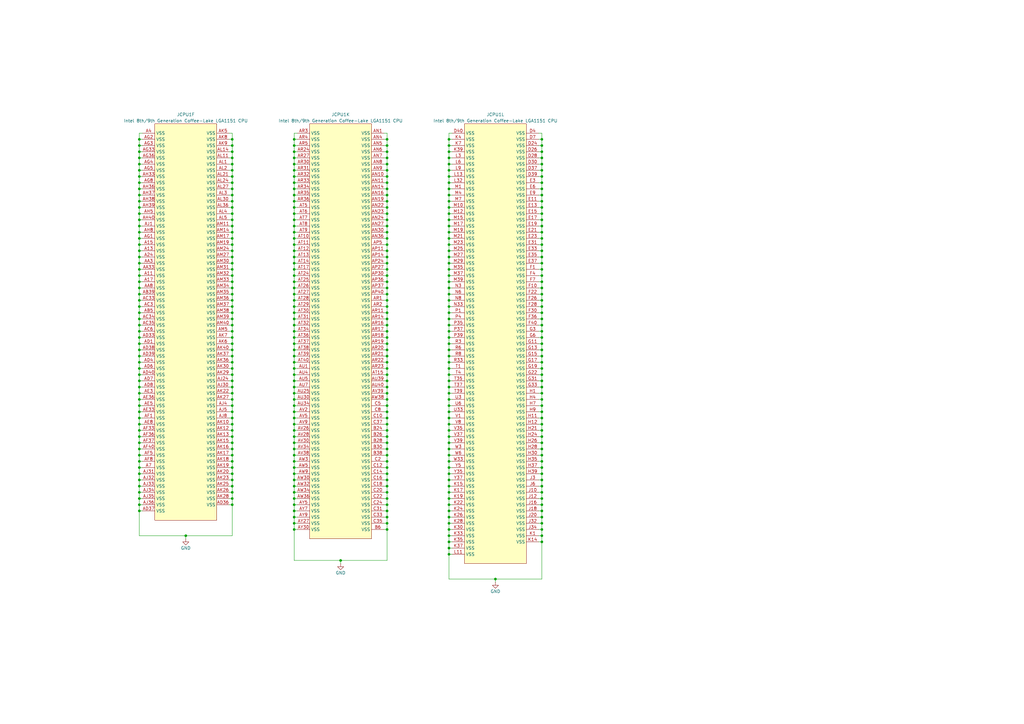
<source format=kicad_sch>
(kicad_sch (version 20250114) (generator "eeschema") (generator_version "9.0")
  (paper "A3")
  (title_block (title "CPU Ground") (company "WifiCable"))
  (lib_symbols
    (symbol "A-my-stuff:Intel_CFL_1151"
      (property "Reference" "JCPU1" (at 0 97.79 0))
      (property "Value" "Intel 8th/9th Generation Coffee-Lake LGA1151 CPU" (at 0 95.25 0))
      (symbol "Intel_CFL_1151_1_1"
        (pin input line (at -39.37 90.17 0) (length 5.08) (name "DDR0_DQ_0/DDR0_DQ_0") (number "AE38"))
        (pin input line (at -39.37 87.63 0) (length 5.08) (name "DDR0_DQ_1/DDR0_DQ_1") (number "AE37"))
        (pin input line (at -39.37 85.09 0) (length 5.08) (name "DDR0_DQ_2/DDR0_DQ_2") (number "AG38"))
        (pin input line (at -39.37 82.55 0) (length 5.08) (name "DDR0_DQ_3/DDR0_DQ_3") (number "AG37"))
        (pin input line (at -39.37 80.01 0) (length 5.08) (name "DDR0_DQ_4/DDR0_DQ_4") (number "AE39"))
        (pin input line (at -39.37 77.47 0) (length 5.08) (name "DDR0_DQ_5/DDR0_DQ_5") (number "AE40"))
        (pin input line (at -39.37 74.93 0) (length 5.08) (name "DDR0_DQ_6/DDR0_DQ_6") (number "AG39"))
        (pin input line (at -39.37 72.39 0) (length 5.08) (name "DDR0_DQ_7/DDR0_DQ_7") (number "AG40"))
        (pin input line (at -39.37 69.85 0) (length 5.08) (name "DDR0_DQ_8/DDR0_DQ_8") (number "AJ38"))
        (pin input line (at -39.37 67.31 0) (length 5.08) (name "DDR0_DQ_9/DDR0_DQ_9") (number "AJ37"))
        (pin input line (at -39.37 64.77 0) (length 5.08) (name "DDR0_DQ_10/DDR0_DQ_10") (number "AL38"))
        (pin input line (at -39.37 62.23 0) (length 5.08) (name "DDR0_DQ_11/DDR0_DQ_11") (number "AL37"))
        (pin input line (at -39.37 59.69 0) (length 5.08) (name "DDR0_DQ_12/DDR0_DQ_12") (number "AJ40"))
        (pin input line (at -39.37 57.15 0) (length 5.08) (name "DDR0_DQ_13/DDR0_DQ_13") (number "AJ39"))
        (pin input line (at -39.37 54.61 0) (length 5.08) (name "DDR0_DQ_14/DDR0_DQ_14") (number "AL39"))
        (pin input line (at -39.37 52.07 0) (length 5.08) (name "DDR0_DQ_15/DDR0_DQ_15") (number "AL40"))
        (pin input line (at -39.37 48.26 0) (length 5.08) (name "DDR0_DQ_16/DDR0_DQ_32") (number "AN38"))
        (pin input line (at -39.37 45.72 0) (length 5.08) (name "DDR0_DQ_17/DDR0_DQ_33") (number "AN40"))
        (pin input line (at -39.37 43.18 0) (length 5.08) (name "DDR0_DQ_18/DDR0_DQ_34") (number "AR38"))
        (pin input line (at -39.37 40.64 0) (length 5.08) (name "DDR0_DQ_19/DDR0_DQ_35") (number "AR37"))
        (pin input line (at -39.37 38.1 0) (length 5.08) (name "DDR0_DQ_20/DDR0_DQ_36") (number "AN39"))
        (pin input line (at -39.37 35.56 0) (length 5.08) (name "DDR0_DQ_21/DDR0_DQ_37") (number "AN37"))
        (pin input line (at -39.37 33.02 0) (length 5.08) (name "DDR0_DQ_22/DDR0_DQ_38") (number "AR39"))
        (pin input line (at -39.37 30.48 0) (length 5.08) (name "DDR0_DQ_23/DDR0_DQ_39") (number "AR40"))
        (pin input line (at -39.37 27.94 0) (length 5.08) (name "DDR0_DQ_24/DDR0_DQ_40") (number "AW37"))
        (pin input line (at -39.37 25.4 0) (length 5.08) (name "DDR0_DQ_25/DDR0_DQ_41") (number "AU38"))
        (pin input line (at -39.37 22.86 0) (length 5.08) (name "DDR0_DQ_26/DDR0_DQ_42") (number "AV35"))
        (pin input line (at -39.37 20.32 0) (length 5.08) (name "DDR0_DQ_27/DDR0_DQ_43") (number "AW35"))
        (pin input line (at -39.37 17.78 0) (length 5.08) (name "DDR0_DQ_28/DDR0_DQ_44") (number "AU37"))
        (pin input line (at -39.37 15.24 0) (length 5.08) (name "DDR0_DQ_29/DDR0_DQ_45") (number "AV37"))
        (pin input line (at -39.37 12.7 0) (length 5.08) (name "DDR0_DQ_30/DDR0_DQ_46") (number "AT35"))
        (pin input line (at -39.37 10.16 0) (length 5.08) (name "DDR0_DQ_31/DDR0_DQ_47") (number "AU35"))
        (pin input line (at -39.37 6.35 0) (length 5.08) (name "DDR0_DQ_32/DDR1_DQ_0") (number "AY8"))
        (pin input line (at -39.37 3.81 0) (length 5.08) (name "DDR0_DQ_33/DDR1_DQ_1") (number "AW8"))
        (pin input line (at -39.37 1.27 0) (length 5.08) (name "DDR0_DQ_34/DDR1_DQ_2") (number "AV6"))
        (pin input line (at -39.37 -1.27 0) (length 5.08) (name "DDR0_DQ_35/DDR1_DQ_3") (number "AU6"))
        (pin input line (at -39.37 -3.81 0) (length 5.08) (name "DDR0_DQ_36/DDR1_DQ_4") (number "AU8"))
        (pin input line (at -39.37 -6.35 0) (length 5.08) (name "DDR0_DQ_37/DDR1_DQ_5") (number "AV8"))
        (pin input line (at -39.37 -8.89 0) (length 5.08) (name "DDR0_DQ_38/DDR1_DQ_6") (number "AW6"))
        (pin input line (at -39.37 -11.43 0) (length 5.08) (name "DDR0_DQ_39/DDR1_DQ_7") (number "AY6"))
        (pin input line (at -39.37 -13.97 0) (length 5.08) (name "DDR0_DQ_40/DDR1_DQ_8") (number "AY4"))
        (pin input line (at -39.37 -16.51 0) (length 5.08) (name "DDR0_DQ_41/DDR1_DQ_9") (number "AV4"))
        (pin input line (at -39.37 -19.05 0) (length 5.08) (name "DDR0_DQ_42/DDR1_DQ_10") (number "AT1"))
        (pin input line (at -39.37 -21.59 0) (length 5.08) (name "DDR0_DQ_43/DDR1_DQ_11") (number "AT2"))
        (pin input line (at -39.37 -24.13 0) (length 5.08) (name "DDR0_DQ_44/DDR1_DQ_12") (number "AV3"))
        (pin input line (at -39.37 -26.67 0) (length 5.08) (name "DDR0_DQ_45/DDR1_DQ_13") (number "AW4"))
        (pin input line (at -39.37 -29.21 0) (length 5.08) (name "DDR0_DQ_46/DDR1_DQ_14") (number "AT4"))
        (pin input line (at -39.37 -31.75 0) (length 5.08) (name "DDR0_DQ_47/DDR1_DQ_15") (number "AT3"))
        (pin input line (at -39.37 -35.56 0) (length 5.08) (name "DDR0_DQ_48/DDR1_DQ_32") (number "AP2"))
        (pin input line (at -39.37 -38.1 0) (length 5.08) (name "DDR0_DQ_49/DDR1_DQ_33") (number "AM4"))
        (pin input line (at -39.37 -40.64 0) (length 5.08) (name "DDR0_DQ_50/DDR1_DQ_34") (number "AP3"))
        (pin input line (at -39.37 -43.18 0) (length 5.08) (name "DDR0_DQ_51/DDR1_DQ_35") (number "AM3"))
        (pin input line (at -39.37 -45.72 0) (length 5.08) (name "DDR0_DQ_52/DDR1_DQ_36") (number "AP4"))
        (pin input line (at -39.37 -48.26 0) (length 5.08) (name "DDR0_DQ_53/DDR1_DQ_37") (number "AM2"))
        (pin input line (at -39.37 -50.8 0) (length 5.08) (name "DDR0_DQ_54/DDR1_DQ_38") (number "AP1"))
        (pin input line (at -39.37 -53.34 0) (length 5.08) (name "DDR0_DQ_55/DDR1_DQ_39") (number "AM1"))
        (pin input line (at -39.37 -55.88 0) (length 5.08) (name "DDR0_DQ_56/DDR1_DQ_40") (number "AK3"))
        (pin input line (at -39.37 -58.42 0) (length 5.08) (name "DDR0_DQ_57/DDR1_DQ_41") (number "AH1"))
        (pin input line (at -39.37 -60.96 0) (length 5.08) (name "DDR0_DQ_58/DDR1_DQ_42") (number "AK4"))
        (pin input line (at -39.37 -63.5 0) (length 5.08) (name "DDR0_DQ_59/DDR1_DQ_43") (number "AH2"))
        (pin input line (at -39.37 -66.04 0) (length 5.08) (name "DDR0_DQ_60/DDR1_DQ_44") (number "AH4"))
        (pin input line (at -39.37 -68.58 0) (length 5.08) (name "DDR0_DQ_61/DDR1_DQ_45") (number "AK2"))
        (pin input line (at -39.37 -71.12 0) (length 5.08) (name "DDR0_DQ_62/DDR1_DQ_46") (number "AH3"))
        (pin input line (at -39.37 -73.66 0) (length 5.08) (name "DDR0_DQ_63/DDR1_DQ_47") (number "AK1"))
        (pin input line (at -39.37 -77.47 0) (length 5.08) (name "DDR0_ECC_0") (number "AU33"))
        (pin input line (at -39.37 -80.01 0) (length 5.08) (name "DDR0_ECC_1") (number "AT33"))
        (pin input line (at -39.37 -82.55 0) (length 5.08) (name "DDR0_ECC_2") (number "AW33"))
        (pin input line (at -39.37 -85.09 0) (length 5.08) (name "DDR0_ECC_3") (number "AV31"))
        (pin input line (at -39.37 -87.63 0) (length 5.08) (name "DDR0_ECC_4") (number "AU31"))
        (pin input line (at -39.37 -90.17 0) (length 5.08) (name "DDR0_ECC_5") (number "AV33"))
        (pin input line (at -39.37 -92.71 0) (length 5.08) (name "DDR0_ECC_6") (number "AW31"))
        (pin input line (at -39.37 -95.25 0) (length 5.08) (name "DDR0_ECC_7") (number "AY31"))
        (pin input line (at 39.37 90.17 180) (length 5.08) (name "DDR0_CKP_0") (number "AW18"))
        (pin input line (at 39.37 87.63 180) (length 5.08) (name "DDR0_CKN_0") (number "AV18"))
        (pin input line (at 39.37 85.09 180) (length 5.08) (name "DDR0_CKP_1") (number "AW17"))
        (pin input line (at 39.37 82.55 180) (length 5.08) (name "DDR0_CKN_1") (number "AY17"))
        (pin input line (at 39.37 80.01 180) (length 5.08) (name "DDR0_CKP_2") (number "AW16"))
        (pin input line (at 39.37 77.47 180) (length 5.08) (name "DDR0_CKN_2") (number "AV16"))
        (pin input line (at 39.37 74.93 180) (length 5.08) (name "DDR0_CKP_3") (number "AT16"))
        (pin input line (at 39.37 72.39 180) (length 5.08) (name "DDR0_CKN_3") (number "AU16"))
        (pin input line (at 39.37 67.31 180) (length 5.08) (name "DDR0_CKE_0") (number "AY24"))
        (pin input line (at 39.37 64.77 180) (length 5.08) (name "DDR0_CKE_1") (number "AW24"))
        (pin input line (at 39.37 62.23 180) (length 5.08) (name "DDR0_CKE_2") (number "AV24"))
        (pin input line (at 39.37 59.69 180) (length 5.08) (name "DDR0_CKE_3") (number "AV25"))
        (pin input line (at 39.37 54.61 180) (length 5.08) (name "DDR0_CS#_0") (number "AW12"))
        (pin input line (at 39.37 52.07 180) (length 5.08) (name "DDR0_CS#_1") (number "AU11"))
        (pin input line (at 39.37 49.53 180) (length 5.08) (name "DDR0_CS#_2") (number "AV13"))
        (pin input line (at 39.37 46.99 180) (length 5.08) (name "DDR0_CS#_3") (number "AV10"))
        (pin input line (at 39.37 41.91 180) (length 5.08) (name "DDR0_ODT_0") (number "AW11"))
        (pin input line (at 39.37 39.37 180) (length 5.08) (name "DDR0_ODT_1") (number "AU14"))
        (pin input line (at 39.37 36.83 180) (length 5.08) (name "DDR0_ODT_2") (number "AU12"))
        (pin input line (at 39.37 34.29 180) (length 5.08) (name "DDR0_ODT_3") (number "AY10"))
        (pin input line (at 39.37 29.21 180) (length 5.08) (name "DDR0_BA_0") (number "AY13"))
        (pin input line (at 39.37 26.67 180) (length 5.08) (name "DDR0_BA_1") (number "AV15"))
        (pin input line (at 39.37 24.13 180) (length 5.08) (name "DDR0_BG_0") (number "AW23"))
        (pin input line (at 39.37 19.05 180) (length 5.08) (name "DDR0_MA_16") (number "AW13"))
        (pin input line (at 39.37 16.51 180) (length 5.08) (name "DDR0_MA_14") (number "AV14"))
        (pin input line (at 39.37 13.97 180) (length 5.08) (name "DDR0_MA_15") (number "AY11"))
        (pin input line (at 39.37 8.89 180) (length 5.08) (name "DDR0_MA_0") (number "AW15"))
        (pin input line (at 39.37 6.35 180) (length 5.08) (name "DDR0_MA_1") (number "AU18"))
        (pin input line (at 39.37 3.81 180) (length 5.08) (name "DDR0_MA_2") (number "AU17"))
        (pin input line (at 39.37 1.27 180) (length 5.08) (name "DDR0_MA_3") (number "AV19"))
        (pin input line (at 39.37 -1.27 180) (length 5.08) (name "DDR0_MA_4") (number "AT19"))
        (pin input line (at 39.37 -3.81 180) (length 5.08) (name "DDR0_MA_5") (number "AU20"))
        (pin input line (at 39.37 -6.35 180) (length 5.08) (name "DDR0_MA_6") (number "AV20"))
        (pin input line (at 39.37 -8.89 180) (length 5.08) (name "DDR0_MA_7") (number "AU21"))
        (pin input line (at 39.37 -11.43 180) (length 5.08) (name "DDR0_MA_8") (number "AT20"))
        (pin input line (at 39.37 -13.97 180) (length 5.08) (name "DDR0_MA_9") (number "AT22"))
        (pin input line (at 39.37 -16.51 180) (length 5.08) (name "DDR0_MA_10") (number "AY14"))
        (pin input line (at 39.37 -19.05 180) (length 5.08) (name "DDR0_MA_11") (number "AU22"))
        (pin input line (at 39.37 -21.59 180) (length 5.08) (name "DDR0_MA_12") (number "AV22"))
        (pin input line (at 39.37 -24.13 180) (length 5.08) (name "DDR0_MA_13") (number "AV12"))
        (pin input line (at 39.37 -26.67 180) (length 5.08) (name "DDR0_BG_1") (number "AV23"))
        (pin input line (at 39.37 -29.21 180) (length 5.08) (name "DDR0_ACT#") (number "AU24"))
        (pin input line (at 39.37 -34.29 180) (length 5.08) (name "DDR0_PAR") (number "AY15"))
        (pin input line (at 39.37 -36.83 180) (length 5.08) (name "DDR0_ALERT#") (number "AT23"))
        (pin input line (at 39.37 -41.91 180) (length 5.08) (name "DDR0_DQSP_0/DDR0_DQSP_0") (number "AF38"))
        (pin input line (at 39.37 -44.45 180) (length 5.08) (name "DDR0_DQSN_0/DDR0_DQSN_0") (number "AF39"))
        (pin input line (at 39.37 -48.26 180) (length 5.08) (name "DDR0_DQSP_1/DDR0_DQSP_1") (number "AK38"))
        (pin input line (at 39.37 -50.8 180) (length 5.08) (name "DDR0_DQSN_1/DDR0_DQSN_1") (number "AK39"))
        (pin input line (at 39.37 -54.61 180) (length 5.08) (name "DDR0_DQSP_2/DDR0_DQSP_4") (number "AP38"))
        (pin input line (at 39.37 -57.15 180) (length 5.08) (name "DDR0_DQSN_2/DDR0_DQSN_4") (number "AP39"))
        (pin input line (at 39.37 -60.96 180) (length 5.08) (name "DDR0_DQSP_3/DDR0_DQSP_5") (number "AV36"))
        (pin input line (at 39.37 -63.5 180) (length 5.08) (name "DDR0_DQSN_3/DDR0_DQSN_5") (number "AU36"))
        (pin input line (at 39.37 -67.31 180) (length 5.08) (name "DDR0_DQSP_4/DDR1_DQSP_0") (number "AV7"))
        (pin input line (at 39.37 -69.85 180) (length 5.08) (name "DDR0_DQSN_4/DDR1_DQSN_0") (number "AW7"))
        (pin input line (at 39.37 -73.66 180) (length 5.08) (name "DDR0_DQSP_5/DDR1_DQSP_1") (number "AU2"))
        (pin input line (at 39.37 -76.2 180) (length 5.08) (name "DDR0_DQSN_5/DDR1_DQSN_1") (number "AU3"))
        (pin input line (at 39.37 -80.01 180) (length 5.08) (name "DDR0_DQSP_6/DDR1_DQSP_4") (number "AN2"))
        (pin input line (at 39.37 -82.55 180) (length 5.08) (name "DDR0_DQSN_6/DDR1_DQSN_4") (number "AN3"))
        (pin input line (at 39.37 -86.36 180) (length 5.08) (name "DDR0_DQSP_7/DDR1_DQSP_5") (number "AJ2"))
        (pin input line (at 39.37 -88.9 180) (length 5.08) (name "DDR0_DQSN_7/DDR1_DQSN_5") (number "AJ3"))
        (pin input line (at 39.37 -92.71 180) (length 5.08) (name "DDR0_DQSP_8/DDR0_DQSP_8") (number "AV32"))
        (pin input line (at 39.37 -95.25 180) (length 5.08) (name "DDR0_DQSN_8/DDR0_DQSN_8") (number "AU32"))
      )
      (symbol "Intel_CFL_1151_2_1"
        (pin input line (at -39.37 90.17 0) (length 5.08) (name "DDR1_DQ_0/DDR0_DQ_16") (number "AD34"))
        (pin input line (at -39.37 87.63 0) (length 5.08) (name "DDR1_DQ_1/DDR0_DQ_17") (number "AD35"))
        (pin input line (at -39.37 85.09 0) (length 5.08) (name "DDR1_DQ_2/DDR0_DQ_18") (number "AG35"))
        (pin input line (at -39.37 82.55 0) (length 5.08) (name "DDR1_DQ_3/DDR0_DQ_19") (number "AH35"))
        (pin input line (at -39.37 80.01 0) (length 5.08) (name "DDR1_DQ_4/DDR0_DQ_20") (number "AE35"))
        (pin input line (at -39.37 77.47 0) (length 5.08) (name "DDR1_DQ_5/DDR0_DQ_21") (number "AE34"))
        (pin input line (at -39.37 74.93 0) (length 5.08) (name "DDR1_DQ_6/DDR0_DQ_22") (number "AG34"))
        (pin input line (at -39.37 72.39 0) (length 5.08) (name "DDR1_DQ_7/DDR0_DQ_23") (number "AH34"))
        (pin input line (at -39.37 69.85 0) (length 5.08) (name "DDR1_DQ_8/DDR0_DQ_24") (number "AK35"))
        (pin input line (at -39.37 67.31 0) (length 5.08) (name "DDR1_DQ_9/DDR0_DQ_25") (number "AL35"))
        (pin input line (at -39.37 64.77 0) (length 5.08) (name "DDR1_DQ_10/DDR0_DQ_26") (number "AK32"))
        (pin input line (at -39.37 62.23 0) (length 5.08) (name "DDR1_DQ_11/DDR0_DQ_27") (number "AL32"))
        (pin input line (at -39.37 59.69 0) (length 5.08) (name "DDR1_DQ_12/DDR0_DQ_28") (number "AK34"))
        (pin input line (at -39.37 57.15 0) (length 5.08) (name "DDR1_DQ_13/DDR0_DQ_29") (number "AL34"))
        (pin input line (at -39.37 54.61 0) (length 5.08) (name "DDR1_DQ_14/DDR0_DQ_30") (number "AK31"))
        (pin input line (at -39.37 52.07 0) (length 5.08) (name "DDR1_DQ_15/DDR0_DQ_31") (number "AL31"))
        (pin input line (at -39.37 48.26 0) (length 5.08) (name "DDR1_DQ_16/DDR0_DQ_48") (number "AP35"))
        (pin input line (at -39.37 45.72 0) (length 5.08) (name "DDR1_DQ_17/DDR0_DQ_49") (number "AN35"))
        (pin input line (at -39.37 43.18 0) (length 5.08) (name "DDR1_DQ_18/DDR0_DQ_50") (number "AN32"))
        (pin input line (at -39.37 40.64 0) (length 5.08) (name "DDR1_DQ_19/DDR0_DQ_51") (number "AP32"))
        (pin input line (at -39.37 38.1 0) (length 5.08) (name "DDR1_DQ_20/DDR0_DQ_52") (number "AN34"))
        (pin input line (at -39.37 35.56 0) (length 5.08) (name "DDR1_DQ_21/DDR0_DQ_53") (number "AP34"))
        (pin input line (at -39.37 33.02 0) (length 5.08) (name "DDR1_DQ_22/DDR0_DQ_54") (number "AN31"))
        (pin input line (at -39.37 30.48 0) (length 5.08) (name "DDR1_DQ_23/DDR0_DQ_55") (number "AP31"))
        (pin input line (at -39.37 27.94 0) (length 5.08) (name "DDR1_DQ_24/DDR0_DQ_56") (number "AL29"))
        (pin input line (at -39.37 25.4 0) (length 5.08) (name "DDR1_DQ_25/DDR0_DQ_57") (number "AM29"))
        (pin input line (at -39.37 22.86 0) (length 5.08) (name "DDR1_DQ_26/DDR0_DQ_58") (number "AP29"))
        (pin input line (at -39.37 20.32 0) (length 5.08) (name "DDR1_DQ_27/DDR0_DQ_59") (number "AR29"))
        (pin input line (at -39.37 17.78 0) (length 5.08) (name "DDR1_DQ_28/DDR0_DQ_60") (number "AM28"))
        (pin input line (at -39.37 15.24 0) (length 5.08) (name "DDR1_DQ_29/DDR0_DQ_61") (number "AL28"))
        (pin input line (at -39.37 12.7 0) (length 5.08) (name "DDR1_DQ_30/DDR0_DQ_62") (number "AR28"))
        (pin input line (at -39.37 10.16 0) (length 5.08) (name "DDR1_DQ_31/DDR0_DQ_63") (number "AP28"))
        (pin input line (at -39.37 6.35 0) (length 5.08) (name "DDR1_DQ_32/DDR1_DQ_16") (number "AR12"))
        (pin input line (at -39.37 3.81 0) (length 5.08) (name "DDR1_DQ_33/DDR1_DQ_17") (number "AP12"))
        (pin input line (at -39.37 1.27 0) (length 5.08) (name "DDR1_DQ_34/DDR1_DQ_18") (number "AM13"))
        (pin input line (at -39.37 -1.27 0) (length 5.08) (name "DDR1_DQ_35/DDR1_DQ_19") (number "AL13"))
        (pin input line (at -39.37 -3.81 0) (length 5.08) (name "DDR1_DQ_36/DDR1_DQ_20") (number "AR13"))
        (pin input line (at -39.37 -6.35 0) (length 5.08) (name "DDR1_DQ_37/DDR1_DQ_21") (number "AP13"))
        (pin input line (at -39.37 -8.89 0) (length 5.08) (name "DDR1_DQ_38/DDR1_DQ_22") (number "AM12"))
        (pin input line (at -39.37 -11.43 0) (length 5.08) (name "DDR1_DQ_39/DDR1_DQ_23") (number "AL12"))
        (pin input line (at -39.37 -13.97 0) (length 5.08) (name "DDR1_DQ_40/DDR1_DQ_24") (number "AP10"))
        (pin input line (at -39.37 -16.51 0) (length 5.08) (name "DDR1_DQ_41/DDR1_DQ_25") (number "AR10"))
        (pin input line (at -39.37 -19.05 0) (length 5.08) (name "DDR1_DQ_42/DDR1_DQ_26") (number "AR7"))
        (pin input line (at -39.37 -21.59 0) (length 5.08) (name "DDR1_DQ_43/DDR1_DQ_27") (number "AP7"))
        (pin input line (at -39.37 -24.13 0) (length 5.08) (name "DDR1_DQ_44/DDR1_DQ_28") (number "AR9"))
        (pin input line (at -39.37 -26.67 0) (length 5.08) (name "DDR1_DQ_45/DDR1_DQ_29") (number "AP9"))
        (pin input line (at -39.37 -29.21 0) (length 5.08) (name "DDR1_DQ_46/DDR1_DQ_30") (number "AR6"))
        (pin input line (at -39.37 -31.75 0) (length 5.08) (name "DDR1_DQ_47/DDR1_DQ_31") (number "AP6"))
        (pin input line (at -39.37 -35.56 0) (length 5.08) (name "DDR1_DQ_48/DDR1_DQ_48") (number "AM10"))
        (pin input line (at -39.37 -38.1 0) (length 5.08) (name "DDR1_DQ_49/DDR1_DQ_49") (number "AL10"))
        (pin input line (at -39.37 -40.64 0) (length 5.08) (name "DDR1_DQ_50/DDR1_DQ_50") (number "AM7"))
        (pin input line (at -39.37 -43.18 0) (length 5.08) (name "DDR1_DQ_51/DDR1_DQ_51") (number "AL7"))
        (pin input line (at -39.37 -45.72 0) (length 5.08) (name "DDR1_DQ_52/DDR1_DQ_52") (number "AM9"))
        (pin input line (at -39.37 -48.26 0) (length 5.08) (name "DDR1_DQ_53/DDR1_DQ_53") (number "AL9"))
        (pin input line (at -39.37 -50.8 0) (length 5.08) (name "DDR1_DQ_54/DDR1_DQ_54") (number "AM6"))
        (pin input line (at -39.37 -53.34 0) (length 5.08) (name "DDR1_DQ_55/DDR1_DQ_55") (number "AL6"))
        (pin input line (at -39.37 -55.88 0) (length 5.08) (name "DDR1_DQ_56/DDR1_DQ_56") (number "AJ6"))
        (pin input line (at -39.37 -58.42 0) (length 5.08) (name "DDR1_DQ_57/DDR1_DQ_57") (number "AJ7"))
        (pin input line (at -39.37 -60.96 0) (length 5.08) (name "DDR1_DQ_58/DDR1_DQ_58") (number "AE6"))
        (pin input line (at -39.37 -63.5 0) (length 5.08) (name "DDR1_DQ_59/DDR1_DQ_59") (number "AF7"))
        (pin input line (at -39.37 -66.04 0) (length 5.08) (name "DDR1_DQ_60/DDR1_DQ_60") (number "AH7"))
        (pin input line (at -39.37 -68.58 0) (length 5.08) (name "DDR1_DQ_61/DDR1_DQ_61") (number "AH6"))
        (pin input line (at -39.37 -71.12 0) (length 5.08) (name "DDR1_DQ_62/DDR1_DQ_62") (number "AE7"))
        (pin input line (at -39.37 -73.66 0) (length 5.08) (name "DDR1_DQ_63/DDR1_DQ_63") (number "AF6"))
        (pin input line (at -39.37 -77.47 0) (length 5.08) (name "DDR1_ECC_0") (number "AR25"))
        (pin input line (at -39.37 -80.01 0) (length 5.08) (name "DDR1_ECC_1") (number "AR26"))
        (pin input line (at -39.37 -82.55 0) (length 5.08) (name "DDR1_ECC_2") (number "AM26"))
        (pin input line (at -39.37 -85.09 0) (length 5.08) (name "DDR1_ECC_3") (number "AM25"))
        (pin input line (at -39.37 -87.63 0) (length 5.08) (name "DDR1_ECC_4") (number "AP26"))
        (pin input line (at -39.37 -90.17 0) (length 5.08) (name "DDR1_ECC_5") (number "AP25"))
        (pin input line (at -39.37 -92.71 0) (length 5.08) (name "DDR1_ECC_6") (number "AL25"))
        (pin input line (at -39.37 -95.25 0) (length 5.08) (name "DDR1_ECC_7") (number "AL26"))
        (pin input line (at 39.37 90.17 180) (length 5.08) (name "DDR1_CKP_0") (number "AM20"))
        (pin input line (at 39.37 87.63 180) (length 5.08) (name "DDR1_CKN_0") (number "AM21"))
        (pin input line (at 39.37 85.09 180) (length 5.08) (name "DDR1_CKP_1") (number "AP22"))
        (pin input line (at 39.37 82.55 180) (length 5.08) (name "DDR1_CKN_1") (number "AP21"))
        (pin input line (at 39.37 80.01 180) (length 5.08) (name "DDR1_CKP_2") (number "AN20"))
        (pin input line (at 39.37 77.47 180) (length 5.08) (name "DDR1_CKN_2") (number "AN21"))
        (pin input line (at 39.37 74.93 180) (length 5.08) (name "DDR1_CKP_3") (number "AP19"))
        (pin input line (at 39.37 72.39 180) (length 5.08) (name "DDR1_CKN_3") (number "AP20"))
        (pin input line (at 39.37 67.31 180) (length 5.08) (name "DDR1_CKE_0") (number "AY29"))
        (pin input line (at 39.37 64.77 180) (length 5.08) (name "DDR1_CKE_1") (number "AV29"))
        (pin input line (at 39.37 62.23 180) (length 5.08) (name "DDR1_CKE_2") (number "AW29"))
        (pin input line (at 39.37 59.69 180) (length 5.08) (name "DDR1_CKE_3") (number "AU29"))
        (pin input line (at 39.37 54.61 180) (length 5.08) (name "DDR1_CS#_0") (number "AP17"))
        (pin input line (at 39.37 52.07 180) (length 5.08) (name "DDR1_CS#_1") (number "AN15"))
        (pin input line (at 39.37 49.53 180) (length 5.08) (name "DDR1_CS#_2") (number "AN17"))
        (pin input line (at 39.37 46.99 180) (length 5.08) (name "DDR1_CS#_3") (number "AM15"))
        (pin input line (at 39.37 41.91 180) (length 5.08) (name "DDR1_ODT_0") (number "AM16"))
        (pin input line (at 39.37 39.37 180) (length 5.08) (name "DDR1_ODT_1") (number "AL16"))
        (pin input line (at 39.37 36.83 180) (length 5.08) (name "DDR1_ODT_2") (number "AP15"))
        (pin input line (at 39.37 34.29 180) (length 5.08) (name "DDR1_ODT_3") (number "AL15"))
        (pin input line (at 39.37 29.21 180) (length 5.08) (name "DDR1_BA_0") (number "AL18"))
        (pin input line (at 39.37 26.67 180) (length 5.08) (name "DDR1_BA_1") (number "AM18"))
        (pin input line (at 39.37 24.13 180) (length 5.08) (name "DDR1_BG_0") (number "AW28"))
        (pin input line (at 39.37 19.05 180) (length 5.08) (name "DDR1_MA_16") (number "AN18"))
        (pin input line (at 39.37 16.51 180) (length 5.08) (name "DDR1_MA_14") (number "AL17"))
        (pin input line (at 39.37 13.97 180) (length 5.08) (name "DDR1_MA_15") (number "AP16"))
        (pin input line (at 39.37 8.89 180) (length 5.08) (name "DDR1_MA_0") (number "AL19"))
        (pin input line (at 39.37 6.35 180) (length 5.08) (name "DDR1_MA_1") (number "AL22"))
        (pin input line (at 39.37 3.81 180) (length 5.08) (name "DDR1_MA_2") (number "AM22"))
        (pin input line (at 39.37 1.27 180) (length 5.08) (name "DDR1_MA_3") (number "AM23"))
        (pin input line (at 39.37 -1.27 180) (length 5.08) (name "DDR1_MA_4") (number "AP23"))
        (pin input line (at 39.37 -3.81 180) (length 5.08) (name "DDR1_MA_5") (number "AL23"))
        (pin input line (at 39.37 -6.35 180) (length 5.08) (name "DDR1_MA_6") (number "AW26"))
        (pin input line (at 39.37 -8.89 180) (length 5.08) (name "DDR1_MA_7") (number "AY26"))
        (pin input line (at 39.37 -11.43 180) (length 5.08) (name "DDR1_MA_8") (number "AU26"))
        (pin input line (at 39.37 -13.97 180) (length 5.08) (name "DDR1_MA_9") (number "AW27"))
        (pin input line (at 39.37 -16.51 180) (length 5.08) (name "DDR1_MA_10") (number "AP18"))
        (pin input line (at 39.37 -19.05 180) (length 5.08) (name "DDR1_MA_11") (number "AU27"))
        (pin input line (at 39.37 -21.59 180) (length 5.08) (name "DDR1_MA_12") (number "AV27"))
        (pin input line (at 39.37 -24.13 180) (length 5.08) (name "DDR1_MA_13") (number "AR15"))
        (pin input line (at 39.37 -26.67 180) (length 5.08) (name "DDR1_BG_1") (number "AY28"))
        (pin input line (at 39.37 -29.21 180) (length 5.08) (name "DDR1_ACT#") (number "AU28"))
        (pin input line (at 39.37 -34.29 180) (length 5.08) (name "DDR1_PAR") (number "AL20"))
        (pin input line (at 39.37 -36.83 180) (length 5.08) (name "DDR1_ALERT#") (number "AY25"))
        (pin input line (at 39.37 -41.91 180) (length 5.08) (name "DDR1_DQSP_0/DDR0_DQSP_2") (number "AF35"))
        (pin input line (at 39.37 -44.45 180) (length 5.08) (name "DDR1_DQSN_0/DDR0_DQSN_2") (number "AF34"))
        (pin input line (at 39.37 -48.26 180) (length 5.08) (name "DDR1_DQSP_1/DDR0_DQSP_3") (number "AL33"))
        (pin input line (at 39.37 -50.8 180) (length 5.08) (name "DDR1_DQSN_1/DDR0_DQSN_3") (number "AK33"))
        (pin input line (at 39.37 -54.61 180) (length 5.08) (name "DDR1_DQSP_2/DDR0_DQSP_6") (number "AP33"))
        (pin input line (at 39.37 -57.15 180) (length 5.08) (name "DDR1_DQSN_2/DDR0_DQSN_6") (number "AN33"))
        (pin input line (at 39.37 -60.96 180) (length 5.08) (name "DDR1_DQSP_3/DDR0_DQSP_7") (number "AN28"))
        (pin input line (at 39.37 -63.5 180) (length 5.08) (name "DDR1_DQSN_3/DDR0_DQSN_7") (number "AN29"))
        (pin input line (at 39.37 -67.31 180) (length 5.08) (name "DDR1_DQSP_4/DDR1_DQSP_2") (number "AN12"))
        (pin input line (at 39.37 -69.85 180) (length 5.08) (name "DDR1_DQSN_4/DDR1_DQSN_2") (number "AN13"))
        (pin input line (at 39.37 -73.66 180) (length 5.08) (name "DDR1_DQSP_5/DDR1_DQSP_3") (number "AP8"))
        (pin input line (at 39.37 -76.2 180) (length 5.08) (name "DDR1_DQSN_5/DDR1_DQSN_3") (number "AR8"))
        (pin input line (at 39.37 -80.01 180) (length 5.08) (name "DDR1_DQSP_6/DDR1_DQSP_6") (number "AL8"))
        (pin input line (at 39.37 -82.55 180) (length 5.08) (name "DDR1_DQSN_6/DDR1_DQSN_6") (number "AM8"))
        (pin input line (at 39.37 -86.36 180) (length 5.08) (name "DDR1_DQSP_7/DDR1_DQSP_7") (number "AG7"))
        (pin input line (at 39.37 -88.9 180) (length 5.08) (name "DDR1_DQSN_7/DDR1_DQSN_7") (number "AG6"))
        (pin input line (at 39.37 -92.71 180) (length 5.08) (name "DDR1_DQSP_8/DDR1_DQSP_8") (number "AN25"))
        (pin input line (at 39.37 -95.25 180) (length 5.08) (name "DDR1_DQSN_8/DDR1_DQSN_8") (number "AN26"))
        (pin input line (at 39.37 -100.33 180) (length 5.08) (name "DDR_VREF_CA") (number "AB40"))
        (pin input line (at 39.37 -102.87 180) (length 5.08) (name "DDR0_VREF_DQ") (number "AC40"))
        (pin input line (at 39.37 -105.41 180) (length 5.08) (name "DDR1_VREF_DQ") (number "AC39"))
      )
      (symbol "Intel_CFL_1151_3_1"
        (pin input line (at -30.48 90.17 0) (length 5.08) (name "PEG_RXP_0") (number "B8"))
        (pin input line (at -30.48 87.63 0) (length 5.08) (name "PEG_RXN_0") (number "B7"))
        (pin input line (at -30.48 82.55 0) (length 5.08) (name "PEG_RXP_1") (number "C7"))
        (pin input line (at -30.48 80.01 0) (length 5.08) (name "PEG_RXN_1") (number "C6"))
        (pin input line (at -30.48 74.93 0) (length 5.08) (name "PEG_RXP_2") (number "D6"))
        (pin input line (at -30.48 72.39 0) (length 5.08) (name "PEG_RXN_2") (number "D5"))
        (pin input line (at -30.48 67.31 0) (length 5.08) (name "PEG_RXP_3") (number "E5"))
        (pin input line (at -30.48 64.77 0) (length 5.08) (name "PEG_RXN_3") (number "E4"))
        (pin input line (at -30.48 59.69 0) (length 5.08) (name "PEG_RXP_4") (number "F6"))
        (pin input line (at -30.48 57.15 0) (length 5.08) (name "PEG_RXN_4") (number "F5"))
        (pin input line (at -30.48 52.07 0) (length 5.08) (name "PEG_RXP_5") (number "G5"))
        (pin input line (at -30.48 49.53 0) (length 5.08) (name "PEG_RXN_5") (number "G4"))
        (pin input line (at -30.48 44.45 0) (length 5.08) (name "PEG_RXP_6") (number "H6"))
        (pin input line (at -30.48 41.91 0) (length 5.08) (name "PEG_RXN_6") (number "H5"))
        (pin input line (at -30.48 36.83 0) (length 5.08) (name "PEG_RXP_7") (number "J5"))
        (pin input line (at -30.48 34.29 0) (length 5.08) (name "PEG_RXN_7") (number "J4"))
        (pin input line (at -30.48 29.21 0) (length 5.08) (name "PEG_RXP_8") (number "K6"))
        (pin input line (at -30.48 26.67 0) (length 5.08) (name "PEG_RXN_8") (number "K5"))
        (pin input line (at -30.48 21.59 0) (length 5.08) (name "PEG_RXP_9") (number "L5"))
        (pin input line (at -30.48 19.05 0) (length 5.08) (name "PEG_RXN_9") (number "L4"))
        (pin input line (at -30.48 13.97 0) (length 5.08) (name "PEG_RXP_10") (number "M6"))
        (pin input line (at -30.48 11.43 0) (length 5.08) (name "PEG_RXN_10") (number "M5"))
        (pin input line (at -30.48 6.35 0) (length 5.08) (name "PEG_RXP_11") (number "N5"))
        (pin input line (at -30.48 3.81 0) (length 5.08) (name "PEG_RXN_11") (number "N4"))
        (pin input line (at -30.48 -1.27 0) (length 5.08) (name "PEG_RXP_12") (number "P6"))
        (pin input line (at -30.48 -3.81 0) (length 5.08) (name "PEG_RXN_12") (number "P5"))
        (pin input line (at -30.48 -8.89 0) (length 5.08) (name "PEG_RXP_13") (number "R5"))
        (pin input line (at -30.48 -11.43 0) (length 5.08) (name "PEG_RXN_13") (number "R4"))
        (pin input line (at -30.48 -16.51 0) (length 5.08) (name "PEG_RXP_14") (number "T6"))
        (pin input line (at -30.48 -19.05 0) (length 5.08) (name "PEG_RXN_14") (number "T5"))
        (pin input line (at -30.48 -24.13 0) (length 5.08) (name "PEG_RXP_15") (number "U5"))
        (pin input line (at -30.48 -26.67 0) (length 5.08) (name "PEG_RXN_15") (number "U4"))
        (pin input line (at -30.48 -31.75 0) (length 5.08) (name "PEG_RCOMP") (number "L7"))
        (pin input line (at -30.48 -41.91 0) (length 5.08) (name "DMI_RXP_0") (number "Y3"))
        (pin input line (at -30.48 -44.45 0) (length 5.08) (name "DMI_RXN_0") (number "Y4"))
        (pin input line (at -30.48 -49.53 0) (length 5.08) (name "DMI_RXP_1") (number "AA4"))
        (pin input line (at -30.48 -52.07 0) (length 5.08) (name "DMI_RXN_1") (number "AA5"))
        (pin input line (at -30.48 -57.15 0) (length 5.08) (name "DMI_RXP_2") (number "AB4"))
        (pin input line (at -30.48 -59.69 0) (length 5.08) (name "DMI_RXN_2") (number "AB3"))
        (pin input line (at -30.48 -64.77 0) (length 5.08) (name "DMI_RXP_3") (number "AC4"))
        (pin input line (at -30.48 -67.31 0) (length 5.08) (name "DMI_RXN_3") (number "AC5"))
        (pin input line (at 30.48 90.17 180) (length 5.08) (name "PEG_TXP_0") (number "A5"))
        (pin input line (at 30.48 87.63 180) (length 5.08) (name "PEG_TXN_0") (number "A6"))
        (pin input line (at 30.48 82.55 180) (length 5.08) (name "PEG_TXP_1") (number "B4"))
        (pin input line (at 30.48 80.01 180) (length 5.08) (name "PEG_TXN_1") (number "B5"))
        (pin input line (at 30.48 74.93 180) (length 5.08) (name "PEG_TXP_2") (number "C3"))
        (pin input line (at 30.48 72.39 180) (length 5.08) (name "PEG_TXN_2") (number "C4"))
        (pin input line (at 30.48 67.31 180) (length 5.08) (name "PEG_TXP_3") (number "D2"))
        (pin input line (at 30.48 64.77 180) (length 5.08) (name "PEG_TXN_3") (number "D3"))
        (pin input line (at 30.48 59.69 180) (length 5.08) (name "PEG_TXP_4") (number "E1"))
        (pin input line (at 30.48 57.15 180) (length 5.08) (name "PEG_TXN_4") (number "E2"))
        (pin input line (at 30.48 52.07 180) (length 5.08) (name "PEG_TXP_5") (number "F2"))
        (pin input line (at 30.48 49.53 180) (length 5.08) (name "PEG_TXN_5") (number "F3"))
        (pin input line (at 30.48 44.45 180) (length 5.08) (name "PEG_TXP_6") (number "G1"))
        (pin input line (at 30.48 41.91 180) (length 5.08) (name "PEG_TXN_6") (number "G2"))
        (pin input line (at 30.48 36.83 180) (length 5.08) (name "PEG_TXP_7") (number "H2"))
        (pin input line (at 30.48 34.29 180) (length 5.08) (name "PEG_TXN_7") (number "H3"))
        (pin input line (at 30.48 29.21 180) (length 5.08) (name "PEG_TXP_8") (number "J1"))
        (pin input line (at 30.48 26.67 180) (length 5.08) (name "PEG_TXN_8") (number "J2"))
        (pin input line (at 30.48 21.59 180) (length 5.08) (name "PEG_TXP_9") (number "K2"))
        (pin input line (at 30.48 19.05 180) (length 5.08) (name "PEG_TXN_9") (number "K3"))
        (pin input line (at 30.48 13.97 180) (length 5.08) (name "PEG_TXP_10") (number "L1"))
        (pin input line (at 30.48 11.43 180) (length 5.08) (name "PEG_TXN_10") (number "L2"))
        (pin input line (at 30.48 6.35 180) (length 5.08) (name "PEG_TXP_11") (number "M2"))
        (pin input line (at 30.48 3.81 180) (length 5.08) (name "PEG_TXN_11") (number "M3"))
        (pin input line (at 30.48 -1.27 180) (length 5.08) (name "PEG_TXP_12") (number "N1"))
        (pin input line (at 30.48 -3.81 180) (length 5.08) (name "PEG_TXN_12") (number "N2"))
        (pin input line (at 30.48 -8.89 180) (length 5.08) (name "PEG_TXP_13") (number "P2"))
        (pin input line (at 30.48 -11.43 180) (length 5.08) (name "PEG_TXN_13") (number "P3"))
        (pin input line (at 30.48 -16.51 180) (length 5.08) (name "PEG_TXP_14") (number "R2"))
        (pin input line (at 30.48 -19.05 180) (length 5.08) (name "PEG_TXN_14") (number "R1"))
        (pin input line (at 30.48 -24.13 180) (length 5.08) (name "PEG_TXP_15") (number "T2"))
        (pin input line (at 30.48 -26.67 180) (length 5.08) (name "PEG_TXN_15") (number "T3"))
        (pin input line (at 30.48 -41.91 180) (length 5.08) (name "DMI_TXP_0") (number "AC2"))
        (pin input line (at 30.48 -44.45 180) (length 5.08) (name "DMI_TXN_0") (number "AC1"))
        (pin input line (at 30.48 -49.53 180) (length 5.08) (name "DMI_TXP_1") (number "AD3"))
        (pin input line (at 30.48 -52.07 180) (length 5.08) (name "DMI_TXN_1") (number "AD2"))
        (pin input line (at 30.48 -57.15 180) (length 5.08) (name "DMI_TXP_2") (number "AE2"))
        (pin input line (at 30.48 -59.69 180) (length 5.08) (name "DMI_TXN_2") (number "AE1"))
        (pin input line (at 30.48 -64.77 180) (length 5.08) (name "DMI_TXP_3") (number "AF2"))
        (pin input line (at 30.48 -67.31 180) (length 5.08) (name "DMI_TXN_3") (number "AF3"))
      )
      (symbol "Intel_CFL_1151_4_1"
        (pin input line (at -30.48 90.17 0) (length 5.08) (name "DDI1_TXP_0") (number "C21"))
        (pin input line (at -30.48 87.63 0) (length 5.08) (name "DDI1_TXN_0") (number "D21"))
        (pin input line (at -30.48 85.09 0) (length 5.08) (name "DDI1_TXP_1") (number "D22"))
        (pin input line (at -30.48 82.55 0) (length 5.08) (name "DDI1_TXN_1") (number "E22"))
        (pin input line (at -30.48 80.01 0) (length 5.08) (name "DDI1_TXP_2") (number "B23"))
        (pin input line (at -30.48 77.47 0) (length 5.08) (name "DDI1_TXN_2") (number "A23"))
        (pin input line (at -30.48 74.93 0) (length 5.08) (name "DDI1_TXP_3") (number "C23"))
        (pin input line (at -30.48 72.39 0) (length 5.08) (name "DDI1_TXN_3") (number "D23"))
        (pin input line (at -30.48 67.31 0) (length 5.08) (name "DDI1_AUXP") (number "B13"))
        (pin input line (at -30.48 64.77 0) (length 5.08) (name "DDI1_AUXN") (number "C13"))
        (pin input line (at -30.48 57.15 0) (length 5.08) (name "DDI2_TXP_0") (number "B18"))
        (pin input line (at -30.48 54.61 0) (length 5.08) (name "DDI2_TXN_0") (number "A18"))
        (pin input line (at -30.48 52.07 0) (length 5.08) (name "DDI2_TXP_1") (number "D18"))
        (pin input line (at -30.48 49.53 0) (length 5.08) (name "DDI2_TXN_1") (number "E18"))
        (pin input line (at -30.48 46.99 0) (length 5.08) (name "DDI2_TXP_2") (number "C19"))
        (pin input line (at -30.48 44.45 0) (length 5.08) (name "DDI2_TXN_2") (number "D19"))
        (pin input line (at -30.48 41.91 0) (length 5.08) (name "DDI2_TXP_3") (number "D20"))
        (pin input line (at -30.48 39.37 0) (length 5.08) (name "DDI2_TXN_3") (number "E20"))
        (pin input line (at -30.48 34.29 0) (length 5.08) (name "DDI2_AUXP") (number "A12"))
        (pin input line (at -30.48 31.75 0) (length 5.08) (name "DDI2_AUXN") (number "B12"))
        (pin input line (at -30.48 24.13 0) (length 5.08) (name "DDI3_TXP_0") (number "B14"))
        (pin input line (at -30.48 21.59 0) (length 5.08) (name "DDI3_TXN_0") (number "A14"))
        (pin input line (at -30.48 19.05 0) (length 5.08) (name "DDI3_TXP_1") (number "C15"))
        (pin input line (at -30.48 16.51 0) (length 5.08) (name "DDI3_TXN_1") (number "B15"))
        (pin input line (at -30.48 13.97 0) (length 5.08) (name "DDI3_TXP_2") (number "B16"))
        (pin input line (at -30.48 11.43 0) (length 5.08) (name "DDI3_TXN_2") (number "A16"))
        (pin input line (at -30.48 8.89 0) (length 5.08) (name "DDI3_TXP_3") (number "C17"))
        (pin input line (at -30.48 6.35 0) (length 5.08) (name "DDI3_TXN_3") (number "B17"))
        (pin input line (at -30.48 1.27 0) (length 5.08) (name "DDI3_AUXP") (number "B11"))
        (pin input line (at -30.48 -1.27 0) (length 5.08) (name "DDI3_AUXN") (number "C11"))
        (pin input line (at 30.48 90.17 180) (length 5.08) (name "EDP_TXP_0") (number "E10"))
        (pin input line (at 30.48 87.63 180) (length 5.08) (name "EDP_TXN_0") (number "D10"))
        (pin input line (at 30.48 85.09 180) (length 5.08) (name "EDP_TXP_1") (number "D9"))
        (pin input line (at 30.48 82.55 180) (length 5.08) (name "EDP_TXN_1") (number "C9"))
        (pin input line (at 30.48 80.01 180) (length 5.08) (name "EDP_TXP_2") (number "H10"))
        (pin input line (at 30.48 77.47 180) (length 5.08) (name "EDP_TXN_2") (number "G10"))
        (pin input line (at 30.48 74.93 180) (length 5.08) (name "EDP_TXP_3") (number "G9"))
        (pin input line (at 30.48 72.39 180) (length 5.08) (name "EDP_TXN_3") (number "F9"))
        (pin input line (at 30.48 67.31 180) (length 5.08) (name "EDP_AUXP") (number "D12"))
        (pin input line (at 30.48 64.77 180) (length 5.08) (name "EDP_AUXN") (number "E12"))
        (pin input line (at 30.48 54.61 180) (length 5.08) (name "EDP_DISP_UTIL") (number "D14"))
        (pin input line (at 30.48 46.99 180) (length 5.08) (name "DISP_RCOMP") (number "M9"))
        (pin input line (at 30.48 3.81 180) (length 5.08) (name "PROC_AUDIO_CLK") (number "V3"))
        (pin input line (at 30.48 1.27 180) (length 5.08) (name "PROC_AUDIO_SDI") (number "V2"))
        (pin input line (at 30.48 -1.27 180) (length 5.08) (name "PROC_AUDIO_SDO") (number "U1"))
      )
      (symbol "Intel_CFL_1151_5_1"
        (pin input line (at -30.48 90.17 0) (length 5.08) (name "BCLKP") (number "W5"))
        (pin input line (at -30.48 87.63 0) (length 5.08) (name "BCLKN") (number "W4"))
        (pin input line (at -30.48 82.55 0) (length 5.08) (name "PCI_BCLKP") (number "W1"))
        (pin input line (at -30.48 80.01 0) (length 5.08) (name "PCI_BCLKN") (number "W2"))
        (pin input line (at -30.48 74.93 0) (length 5.08) (name "CLK24P") (number "K9"))
        (pin input line (at -30.48 72.39 0) (length 5.08) (name "CLK24N") (number "J9"))
        (pin input line (at -30.48 52.07 0) (length 5.08) (name "VIDALERT#") (number "E39"))
        (pin input line (at -30.48 49.53 0) (length 5.08) (name "VIDSCK") (number "E38"))
        (pin input line (at -30.48 46.99 0) (length 5.08) (name "VIDSOUT") (number "E40"))
        (pin input line (at -30.48 44.45 0) (length 5.08) (name "PROCHOT#") (number "C39"))
        (pin input line (at -30.48 39.37 0) (length 5.08) (name "DDR_VTT_CNTL") (number "AC36"))
        (pin input line (at -30.48 36.83 0) (length 5.08) (name "SKTOCC#") (number "AC38"))
        (pin input line (at -30.48 26.67 0) (length 5.08) (name "VCCST_PWRGD") (number "U2"))
        (pin input line (at -30.48 21.59 0) (length 5.08) (name "PROCPWRGD") (number "F8"))
        (pin input line (at -30.48 19.05 0) (length 5.08) (name "RESET#") (number "E7"))
        (pin input line (at -30.48 16.51 0) (length 5.08) (name "PM_SYNC") (number "E8"))
        (pin input line (at -30.48 13.97 0) (length 5.08) (name "PM_DOWN") (number "D8"))
        (pin input line (at -30.48 11.43 0) (length 5.08) (name "PECI") (number "G7"))
        (pin input line (at -30.48 8.89 0) (length 5.08) (name "THERMTRIP#") (number "D11"))
        (pin input line (at -30.48 1.27 0) (length 5.08) (name "PROC_SELECT#") (number "AB36"))
        (pin input line (at -30.48 -3.81 0) (length 5.08) (name "CATERR#") (number "D13"))
        (pin input line (at 30.48 90.17 180) (length 5.08) (name "CFG_0") (number "H15"))
        (pin input line (at 30.48 87.63 180) (length 5.08) (name "CFG_1") (number "F15"))
        (pin input line (at 30.48 85.09 180) (length 5.08) (name "CFG_2") (number "F16"))
        (pin input line (at 30.48 82.55 180) (length 5.08) (name "CFG_3") (number "H16"))
        (pin input line (at 30.48 80.01 180) (length 5.08) (name "CFG_4") (number "F19"))
        (pin input line (at 30.48 77.47 180) (length 5.08) (name "CFG_5") (number "H18"))
        (pin input line (at 30.48 74.93 180) (length 5.08) (name "CFG_6") (number "G21"))
        (pin input line (at 30.48 72.39 180) (length 5.08) (name "CFG_7") (number "H20"))
        (pin input line (at 30.48 69.85 180) (length 5.08) (name "CFG_8") (number "G16"))
        (pin input line (at 30.48 67.31 180) (length 5.08) (name "CFG_9") (number "E16"))
        (pin input line (at 30.48 64.77 180) (length 5.08) (name "CFG_10") (number "F17"))
        (pin input line (at 30.48 62.23 180) (length 5.08) (name "CFG_11") (number "H17"))
        (pin input line (at 30.48 59.69 180) (length 5.08) (name "CFG_12") (number "G20"))
        (pin input line (at 30.48 57.15 180) (length 5.08) (name "CFG_13") (number "F20"))
        (pin input line (at 30.48 54.61 180) (length 5.08) (name "CFG_14") (number "F21"))
        (pin input line (at 30.48 52.07 180) (length 5.08) (name "CFG_15") (number "H19"))
        (pin input line (at 30.48 46.99 180) (length 5.08) (name "CFG_16") (number "E14"))
        (pin input line (at 30.48 44.45 180) (length 5.08) (name "CFG_17") (number "F14"))
        (pin input line (at 30.48 41.91 180) (length 5.08) (name "CFG_18") (number "G18"))
        (pin input line (at 30.48 39.37 180) (length 5.08) (name "CFG_19") (number "F18"))
        (pin input line (at 30.48 34.29 180) (length 5.08) (name "BPM#_0") (number "D16"))
        (pin input line (at 30.48 31.75 180) (length 5.08) (name "BPM#_1") (number "D17"))
        (pin input line (at 30.48 29.21 180) (length 5.08) (name "BPM#_2") (number "G14"))
        (pin input line (at 30.48 26.67 180) (length 5.08) (name "BPM#_3") (number "H14"))
        (pin input line (at 30.48 19.05 180) (length 5.08) (name "PROC_TDO") (number "H13"))
        (pin input line (at 30.48 16.51 180) (length 5.08) (name "PROC_TDI") (number "G12"))
        (pin input line (at 30.48 13.97 180) (length 5.08) (name "PROC_TMS") (number "F13"))
        (pin input line (at 30.48 11.43 180) (length 5.08) (name "PROC_TCK") (number "F11"))
        (pin input line (at 30.48 6.35 180) (length 5.08) (name "PROC_TRST#") (number "F12"))
        (pin input line (at 30.48 3.81 180) (length 5.08) (name "PROC_PREQ#") (number "B9"))
        (pin input line (at 30.48 1.27 180) (length 5.08) (name "PROC_PRDY#") (number "B10"))
        (pin input line (at 30.48 -3.81 180) (length 5.08) (name "CFG_RCOMP") (number "M11"))
      )
      (symbol "Intel_CFL_1151_6_1"
        (pin input line (at -17.78 90.17 0) (length 5.08) (name "VSS") (number "A4"))
        (pin input line (at -17.78 87.63 0) (length 5.08) (name "VSS") (number "AG2"))
        (pin input line (at -17.78 85.09 0) (length 5.08) (name "VSS") (number "AG3"))
        (pin input line (at -17.78 82.55 0) (length 5.08) (name "VSS") (number "AG33"))
        (pin input line (at -17.78 80.01 0) (length 5.08) (name "VSS") (number "AG36"))
        (pin input line (at -17.78 77.47 0) (length 5.08) (name "VSS") (number "AG4"))
        (pin input line (at -17.78 74.93 0) (length 5.08) (name "VSS") (number "AG5"))
        (pin input line (at -17.78 72.39 0) (length 5.08) (name "VSS") (number "AH33"))
        (pin input line (at -17.78 69.85 0) (length 5.08) (name "VSS") (number "AG8"))
        (pin input line (at -17.78 67.31 0) (length 5.08) (name "VSS") (number "AH36"))
        (pin input line (at -17.78 64.77 0) (length 5.08) (name "VSS") (number "AH37"))
        (pin input line (at -17.78 62.23 0) (length 5.08) (name "VSS") (number "AH38"))
        (pin input line (at -17.78 59.69 0) (length 5.08) (name "VSS") (number "AH39"))
        (pin input line (at -17.78 57.15 0) (length 5.08) (name "VSS") (number "AH5"))
        (pin input line (at -17.78 54.61 0) (length 5.08) (name "VSS") (number "AH40"))
        (pin input line (at -17.78 52.07 0) (length 5.08) (name "VSS") (number "AJ1"))
        (pin input line (at -17.78 49.53 0) (length 5.08) (name "VSS") (number "AH8"))
        (pin input line (at -17.78 46.99 0) (length 5.08) (name "VSS") (number "AG1"))
        (pin input line (at -17.78 44.45 0) (length 5.08) (name "VSS") (number "A15"))
        (pin input line (at -17.78 41.91 0) (length 5.08) (name "VSS") (number "A13"))
        (pin input line (at -17.78 39.37 0) (length 5.08) (name "VSS") (number "A24"))
        (pin input line (at -17.78 36.83 0) (length 5.08) (name "VSS") (number "AA3"))
        (pin input line (at -17.78 34.29 0) (length 5.08) (name "VSS") (number "AA33"))
        (pin input line (at -17.78 31.75 0) (length 5.08) (name "VSS") (number "A11"))
        (pin input line (at -17.78 29.21 0) (length 5.08) (name "VSS") (number "A17"))
        (pin input line (at -17.78 26.67 0) (length 5.08) (name "VSS") (number "AA8"))
        (pin input line (at -17.78 24.13 0) (length 5.08) (name "VSS") (number "AB39"))
        (pin input line (at -17.78 21.59 0) (length 5.08) (name "VSS") (number "AC33"))
        (pin input line (at -17.78 19.05 0) (length 5.08) (name "VSS") (number "AC3"))
        (pin input line (at -17.78 16.51 0) (length 5.08) (name "VSS") (number "AB5"))
        (pin input line (at -17.78 13.97 0) (length 5.08) (name "VSS") (number "AC34"))
        (pin input line (at -17.78 11.43 0) (length 5.08) (name "VSS") (number "AC35"))
        (pin input line (at -17.78 8.89 0) (length 5.08) (name "VSS") (number "AC6"))
        (pin input line (at -17.78 6.35 0) (length 5.08) (name "VSS") (number "AD33"))
        (pin input line (at -17.78 3.81 0) (length 5.08) (name "VSS") (number "AD1"))
        (pin input line (at -17.78 1.27 0) (length 5.08) (name "VSS") (number "AD38"))
        (pin input line (at -17.78 -1.27 0) (length 5.08) (name "VSS") (number "AD39"))
        (pin input line (at -17.78 -3.81 0) (length 5.08) (name "VSS") (number "AD4"))
        (pin input line (at -17.78 -6.35 0) (length 5.08) (name "VSS") (number "AD6"))
        (pin input line (at -17.78 -8.89 0) (length 5.08) (name "VSS") (number "AD40"))
        (pin input line (at -17.78 -11.43 0) (length 5.08) (name "VSS") (number "AD7"))
        (pin input line (at -17.78 -13.97 0) (length 5.08) (name "VSS") (number "AD8"))
        (pin input line (at -17.78 -16.51 0) (length 5.08) (name "VSS") (number "AE3"))
        (pin input line (at -17.78 -19.05 0) (length 5.08) (name "VSS") (number "AE36"))
        (pin input line (at -17.78 -21.59 0) (length 5.08) (name "VSS") (number "AE5"))
        (pin input line (at -17.78 -24.13 0) (length 5.08) (name "VSS") (number "AE33"))
        (pin input line (at -17.78 -26.67 0) (length 5.08) (name "VSS") (number "AF1"))
        (pin input line (at -17.78 -29.21 0) (length 5.08) (name "VSS") (number "AE8"))
        (pin input line (at -17.78 -31.75 0) (length 5.08) (name "VSS") (number "AF33"))
        (pin input line (at -17.78 -34.29 0) (length 5.08) (name "VSS") (number "AF36"))
        (pin input line (at -17.78 -36.83 0) (length 5.08) (name "VSS") (number "AF37"))
        (pin input line (at -17.78 -39.37 0) (length 5.08) (name "VSS") (number "AF40"))
        (pin input line (at -17.78 -41.91 0) (length 5.08) (name "VSS") (number "AF5"))
        (pin input line (at -17.78 -44.45 0) (length 5.08) (name "VSS") (number "AF8"))
        (pin input line (at -17.78 -46.99 0) (length 5.08) (name "VSS") (number "A7"))
        (pin input line (at -17.78 -49.53 0) (length 5.08) (name "VSS") (number "AJ31"))
        (pin input line (at -17.78 -52.07 0) (length 5.08) (name "VSS") (number "AJ32"))
        (pin input line (at -17.78 -54.61 0) (length 5.08) (name "VSS") (number "AJ33"))
        (pin input line (at -17.78 -57.15 0) (length 5.08) (name "VSS") (number "AJ34"))
        (pin input line (at -17.78 -59.69 0) (length 5.08) (name "VSS") (number "AJ35"))
        (pin input line (at -17.78 -62.23 0) (length 5.08) (name "VSS") (number "AJ36"))
        (pin input line (at -17.78 -64.77 0) (length 5.08) (name "VSS") (number "AD37"))
        (pin input line (at 17.78 90.17 180) (length 5.08) (name "VSS") (number "AK5"))
        (pin input line (at 17.78 87.63 180) (length 5.08) (name "VSS") (number "AK8"))
        (pin input line (at 17.78 85.09 180) (length 5.08) (name "VSS") (number "AK9"))
        (pin input line (at 17.78 82.55 180) (length 5.08) (name "VSS") (number "AL14"))
        (pin input line (at 17.78 80.01 180) (length 5.08) (name "VSS") (number "AL11"))
        (pin input line (at 17.78 77.47 180) (length 5.08) (name "VSS") (number "AL1"))
        (pin input line (at 17.78 74.93 180) (length 5.08) (name "VSS") (number "AL2"))
        (pin input line (at 17.78 72.39 180) (length 5.08) (name "VSS") (number "AL21"))
        (pin input line (at 17.78 69.85 180) (length 5.08) (name "VSS") (number "AL24"))
        (pin input line (at 17.78 67.31 180) (length 5.08) (name "VSS") (number "AL27"))
        (pin input line (at 17.78 64.77 180) (length 5.08) (name "VSS") (number "AL3"))
        (pin input line (at 17.78 62.23 180) (length 5.08) (name "VSS") (number "AL30"))
        (pin input line (at 17.78 59.69 180) (length 5.08) (name "VSS") (number "AL36"))
        (pin input line (at 17.78 57.15 180) (length 5.08) (name "VSS") (number "AL4"))
        (pin input line (at 17.78 54.61 180) (length 5.08) (name "VSS") (number "AL5"))
        (pin input line (at 17.78 52.07 180) (length 5.08) (name "VSS") (number "AM11"))
        (pin input line (at 17.78 49.53 180) (length 5.08) (name "VSS") (number "AM14"))
        (pin input line (at 17.78 46.99 180) (length 5.08) (name "VSS") (number "AM17"))
        (pin input line (at 17.78 44.45 180) (length 5.08) (name "VSS") (number "AM19"))
        (pin input line (at 17.78 41.91 180) (length 5.08) (name "VSS") (number "AM24"))
        (pin input line (at 17.78 39.37 180) (length 5.08) (name "VSS") (number "AM27"))
        (pin input line (at 17.78 36.83 180) (length 5.08) (name "VSS") (number "AM30"))
        (pin input line (at 17.78 34.29 180) (length 5.08) (name "VSS") (number "AM31"))
        (pin input line (at 17.78 31.75 180) (length 5.08) (name "VSS") (number "AM32"))
        (pin input line (at 17.78 29.21 180) (length 5.08) (name "VSS") (number "AM33"))
        (pin input line (at 17.78 26.67 180) (length 5.08) (name "VSS") (number "AM34"))
        (pin input line (at 17.78 24.13 180) (length 5.08) (name "VSS") (number "AM35"))
        (pin input line (at 17.78 21.59 180) (length 5.08) (name "VSS") (number "AM36"))
        (pin input line (at 17.78 19.05 180) (length 5.08) (name "VSS") (number "AM37"))
        (pin input line (at 17.78 16.51 180) (length 5.08) (name "VSS") (number "AM38"))
        (pin input line (at 17.78 13.97 180) (length 5.08) (name "VSS") (number "AM39"))
        (pin input line (at 17.78 11.43 180) (length 5.08) (name "VSS") (number "AM40"))
        (pin input line (at 17.78 8.89 180) (length 5.08) (name "VSS") (number "AM5"))
        (pin input line (at 17.78 6.35 180) (length 5.08) (name "VSS") (number "AK7"))
        (pin input line (at 17.78 3.81 180) (length 5.08) (name "VSS") (number "AK6"))
        (pin input line (at 17.78 1.27 180) (length 5.08) (name "VSS") (number "AK40"))
        (pin input line (at 17.78 -1.27 180) (length 5.08) (name "VSS") (number "AK37"))
        (pin input line (at 17.78 -3.81 180) (length 5.08) (name "VSS") (number "AK36"))
        (pin input line (at 17.78 -6.35 180) (length 5.08) (name "VSS") (number "AK30"))
        (pin input line (at 17.78 -8.89 180) (length 5.08) (name "VSS") (number "AK29"))
        (pin input line (at 17.78 -11.43 180) (length 5.08) (name "VSS") (number "AJ24"))
        (pin input line (at 17.78 -13.97 180) (length 5.08) (name "VSS") (number "AJ30"))
        (pin input line (at 17.78 -16.51 180) (length 5.08) (name "VSS") (number "AK22"))
        (pin input line (at 17.78 -19.05 180) (length 5.08) (name "VSS") (number "AK27"))
        (pin input line (at 17.78 -21.59 180) (length 5.08) (name "VSS") (number "AJ4"))
        (pin input line (at 17.78 -24.13 180) (length 5.08) (name "VSS") (number "AJ5"))
        (pin input line (at 17.78 -26.67 180) (length 5.08) (name "VSS") (number "AJ8"))
        (pin input line (at 17.78 -29.21 180) (length 5.08) (name "VSS") (number "AK10"))
        (pin input line (at 17.78 -31.75 180) (length 5.08) (name "VSS") (number "AK12"))
        (pin input line (at 17.78 -34.29 180) (length 5.08) (name "VSS") (number "AK13"))
        (pin input line (at 17.78 -36.83 180) (length 5.08) (name "VSS") (number "AK15"))
        (pin input line (at 17.78 -39.37 180) (length 5.08) (name "VSS") (number "AK16"))
        (pin input line (at 17.78 -41.91 180) (length 5.08) (name "VSS") (number "AK17"))
        (pin input line (at 17.78 -44.45 180) (length 5.08) (name "VSS") (number "AK18"))
        (pin input line (at 17.78 -46.99 180) (length 5.08) (name "VSS") (number "AK19"))
        (pin input line (at 17.78 -49.53 180) (length 5.08) (name "VSS") (number "AK20"))
        (pin input line (at 17.78 -52.07 180) (length 5.08) (name "VSS") (number "AK23"))
        (pin input line (at 17.78 -54.61 180) (length 5.08) (name "VSS") (number "AK25"))
        (pin input line (at 17.78 -57.15 180) (length 5.08) (name "VSS") (number "AK26"))
        (pin input line (at 17.78 -59.69 180) (length 5.08) (name "VSS") (number "AK28"))
        (pin input line (at 17.78 -62.23 180) (length 5.08) (name "VSS") (number "AD36"))
      )
      (symbol "Intel_CFL_1151_7_1"
        (pin input line (at -17.78 90.17 0) (length 5.08) (name "VCC_CORE") (number "A25"))
        (pin input line (at -17.78 87.63 0) (length 5.08) (name "VCC_CORE") (number "A26"))
        (pin input line (at -17.78 85.09 0) (length 5.08) (name "VCC_CORE") (number "A27"))
        (pin input line (at -17.78 82.55 0) (length 5.08) (name "VCC_CORE") (number "A28"))
        (pin input line (at -17.78 80.01 0) (length 5.08) (name "VCC_CORE") (number "A29"))
        (pin input line (at -17.78 77.47 0) (length 5.08) (name "VCC_CORE") (number "A30"))
        (pin input line (at -17.78 74.93 0) (length 5.08) (name "VCC_CORE") (number "B25"))
        (pin input line (at -17.78 72.39 0) (length 5.08) (name "VCC_CORE") (number "B27"))
        (pin input line (at -17.78 69.85 0) (length 5.08) (name "VCC_CORE") (number "B29"))
        (pin input line (at -17.78 67.31 0) (length 5.08) (name "VCC_CORE") (number "B31"))
        (pin input line (at -17.78 64.77 0) (length 5.08) (name "VCC_CORE") (number "B32"))
        (pin input line (at -17.78 62.23 0) (length 5.08) (name "VCC_CORE") (number "B33"))
        (pin input line (at -17.78 59.69 0) (length 5.08) (name "VCC_CORE") (number "B34"))
        (pin input line (at -17.78 57.15 0) (length 5.08) (name "VCC_CORE") (number "B35"))
        (pin input line (at -17.78 54.61 0) (length 5.08) (name "VCC_CORE") (number "B36"))
        (pin input line (at -17.78 52.07 0) (length 5.08) (name "VCC_CORE") (number "B37"))
        (pin input line (at -17.78 49.53 0) (length 5.08) (name "VCC_CORE") (number "C25"))
        (pin input line (at -17.78 46.99 0) (length 5.08) (name "VCC_CORE") (number "C26"))
        (pin input line (at -17.78 44.45 0) (length 5.08) (name "VCC_CORE") (number "C27"))
        (pin input line (at -17.78 41.91 0) (length 5.08) (name "VCC_CORE") (number "C28"))
        (pin input line (at -17.78 39.37 0) (length 5.08) (name "VCC_CORE") (number "C29"))
        (pin input line (at -17.78 36.83 0) (length 5.08) (name "VCC_CORE") (number "C30"))
        (pin input line (at -17.78 34.29 0) (length 5.08) (name "VCC_CORE") (number "C32"))
        (pin input line (at -17.78 31.75 0) (length 5.08) (name "VCC_CORE") (number "C34"))
        (pin input line (at -17.78 29.21 0) (length 5.08) (name "VCC_CORE") (number "C36"))
        (pin input line (at -17.78 26.67 0) (length 5.08) (name "VCC_CORE") (number "D25"))
        (pin input line (at -17.78 24.13 0) (length 5.08) (name "VCC_CORE") (number "D27"))
        (pin input line (at -17.78 21.59 0) (length 5.08) (name "VCC_CORE") (number "D29"))
        (pin input line (at -17.78 19.05 0) (length 5.08) (name "VCC_CORE") (number "D31"))
        (pin input line (at -17.78 16.51 0) (length 5.08) (name "VCC_CORE") (number "D32"))
        (pin input line (at -17.78 13.97 0) (length 5.08) (name "VCC_CORE") (number "D33"))
        (pin input line (at -17.78 11.43 0) (length 5.08) (name "VCC_CORE") (number "D34"))
        (pin input line (at -17.78 8.89 0) (length 5.08) (name "VCC_CORE") (number "D35"))
        (pin input line (at -17.78 6.35 0) (length 5.08) (name "VCC_CORE") (number "D36"))
        (pin input line (at -17.78 3.81 0) (length 5.08) (name "VCC_CORE") (number "E24"))
        (pin input line (at -17.78 1.27 0) (length 5.08) (name "VCC_CORE") (number "E25"))
        (pin input line (at -17.78 -1.27 0) (length 5.08) (name "VCC_CORE") (number "E26"))
        (pin input line (at -17.78 -3.81 0) (length 5.08) (name "VCC_CORE") (number "E27"))
        (pin input line (at -17.78 -6.35 0) (length 5.08) (name "VCC_CORE") (number "E28"))
        (pin input line (at -17.78 -8.89 0) (length 5.08) (name "VCC_CORE") (number "E29"))
        (pin input line (at -17.78 -11.43 0) (length 5.08) (name "VCC_CORE") (number "E30"))
        (pin input line (at -17.78 -13.97 0) (length 5.08) (name "VCC_CORE") (number "E32"))
        (pin input line (at -17.78 -16.51 0) (length 5.08) (name "VCC_CORE") (number "E34"))
        (pin input line (at -17.78 -19.05 0) (length 5.08) (name "VCC_CORE") (number "E36"))
        (pin input line (at -17.78 -21.59 0) (length 5.08) (name "VCC_CORE") (number "F23"))
        (pin input line (at -17.78 -24.13 0) (length 5.08) (name "VCC_CORE") (number "F24"))
        (pin input line (at -17.78 -26.67 0) (length 5.08) (name "VCC_CORE") (number "F25"))
        (pin input line (at -17.78 -29.21 0) (length 5.08) (name "VCC_CORE") (number "F27"))
        (pin input line (at -17.78 -31.75 0) (length 5.08) (name "VCC_CORE") (number "F29"))
        (pin input line (at -17.78 -34.29 0) (length 5.08) (name "VCC_CORE") (number "F31"))
        (pin input line (at -17.78 -36.83 0) (length 5.08) (name "VCC_CORE") (number "G30"))
        (pin input line (at -17.78 -39.37 0) (length 5.08) (name "VCC_CORE") (number "G32"))
        (pin input line (at -17.78 -41.91 0) (length 5.08) (name "VCC_CORE") (number "H22"))
        (pin input line (at -17.78 -44.45 0) (length 5.08) (name "VCC_CORE") (number "H23"))
        (pin input line (at -17.78 -46.99 0) (length 5.08) (name "VCC_CORE") (number "H25"))
        (pin input line (at -17.78 -49.53 0) (length 5.08) (name "VCC_CORE") (number "H27"))
        (pin input line (at -17.78 -52.07 0) (length 5.08) (name "VCC_CORE") (number "H29"))
        (pin input line (at -17.78 -54.61 0) (length 5.08) (name "VCC_CORE") (number "H31"))
        (pin input line (at -17.78 -57.15 0) (length 5.08) (name "VCC_CORE") (number "AJ11"))
        (pin input line (at -17.78 -59.69 0) (length 5.08) (name "VCC_CORE") (number "AJ13"))
        (pin input line (at -17.78 -62.23 0) (length 5.08) (name "VCC_CORE") (number "AJ15"))
        (pin input line (at -17.78 -64.77 0) (length 5.08) (name "VCC_CORE") (number "AJ17"))
        (pin input line (at -17.78 -67.31 0) (length 5.08) (name "VCC_CORE") (number "AJ19"))
        (pin input line (at -17.78 -69.85 0) (length 5.08) (name "VCC_CORE") (number "AJ21"))
        (pin input line (at -17.78 -74.93 0) (length 5.08) (name "VCC_CORE") (number "M32"))
        (pin input line (at -17.78 -77.47 0) (length 5.08) (name "VCC_CORE") (number "L31"))
        (pin input line (at -17.78 -80.01 0) (length 5.08) (name "VCC_CORE") (number "K32"))
        (pin input line (at -17.78 -82.55 0) (length 5.08) (name "VCC_CORE") (number "J33"))
        (pin input line (at -17.78 -85.09 0) (length 5.08) (name "VCC_CORE") (number "H33"))
        (pin input line (at -17.78 -87.63 0) (length 5.08) (name "VCC_CORE") (number "G34"))
        (pin input line (at -17.78 -90.17 0) (length 5.08) (name "VCC_CORE") (number "AJ25"))
        (pin input line (at -17.78 -92.71 0) (length 5.08) (name "VCC_CORE") (number "AJ26"))
        (pin input line (at -17.78 -95.25 0) (length 5.08) (name "VCC_CORE") (number "AJ27"))
        (pin input line (at -17.78 -97.79 0) (length 5.08) (name "VCC_CORE") (number "AJ28"))
        (pin input line (at 17.78 90.17 180) (length 5.08) (name "VCC_CORE") (number "H32"))
        (pin input line (at 17.78 87.63 180) (length 5.08) (name "VCC_CORE") (number "J21"))
        (pin input line (at 17.78 85.09 180) (length 5.08) (name "VCC_CORE") (number "F32"))
        (pin input line (at 17.78 82.55 180) (length 5.08) (name "VCC_CORE") (number "F33"))
        (pin input line (at 17.78 80.01 180) (length 5.08) (name "VCC_CORE") (number "F34"))
        (pin input line (at 17.78 77.47 180) (length 5.08) (name "VCC_CORE") (number "G23"))
        (pin input line (at 17.78 74.93 180) (length 5.08) (name "VCC_CORE") (number "G24"))
        (pin input line (at 17.78 72.39 180) (length 5.08) (name "VCC_CORE") (number "G25"))
        (pin input line (at 17.78 69.85 180) (length 5.08) (name "VCC_CORE") (number "G26"))
        (pin input line (at 17.78 67.31 180) (length 5.08) (name "VCC_CORE") (number "G27"))
        (pin input line (at 17.78 64.77 180) (length 5.08) (name "VCC_CORE") (number "G28"))
        (pin input line (at 17.78 62.23 180) (length 5.08) (name "VCC_CORE") (number "G29"))
        (pin input line (at 17.78 59.69 180) (length 5.08) (name "VCC_CORE") (number "J22"))
        (pin input line (at 17.78 57.15 180) (length 5.08) (name "VCC_CORE") (number "J23"))
        (pin input line (at 17.78 54.61 180) (length 5.08) (name "VCC_CORE") (number "J24"))
        (pin input line (at 17.78 52.07 180) (length 5.08) (name "VCC_CORE") (number "J25"))
        (pin input line (at 17.78 49.53 180) (length 5.08) (name "VCC_CORE") (number "J26"))
        (pin input line (at 17.78 46.99 180) (length 5.08) (name "VCC_CORE") (number "J27"))
        (pin input line (at 17.78 44.45 180) (length 5.08) (name "VCC_CORE") (number "J28"))
        (pin input line (at 17.78 41.91 180) (length 5.08) (name "VCC_CORE") (number "J29"))
        (pin input line (at 17.78 39.37 180) (length 5.08) (name "VCC_CORE") (number "J30"))
        (pin input line (at 17.78 36.83 180) (length 5.08) (name "VCC_CORE") (number "J31"))
        (pin input line (at 17.78 34.29 180) (length 5.08) (name "VCC_CORE") (number "K16"))
        (pin input line (at 17.78 31.75 180) (length 5.08) (name "VCC_CORE") (number "K18"))
        (pin input line (at 17.78 29.21 180) (length 5.08) (name "VCC_CORE") (number "K20"))
        (pin input line (at 17.78 26.67 180) (length 5.08) (name "VCC_CORE") (number "K21"))
        (pin input line (at 17.78 24.13 180) (length 5.08) (name "VCC_CORE") (number "K23"))
        (pin input line (at 17.78 21.59 180) (length 5.08) (name "VCC_CORE") (number "K25"))
        (pin input line (at 17.78 19.05 180) (length 5.08) (name "VCC_CORE") (number "K27"))
        (pin input line (at 17.78 16.51 180) (length 5.08) (name "VCC_CORE") (number "K29"))
        (pin input line (at 17.78 13.97 180) (length 5.08) (name "VCC_CORE") (number "K31"))
        (pin input line (at 17.78 11.43 180) (length 5.08) (name "VCC_CORE") (number "L14"))
        (pin input line (at 17.78 8.89 180) (length 5.08) (name "VCC_CORE") (number "L15"))
        (pin input line (at 17.78 6.35 180) (length 5.08) (name "VCC_CORE") (number "L16"))
        (pin input line (at 17.78 3.81 180) (length 5.08) (name "VCC_CORE") (number "L17"))
        (pin input line (at 17.78 1.27 180) (length 5.08) (name "VCC_CORE") (number "L18"))
        (pin input line (at 17.78 -1.27 180) (length 5.08) (name "VCC_CORE") (number "L19"))
        (pin input line (at 17.78 -3.81 180) (length 5.08) (name "VCC_CORE") (number "L20"))
        (pin input line (at 17.78 -6.35 180) (length 5.08) (name "VCC_CORE") (number "L21"))
        (pin input line (at 17.78 -8.89 180) (length 5.08) (name "VCC_CORE") (number "L22"))
        (pin input line (at 17.78 -11.43 180) (length 5.08) (name "VCC_CORE") (number "L23"))
        (pin input line (at 17.78 -13.97 180) (length 5.08) (name "VCC_CORE") (number "L24"))
        (pin input line (at 17.78 -16.51 180) (length 5.08) (name "VCC_CORE") (number "L25"))
        (pin input line (at 17.78 -19.05 180) (length 5.08) (name "VCC_CORE") (number "L26"))
        (pin input line (at 17.78 -21.59 180) (length 5.08) (name "VCC_CORE") (number "L27"))
        (pin input line (at 17.78 -24.13 180) (length 5.08) (name "VCC_CORE") (number "L28"))
        (pin input line (at 17.78 -26.67 180) (length 5.08) (name "VCC_CORE") (number "L29"))
        (pin input line (at 17.78 -29.21 180) (length 5.08) (name "VCC_CORE") (number "L30"))
        (pin input line (at 17.78 -31.75 180) (length 5.08) (name "VCC_CORE") (number "M13"))
        (pin input line (at 17.78 -34.29 180) (length 5.08) (name "VCC_CORE") (number "M14"))
        (pin input line (at 17.78 -36.83 180) (length 5.08) (name "VCC_CORE") (number "M16"))
        (pin input line (at 17.78 -39.37 180) (length 5.08) (name "VCC_CORE") (number "M18"))
        (pin input line (at 17.78 -41.91 180) (length 5.08) (name "VCC_CORE") (number "M20"))
        (pin input line (at 17.78 -44.45 180) (length 5.08) (name "VCC_CORE") (number "M22"))
        (pin input line (at 17.78 -46.99 180) (length 5.08) (name "VCC_CORE") (number "M24"))
        (pin input line (at 17.78 -49.53 180) (length 5.08) (name "VCC_CORE") (number "M26"))
        (pin input line (at 17.78 -52.07 180) (length 5.08) (name "VCC_CORE") (number "M28"))
        (pin input line (at 17.78 -54.61 180) (length 5.08) (name "VCC_CORE") (number "M30"))
        (pin input line (at 17.78 -57.15 180) (length 5.08) (name "VCC_CORE") (number "AJ12"))
        (pin input line (at 17.78 -59.69 180) (length 5.08) (name "VCC_CORE") (number "AJ14"))
        (pin input line (at 17.78 -62.23 180) (length 5.08) (name "VCC_CORE") (number "AJ16"))
        (pin input line (at 17.78 -64.77 180) (length 5.08) (name "VCC_CORE") (number "AJ18"))
        (pin input line (at 17.78 -67.31 180) (length 5.08) (name "VCC_CORE") (number "AJ20"))
        (pin input line (at 17.78 -74.93 180) (length 5.08) (name "VCC_CORE") (number "AJ29"))
        (pin input line (at 17.78 -77.47 180) (length 5.08) (name "VCC_CORE") (number "AK21"))
        (pin input line (at 17.78 -80.01 180) (length 5.08) (name "VCC_CORE") (number "F35"))
        (pin input line (at 17.78 -82.55 180) (length 5.08) (name "VCC_CORE") (number "F37"))
        (pin input line (at 17.78 -85.09 180) (length 5.08) (name "VCC_CORE") (number "G35"))
        (pin input line (at 17.78 -87.63 180) (length 5.08) (name "VCC_CORE") (number "H34"))
        (pin input line (at 17.78 -90.17 180) (length 5.08) (name "VCC_CORE") (number "J35"))
        (pin input line (at 17.78 -92.71 180) (length 5.08) (name "VCC_CORE") (number "K34"))
        (pin input line (at 17.78 -95.25 180) (length 5.08) (name "VCC_CORE") (number "L33"))
        (pin input line (at 17.78 -107.95 180) (length 5.08) (name "VCC_SENSE") (number "C38"))
        (pin input line (at 17.78 -110.49 180) (length 5.08) (name "VSS_SENSE") (number "D38"))
      )
      (symbol "Intel_CFL_1151_8_1"
        (pin input line (at -17.78 90.17 0) (length 5.08) (name "VCCGT") (number "AA34"))
        (pin input line (at -17.78 87.63 0) (length 5.08) (name "VCCGT") (number "AA35"))
        (pin input line (at -17.78 85.09 0) (length 5.08) (name "VCCGT") (number "AA36"))
        (pin input line (at -17.78 82.55 0) (length 5.08) (name "VCCGT") (number "AA37"))
        (pin input line (at -17.78 80.01 0) (length 5.08) (name "VCCGT") (number "AA38"))
        (pin input line (at -17.78 77.47 0) (length 5.08) (name "VCCGT") (number "AB33"))
        (pin input line (at -17.78 74.93 0) (length 5.08) (name "VCCGT") (number "AB34"))
        (pin input line (at -17.78 72.39 0) (length 5.08) (name "VCCGT") (number "G36"))
        (pin input line (at -17.78 69.85 0) (length 5.08) (name "VCCGT") (number "G37"))
        (pin input line (at -17.78 67.31 0) (length 5.08) (name "VCCGT") (number "G38"))
        (pin input line (at -17.78 64.77 0) (length 5.08) (name "VCCGT") (number "G39"))
        (pin input line (at -17.78 62.23 0) (length 5.08) (name "VCCGT") (number "G40"))
        (pin input line (at -17.78 59.69 0) (length 5.08) (name "VCCGT") (number "H36"))
        (pin input line (at -17.78 57.15 0) (length 5.08) (name "VCCGT") (number "H38"))
        (pin input line (at -17.78 54.61 0) (length 5.08) (name "VCCGT") (number "H40"))
        (pin input line (at -17.78 52.07 0) (length 5.08) (name "VCCGT") (number "J36"))
        (pin input line (at -17.78 49.53 0) (length 5.08) (name "VCCGT") (number "J37"))
        (pin input line (at -17.78 46.99 0) (length 5.08) (name "VCCGT") (number "J38"))
        (pin input line (at -17.78 44.45 0) (length 5.08) (name "VCCGT") (number "J39"))
        (pin input line (at -17.78 41.91 0) (length 5.08) (name "VCCGT") (number "J40"))
        (pin input line (at -17.78 39.37 0) (length 5.08) (name "VCCGT") (number "K36"))
        (pin input line (at -17.78 36.83 0) (length 5.08) (name "VCCGT") (number "K38"))
        (pin input line (at -17.78 34.29 0) (length 5.08) (name "VCCGT") (number "K40"))
        (pin input line (at -17.78 31.75 0) (length 5.08) (name "VCCGT") (number "L34"))
        (pin input line (at -17.78 29.21 0) (length 5.08) (name "VCCGT") (number "L35"))
        (pin input line (at -17.78 26.67 0) (length 5.08) (name "VCCGT") (number "L36"))
        (pin input line (at -17.78 24.13 0) (length 5.08) (name "VCCGT") (number "L37"))
        (pin input line (at -17.78 21.59 0) (length 5.08) (name "VCCGT") (number "L38"))
        (pin input line (at -17.78 19.05 0) (length 5.08) (name "VCCGT") (number "L39"))
        (pin input line (at -17.78 16.51 0) (length 5.08) (name "VCCGT") (number "L40"))
        (pin input line (at -17.78 13.97 0) (length 5.08) (name "VCCGT") (number "M33"))
        (pin input line (at -17.78 11.43 0) (length 5.08) (name "VCCGT") (number "M34"))
        (pin input line (at -17.78 8.89 0) (length 5.08) (name "VCCGT") (number "M36"))
        (pin input line (at -17.78 6.35 0) (length 5.08) (name "VCCGT") (number "M38"))
        (pin input line (at -17.78 3.81 0) (length 5.08) (name "VCCGT") (number "M40"))
        (pin input line (at -17.78 1.27 0) (length 5.08) (name "VCCGT") (number "N34"))
        (pin input line (at -17.78 -1.27 0) (length 5.08) (name "VCCGT") (number "N35"))
        (pin input line (at -17.78 -3.81 0) (length 5.08) (name "VCCGT") (number "N36"))
        (pin input line (at -17.78 -6.35 0) (length 5.08) (name "VCCGT") (number "N37"))
        (pin input line (at -17.78 -8.89 0) (length 5.08) (name "VCCGT") (number "N38"))
        (pin input line (at -17.78 -11.43 0) (length 5.08) (name "VCCGT") (number "N39"))
        (pin input line (at -17.78 -13.97 0) (length 5.08) (name "VCCGT") (number "N40"))
        (pin input line (at -17.78 -16.51 0) (length 5.08) (name "VCCGT") (number "P33"))
        (pin input line (at -17.78 -19.05 0) (length 5.08) (name "VCCGT") (number "P34"))
        (pin input line (at -17.78 -21.59 0) (length 5.08) (name "VCCGT") (number "P36"))
        (pin input line (at -17.78 -24.13 0) (length 5.08) (name "VCCGT") (number "P38"))
        (pin input line (at -17.78 -26.67 0) (length 5.08) (name "VCCGT") (number "P40"))
        (pin input line (at -17.78 -29.21 0) (length 5.08) (name "VCCGT") (number "R34"))
        (pin input line (at -17.78 -31.75 0) (length 5.08) (name "VCCGT") (number "R35"))
        (pin input line (at -17.78 -34.29 0) (length 5.08) (name "VCCGT") (number "R36"))
        (pin input line (at -17.78 -36.83 0) (length 5.08) (name "VCCGT") (number "R37"))
        (pin input line (at -17.78 -39.37 0) (length 5.08) (name "VCCGT") (number "R38"))
        (pin input line (at -17.78 -41.91 0) (length 5.08) (name "VCCGT") (number "R39"))
        (pin input line (at -17.78 -44.45 0) (length 5.08) (name "VCCGT") (number "R40"))
        (pin input line (at -17.78 -46.99 0) (length 5.08) (name "VCCGT") (number "T33"))
        (pin input line (at -17.78 -49.53 0) (length 5.08) (name "VCCGT") (number "T34"))
        (pin input line (at -17.78 -52.07 0) (length 5.08) (name "VCCGT") (number "T36"))
        (pin input line (at -17.78 -54.61 0) (length 5.08) (name "VCCGT") (number "T38"))
        (pin input line (at -17.78 -57.15 0) (length 5.08) (name "VCCGT") (number "T40"))
        (pin input line (at -17.78 -59.69 0) (length 5.08) (name "VCCGT") (number "U34"))
        (pin input line (at -17.78 -62.23 0) (length 5.08) (name "VCCGT") (number "U35"))
        (pin input line (at -17.78 -64.77 0) (length 5.08) (name "VCCGT") (number "U36"))
        (pin input line (at -17.78 -67.31 0) (length 5.08) (name "VCCGT") (number "U37"))
        (pin input line (at -17.78 -69.85 0) (length 5.08) (name "VCCGT") (number "U38"))
        (pin input line (at -17.78 -72.39 0) (length 5.08) (name "VCCGT") (number "U39"))
        (pin input line (at -17.78 -74.93 0) (length 5.08) (name "VCCGT") (number "U40"))
        (pin input line (at -17.78 -77.47 0) (length 5.08) (name "VCCGT") (number "V33"))
        (pin input line (at -17.78 -80.01 0) (length 5.08) (name "VCCGT") (number "V34"))
        (pin input line (at -17.78 -82.55 0) (length 5.08) (name "VCCGT") (number "V36"))
        (pin input line (at -17.78 -85.09 0) (length 5.08) (name "VCCGT") (number "V38"))
        (pin input line (at -17.78 -87.63 0) (length 5.08) (name "VCCGT") (number "V40"))
        (pin input line (at -17.78 -90.17 0) (length 5.08) (name "VCCGT") (number "W34"))
        (pin input line (at -17.78 -92.71 0) (length 5.08) (name "VCCGT") (number "W35"))
        (pin input line (at -17.78 -95.25 0) (length 5.08) (name "VCCGT") (number "W36"))
        (pin input line (at -17.78 -97.79 0) (length 5.08) (name "VCCGT") (number "W37"))
        (pin input line (at -17.78 -100.33 0) (length 5.08) (name "VCCGT") (number "W38"))
        (pin input line (at -17.78 -102.87 0) (length 5.08) (name "VCCGT") (number "Y33"))
        (pin input line (at -17.78 -105.41 0) (length 5.08) (name "VCCGT") (number "Y34"))
        (pin input line (at -17.78 -107.95 0) (length 5.08) (name "VCCGT") (number "Y36"))
        (pin input line (at -17.78 -110.49 0) (length 5.08) (name "VCCGT") (number "Y38"))
        (pin input line (at 17.78 -107.95 180) (length 5.08) (name "VCCGT_SENSE") (number "F39"))
        (pin input line (at 17.78 -110.49 180) (length 5.08) (name "VSSGT_SENSE") (number "F38"))
      )
      (symbol "Intel_CFL_1151_9_1"
        (pin input line (at -17.78 90.17 0) (length 5.08) (name "VCCSA") (number "AA7"))
        (pin input line (at -17.78 87.63 0) (length 5.08) (name "VCCSA") (number "AB6"))
        (pin input line (at -17.78 85.09 0) (length 5.08) (name "VCCSA") (number "AB7"))
        (pin input line (at -17.78 82.55 0) (length 5.08) (name "VCCSA") (number "AB8"))
        (pin input line (at -17.78 80.01 0) (length 5.08) (name "VCCSA") (number "AC7"))
        (pin input line (at -17.78 77.47 0) (length 5.08) (name "VCCSA") (number "AC8"))
        (pin input line (at -17.78 74.93 0) (length 5.08) (name "VCCSA") (number "N7"))
        (pin input line (at -17.78 72.39 0) (length 5.08) (name "VCCSA") (number "P7"))
        (pin input line (at -17.78 69.85 0) (length 5.08) (name "VCCSA") (number "R7"))
        (pin input line (at -17.78 67.31 0) (length 5.08) (name "VCCSA") (number "T7"))
        (pin input line (at -17.78 64.77 0) (length 5.08) (name "VCCSA") (number "U7"))
        (pin input line (at -17.78 62.23 0) (length 5.08) (name "VCCSA") (number "Y6"))
        (pin input line (at -17.78 59.69 0) (length 5.08) (name "VCCSA") (number "Y7"))
        (pin input line (at -17.78 57.15 0) (length 5.08) (name "VCCSA") (number "Y8"))
        (pin input line (at -17.78 54.61 0) (length 5.08) (name "VCCSA") (number "W7"))
        (pin input line (at -17.78 52.07 0) (length 5.08) (name "VCCSA") (number "V7"))
        (pin input line (at -17.78 49.53 0) (length 5.08) (name "VCCSA") (number "AA6"))
        (pin input line (at -17.78 41.91 0) (length 5.08) (name "VCCIO") (number "AK11"))
        (pin input line (at -17.78 39.37 0) (length 5.08) (name "VCCIO") (number "AK14"))
        (pin input line (at -17.78 36.83 0) (length 5.08) (name "VCCIO") (number "AK24"))
        (pin input line (at -17.78 34.29 0) (length 5.08) (name "VCCIO") (number "AJ23"))
        (pin input line (at -17.78 31.75 0) (length 5.08) (name "VCCIO") (number "M8"))
        (pin input line (at -17.78 29.21 0) (length 5.08) (name "VCCIO") (number "P8"))
        (pin input line (at -17.78 26.67 0) (length 5.08) (name "VCCIO") (number "T8"))
        (pin input line (at -17.78 24.13 0) (length 5.08) (name "VCCIO") (number "U8"))
        (pin input line (at -17.78 21.59 0) (length 5.08) (name "VCCIO") (number "W8"))
        (pin input line (at -17.78 13.97 0) (length 5.08) (name "VCCST") (number "V5"))
        (pin input line (at -17.78 11.43 0) (length 5.08) (name "VCCST") (number "V6"))
        (pin input line (at -17.78 6.35 0) (length 5.08) (name "VCCPLL") (number "V4"))
        (pin input line (at 17.78 90.17 180) (length 5.08) (name "VDDQ") (number "AT18"))
        (pin input line (at 17.78 87.63 180) (length 5.08) (name "VDDQ") (number "AT21"))
        (pin input line (at 17.78 85.09 180) (length 5.08) (name "VDDQ") (number "AU13"))
        (pin input line (at 17.78 82.55 180) (length 5.08) (name "VDDQ") (number "AU15"))
        (pin input line (at 17.78 80.01 180) (length 5.08) (name "VDDQ") (number "AU19"))
        (pin input line (at 17.78 77.47 180) (length 5.08) (name "VDDQ") (number "AU23"))
        (pin input line (at 17.78 74.93 180) (length 5.08) (name "VDDQ") (number "AV11"))
        (pin input line (at 17.78 72.39 180) (length 5.08) (name "VDDQ") (number "AV17"))
        (pin input line (at 17.78 69.85 180) (length 5.08) (name "VDDQ") (number "AV21"))
        (pin input line (at 17.78 67.31 180) (length 5.08) (name "VDDQ") (number "AW10"))
        (pin input line (at 17.78 64.77 180) (length 5.08) (name "VDDQ") (number "AW14"))
        (pin input line (at 17.78 62.23 180) (length 5.08) (name "VDDQ") (number "AW25"))
        (pin input line (at 17.78 59.69 180) (length 5.08) (name "VDDQ") (number "AY12"))
        (pin input line (at 17.78 57.15 180) (length 5.08) (name "VDDQ") (number "AY16"))
        (pin input line (at 17.78 54.61 180) (length 5.08) (name "VDDQ") (number "AY18"))
        (pin input line (at 17.78 52.07 180) (length 5.08) (name "VDDQ") (number "AY23"))
        (pin input line (at 17.78 46.99 180) (length 5.08) (name "VCCPLL_OC") (number "AJ9"))
        (pin input line (at 17.78 11.43 180) (length 5.08) (name "VCCSA_SENSE") (number "AD5"))
        (pin input line (at 17.78 8.89 180) (length 5.08) (name "VCCIO_SENSE") (number "AF4"))
        (pin input line (at 17.78 6.35 180) (length 5.08) (name "VSS_SAIO_SENSE") (number "AE4"))
      )
      (symbol "Intel_CFL_1151_10_1"
        (pin input line (at -30.48 90.17 0) (length 5.08) (name "RSVD_TP2") (number "J8"))
        (pin input line (at -30.48 87.63 0) (length 5.08) (name "RSVD_TP1") (number "J7"))
        (pin input line (at -30.48 85.09 0) (length 5.08) (name "IST_TRIG") (number "L8"))
        (pin input line (at -30.48 82.55 0) (length 5.08) (name "RSVD_TP3") (number "K8"))
        (pin input line (at -30.48 77.47 0) (length 5.08) (name "RSVD8") (number "AV1"))
        (pin input line (at -30.48 74.93 0) (length 5.08) (name "RSVD9") (number "AW2"))
        (pin input line (at -30.48 69.85 0) (length 5.08) (name "RSVD13") (number "H8"))
        (pin input line (at -30.48 64.77 0) (length 5.08) (name "RSVD20") (number "K10"))
        (pin input line (at -30.48 62.23 0) (length 5.08) (name "RSVD24") (number "L10"))
        (pin input line (at -30.48 57.15 0) (length 5.08) (name "RSVD19") (number "J17"))
        (pin input line (at -30.48 54.61 0) (length 5.08) (name "RSVD10") (number "B39"))
        (pin input line (at -30.48 52.07 0) (length 5.08) (name "RSVD11") (number "C40"))
        (pin input line (at -30.48 49.53 0) (length 5.08) (name "RSVD19") (number "J19"))
        (pin input line (at -30.48 44.45 0) (length 5.08) (name "VSS_124") (number "G8"))
        (pin input line (at -30.48 41.91 0) (length 5.08) (name "VSS_125") (number "AY3"))
        (pin input line (at -30.48 36.83 0) (length 5.08) (name "PROC_TRIGIN") (number "D1"))
        (pin input line (at -30.48 34.29 0) (length 5.08) (name "PROC_TRIGOUT") (number "B3"))
        (pin input line (at -30.48 29.21 0) (length 5.08) (name "RSVD25") (number "L12"))
        (pin input line (at -30.48 26.67 0) (length 5.08) (name "RSVD22") (number "K12"))
        (pin input line (at 30.48 90.17 180) (length 5.08) (name "RSVD4") (number "AC37"))
        (pin input line (at 30.48 87.63 180) (length 5.08) (name "RSVD1") (number "AB35"))
        (pin input line (at 30.48 85.09 180) (length 5.08) (name "RSVD2") (number "AB37"))
        (pin input line (at 30.48 82.55 180) (length 5.08) (name "RSVD3") (number "AB38"))
        (pin input line (at 30.48 80.01 180) (length 5.08) (name "RSVD5") (number "AJ22"))
        (pin input line (at 30.48 77.47 180) (length 5.08) (name "RSVD12") (number "D15"))
        (pin input line (at 30.48 74.93 180) (length 5.08) (name "RSVD21") (number "K11"))
        (pin input line (at 30.48 52.07 180) (length 5.08) (name "RSVD17") (number "J15"))
        (pin input line (at 30.48 49.53 180) (length 5.08) (name "RSVD16") (number "J14"))
        (pin input line (at 30.48 44.45 180) (length 5.08) (name "RSVD7") (number "AU9"))
        (pin input line (at 30.48 41.91 180) (length 5.08) (name "RSVD6") (number "AU10"))
        (pin input line (at 30.48 36.83 180) (length 5.08) (name "RSVD15") (number "J13"))
        (pin input line (at 30.48 34.29 180) (length 5.08) (name "RSVD23") (number "K13"))
        (pin input line (at 30.48 31.75 180) (length 5.08) (name "RSVD14") (number "J11"))
      )
      (symbol "Intel_CFL_1151_11_1"
        (pin input line (at -17.78 90.17 0) (length 5.08) (name "VSS") (number "AR3"))
        (pin input line (at -17.78 87.63 0) (length 5.08) (name "VSS") (number "AR4"))
        (pin input line (at -17.78 85.09 0) (length 5.08) (name "VSS") (number "AR5"))
        (pin input line (at -17.78 82.55 0) (length 5.08) (name "VSS") (number "AR24"))
        (pin input line (at -17.78 80.01 0) (length 5.08) (name "VSS") (number "AR27"))
        (pin input line (at -17.78 77.47 0) (length 5.08) (name "VSS") (number "AR30"))
        (pin input line (at -17.78 74.93 0) (length 5.08) (name "VSS") (number "AR31"))
        (pin input line (at -17.78 72.39 0) (length 5.08) (name "VSS") (number "AR32"))
        (pin input line (at -17.78 69.85 0) (length 5.08) (name "VSS") (number "AR33"))
        (pin input line (at -17.78 67.31 0) (length 5.08) (name "VSS") (number "AR34"))
        (pin input line (at -17.78 64.77 0) (length 5.08) (name "VSS") (number "AR35"))
        (pin input line (at -17.78 62.23 0) (length 5.08) (name "VSS") (number "AR36"))
        (pin input line (at -17.78 59.69 0) (length 5.08) (name "VSS") (number "AT5"))
        (pin input line (at -17.78 57.15 0) (length 5.08) (name "VSS") (number "AT6"))
        (pin input line (at -17.78 54.61 0) (length 5.08) (name "VSS") (number "AT7"))
        (pin input line (at -17.78 52.07 0) (length 5.08) (name "VSS") (number "AT8"))
        (pin input line (at -17.78 49.53 0) (length 5.08) (name "VSS") (number "AT9"))
        (pin input line (at -17.78 46.99 0) (length 5.08) (name "VSS") (number "AT10"))
        (pin input line (at -17.78 44.45 0) (length 5.08) (name "VSS") (number "AT11"))
        (pin input line (at -17.78 41.91 0) (length 5.08) (name "VSS") (number "AT12"))
        (pin input line (at -17.78 39.37 0) (length 5.08) (name "VSS") (number "AT13"))
        (pin input line (at -17.78 36.83 0) (length 5.08) (name "VSS") (number "AT14"))
        (pin input line (at -17.78 34.29 0) (length 5.08) (name "VSS") (number "AT17"))
        (pin input line (at -17.78 31.75 0) (length 5.08) (name "VSS") (number "AT24"))
        (pin input line (at -17.78 29.21 0) (length 5.08) (name "VSS") (number "AT25"))
        (pin input line (at -17.78 26.67 0) (length 5.08) (name "VSS") (number "AT26"))
        (pin input line (at -17.78 24.13 0) (length 5.08) (name "VSS") (number "AT27"))
        (pin input line (at -17.78 21.59 0) (length 5.08) (name "VSS") (number "AT28"))
        (pin input line (at -17.78 19.05 0) (length 5.08) (name "VSS") (number "AT29"))
        (pin input line (at -17.78 16.51 0) (length 5.08) (name "VSS") (number "AT30"))
        (pin input line (at -17.78 13.97 0) (length 5.08) (name "VSS") (number "AT31"))
        (pin input line (at -17.78 11.43 0) (length 5.08) (name "VSS") (number "AT32"))
        (pin input line (at -17.78 8.89 0) (length 5.08) (name "VSS") (number "AT34"))
        (pin input line (at -17.78 6.35 0) (length 5.08) (name "VSS") (number "AT36"))
        (pin input line (at -17.78 3.81 0) (length 5.08) (name "VSS") (number "AT37"))
        (pin input line (at -17.78 1.27 0) (length 5.08) (name "VSS") (number "AT38"))
        (pin input line (at -17.78 -1.27 0) (length 5.08) (name "VSS") (number "AT39"))
        (pin input line (at -17.78 -3.81 0) (length 5.08) (name "VSS") (number "AT40"))
        (pin input line (at -17.78 -6.35 0) (length 5.08) (name "VSS") (number "AU1"))
        (pin input line (at -17.78 -8.89 0) (length 5.08) (name "VSS") (number "AU4"))
        (pin input line (at -17.78 -11.43 0) (length 5.08) (name "VSS") (number "AU5"))
        (pin input line (at -17.78 -13.97 0) (length 5.08) (name "VSS") (number "AU7"))
        (pin input line (at -17.78 -16.51 0) (length 5.08) (name "VSS") (number "AU25"))
        (pin input line (at -17.78 -19.05 0) (length 5.08) (name "VSS") (number "AU30"))
        (pin input line (at -17.78 -21.59 0) (length 5.08) (name "VSS") (number "AU34"))
        (pin input line (at -17.78 -24.13 0) (length 5.08) (name "VSS") (number "AV2"))
        (pin input line (at -17.78 -26.67 0) (length 5.08) (name "VSS") (number "AV5"))
        (pin input line (at -17.78 -29.21 0) (length 5.08) (name "VSS") (number "AV9"))
        (pin input line (at -17.78 -31.75 0) (length 5.08) (name "VSS") (number "AV26"))
        (pin input line (at -17.78 -34.29 0) (length 5.08) (name "VSS") (number "AV28"))
        (pin input line (at -17.78 -36.83 0) (length 5.08) (name "VSS") (number "AV30"))
        (pin input line (at -17.78 -39.37 0) (length 5.08) (name "VSS") (number "AV34"))
        (pin input line (at -17.78 -41.91 0) (length 5.08) (name "VSS") (number "AV38"))
        (pin input line (at -17.78 -44.45 0) (length 5.08) (name "VSS") (number "AW3"))
        (pin input line (at -17.78 -46.99 0) (length 5.08) (name "VSS") (number "AW5"))
        (pin input line (at -17.78 -49.53 0) (length 5.08) (name "VSS") (number "AW9"))
        (pin input line (at -17.78 -52.07 0) (length 5.08) (name "VSS") (number "AW30"))
        (pin input line (at -17.78 -54.61 0) (length 5.08) (name "VSS") (number "AW32"))
        (pin input line (at -17.78 -57.15 0) (length 5.08) (name "VSS") (number "AW34"))
        (pin input line (at -17.78 -59.69 0) (length 5.08) (name "VSS") (number "AW36"))
        (pin input line (at -17.78 -62.23 0) (length 5.08) (name "VSS") (number "AY5"))
        (pin input line (at -17.78 -64.77 0) (length 5.08) (name "VSS") (number "AY7"))
        (pin input line (at -17.78 -67.31 0) (length 5.08) (name "VSS") (number "AY9"))
        (pin input line (at -17.78 -69.85 0) (length 5.08) (name "VSS") (number "AY27"))
        (pin input line (at -17.78 -72.39 0) (length 5.08) (name "VSS") (number "AY30"))
        (pin input line (at 17.78 90.17 180) (length 5.08) (name "VSS") (number "AN1"))
        (pin input line (at 17.78 87.63 180) (length 5.08) (name "VSS") (number "AN4"))
        (pin input line (at 17.78 85.09 180) (length 5.08) (name "VSS") (number "AN5"))
        (pin input line (at 17.78 82.55 180) (length 5.08) (name "VSS") (number "AN6"))
        (pin input line (at 17.78 80.01 180) (length 5.08) (name "VSS") (number "AN7"))
        (pin input line (at 17.78 77.47 180) (length 5.08) (name "VSS") (number "AN8"))
        (pin input line (at 17.78 74.93 180) (length 5.08) (name "VSS") (number "AN9"))
        (pin input line (at 17.78 72.39 180) (length 5.08) (name "VSS") (number "AN10"))
        (pin input line (at 17.78 69.85 180) (length 5.08) (name "VSS") (number "AN11"))
        (pin input line (at 17.78 67.31 180) (length 5.08) (name "VSS") (number "AN14"))
        (pin input line (at 17.78 64.77 180) (length 5.08) (name "VSS") (number "AN16"))
        (pin input line (at 17.78 62.23 180) (length 5.08) (name "VSS") (number "AN19"))
        (pin input line (at 17.78 59.69 180) (length 5.08) (name "VSS") (number "AN22"))
        (pin input line (at 17.78 57.15 180) (length 5.08) (name "VSS") (number "AN23"))
        (pin input line (at 17.78 54.61 180) (length 5.08) (name "VSS") (number "AN24"))
        (pin input line (at 17.78 52.07 180) (length 5.08) (name "VSS") (number "AN27"))
        (pin input line (at 17.78 49.53 180) (length 5.08) (name "VSS") (number "AN30"))
        (pin input line (at 17.78 46.99 180) (length 5.08) (name "VSS") (number "AN36"))
        (pin input line (at 17.78 44.45 180) (length 5.08) (name "VSS") (number "AP5"))
        (pin input line (at 17.78 41.91 180) (length 5.08) (name "VSS") (number "AP11"))
        (pin input line (at 17.78 39.37 180) (length 5.08) (name "VSS") (number "AP14"))
        (pin input line (at 17.78 36.83 180) (length 5.08) (name "VSS") (number "AP24"))
        (pin input line (at 17.78 34.29 180) (length 5.08) (name "VSS") (number "AP27"))
        (pin input line (at 17.78 31.75 180) (length 5.08) (name "VSS") (number "AP30"))
        (pin input line (at 17.78 29.21 180) (length 5.08) (name "VSS") (number "AP36"))
        (pin input line (at 17.78 26.67 180) (length 5.08) (name "VSS") (number "AP37"))
        (pin input line (at 17.78 24.13 180) (length 5.08) (name "VSS") (number "AP40"))
        (pin input line (at 17.78 21.59 180) (length 5.08) (name "VSS") (number "AR1"))
        (pin input line (at 17.78 19.05 180) (length 5.08) (name "VSS") (number "AR2"))
        (pin input line (at 17.78 16.51 180) (length 5.08) (name "VSS") (number "AR11"))
        (pin input line (at 17.78 13.97 180) (length 5.08) (name "VSS") (number "AR14"))
        (pin input line (at 17.78 11.43 180) (length 5.08) (name "VSS") (number "AR16"))
        (pin input line (at 17.78 8.89 180) (length 5.08) (name "VSS") (number "AR17"))
        (pin input line (at 17.78 6.35 180) (length 5.08) (name "VSS") (number "AR18"))
        (pin input line (at 17.78 3.81 180) (length 5.08) (name "VSS") (number "AR19"))
        (pin input line (at 17.78 1.27 180) (length 5.08) (name "VSS") (number "AR20"))
        (pin input line (at 17.78 -1.27 180) (length 5.08) (name "VSS") (number "AR21"))
        (pin input line (at 17.78 -3.81 180) (length 5.08) (name "VSS") (number "AR22"))
        (pin input line (at 17.78 -6.35 180) (length 5.08) (name "VSS") (number "AR23"))
        (pin input line (at 17.78 -8.89 180) (length 5.08) (name "VSS") (number "AT15"))
        (pin input line (at 17.78 -11.43 180) (length 5.08) (name "VSS") (number "AU39"))
        (pin input line (at 17.78 -13.97 180) (length 5.08) (name "VSS") (number "AU40"))
        (pin input line (at 17.78 -16.51 180) (length 5.08) (name "VSS") (number "AV39"))
        (pin input line (at 17.78 -19.05 180) (length 5.08) (name "VSS") (number "AW38"))
        (pin input line (at 17.78 -21.59 180) (length 5.08) (name "VSS") (number "C5"))
        (pin input line (at 17.78 -24.13 180) (length 5.08) (name "VSS") (number "C8"))
        (pin input line (at 17.78 -26.67 180) (length 5.08) (name "VSS") (number "C10"))
        (pin input line (at 17.78 -29.21 180) (length 5.08) (name "VSS") (number "C37"))
        (pin input line (at 17.78 -31.75 180) (length 5.08) (name "VSS") (number "B24"))
        (pin input line (at 17.78 -34.29 180) (length 5.08) (name "VSS") (number "B26"))
        (pin input line (at 17.78 -36.83 180) (length 5.08) (name "VSS") (number "B28"))
        (pin input line (at 17.78 -39.37 180) (length 5.08) (name "VSS") (number "B30"))
        (pin input line (at 17.78 -41.91 180) (length 5.08) (name "VSS") (number "B38"))
        (pin input line (at 17.78 -44.45 180) (length 5.08) (name "VSS") (number "C2"))
        (pin input line (at 17.78 -46.99 180) (length 5.08) (name "VSS") (number "C12"))
        (pin input line (at 17.78 -49.53 180) (length 5.08) (name "VSS") (number "C14"))
        (pin input line (at 17.78 -52.07 180) (length 5.08) (name "VSS") (number "C16"))
        (pin input line (at 17.78 -54.61 180) (length 5.08) (name "VSS") (number "C18"))
        (pin input line (at 17.78 -57.15 180) (length 5.08) (name "VSS") (number "C20"))
        (pin input line (at 17.78 -59.69 180) (length 5.08) (name "VSS") (number "C22"))
        (pin input line (at 17.78 -62.23 180) (length 5.08) (name "VSS") (number "C24"))
        (pin input line (at 17.78 -64.77 180) (length 5.08) (name "VSS") (number "C31"))
        (pin input line (at 17.78 -67.31 180) (length 5.08) (name "VSS") (number "C33"))
        (pin input line (at 17.78 -69.85 180) (length 5.08) (name "VSS") (number "C35"))
        (pin input line (at 17.78 -72.39 180) (length 5.08) (name "VSS") (number "B6"))
      )
      (symbol "Intel_CFL_1151_12_1"
        (pin input line (at -17.78 90.17 0) (length 5.08) (name "VSS") (number "D40"))
        (pin input line (at -17.78 87.63 0) (length 5.08) (name "VSS") (number "K4"))
        (pin input line (at -17.78 85.09 0) (length 5.08) (name "VSS") (number "K7"))
        (pin input line (at -17.78 82.55 0) (length 5.08) (name "VSS") (number "K39"))
        (pin input line (at -17.78 80.01 0) (length 5.08) (name "VSS") (number "L3"))
        (pin input line (at -17.78 77.47 0) (length 5.08) (name "VSS") (number "L6"))
        (pin input line (at -17.78 74.93 0) (length 5.08) (name "VSS") (number "L9"))
        (pin input line (at -17.78 72.39 0) (length 5.08) (name "VSS") (number "L13"))
        (pin input line (at -17.78 69.85 0) (length 5.08) (name "VSS") (number "L32"))
        (pin input line (at -17.78 67.31 0) (length 5.08) (name "VSS") (number "M1"))
        (pin input line (at -17.78 64.77 0) (length 5.08) (name "VSS") (number "M4"))
        (pin input line (at -17.78 62.23 0) (length 5.08) (name "VSS") (number "M7"))
        (pin input line (at -17.78 59.69 0) (length 5.08) (name "VSS") (number "M10"))
        (pin input line (at -17.78 57.15 0) (length 5.08) (name "VSS") (number "M12"))
        (pin input line (at -17.78 54.61 0) (length 5.08) (name "VSS") (number "M15"))
        (pin input line (at -17.78 52.07 0) (length 5.08) (name "VSS") (number "M17"))
        (pin input line (at -17.78 49.53 0) (length 5.08) (name "VSS") (number "M19"))
        (pin input line (at -17.78 46.99 0) (length 5.08) (name "VSS") (number "M21"))
        (pin input line (at -17.78 44.45 0) (length 5.08) (name "VSS") (number "M23"))
        (pin input line (at -17.78 41.91 0) (length 5.08) (name "VSS") (number "M25"))
        (pin input line (at -17.78 39.37 0) (length 5.08) (name "VSS") (number "M27"))
        (pin input line (at -17.78 36.83 0) (length 5.08) (name "VSS") (number "M29"))
        (pin input line (at -17.78 34.29 0) (length 5.08) (name "VSS") (number "M35"))
        (pin input line (at -17.78 31.75 0) (length 5.08) (name "VSS") (number "M37"))
        (pin input line (at -17.78 29.21 0) (length 5.08) (name "VSS") (number "M39"))
        (pin input line (at -17.78 26.67 0) (length 5.08) (name "VSS") (number "N3"))
        (pin input line (at -17.78 24.13 0) (length 5.08) (name "VSS") (number "N6"))
        (pin input line (at -17.78 21.59 0) (length 5.08) (name "VSS") (number "N8"))
        (pin input line (at -17.78 19.05 0) (length 5.08) (name "VSS") (number "N33"))
        (pin input line (at -17.78 16.51 0) (length 5.08) (name "VSS") (number "P1"))
        (pin input line (at -17.78 13.97 0) (length 5.08) (name "VSS") (number "P4"))
        (pin input line (at -17.78 11.43 0) (length 5.08) (name "VSS") (number "P35"))
        (pin input line (at -17.78 8.89 0) (length 5.08) (name "VSS") (number "P37"))
        (pin input line (at -17.78 6.35 0) (length 5.08) (name "VSS") (number "P39"))
        (pin input line (at -17.78 3.81 0) (length 5.08) (name "VSS") (number "R3"))
        (pin input line (at -17.78 1.27 0) (length 5.08) (name "VSS") (number "R6"))
        (pin input line (at -17.78 -1.27 0) (length 5.08) (name "VSS") (number "R8"))
        (pin input line (at -17.78 -3.81 0) (length 5.08) (name "VSS") (number "R33"))
        (pin input line (at -17.78 -6.35 0) (length 5.08) (name "VSS") (number "T1"))
        (pin input line (at -17.78 -8.89 0) (length 5.08) (name "VSS") (number "T4"))
        (pin input line (at -17.78 -11.43 0) (length 5.08) (name "VSS") (number "T35"))
        (pin input line (at -17.78 -13.97 0) (length 5.08) (name "VSS") (number "T37"))
        (pin input line (at -17.78 -16.51 0) (length 5.08) (name "VSS") (number "T39"))
        (pin input line (at -17.78 -19.05 0) (length 5.08) (name "VSS") (number "U3"))
        (pin input line (at -17.78 -21.59 0) (length 5.08) (name "VSS") (number "U6"))
        (pin input line (at -17.78 -24.13 0) (length 5.08) (name "VSS") (number "U33"))
        (pin input line (at -17.78 -26.67 0) (length 5.08) (name "VSS") (number "V1"))
        (pin input line (at -17.78 -29.21 0) (length 5.08) (name "VSS") (number "V8"))
        (pin input line (at -17.78 -31.75 0) (length 5.08) (name "VSS") (number "V35"))
        (pin input line (at -17.78 -34.29 0) (length 5.08) (name "VSS") (number "V37"))
        (pin input line (at -17.78 -36.83 0) (length 5.08) (name "VSS") (number "V39"))
        (pin input line (at -17.78 -39.37 0) (length 5.08) (name "VSS") (number "W3"))
        (pin input line (at -17.78 -41.91 0) (length 5.08) (name "VSS") (number "W6"))
        (pin input line (at -17.78 -44.45 0) (length 5.08) (name "VSS") (number "W33"))
        (pin input line (at -17.78 -46.99 0) (length 5.08) (name "VSS") (number "Y5"))
        (pin input line (at -17.78 -49.53 0) (length 5.08) (name "VSS") (number "Y35"))
        (pin input line (at -17.78 -52.07 0) (length 5.08) (name "VSS") (number "Y37"))
        (pin input line (at -17.78 -54.61 0) (length 5.08) (name "VSS") (number "K15"))
        (pin input line (at -17.78 -57.15 0) (length 5.08) (name "VSS") (number "K17"))
        (pin input line (at -17.78 -59.69 0) (length 5.08) (name "VSS") (number "K19"))
        (pin input line (at -17.78 -62.23 0) (length 5.08) (name "VSS") (number "K22"))
        (pin input line (at -17.78 -64.77 0) (length 5.08) (name "VSS") (number "K24"))
        (pin input line (at -17.78 -67.31 0) (length 5.08) (name "VSS") (number "K26"))
        (pin input line (at -17.78 -69.85 0) (length 5.08) (name "VSS") (number "K28"))
        (pin input line (at -17.78 -72.39 0) (length 5.08) (name "VSS") (number "K30"))
        (pin input line (at -17.78 -74.93 0) (length 5.08) (name "VSS") (number "K33"))
        (pin input line (at -17.78 -77.47 0) (length 5.08) (name "VSS") (number "K35"))
        (pin input line (at -17.78 -80.01 0) (length 5.08) (name "VSS") (number "K37"))
        (pin input line (at -17.78 -82.55 0) (length 5.08) (name "VSS") (number "L11"))
        (pin input line (at 17.78 90.17 180) (length 5.08) (name "VSS") (number "D4"))
        (pin input line (at 17.78 87.63 180) (length 5.08) (name "VSS") (number "D7"))
        (pin input line (at 17.78 85.09 180) (length 5.08) (name "VSS") (number "D24"))
        (pin input line (at 17.78 82.55 180) (length 5.08) (name "VSS") (number "D26"))
        (pin input line (at 17.78 80.01 180) (length 5.08) (name "VSS") (number "D28"))
        (pin input line (at 17.78 77.47 180) (length 5.08) (name "VSS") (number "D30"))
        (pin input line (at 17.78 74.93 180) (length 5.08) (name "VSS") (number "D37"))
        (pin input line (at 17.78 72.39 180) (length 5.08) (name "VSS") (number "D39"))
        (pin input line (at 17.78 69.85 180) (length 5.08) (name "VSS") (number "E3"))
        (pin input line (at 17.78 67.31 180) (length 5.08) (name "VSS") (number "E6"))
        (pin input line (at 17.78 64.77 180) (length 5.08) (name "VSS") (number "E9"))
        (pin input line (at 17.78 62.23 180) (length 5.08) (name "VSS") (number "E11"))
        (pin input line (at 17.78 59.69 180) (length 5.08) (name "VSS") (number "E13"))
        (pin input line (at 17.78 57.15 180) (length 5.08) (name "VSS") (number "E15"))
        (pin input line (at 17.78 54.61 180) (length 5.08) (name "VSS") (number "E17"))
        (pin input line (at 17.78 52.07 180) (length 5.08) (name "VSS") (number "E19"))
        (pin input line (at 17.78 49.53 180) (length 5.08) (name "VSS") (number "E21"))
        (pin input line (at 17.78 46.99 180) (length 5.08) (name "VSS") (number "E23"))
        (pin input line (at 17.78 44.45 180) (length 5.08) (name "VSS") (number "E31"))
        (pin input line (at 17.78 41.91 180) (length 5.08) (name "VSS") (number "E33"))
        (pin input line (at 17.78 39.37 180) (length 5.08) (name "VSS") (number "E35"))
        (pin input line (at 17.78 36.83 180) (length 5.08) (name "VSS") (number "E37"))
        (pin input line (at 17.78 34.29 180) (length 5.08) (name "VSS") (number "F1"))
        (pin input line (at 17.78 31.75 180) (length 5.08) (name "VSS") (number "F4"))
        (pin input line (at 17.78 29.21 180) (length 5.08) (name "VSS") (number "F7"))
        (pin input line (at 17.78 26.67 180) (length 5.08) (name "VSS") (number "F10"))
        (pin input line (at 17.78 24.13 180) (length 5.08) (name "VSS") (number "F22"))
        (pin input line (at 17.78 21.59 180) (length 5.08) (name "VSS") (number "F26"))
        (pin input line (at 17.78 19.05 180) (length 5.08) (name "VSS") (number "F28"))
        (pin input line (at 17.78 16.51 180) (length 5.08) (name "VSS") (number "F30"))
        (pin input line (at 17.78 13.97 180) (length 5.08) (name "VSS") (number "F36"))
        (pin input line (at 17.78 11.43 180) (length 5.08) (name "VSS") (number "F40"))
        (pin input line (at 17.78 8.89 180) (length 5.08) (name "VSS") (number "G3"))
        (pin input line (at 17.78 6.35 180) (length 5.08) (name "VSS") (number "G6"))
        (pin input line (at 17.78 3.81 180) (length 5.08) (name "VSS") (number "G11"))
        (pin input line (at 17.78 1.27 180) (length 5.08) (name "VSS") (number "G13"))
        (pin input line (at 17.78 -1.27 180) (length 5.08) (name "VSS") (number "G15"))
        (pin input line (at 17.78 -3.81 180) (length 5.08) (name "VSS") (number "G17"))
        (pin input line (at 17.78 -6.35 180) (length 5.08) (name "VSS") (number "G19"))
        (pin input line (at 17.78 -8.89 180) (length 5.08) (name "VSS") (number "G22"))
        (pin input line (at 17.78 -11.43 180) (length 5.08) (name "VSS") (number "G31"))
        (pin input line (at 17.78 -13.97 180) (length 5.08) (name "VSS") (number "G33"))
        (pin input line (at 17.78 -16.51 180) (length 5.08) (name "VSS") (number "H1"))
        (pin input line (at 17.78 -19.05 180) (length 5.08) (name "VSS") (number "H4"))
        (pin input line (at 17.78 -21.59 180) (length 5.08) (name "VSS") (number "H7"))
        (pin input line (at 17.78 -24.13 180) (length 5.08) (name "VSS") (number "H9"))
        (pin input line (at 17.78 -26.67 180) (length 5.08) (name "VSS") (number "H11"))
        (pin input line (at 17.78 -29.21 180) (length 5.08) (name "VSS") (number "H12"))
        (pin input line (at 17.78 -31.75 180) (length 5.08) (name "VSS") (number "H21"))
        (pin input line (at 17.78 -34.29 180) (length 5.08) (name "VSS") (number "H24"))
        (pin input line (at 17.78 -36.83 180) (length 5.08) (name "VSS") (number "H26"))
        (pin input line (at 17.78 -39.37 180) (length 5.08) (name "VSS") (number "H28"))
        (pin input line (at 17.78 -41.91 180) (length 5.08) (name "VSS") (number "H30"))
        (pin input line (at 17.78 -44.45 180) (length 5.08) (name "VSS") (number "H35"))
        (pin input line (at 17.78 -46.99 180) (length 5.08) (name "VSS") (number "H37"))
        (pin input line (at 17.78 -49.53 180) (length 5.08) (name "VSS") (number "H39"))
        (pin input line (at 17.78 -52.07 180) (length 5.08) (name "VSS") (number "J3"))
        (pin input line (at 17.78 -54.61 180) (length 5.08) (name "VSS") (number "J6"))
        (pin input line (at 17.78 -57.15 180) (length 5.08) (name "VSS") (number "J10"))
        (pin input line (at 17.78 -59.69 180) (length 5.08) (name "VSS") (number "J12"))
        (pin input line (at 17.78 -62.23 180) (length 5.08) (name "VSS") (number "J16"))
        (pin input line (at 17.78 -64.77 180) (length 5.08) (name "VSS") (number "J18"))
        (pin input line (at 17.78 -67.31 180) (length 5.08) (name "VSS") (number "J20"))
        (pin input line (at 17.78 -69.85 180) (length 5.08) (name "VSS") (number "J32"))
        (pin input line (at 17.78 -72.39 180) (length 5.08) (name "VSS") (number "J34"))
        (pin input line (at 17.78 -74.93 180) (length 5.08) (name "VSS") (number "K1"))
        (pin input line (at 17.78 -77.47 180) (length 5.08) (name "VSS") (number "K14"))
      )
    )
    (symbol "Intel_CFL_1151_1"
      (property "Reference" "JCPU1" (at 0 97.79 0))
      (property "Value" "Intel 8th/9th Generation Coffee-Lake LGA1151 CPU" (at 0 95.25 0))
      (symbol "Intel_CFL_1151_1_1_1"
        (pin input line (at -39.37 90.17 0) (length 5.08) (name "DDR0_DQ_0/DDR0_DQ_0") (number "AE38"))
        (pin input line (at -39.37 87.63 0) (length 5.08) (name "DDR0_DQ_1/DDR0_DQ_1") (number "AE37"))
        (pin input line (at -39.37 85.09 0) (length 5.08) (name "DDR0_DQ_2/DDR0_DQ_2") (number "AG38"))
        (pin input line (at -39.37 82.55 0) (length 5.08) (name "DDR0_DQ_3/DDR0_DQ_3") (number "AG37"))
        (pin input line (at -39.37 80.01 0) (length 5.08) (name "DDR0_DQ_4/DDR0_DQ_4") (number "AE39"))
        (pin input line (at -39.37 77.47 0) (length 5.08) (name "DDR0_DQ_5/DDR0_DQ_5") (number "AE40"))
        (pin input line (at -39.37 74.93 0) (length 5.08) (name "DDR0_DQ_6/DDR0_DQ_6") (number "AG39"))
        (pin input line (at -39.37 72.39 0) (length 5.08) (name "DDR0_DQ_7/DDR0_DQ_7") (number "AG40"))
        (pin input line (at -39.37 69.85 0) (length 5.08) (name "DDR0_DQ_8/DDR0_DQ_8") (number "AJ38"))
        (pin input line (at -39.37 67.31 0) (length 5.08) (name "DDR0_DQ_9/DDR0_DQ_9") (number "AJ37"))
        (pin input line (at -39.37 64.77 0) (length 5.08) (name "DDR0_DQ_10/DDR0_DQ_10") (number "AL38"))
        (pin input line (at -39.37 62.23 0) (length 5.08) (name "DDR0_DQ_11/DDR0_DQ_11") (number "AL37"))
        (pin input line (at -39.37 59.69 0) (length 5.08) (name "DDR0_DQ_12/DDR0_DQ_12") (number "AJ40"))
        (pin input line (at -39.37 57.15 0) (length 5.08) (name "DDR0_DQ_13/DDR0_DQ_13") (number "AJ39"))
        (pin input line (at -39.37 54.61 0) (length 5.08) (name "DDR0_DQ_14/DDR0_DQ_14") (number "AL39"))
        (pin input line (at -39.37 52.07 0) (length 5.08) (name "DDR0_DQ_15/DDR0_DQ_15") (number "AL40"))
        (pin input line (at -39.37 48.26 0) (length 5.08) (name "DDR0_DQ_16/DDR0_DQ_32") (number "AN38"))
        (pin input line (at -39.37 45.72 0) (length 5.08) (name "DDR0_DQ_17/DDR0_DQ_33") (number "AN40"))
        (pin input line (at -39.37 43.18 0) (length 5.08) (name "DDR0_DQ_18/DDR0_DQ_34") (number "AR38"))
        (pin input line (at -39.37 40.64 0) (length 5.08) (name "DDR0_DQ_19/DDR0_DQ_35") (number "AR37"))
        (pin input line (at -39.37 38.1 0) (length 5.08) (name "DDR0_DQ_20/DDR0_DQ_36") (number "AN39"))
        (pin input line (at -39.37 35.56 0) (length 5.08) (name "DDR0_DQ_21/DDR0_DQ_37") (number "AN37"))
        (pin input line (at -39.37 33.02 0) (length 5.08) (name "DDR0_DQ_22/DDR0_DQ_38") (number "AR39"))
        (pin input line (at -39.37 30.48 0) (length 5.08) (name "DDR0_DQ_23/DDR0_DQ_39") (number "AR40"))
        (pin input line (at -39.37 27.94 0) (length 5.08) (name "DDR0_DQ_24/DDR0_DQ_40") (number "AW37"))
        (pin input line (at -39.37 25.4 0) (length 5.08) (name "DDR0_DQ_25/DDR0_DQ_41") (number "AU38"))
        (pin input line (at -39.37 22.86 0) (length 5.08) (name "DDR0_DQ_26/DDR0_DQ_42") (number "AV35"))
        (pin input line (at -39.37 20.32 0) (length 5.08) (name "DDR0_DQ_27/DDR0_DQ_43") (number "AW35"))
        (pin input line (at -39.37 17.78 0) (length 5.08) (name "DDR0_DQ_28/DDR0_DQ_44") (number "AU37"))
        (pin input line (at -39.37 15.24 0) (length 5.08) (name "DDR0_DQ_29/DDR0_DQ_45") (number "AV37"))
        (pin input line (at -39.37 12.7 0) (length 5.08) (name "DDR0_DQ_30/DDR0_DQ_46") (number "AT35"))
        (pin input line (at -39.37 10.16 0) (length 5.08) (name "DDR0_DQ_31/DDR0_DQ_47") (number "AU35"))
        (pin input line (at -39.37 6.35 0) (length 5.08) (name "DDR0_DQ_32/DDR1_DQ_0") (number "AY8"))
        (pin input line (at -39.37 3.81 0) (length 5.08) (name "DDR0_DQ_33/DDR1_DQ_1") (number "AW8"))
        (pin input line (at -39.37 1.27 0) (length 5.08) (name "DDR0_DQ_34/DDR1_DQ_2") (number "AV6"))
        (pin input line (at -39.37 -1.27 0) (length 5.08) (name "DDR0_DQ_35/DDR1_DQ_3") (number "AU6"))
        (pin input line (at -39.37 -3.81 0) (length 5.08) (name "DDR0_DQ_36/DDR1_DQ_4") (number "AU8"))
        (pin input line (at -39.37 -6.35 0) (length 5.08) (name "DDR0_DQ_37/DDR1_DQ_5") (number "AV8"))
        (pin input line (at -39.37 -8.89 0) (length 5.08) (name "DDR0_DQ_38/DDR1_DQ_6") (number "AW6"))
        (pin input line (at -39.37 -11.43 0) (length 5.08) (name "DDR0_DQ_39/DDR1_DQ_7") (number "AY6"))
        (pin input line (at -39.37 -13.97 0) (length 5.08) (name "DDR0_DQ_40/DDR1_DQ_8") (number "AY4"))
        (pin input line (at -39.37 -16.51 0) (length 5.08) (name "DDR0_DQ_41/DDR1_DQ_9") (number "AV4"))
        (pin input line (at -39.37 -19.05 0) (length 5.08) (name "DDR0_DQ_42/DDR1_DQ_10") (number "AT1"))
        (pin input line (at -39.37 -21.59 0) (length 5.08) (name "DDR0_DQ_43/DDR1_DQ_11") (number "AT2"))
        (pin input line (at -39.37 -24.13 0) (length 5.08) (name "DDR0_DQ_44/DDR1_DQ_12") (number "AV3"))
        (pin input line (at -39.37 -26.67 0) (length 5.08) (name "DDR0_DQ_45/DDR1_DQ_13") (number "AW4"))
        (pin input line (at -39.37 -29.21 0) (length 5.08) (name "DDR0_DQ_46/DDR1_DQ_14") (number "AT4"))
        (pin input line (at -39.37 -31.75 0) (length 5.08) (name "DDR0_DQ_47/DDR1_DQ_15") (number "AT3"))
        (pin input line (at -39.37 -35.56 0) (length 5.08) (name "DDR0_DQ_48/DDR1_DQ_32") (number "AP2"))
        (pin input line (at -39.37 -38.1 0) (length 5.08) (name "DDR0_DQ_49/DDR1_DQ_33") (number "AM4"))
        (pin input line (at -39.37 -40.64 0) (length 5.08) (name "DDR0_DQ_50/DDR1_DQ_34") (number "AP3"))
        (pin input line (at -39.37 -43.18 0) (length 5.08) (name "DDR0_DQ_51/DDR1_DQ_35") (number "AM3"))
        (pin input line (at -39.37 -45.72 0) (length 5.08) (name "DDR0_DQ_52/DDR1_DQ_36") (number "AP4"))
        (pin input line (at -39.37 -48.26 0) (length 5.08) (name "DDR0_DQ_53/DDR1_DQ_37") (number "AM2"))
        (pin input line (at -39.37 -50.8 0) (length 5.08) (name "DDR0_DQ_54/DDR1_DQ_38") (number "AP1"))
        (pin input line (at -39.37 -53.34 0) (length 5.08) (name "DDR0_DQ_55/DDR1_DQ_39") (number "AM1"))
        (pin input line (at -39.37 -55.88 0) (length 5.08) (name "DDR0_DQ_56/DDR1_DQ_40") (number "AK3"))
        (pin input line (at -39.37 -58.42 0) (length 5.08) (name "DDR0_DQ_57/DDR1_DQ_41") (number "AH1"))
        (pin input line (at -39.37 -60.96 0) (length 5.08) (name "DDR0_DQ_58/DDR1_DQ_42") (number "AK4"))
        (pin input line (at -39.37 -63.5 0) (length 5.08) (name "DDR0_DQ_59/DDR1_DQ_43") (number "AH2"))
        (pin input line (at -39.37 -66.04 0) (length 5.08) (name "DDR0_DQ_60/DDR1_DQ_44") (number "AH4"))
        (pin input line (at -39.37 -68.58 0) (length 5.08) (name "DDR0_DQ_61/DDR1_DQ_45") (number "AK2"))
        (pin input line (at -39.37 -71.12 0) (length 5.08) (name "DDR0_DQ_62/DDR1_DQ_46") (number "AH3"))
        (pin input line (at -39.37 -73.66 0) (length 5.08) (name "DDR0_DQ_63/DDR1_DQ_47") (number "AK1"))
        (pin input line (at -39.37 -77.47 0) (length 5.08) (name "DDR0_ECC_0") (number "AU33"))
        (pin input line (at -39.37 -80.01 0) (length 5.08) (name "DDR0_ECC_1") (number "AT33"))
        (pin input line (at -39.37 -82.55 0) (length 5.08) (name "DDR0_ECC_2") (number "AW33"))
        (pin input line (at -39.37 -85.09 0) (length 5.08) (name "DDR0_ECC_3") (number "AV31"))
        (pin input line (at -39.37 -87.63 0) (length 5.08) (name "DDR0_ECC_4") (number "AU31"))
        (pin input line (at -39.37 -90.17 0) (length 5.08) (name "DDR0_ECC_5") (number "AV33"))
        (pin input line (at -39.37 -92.71 0) (length 5.08) (name "DDR0_ECC_6") (number "AW31"))
        (pin input line (at -39.37 -95.25 0) (length 5.08) (name "DDR0_ECC_7") (number "AY31"))
        (pin input line (at 39.37 90.17 180) (length 5.08) (name "DDR0_CKP_0") (number "AW18"))
        (pin input line (at 39.37 87.63 180) (length 5.08) (name "DDR0_CKN_0") (number "AV18"))
        (pin input line (at 39.37 85.09 180) (length 5.08) (name "DDR0_CKP_1") (number "AW17"))
        (pin input line (at 39.37 82.55 180) (length 5.08) (name "DDR0_CKN_1") (number "AY17"))
        (pin input line (at 39.37 80.01 180) (length 5.08) (name "DDR0_CKP_2") (number "AW16"))
        (pin input line (at 39.37 77.47 180) (length 5.08) (name "DDR0_CKN_2") (number "AV16"))
        (pin input line (at 39.37 74.93 180) (length 5.08) (name "DDR0_CKP_3") (number "AT16"))
        (pin input line (at 39.37 72.39 180) (length 5.08) (name "DDR0_CKN_3") (number "AU16"))
        (pin input line (at 39.37 67.31 180) (length 5.08) (name "DDR0_CKE_0") (number "AY24"))
        (pin input line (at 39.37 64.77 180) (length 5.08) (name "DDR0_CKE_1") (number "AW24"))
        (pin input line (at 39.37 62.23 180) (length 5.08) (name "DDR0_CKE_2") (number "AV24"))
        (pin input line (at 39.37 59.69 180) (length 5.08) (name "DDR0_CKE_3") (number "AV25"))
        (pin input line (at 39.37 54.61 180) (length 5.08) (name "DDR0_CS#_0") (number "AW12"))
        (pin input line (at 39.37 52.07 180) (length 5.08) (name "DDR0_CS#_1") (number "AU11"))
        (pin input line (at 39.37 49.53 180) (length 5.08) (name "DDR0_CS#_2") (number "AV13"))
        (pin input line (at 39.37 46.99 180) (length 5.08) (name "DDR0_CS#_3") (number "AV10"))
        (pin input line (at 39.37 41.91 180) (length 5.08) (name "DDR0_ODT_0") (number "AW11"))
        (pin input line (at 39.37 39.37 180) (length 5.08) (name "DDR0_ODT_1") (number "AU14"))
        (pin input line (at 39.37 36.83 180) (length 5.08) (name "DDR0_ODT_2") (number "AU12"))
        (pin input line (at 39.37 34.29 180) (length 5.08) (name "DDR0_ODT_3") (number "AY10"))
        (pin input line (at 39.37 29.21 180) (length 5.08) (name "DDR0_BA_0") (number "AY13"))
        (pin input line (at 39.37 26.67 180) (length 5.08) (name "DDR0_BA_1") (number "AV15"))
        (pin input line (at 39.37 24.13 180) (length 5.08) (name "DDR0_BG_0") (number "AW23"))
        (pin input line (at 39.37 19.05 180) (length 5.08) (name "DDR0_MA_16") (number "AW13"))
        (pin input line (at 39.37 16.51 180) (length 5.08) (name "DDR0_MA_14") (number "AV14"))
        (pin input line (at 39.37 13.97 180) (length 5.08) (name "DDR0_MA_15") (number "AY11"))
        (pin input line (at 39.37 8.89 180) (length 5.08) (name "DDR0_MA_0") (number "AW15"))
        (pin input line (at 39.37 6.35 180) (length 5.08) (name "DDR0_MA_1") (number "AU18"))
        (pin input line (at 39.37 3.81 180) (length 5.08) (name "DDR0_MA_2") (number "AU17"))
        (pin input line (at 39.37 1.27 180) (length 5.08) (name "DDR0_MA_3") (number "AV19"))
        (pin input line (at 39.37 -1.27 180) (length 5.08) (name "DDR0_MA_4") (number "AT19"))
        (pin input line (at 39.37 -3.81 180) (length 5.08) (name "DDR0_MA_5") (number "AU20"))
        (pin input line (at 39.37 -6.35 180) (length 5.08) (name "DDR0_MA_6") (number "AV20"))
        (pin input line (at 39.37 -8.89 180) (length 5.08) (name "DDR0_MA_7") (number "AU21"))
        (pin input line (at 39.37 -11.43 180) (length 5.08) (name "DDR0_MA_8") (number "AT20"))
        (pin input line (at 39.37 -13.97 180) (length 5.08) (name "DDR0_MA_9") (number "AT22"))
        (pin input line (at 39.37 -16.51 180) (length 5.08) (name "DDR0_MA_10") (number "AY14"))
        (pin input line (at 39.37 -19.05 180) (length 5.08) (name "DDR0_MA_11") (number "AU22"))
        (pin input line (at 39.37 -21.59 180) (length 5.08) (name "DDR0_MA_12") (number "AV22"))
        (pin input line (at 39.37 -24.13 180) (length 5.08) (name "DDR0_MA_13") (number "AV12"))
        (pin input line (at 39.37 -26.67 180) (length 5.08) (name "DDR0_BG_1") (number "AV23"))
        (pin input line (at 39.37 -29.21 180) (length 5.08) (name "DDR0_ACT#") (number "AU24"))
        (pin input line (at 39.37 -34.29 180) (length 5.08) (name "DDR0_PAR") (number "AY15"))
        (pin input line (at 39.37 -36.83 180) (length 5.08) (name "DDR0_ALERT#") (number "AT23"))
        (pin input line (at 39.37 -41.91 180) (length 5.08) (name "DDR0_DQSP_0/DDR0_DQSP_0") (number "AF38"))
        (pin input line (at 39.37 -44.45 180) (length 5.08) (name "DDR0_DQSN_0/DDR0_DQSN_0") (number "AF39"))
        (pin input line (at 39.37 -48.26 180) (length 5.08) (name "DDR0_DQSP_1/DDR0_DQSP_1") (number "AK38"))
        (pin input line (at 39.37 -50.8 180) (length 5.08) (name "DDR0_DQSN_1/DDR0_DQSN_1") (number "AK39"))
        (pin input line (at 39.37 -54.61 180) (length 5.08) (name "DDR0_DQSP_2/DDR0_DQSP_4") (number "AP38"))
        (pin input line (at 39.37 -57.15 180) (length 5.08) (name "DDR0_DQSN_2/DDR0_DQSN_4") (number "AP39"))
        (pin input line (at 39.37 -60.96 180) (length 5.08) (name "DDR0_DQSP_3/DDR0_DQSP_5") (number "AV36"))
        (pin input line (at 39.37 -63.5 180) (length 5.08) (name "DDR0_DQSN_3/DDR0_DQSN_5") (number "AU36"))
        (pin input line (at 39.37 -67.31 180) (length 5.08) (name "DDR0_DQSP_4/DDR1_DQSP_0") (number "AV7"))
        (pin input line (at 39.37 -69.85 180) (length 5.08) (name "DDR0_DQSN_4/DDR1_DQSN_0") (number "AW7"))
        (pin input line (at 39.37 -73.66 180) (length 5.08) (name "DDR0_DQSP_5/DDR1_DQSP_1") (number "AU2"))
        (pin input line (at 39.37 -76.2 180) (length 5.08) (name "DDR0_DQSN_5/DDR1_DQSN_1") (number "AU3"))
        (pin input line (at 39.37 -80.01 180) (length 5.08) (name "DDR0_DQSP_6/DDR1_DQSP_4") (number "AN2"))
        (pin input line (at 39.37 -82.55 180) (length 5.08) (name "DDR0_DQSN_6/DDR1_DQSN_4") (number "AN3"))
        (pin input line (at 39.37 -86.36 180) (length 5.08) (name "DDR0_DQSP_7/DDR1_DQSP_5") (number "AJ2"))
        (pin input line (at 39.37 -88.9 180) (length 5.08) (name "DDR0_DQSN_7/DDR1_DQSN_5") (number "AJ3"))
        (pin input line (at 39.37 -92.71 180) (length 5.08) (name "DDR0_DQSP_8/DDR0_DQSP_8") (number "AV32"))
        (pin input line (at 39.37 -95.25 180) (length 5.08) (name "DDR0_DQSN_8/DDR0_DQSN_8") (number "AU32"))
      )
      (symbol "Intel_CFL_1151_1_2_1"
        (pin input line (at -39.37 90.17 0) (length 5.08) (name "DDR1_DQ_0/DDR0_DQ_16") (number "AD34"))
        (pin input line (at -39.37 87.63 0) (length 5.08) (name "DDR1_DQ_1/DDR0_DQ_17") (number "AD35"))
        (pin input line (at -39.37 85.09 0) (length 5.08) (name "DDR1_DQ_2/DDR0_DQ_18") (number "AG35"))
        (pin input line (at -39.37 82.55 0) (length 5.08) (name "DDR1_DQ_3/DDR0_DQ_19") (number "AH35"))
        (pin input line (at -39.37 80.01 0) (length 5.08) (name "DDR1_DQ_4/DDR0_DQ_20") (number "AE35"))
        (pin input line (at -39.37 77.47 0) (length 5.08) (name "DDR1_DQ_5/DDR0_DQ_21") (number "AE34"))
        (pin input line (at -39.37 74.93 0) (length 5.08) (name "DDR1_DQ_6/DDR0_DQ_22") (number "AG34"))
        (pin input line (at -39.37 72.39 0) (length 5.08) (name "DDR1_DQ_7/DDR0_DQ_23") (number "AH34"))
        (pin input line (at -39.37 69.85 0) (length 5.08) (name "DDR1_DQ_8/DDR0_DQ_24") (number "AK35"))
        (pin input line (at -39.37 67.31 0) (length 5.08) (name "DDR1_DQ_9/DDR0_DQ_25") (number "AL35"))
        (pin input line (at -39.37 64.77 0) (length 5.08) (name "DDR1_DQ_10/DDR0_DQ_26") (number "AK32"))
        (pin input line (at -39.37 62.23 0) (length 5.08) (name "DDR1_DQ_11/DDR0_DQ_27") (number "AL32"))
        (pin input line (at -39.37 59.69 0) (length 5.08) (name "DDR1_DQ_12/DDR0_DQ_28") (number "AK34"))
        (pin input line (at -39.37 57.15 0) (length 5.08) (name "DDR1_DQ_13/DDR0_DQ_29") (number "AL34"))
        (pin input line (at -39.37 54.61 0) (length 5.08) (name "DDR1_DQ_14/DDR0_DQ_30") (number "AK31"))
        (pin input line (at -39.37 52.07 0) (length 5.08) (name "DDR1_DQ_15/DDR0_DQ_31") (number "AL31"))
        (pin input line (at -39.37 48.26 0) (length 5.08) (name "DDR1_DQ_16/DDR0_DQ_48") (number "AP35"))
        (pin input line (at -39.37 45.72 0) (length 5.08) (name "DDR1_DQ_17/DDR0_DQ_49") (number "AN35"))
        (pin input line (at -39.37 43.18 0) (length 5.08) (name "DDR1_DQ_18/DDR0_DQ_50") (number "AN32"))
        (pin input line (at -39.37 40.64 0) (length 5.08) (name "DDR1_DQ_19/DDR0_DQ_51") (number "AP32"))
        (pin input line (at -39.37 38.1 0) (length 5.08) (name "DDR1_DQ_20/DDR0_DQ_52") (number "AN34"))
        (pin input line (at -39.37 35.56 0) (length 5.08) (name "DDR1_DQ_21/DDR0_DQ_53") (number "AP34"))
        (pin input line (at -39.37 33.02 0) (length 5.08) (name "DDR1_DQ_22/DDR0_DQ_54") (number "AN31"))
        (pin input line (at -39.37 30.48 0) (length 5.08) (name "DDR1_DQ_23/DDR0_DQ_55") (number "AP31"))
        (pin input line (at -39.37 27.94 0) (length 5.08) (name "DDR1_DQ_24/DDR0_DQ_56") (number "AL29"))
        (pin input line (at -39.37 25.4 0) (length 5.08) (name "DDR1_DQ_25/DDR0_DQ_57") (number "AM29"))
        (pin input line (at -39.37 22.86 0) (length 5.08) (name "DDR1_DQ_26/DDR0_DQ_58") (number "AP29"))
        (pin input line (at -39.37 20.32 0) (length 5.08) (name "DDR1_DQ_27/DDR0_DQ_59") (number "AR29"))
        (pin input line (at -39.37 17.78 0) (length 5.08) (name "DDR1_DQ_28/DDR0_DQ_60") (number "AM28"))
        (pin input line (at -39.37 15.24 0) (length 5.08) (name "DDR1_DQ_29/DDR0_DQ_61") (number "AL28"))
        (pin input line (at -39.37 12.7 0) (length 5.08) (name "DDR1_DQ_30/DDR0_DQ_62") (number "AR28"))
        (pin input line (at -39.37 10.16 0) (length 5.08) (name "DDR1_DQ_31/DDR0_DQ_63") (number "AP28"))
        (pin input line (at -39.37 6.35 0) (length 5.08) (name "DDR1_DQ_32/DDR1_DQ_16") (number "AR12"))
        (pin input line (at -39.37 3.81 0) (length 5.08) (name "DDR1_DQ_33/DDR1_DQ_17") (number "AP12"))
        (pin input line (at -39.37 1.27 0) (length 5.08) (name "DDR1_DQ_34/DDR1_DQ_18") (number "AM13"))
        (pin input line (at -39.37 -1.27 0) (length 5.08) (name "DDR1_DQ_35/DDR1_DQ_19") (number "AL13"))
        (pin input line (at -39.37 -3.81 0) (length 5.08) (name "DDR1_DQ_36/DDR1_DQ_20") (number "AR13"))
        (pin input line (at -39.37 -6.35 0) (length 5.08) (name "DDR1_DQ_37/DDR1_DQ_21") (number "AP13"))
        (pin input line (at -39.37 -8.89 0) (length 5.08) (name "DDR1_DQ_38/DDR1_DQ_22") (number "AM12"))
        (pin input line (at -39.37 -11.43 0) (length 5.08) (name "DDR1_DQ_39/DDR1_DQ_23") (number "AL12"))
        (pin input line (at -39.37 -13.97 0) (length 5.08) (name "DDR1_DQ_40/DDR1_DQ_24") (number "AP10"))
        (pin input line (at -39.37 -16.51 0) (length 5.08) (name "DDR1_DQ_41/DDR1_DQ_25") (number "AR10"))
        (pin input line (at -39.37 -19.05 0) (length 5.08) (name "DDR1_DQ_42/DDR1_DQ_26") (number "AR7"))
        (pin input line (at -39.37 -21.59 0) (length 5.08) (name "DDR1_DQ_43/DDR1_DQ_27") (number "AP7"))
        (pin input line (at -39.37 -24.13 0) (length 5.08) (name "DDR1_DQ_44/DDR1_DQ_28") (number "AR9"))
        (pin input line (at -39.37 -26.67 0) (length 5.08) (name "DDR1_DQ_45/DDR1_DQ_29") (number "AP9"))
        (pin input line (at -39.37 -29.21 0) (length 5.08) (name "DDR1_DQ_46/DDR1_DQ_30") (number "AR6"))
        (pin input line (at -39.37 -31.75 0) (length 5.08) (name "DDR1_DQ_47/DDR1_DQ_31") (number "AP6"))
        (pin input line (at -39.37 -35.56 0) (length 5.08) (name "DDR1_DQ_48/DDR1_DQ_48") (number "AM10"))
        (pin input line (at -39.37 -38.1 0) (length 5.08) (name "DDR1_DQ_49/DDR1_DQ_49") (number "AL10"))
        (pin input line (at -39.37 -40.64 0) (length 5.08) (name "DDR1_DQ_50/DDR1_DQ_50") (number "AM7"))
        (pin input line (at -39.37 -43.18 0) (length 5.08) (name "DDR1_DQ_51/DDR1_DQ_51") (number "AL7"))
        (pin input line (at -39.37 -45.72 0) (length 5.08) (name "DDR1_DQ_52/DDR1_DQ_52") (number "AM9"))
        (pin input line (at -39.37 -48.26 0) (length 5.08) (name "DDR1_DQ_53/DDR1_DQ_53") (number "AL9"))
        (pin input line (at -39.37 -50.8 0) (length 5.08) (name "DDR1_DQ_54/DDR1_DQ_54") (number "AM6"))
        (pin input line (at -39.37 -53.34 0) (length 5.08) (name "DDR1_DQ_55/DDR1_DQ_55") (number "AL6"))
        (pin input line (at -39.37 -55.88 0) (length 5.08) (name "DDR1_DQ_56/DDR1_DQ_56") (number "AJ6"))
        (pin input line (at -39.37 -58.42 0) (length 5.08) (name "DDR1_DQ_57/DDR1_DQ_57") (number "AJ7"))
        (pin input line (at -39.37 -60.96 0) (length 5.08) (name "DDR1_DQ_58/DDR1_DQ_58") (number "AE6"))
        (pin input line (at -39.37 -63.5 0) (length 5.08) (name "DDR1_DQ_59/DDR1_DQ_59") (number "AF7"))
        (pin input line (at -39.37 -66.04 0) (length 5.08) (name "DDR1_DQ_60/DDR1_DQ_60") (number "AH7"))
        (pin input line (at -39.37 -68.58 0) (length 5.08) (name "DDR1_DQ_61/DDR1_DQ_61") (number "AH6"))
        (pin input line (at -39.37 -71.12 0) (length 5.08) (name "DDR1_DQ_62/DDR1_DQ_62") (number "AE7"))
        (pin input line (at -39.37 -73.66 0) (length 5.08) (name "DDR1_DQ_63/DDR1_DQ_63") (number "AF6"))
        (pin input line (at -39.37 -77.47 0) (length 5.08) (name "DDR1_ECC_0") (number "AR25"))
        (pin input line (at -39.37 -80.01 0) (length 5.08) (name "DDR1_ECC_1") (number "AR26"))
        (pin input line (at -39.37 -82.55 0) (length 5.08) (name "DDR1_ECC_2") (number "AM26"))
        (pin input line (at -39.37 -85.09 0) (length 5.08) (name "DDR1_ECC_3") (number "AM25"))
        (pin input line (at -39.37 -87.63 0) (length 5.08) (name "DDR1_ECC_4") (number "AP26"))
        (pin input line (at -39.37 -90.17 0) (length 5.08) (name "DDR1_ECC_5") (number "AP25"))
        (pin input line (at -39.37 -92.71 0) (length 5.08) (name "DDR1_ECC_6") (number "AL25"))
        (pin input line (at -39.37 -95.25 0) (length 5.08) (name "DDR1_ECC_7") (number "AL26"))
        (pin input line (at 39.37 90.17 180) (length 5.08) (name "DDR1_CKP_0") (number "AM20"))
        (pin input line (at 39.37 87.63 180) (length 5.08) (name "DDR1_CKN_0") (number "AM21"))
        (pin input line (at 39.37 85.09 180) (length 5.08) (name "DDR1_CKP_1") (number "AP22"))
        (pin input line (at 39.37 82.55 180) (length 5.08) (name "DDR1_CKN_1") (number "AP21"))
        (pin input line (at 39.37 80.01 180) (length 5.08) (name "DDR1_CKP_2") (number "AN20"))
        (pin input line (at 39.37 77.47 180) (length 5.08) (name "DDR1_CKN_2") (number "AN21"))
        (pin input line (at 39.37 74.93 180) (length 5.08) (name "DDR1_CKP_3") (number "AP19"))
        (pin input line (at 39.37 72.39 180) (length 5.08) (name "DDR1_CKN_3") (number "AP20"))
        (pin input line (at 39.37 67.31 180) (length 5.08) (name "DDR1_CKE_0") (number "AY29"))
        (pin input line (at 39.37 64.77 180) (length 5.08) (name "DDR1_CKE_1") (number "AV29"))
        (pin input line (at 39.37 62.23 180) (length 5.08) (name "DDR1_CKE_2") (number "AW29"))
        (pin input line (at 39.37 59.69 180) (length 5.08) (name "DDR1_CKE_3") (number "AU29"))
        (pin input line (at 39.37 54.61 180) (length 5.08) (name "DDR1_CS#_0") (number "AP17"))
        (pin input line (at 39.37 52.07 180) (length 5.08) (name "DDR1_CS#_1") (number "AN15"))
        (pin input line (at 39.37 49.53 180) (length 5.08) (name "DDR1_CS#_2") (number "AN17"))
        (pin input line (at 39.37 46.99 180) (length 5.08) (name "DDR1_CS#_3") (number "AM15"))
        (pin input line (at 39.37 41.91 180) (length 5.08) (name "DDR1_ODT_0") (number "AM16"))
        (pin input line (at 39.37 39.37 180) (length 5.08) (name "DDR1_ODT_1") (number "AL16"))
        (pin input line (at 39.37 36.83 180) (length 5.08) (name "DDR1_ODT_2") (number "AP15"))
        (pin input line (at 39.37 34.29 180) (length 5.08) (name "DDR1_ODT_3") (number "AL15"))
        (pin input line (at 39.37 29.21 180) (length 5.08) (name "DDR1_BA_0") (number "AL18"))
        (pin input line (at 39.37 26.67 180) (length 5.08) (name "DDR1_BA_1") (number "AM18"))
        (pin input line (at 39.37 24.13 180) (length 5.08) (name "DDR1_BG_0") (number "AW28"))
        (pin input line (at 39.37 19.05 180) (length 5.08) (name "DDR1_MA_16") (number "AN18"))
        (pin input line (at 39.37 16.51 180) (length 5.08) (name "DDR1_MA_14") (number "AL17"))
        (pin input line (at 39.37 13.97 180) (length 5.08) (name "DDR1_MA_15") (number "AP16"))
        (pin input line (at 39.37 8.89 180) (length 5.08) (name "DDR1_MA_0") (number "AL19"))
        (pin input line (at 39.37 6.35 180) (length 5.08) (name "DDR1_MA_1") (number "AL22"))
        (pin input line (at 39.37 3.81 180) (length 5.08) (name "DDR1_MA_2") (number "AM22"))
        (pin input line (at 39.37 1.27 180) (length 5.08) (name "DDR1_MA_3") (number "AM23"))
        (pin input line (at 39.37 -1.27 180) (length 5.08) (name "DDR1_MA_4") (number "AP23"))
        (pin input line (at 39.37 -3.81 180) (length 5.08) (name "DDR1_MA_5") (number "AL23"))
        (pin input line (at 39.37 -6.35 180) (length 5.08) (name "DDR1_MA_6") (number "AW26"))
        (pin input line (at 39.37 -8.89 180) (length 5.08) (name "DDR1_MA_7") (number "AY26"))
        (pin input line (at 39.37 -11.43 180) (length 5.08) (name "DDR1_MA_8") (number "AU26"))
        (pin input line (at 39.37 -13.97 180) (length 5.08) (name "DDR1_MA_9") (number "AW27"))
        (pin input line (at 39.37 -16.51 180) (length 5.08) (name "DDR1_MA_10") (number "AP18"))
        (pin input line (at 39.37 -19.05 180) (length 5.08) (name "DDR1_MA_11") (number "AU27"))
        (pin input line (at 39.37 -21.59 180) (length 5.08) (name "DDR1_MA_12") (number "AV27"))
        (pin input line (at 39.37 -24.13 180) (length 5.08) (name "DDR1_MA_13") (number "AR15"))
        (pin input line (at 39.37 -26.67 180) (length 5.08) (name "DDR1_BG_1") (number "AY28"))
        (pin input line (at 39.37 -29.21 180) (length 5.08) (name "DDR1_ACT#") (number "AU28"))
        (pin input line (at 39.37 -34.29 180) (length 5.08) (name "DDR1_PAR") (number "AL20"))
        (pin input line (at 39.37 -36.83 180) (length 5.08) (name "DDR1_ALERT#") (number "AY25"))
        (pin input line (at 39.37 -41.91 180) (length 5.08) (name "DDR1_DQSP_0/DDR0_DQSP_2") (number "AF35"))
        (pin input line (at 39.37 -44.45 180) (length 5.08) (name "DDR1_DQSN_0/DDR0_DQSN_2") (number "AF34"))
        (pin input line (at 39.37 -48.26 180) (length 5.08) (name "DDR1_DQSP_1/DDR0_DQSP_3") (number "AL33"))
        (pin input line (at 39.37 -50.8 180) (length 5.08) (name "DDR1_DQSN_1/DDR0_DQSN_3") (number "AK33"))
        (pin input line (at 39.37 -54.61 180) (length 5.08) (name "DDR1_DQSP_2/DDR0_DQSP_6") (number "AP33"))
        (pin input line (at 39.37 -57.15 180) (length 5.08) (name "DDR1_DQSN_2/DDR0_DQSN_6") (number "AN33"))
        (pin input line (at 39.37 -60.96 180) (length 5.08) (name "DDR1_DQSP_3/DDR0_DQSP_7") (number "AN28"))
        (pin input line (at 39.37 -63.5 180) (length 5.08) (name "DDR1_DQSN_3/DDR0_DQSN_7") (number "AN29"))
        (pin input line (at 39.37 -67.31 180) (length 5.08) (name "DDR1_DQSP_4/DDR1_DQSP_2") (number "AN12"))
        (pin input line (at 39.37 -69.85 180) (length 5.08) (name "DDR1_DQSN_4/DDR1_DQSN_2") (number "AN13"))
        (pin input line (at 39.37 -73.66 180) (length 5.08) (name "DDR1_DQSP_5/DDR1_DQSP_3") (number "AP8"))
        (pin input line (at 39.37 -76.2 180) (length 5.08) (name "DDR1_DQSN_5/DDR1_DQSN_3") (number "AR8"))
        (pin input line (at 39.37 -80.01 180) (length 5.08) (name "DDR1_DQSP_6/DDR1_DQSP_6") (number "AL8"))
        (pin input line (at 39.37 -82.55 180) (length 5.08) (name "DDR1_DQSN_6/DDR1_DQSN_6") (number "AM8"))
        (pin input line (at 39.37 -86.36 180) (length 5.08) (name "DDR1_DQSP_7/DDR1_DQSP_7") (number "AG7"))
        (pin input line (at 39.37 -88.9 180) (length 5.08) (name "DDR1_DQSN_7/DDR1_DQSN_7") (number "AG6"))
        (pin input line (at 39.37 -92.71 180) (length 5.08) (name "DDR1_DQSP_8/DDR1_DQSP_8") (number "AN25"))
        (pin input line (at 39.37 -95.25 180) (length 5.08) (name "DDR1_DQSN_8/DDR1_DQSN_8") (number "AN26"))
        (pin input line (at 39.37 -100.33 180) (length 5.08) (name "DDR_VREF_CA") (number "AB40"))
        (pin input line (at 39.37 -102.87 180) (length 5.08) (name "DDR0_VREF_DQ") (number "AC40"))
        (pin input line (at 39.37 -105.41 180) (length 5.08) (name "DDR1_VREF_DQ") (number "AC39"))
      )
      (symbol "Intel_CFL_1151_1_3_1"
        (pin input line (at -30.48 90.17 0) (length 5.08) (name "PEG_RXP_0") (number "B8"))
        (pin input line (at -30.48 87.63 0) (length 5.08) (name "PEG_RXN_0") (number "B7"))
        (pin input line (at -30.48 82.55 0) (length 5.08) (name "PEG_RXP_1") (number "C7"))
        (pin input line (at -30.48 80.01 0) (length 5.08) (name "PEG_RXN_1") (number "C6"))
        (pin input line (at -30.48 74.93 0) (length 5.08) (name "PEG_RXP_2") (number "D6"))
        (pin input line (at -30.48 72.39 0) (length 5.08) (name "PEG_RXN_2") (number "D5"))
        (pin input line (at -30.48 67.31 0) (length 5.08) (name "PEG_RXP_3") (number "E5"))
        (pin input line (at -30.48 64.77 0) (length 5.08) (name "PEG_RXN_3") (number "E4"))
        (pin input line (at -30.48 59.69 0) (length 5.08) (name "PEG_RXP_4") (number "F6"))
        (pin input line (at -30.48 57.15 0) (length 5.08) (name "PEG_RXN_4") (number "F5"))
        (pin input line (at -30.48 52.07 0) (length 5.08) (name "PEG_RXP_5") (number "G5"))
        (pin input line (at -30.48 49.53 0) (length 5.08) (name "PEG_RXN_5") (number "G4"))
        (pin input line (at -30.48 44.45 0) (length 5.08) (name "PEG_RXP_6") (number "H6"))
        (pin input line (at -30.48 41.91 0) (length 5.08) (name "PEG_RXN_6") (number "H5"))
        (pin input line (at -30.48 36.83 0) (length 5.08) (name "PEG_RXP_7") (number "J5"))
        (pin input line (at -30.48 34.29 0) (length 5.08) (name "PEG_RXN_7") (number "J4"))
        (pin input line (at -30.48 29.21 0) (length 5.08) (name "PEG_RXP_8") (number "K6"))
        (pin input line (at -30.48 26.67 0) (length 5.08) (name "PEG_RXN_8") (number "K5"))
        (pin input line (at -30.48 21.59 0) (length 5.08) (name "PEG_RXP_9") (number "L5"))
        (pin input line (at -30.48 19.05 0) (length 5.08) (name "PEG_RXN_9") (number "L4"))
        (pin input line (at -30.48 13.97 0) (length 5.08) (name "PEG_RXP_10") (number "M6"))
        (pin input line (at -30.48 11.43 0) (length 5.08) (name "PEG_RXN_10") (number "M5"))
        (pin input line (at -30.48 6.35 0) (length 5.08) (name "PEG_RXP_11") (number "N5"))
        (pin input line (at -30.48 3.81 0) (length 5.08) (name "PEG_RXN_11") (number "N4"))
        (pin input line (at -30.48 -1.27 0) (length 5.08) (name "PEG_RXP_12") (number "P6"))
        (pin input line (at -30.48 -3.81 0) (length 5.08) (name "PEG_RXN_12") (number "P5"))
        (pin input line (at -30.48 -8.89 0) (length 5.08) (name "PEG_RXP_13") (number "R5"))
        (pin input line (at -30.48 -11.43 0) (length 5.08) (name "PEG_RXN_13") (number "R4"))
        (pin input line (at -30.48 -16.51 0) (length 5.08) (name "PEG_RXP_14") (number "T6"))
        (pin input line (at -30.48 -19.05 0) (length 5.08) (name "PEG_RXN_14") (number "T5"))
        (pin input line (at -30.48 -24.13 0) (length 5.08) (name "PEG_RXP_15") (number "U5"))
        (pin input line (at -30.48 -26.67 0) (length 5.08) (name "PEG_RXN_15") (number "U4"))
        (pin input line (at -30.48 -31.75 0) (length 5.08) (name "PEG_RCOMP") (number "L7"))
        (pin input line (at -30.48 -41.91 0) (length 5.08) (name "DMI_RXP_0") (number "Y3"))
        (pin input line (at -30.48 -44.45 0) (length 5.08) (name "DMI_RXN_0") (number "Y4"))
        (pin input line (at -30.48 -49.53 0) (length 5.08) (name "DMI_RXP_1") (number "AA4"))
        (pin input line (at -30.48 -52.07 0) (length 5.08) (name "DMI_RXN_1") (number "AA5"))
        (pin input line (at -30.48 -57.15 0) (length 5.08) (name "DMI_RXP_2") (number "AB4"))
        (pin input line (at -30.48 -59.69 0) (length 5.08) (name "DMI_RXN_2") (number "AB3"))
        (pin input line (at -30.48 -64.77 0) (length 5.08) (name "DMI_RXP_3") (number "AC4"))
        (pin input line (at -30.48 -67.31 0) (length 5.08) (name "DMI_RXN_3") (number "AC5"))
        (pin input line (at 30.48 90.17 180) (length 5.08) (name "PEG_TXP_0") (number "A5"))
        (pin input line (at 30.48 87.63 180) (length 5.08) (name "PEG_TXN_0") (number "A6"))
        (pin input line (at 30.48 82.55 180) (length 5.08) (name "PEG_TXP_1") (number "B4"))
        (pin input line (at 30.48 80.01 180) (length 5.08) (name "PEG_TXN_1") (number "B5"))
        (pin input line (at 30.48 74.93 180) (length 5.08) (name "PEG_TXP_2") (number "C3"))
        (pin input line (at 30.48 72.39 180) (length 5.08) (name "PEG_TXN_2") (number "C4"))
        (pin input line (at 30.48 67.31 180) (length 5.08) (name "PEG_TXP_3") (number "D2"))
        (pin input line (at 30.48 64.77 180) (length 5.08) (name "PEG_TXN_3") (number "D3"))
        (pin input line (at 30.48 59.69 180) (length 5.08) (name "PEG_TXP_4") (number "E1"))
        (pin input line (at 30.48 57.15 180) (length 5.08) (name "PEG_TXN_4") (number "E2"))
        (pin input line (at 30.48 52.07 180) (length 5.08) (name "PEG_TXP_5") (number "F2"))
        (pin input line (at 30.48 49.53 180) (length 5.08) (name "PEG_TXN_5") (number "F3"))
        (pin input line (at 30.48 44.45 180) (length 5.08) (name "PEG_TXP_6") (number "G1"))
        (pin input line (at 30.48 41.91 180) (length 5.08) (name "PEG_TXN_6") (number "G2"))
        (pin input line (at 30.48 36.83 180) (length 5.08) (name "PEG_TXP_7") (number "H2"))
        (pin input line (at 30.48 34.29 180) (length 5.08) (name "PEG_TXN_7") (number "H3"))
        (pin input line (at 30.48 29.21 180) (length 5.08) (name "PEG_TXP_8") (number "J1"))
        (pin input line (at 30.48 26.67 180) (length 5.08) (name "PEG_TXN_8") (number "J2"))
        (pin input line (at 30.48 21.59 180) (length 5.08) (name "PEG_TXP_9") (number "K2"))
        (pin input line (at 30.48 19.05 180) (length 5.08) (name "PEG_TXN_9") (number "K3"))
        (pin input line (at 30.48 13.97 180) (length 5.08) (name "PEG_TXP_10") (number "L1"))
        (pin input line (at 30.48 11.43 180) (length 5.08) (name "PEG_TXN_10") (number "L2"))
        (pin input line (at 30.48 6.35 180) (length 5.08) (name "PEG_TXP_11") (number "M2"))
        (pin input line (at 30.48 3.81 180) (length 5.08) (name "PEG_TXN_11") (number "M3"))
        (pin input line (at 30.48 -1.27 180) (length 5.08) (name "PEG_TXP_12") (number "N1"))
        (pin input line (at 30.48 -3.81 180) (length 5.08) (name "PEG_TXN_12") (number "N2"))
        (pin input line (at 30.48 -8.89 180) (length 5.08) (name "PEG_TXP_13") (number "P2"))
        (pin input line (at 30.48 -11.43 180) (length 5.08) (name "PEG_TXN_13") (number "P3"))
        (pin input line (at 30.48 -16.51 180) (length 5.08) (name "PEG_TXP_14") (number "R2"))
        (pin input line (at 30.48 -19.05 180) (length 5.08) (name "PEG_TXN_14") (number "R1"))
        (pin input line (at 30.48 -24.13 180) (length 5.08) (name "PEG_TXP_15") (number "T2"))
        (pin input line (at 30.48 -26.67 180) (length 5.08) (name "PEG_TXN_15") (number "T3"))
        (pin input line (at 30.48 -41.91 180) (length 5.08) (name "DMI_TXP_0") (number "AC2"))
        (pin input line (at 30.48 -44.45 180) (length 5.08) (name "DMI_TXN_0") (number "AC1"))
        (pin input line (at 30.48 -49.53 180) (length 5.08) (name "DMI_TXP_1") (number "AD3"))
        (pin input line (at 30.48 -52.07 180) (length 5.08) (name "DMI_TXN_1") (number "AD2"))
        (pin input line (at 30.48 -57.15 180) (length 5.08) (name "DMI_TXP_2") (number "AE2"))
        (pin input line (at 30.48 -59.69 180) (length 5.08) (name "DMI_TXN_2") (number "AE1"))
        (pin input line (at 30.48 -64.77 180) (length 5.08) (name "DMI_TXP_3") (number "AF2"))
        (pin input line (at 30.48 -67.31 180) (length 5.08) (name "DMI_TXN_3") (number "AF3"))
      )
      (symbol "Intel_CFL_1151_1_4_1"
        (pin input line (at -30.48 90.17 0) (length 5.08) (name "DDI1_TXP_0") (number "C21"))
        (pin input line (at -30.48 87.63 0) (length 5.08) (name "DDI1_TXN_0") (number "D21"))
        (pin input line (at -30.48 85.09 0) (length 5.08) (name "DDI1_TXP_1") (number "D22"))
        (pin input line (at -30.48 82.55 0) (length 5.08) (name "DDI1_TXN_1") (number "E22"))
        (pin input line (at -30.48 80.01 0) (length 5.08) (name "DDI1_TXP_2") (number "B23"))
        (pin input line (at -30.48 77.47 0) (length 5.08) (name "DDI1_TXN_2") (number "A23"))
        (pin input line (at -30.48 74.93 0) (length 5.08) (name "DDI1_TXP_3") (number "C23"))
        (pin input line (at -30.48 72.39 0) (length 5.08) (name "DDI1_TXN_3") (number "D23"))
        (pin input line (at -30.48 67.31 0) (length 5.08) (name "DDI1_AUXP") (number "B13"))
        (pin input line (at -30.48 64.77 0) (length 5.08) (name "DDI1_AUXN") (number "C13"))
        (pin input line (at -30.48 57.15 0) (length 5.08) (name "DDI2_TXP_0") (number "B18"))
        (pin input line (at -30.48 54.61 0) (length 5.08) (name "DDI2_TXN_0") (number "A18"))
        (pin input line (at -30.48 52.07 0) (length 5.08) (name "DDI2_TXP_1") (number "D18"))
        (pin input line (at -30.48 49.53 0) (length 5.08) (name "DDI2_TXN_1") (number "E18"))
        (pin input line (at -30.48 46.99 0) (length 5.08) (name "DDI2_TXP_2") (number "C19"))
        (pin input line (at -30.48 44.45 0) (length 5.08) (name "DDI2_TXN_2") (number "D19"))
        (pin input line (at -30.48 41.91 0) (length 5.08) (name "DDI2_TXP_3") (number "D20"))
        (pin input line (at -30.48 39.37 0) (length 5.08) (name "DDI2_TXN_3") (number "E20"))
        (pin input line (at -30.48 34.29 0) (length 5.08) (name "DDI2_AUXP") (number "A12"))
        (pin input line (at -30.48 31.75 0) (length 5.08) (name "DDI2_AUXN") (number "B12"))
        (pin input line (at -30.48 24.13 0) (length 5.08) (name "DDI3_TXP_0") (number "B14"))
        (pin input line (at -30.48 21.59 0) (length 5.08) (name "DDI3_TXN_0") (number "A14"))
        (pin input line (at -30.48 19.05 0) (length 5.08) (name "DDI3_TXP_1") (number "C15"))
        (pin input line (at -30.48 16.51 0) (length 5.08) (name "DDI3_TXN_1") (number "B15"))
        (pin input line (at -30.48 13.97 0) (length 5.08) (name "DDI3_TXP_2") (number "B16"))
        (pin input line (at -30.48 11.43 0) (length 5.08) (name "DDI3_TXN_2") (number "A16"))
        (pin input line (at -30.48 8.89 0) (length 5.08) (name "DDI3_TXP_3") (number "C17"))
        (pin input line (at -30.48 6.35 0) (length 5.08) (name "DDI3_TXN_3") (number "B17"))
        (pin input line (at -30.48 1.27 0) (length 5.08) (name "DDI3_AUXP") (number "B11"))
        (pin input line (at -30.48 -1.27 0) (length 5.08) (name "DDI3_AUXN") (number "C11"))
        (pin input line (at 30.48 90.17 180) (length 5.08) (name "EDP_TXP_0") (number "E10"))
        (pin input line (at 30.48 87.63 180) (length 5.08) (name "EDP_TXN_0") (number "D10"))
        (pin input line (at 30.48 85.09 180) (length 5.08) (name "EDP_TXP_1") (number "D9"))
        (pin input line (at 30.48 82.55 180) (length 5.08) (name "EDP_TXN_1") (number "C9"))
        (pin input line (at 30.48 80.01 180) (length 5.08) (name "EDP_TXP_2") (number "H10"))
        (pin input line (at 30.48 77.47 180) (length 5.08) (name "EDP_TXN_2") (number "G10"))
        (pin input line (at 30.48 74.93 180) (length 5.08) (name "EDP_TXP_3") (number "G9"))
        (pin input line (at 30.48 72.39 180) (length 5.08) (name "EDP_TXN_3") (number "F9"))
        (pin input line (at 30.48 67.31 180) (length 5.08) (name "EDP_AUXP") (number "D12"))
        (pin input line (at 30.48 64.77 180) (length 5.08) (name "EDP_AUXN") (number "E12"))
        (pin input line (at 30.48 54.61 180) (length 5.08) (name "EDP_DISP_UTIL") (number "D14"))
        (pin input line (at 30.48 46.99 180) (length 5.08) (name "DISP_RCOMP") (number "M9"))
        (pin input line (at 30.48 3.81 180) (length 5.08) (name "PROC_AUDIO_CLK") (number "V3"))
        (pin input line (at 30.48 1.27 180) (length 5.08) (name "PROC_AUDIO_SDI") (number "V2"))
        (pin input line (at 30.48 -1.27 180) (length 5.08) (name "PROC_AUDIO_SDO") (number "U1"))
      )
      (symbol "Intel_CFL_1151_1_5_1"
        (pin input line (at -30.48 90.17 0) (length 5.08) (name "BCLKP") (number "W5"))
        (pin input line (at -30.48 87.63 0) (length 5.08) (name "BCLKN") (number "W4"))
        (pin input line (at -30.48 82.55 0) (length 5.08) (name "PCI_BCLKP") (number "W1"))
        (pin input line (at -30.48 80.01 0) (length 5.08) (name "PCI_BCLKN") (number "W2"))
        (pin input line (at -30.48 74.93 0) (length 5.08) (name "CLK24P") (number "K9"))
        (pin input line (at -30.48 72.39 0) (length 5.08) (name "CLK24N") (number "J9"))
        (pin input line (at -30.48 52.07 0) (length 5.08) (name "VIDALERT#") (number "E39"))
        (pin input line (at -30.48 49.53 0) (length 5.08) (name "VIDSCK") (number "E38"))
        (pin input line (at -30.48 46.99 0) (length 5.08) (name "VIDSOUT") (number "E40"))
        (pin input line (at -30.48 44.45 0) (length 5.08) (name "PROCHOT#") (number "C39"))
        (pin input line (at -30.48 39.37 0) (length 5.08) (name "DDR_VTT_CNTL") (number "AC36"))
        (pin input line (at -30.48 36.83 0) (length 5.08) (name "SKTOCC#") (number "AC38"))
        (pin input line (at -30.48 26.67 0) (length 5.08) (name "VCCST_PWRGD") (number "U2"))
        (pin input line (at -30.48 21.59 0) (length 5.08) (name "PROCPWRGD") (number "F8"))
        (pin input line (at -30.48 19.05 0) (length 5.08) (name "RESET#") (number "E7"))
        (pin input line (at -30.48 16.51 0) (length 5.08) (name "PM_SYNC") (number "E8"))
        (pin input line (at -30.48 13.97 0) (length 5.08) (name "PM_DOWN") (number "D8"))
        (pin input line (at -30.48 11.43 0) (length 5.08) (name "PECI") (number "G7"))
        (pin input line (at -30.48 8.89 0) (length 5.08) (name "THERMTRIP#") (number "D11"))
        (pin input line (at -30.48 1.27 0) (length 5.08) (name "PROC_SELECT#") (number "AB36"))
        (pin input line (at -30.48 -3.81 0) (length 5.08) (name "CATERR#") (number "D13"))
        (pin input line (at 30.48 90.17 180) (length 5.08) (name "CFG_0") (number "H15"))
        (pin input line (at 30.48 87.63 180) (length 5.08) (name "CFG_1") (number "F15"))
        (pin input line (at 30.48 85.09 180) (length 5.08) (name "CFG_2") (number "F16"))
        (pin input line (at 30.48 82.55 180) (length 5.08) (name "CFG_3") (number "H16"))
        (pin input line (at 30.48 80.01 180) (length 5.08) (name "CFG_4") (number "F19"))
        (pin input line (at 30.48 77.47 180) (length 5.08) (name "CFG_5") (number "H18"))
        (pin input line (at 30.48 74.93 180) (length 5.08) (name "CFG_6") (number "G21"))
        (pin input line (at 30.48 72.39 180) (length 5.08) (name "CFG_7") (number "H20"))
        (pin input line (at 30.48 69.85 180) (length 5.08) (name "CFG_8") (number "G16"))
        (pin input line (at 30.48 67.31 180) (length 5.08) (name "CFG_9") (number "E16"))
        (pin input line (at 30.48 64.77 180) (length 5.08) (name "CFG_10") (number "F17"))
        (pin input line (at 30.48 62.23 180) (length 5.08) (name "CFG_11") (number "H17"))
        (pin input line (at 30.48 59.69 180) (length 5.08) (name "CFG_12") (number "G20"))
        (pin input line (at 30.48 57.15 180) (length 5.08) (name "CFG_13") (number "F20"))
        (pin input line (at 30.48 54.61 180) (length 5.08) (name "CFG_14") (number "F21"))
        (pin input line (at 30.48 52.07 180) (length 5.08) (name "CFG_15") (number "H19"))
        (pin input line (at 30.48 46.99 180) (length 5.08) (name "CFG_16") (number "E14"))
        (pin input line (at 30.48 44.45 180) (length 5.08) (name "CFG_17") (number "F14"))
        (pin input line (at 30.48 41.91 180) (length 5.08) (name "CFG_18") (number "G18"))
        (pin input line (at 30.48 39.37 180) (length 5.08) (name "CFG_19") (number "F18"))
        (pin input line (at 30.48 34.29 180) (length 5.08) (name "BPM#_0") (number "D16"))
        (pin input line (at 30.48 31.75 180) (length 5.08) (name "BPM#_1") (number "D17"))
        (pin input line (at 30.48 29.21 180) (length 5.08) (name "BPM#_2") (number "G14"))
        (pin input line (at 30.48 26.67 180) (length 5.08) (name "BPM#_3") (number "H14"))
        (pin input line (at 30.48 19.05 180) (length 5.08) (name "PROC_TDO") (number "H13"))
        (pin input line (at 30.48 16.51 180) (length 5.08) (name "PROC_TDI") (number "G12"))
        (pin input line (at 30.48 13.97 180) (length 5.08) (name "PROC_TMS") (number "F13"))
        (pin input line (at 30.48 11.43 180) (length 5.08) (name "PROC_TCK") (number "F11"))
        (pin input line (at 30.48 6.35 180) (length 5.08) (name "PROC_TRST#") (number "F12"))
        (pin input line (at 30.48 3.81 180) (length 5.08) (name "PROC_PREQ#") (number "B9"))
        (pin input line (at 30.48 1.27 180) (length 5.08) (name "PROC_PRDY#") (number "B10"))
        (pin input line (at 30.48 -3.81 180) (length 5.08) (name "CFG_RCOMP") (number "M11"))
      )
      (symbol "Intel_CFL_1151_1_6_1"
        (pin input line (at -17.78 90.17 0) (length 5.08) (name "VSS") (number "A4"))
        (pin input line (at -17.78 87.63 0) (length 5.08) (name "VSS") (number "AG2"))
        (pin input line (at -17.78 85.09 0) (length 5.08) (name "VSS") (number "AG3"))
        (pin input line (at -17.78 82.55 0) (length 5.08) (name "VSS") (number "AG33"))
        (pin input line (at -17.78 80.01 0) (length 5.08) (name "VSS") (number "AG36"))
        (pin input line (at -17.78 77.47 0) (length 5.08) (name "VSS") (number "AG4"))
        (pin input line (at -17.78 74.93 0) (length 5.08) (name "VSS") (number "AG5"))
        (pin input line (at -17.78 72.39 0) (length 5.08) (name "VSS") (number "AH33"))
        (pin input line (at -17.78 69.85 0) (length 5.08) (name "VSS") (number "AG8"))
        (pin input line (at -17.78 67.31 0) (length 5.08) (name "VSS") (number "AH36"))
        (pin input line (at -17.78 64.77 0) (length 5.08) (name "VSS") (number "AH37"))
        (pin input line (at -17.78 62.23 0) (length 5.08) (name "VSS") (number "AH38"))
        (pin input line (at -17.78 59.69 0) (length 5.08) (name "VSS") (number "AH39"))
        (pin input line (at -17.78 57.15 0) (length 5.08) (name "VSS") (number "AH5"))
        (pin input line (at -17.78 54.61 0) (length 5.08) (name "VSS") (number "AH40"))
        (pin input line (at -17.78 52.07 0) (length 5.08) (name "VSS") (number "AJ1"))
        (pin input line (at -17.78 49.53 0) (length 5.08) (name "VSS") (number "AH8"))
        (pin input line (at -17.78 46.99 0) (length 5.08) (name "VSS") (number "AG1"))
        (pin input line (at -17.78 44.45 0) (length 5.08) (name "VSS") (number "A15"))
        (pin input line (at -17.78 41.91 0) (length 5.08) (name "VSS") (number "A13"))
        (pin input line (at -17.78 39.37 0) (length 5.08) (name "VSS") (number "A24"))
        (pin input line (at -17.78 36.83 0) (length 5.08) (name "VSS") (number "AA3"))
        (pin input line (at -17.78 34.29 0) (length 5.08) (name "VSS") (number "AA33"))
        (pin input line (at -17.78 31.75 0) (length 5.08) (name "VSS") (number "A11"))
        (pin input line (at -17.78 29.21 0) (length 5.08) (name "VSS") (number "A17"))
        (pin input line (at -17.78 26.67 0) (length 5.08) (name "VSS") (number "AA8"))
        (pin input line (at -17.78 24.13 0) (length 5.08) (name "VSS") (number "AB39"))
        (pin input line (at -17.78 21.59 0) (length 5.08) (name "VSS") (number "AC33"))
        (pin input line (at -17.78 19.05 0) (length 5.08) (name "VSS") (number "AC3"))
        (pin input line (at -17.78 16.51 0) (length 5.08) (name "VSS") (number "AB5"))
        (pin input line (at -17.78 13.97 0) (length 5.08) (name "VSS") (number "AC34"))
        (pin input line (at -17.78 11.43 0) (length 5.08) (name "VSS") (number "AC35"))
        (pin input line (at -17.78 8.89 0) (length 5.08) (name "VSS") (number "AC6"))
        (pin input line (at -17.78 6.35 0) (length 5.08) (name "VSS") (number "AD33"))
        (pin input line (at -17.78 3.81 0) (length 5.08) (name "VSS") (number "AD1"))
        (pin input line (at -17.78 1.27 0) (length 5.08) (name "VSS") (number "AD38"))
        (pin input line (at -17.78 -1.27 0) (length 5.08) (name "VSS") (number "AD39"))
        (pin input line (at -17.78 -3.81 0) (length 5.08) (name "VSS") (number "AD4"))
        (pin input line (at -17.78 -6.35 0) (length 5.08) (name "VSS") (number "AD6"))
        (pin input line (at -17.78 -8.89 0) (length 5.08) (name "VSS") (number "AD40"))
        (pin input line (at -17.78 -11.43 0) (length 5.08) (name "VSS") (number "AD7"))
        (pin input line (at -17.78 -13.97 0) (length 5.08) (name "VSS") (number "AD8"))
        (pin input line (at -17.78 -16.51 0) (length 5.08) (name "VSS") (number "AE3"))
        (pin input line (at -17.78 -19.05 0) (length 5.08) (name "VSS") (number "AE36"))
        (pin input line (at -17.78 -21.59 0) (length 5.08) (name "VSS") (number "AE5"))
        (pin input line (at -17.78 -24.13 0) (length 5.08) (name "VSS") (number "AE33"))
        (pin input line (at -17.78 -26.67 0) (length 5.08) (name "VSS") (number "AF1"))
        (pin input line (at -17.78 -29.21 0) (length 5.08) (name "VSS") (number "AE8"))
        (pin input line (at -17.78 -31.75 0) (length 5.08) (name "VSS") (number "AF33"))
        (pin input line (at -17.78 -34.29 0) (length 5.08) (name "VSS") (number "AF36"))
        (pin input line (at -17.78 -36.83 0) (length 5.08) (name "VSS") (number "AF37"))
        (pin input line (at -17.78 -39.37 0) (length 5.08) (name "VSS") (number "AF40"))
        (pin input line (at -17.78 -41.91 0) (length 5.08) (name "VSS") (number "AF5"))
        (pin input line (at -17.78 -44.45 0) (length 5.08) (name "VSS") (number "AF8"))
        (pin input line (at -17.78 -46.99 0) (length 5.08) (name "VSS") (number "A7"))
        (pin input line (at -17.78 -49.53 0) (length 5.08) (name "VSS") (number "AJ31"))
        (pin input line (at -17.78 -52.07 0) (length 5.08) (name "VSS") (number "AJ32"))
        (pin input line (at -17.78 -54.61 0) (length 5.08) (name "VSS") (number "AJ33"))
        (pin input line (at -17.78 -57.15 0) (length 5.08) (name "VSS") (number "AJ34"))
        (pin input line (at -17.78 -59.69 0) (length 5.08) (name "VSS") (number "AJ35"))
        (pin input line (at -17.78 -62.23 0) (length 5.08) (name "VSS") (number "AJ36"))
        (pin input line (at -17.78 -64.77 0) (length 5.08) (name "VSS") (number "AD37"))
        (pin input line (at 17.78 90.17 180) (length 5.08) (name "VSS") (number "AK5"))
        (pin input line (at 17.78 87.63 180) (length 5.08) (name "VSS") (number "AK8"))
        (pin input line (at 17.78 85.09 180) (length 5.08) (name "VSS") (number "AK9"))
        (pin input line (at 17.78 82.55 180) (length 5.08) (name "VSS") (number "AL14"))
        (pin input line (at 17.78 80.01 180) (length 5.08) (name "VSS") (number "AL11"))
        (pin input line (at 17.78 77.47 180) (length 5.08) (name "VSS") (number "AL1"))
        (pin input line (at 17.78 74.93 180) (length 5.08) (name "VSS") (number "AL2"))
        (pin input line (at 17.78 72.39 180) (length 5.08) (name "VSS") (number "AL21"))
        (pin input line (at 17.78 69.85 180) (length 5.08) (name "VSS") (number "AL24"))
        (pin input line (at 17.78 67.31 180) (length 5.08) (name "VSS") (number "AL27"))
        (pin input line (at 17.78 64.77 180) (length 5.08) (name "VSS") (number "AL3"))
        (pin input line (at 17.78 62.23 180) (length 5.08) (name "VSS") (number "AL30"))
        (pin input line (at 17.78 59.69 180) (length 5.08) (name "VSS") (number "AL36"))
        (pin input line (at 17.78 57.15 180) (length 5.08) (name "VSS") (number "AL4"))
        (pin input line (at 17.78 54.61 180) (length 5.08) (name "VSS") (number "AL5"))
        (pin input line (at 17.78 52.07 180) (length 5.08) (name "VSS") (number "AM11"))
        (pin input line (at 17.78 49.53 180) (length 5.08) (name "VSS") (number "AM14"))
        (pin input line (at 17.78 46.99 180) (length 5.08) (name "VSS") (number "AM17"))
        (pin input line (at 17.78 44.45 180) (length 5.08) (name "VSS") (number "AM19"))
        (pin input line (at 17.78 41.91 180) (length 5.08) (name "VSS") (number "AM24"))
        (pin input line (at 17.78 39.37 180) (length 5.08) (name "VSS") (number "AM27"))
        (pin input line (at 17.78 36.83 180) (length 5.08) (name "VSS") (number "AM30"))
        (pin input line (at 17.78 34.29 180) (length 5.08) (name "VSS") (number "AM31"))
        (pin input line (at 17.78 31.75 180) (length 5.08) (name "VSS") (number "AM32"))
        (pin input line (at 17.78 29.21 180) (length 5.08) (name "VSS") (number "AM33"))
        (pin input line (at 17.78 26.67 180) (length 5.08) (name "VSS") (number "AM34"))
        (pin input line (at 17.78 24.13 180) (length 5.08) (name "VSS") (number "AM35"))
        (pin input line (at 17.78 21.59 180) (length 5.08) (name "VSS") (number "AM36"))
        (pin input line (at 17.78 19.05 180) (length 5.08) (name "VSS") (number "AM37"))
        (pin input line (at 17.78 16.51 180) (length 5.08) (name "VSS") (number "AM38"))
        (pin input line (at 17.78 13.97 180) (length 5.08) (name "VSS") (number "AM39"))
        (pin input line (at 17.78 11.43 180) (length 5.08) (name "VSS") (number "AM40"))
        (pin input line (at 17.78 8.89 180) (length 5.08) (name "VSS") (number "AM5"))
        (pin input line (at 17.78 6.35 180) (length 5.08) (name "VSS") (number "AK7"))
        (pin input line (at 17.78 3.81 180) (length 5.08) (name "VSS") (number "AK6"))
        (pin input line (at 17.78 1.27 180) (length 5.08) (name "VSS") (number "AK40"))
        (pin input line (at 17.78 -1.27 180) (length 5.08) (name "VSS") (number "AK37"))
        (pin input line (at 17.78 -3.81 180) (length 5.08) (name "VSS") (number "AK36"))
        (pin input line (at 17.78 -6.35 180) (length 5.08) (name "VSS") (number "AK30"))
        (pin input line (at 17.78 -8.89 180) (length 5.08) (name "VSS") (number "AK29"))
        (pin input line (at 17.78 -11.43 180) (length 5.08) (name "VSS") (number "AJ24"))
        (pin input line (at 17.78 -13.97 180) (length 5.08) (name "VSS") (number "AJ30"))
        (pin input line (at 17.78 -16.51 180) (length 5.08) (name "VSS") (number "AK22"))
        (pin input line (at 17.78 -19.05 180) (length 5.08) (name "VSS") (number "AK27"))
        (pin input line (at 17.78 -21.59 180) (length 5.08) (name "VSS") (number "AJ4"))
        (pin input line (at 17.78 -24.13 180) (length 5.08) (name "VSS") (number "AJ5"))
        (pin input line (at 17.78 -26.67 180) (length 5.08) (name "VSS") (number "AJ8"))
        (pin input line (at 17.78 -29.21 180) (length 5.08) (name "VSS") (number "AK10"))
        (pin input line (at 17.78 -31.75 180) (length 5.08) (name "VSS") (number "AK12"))
        (pin input line (at 17.78 -34.29 180) (length 5.08) (name "VSS") (number "AK13"))
        (pin input line (at 17.78 -36.83 180) (length 5.08) (name "VSS") (number "AK15"))
        (pin input line (at 17.78 -39.37 180) (length 5.08) (name "VSS") (number "AK16"))
        (pin input line (at 17.78 -41.91 180) (length 5.08) (name "VSS") (number "AK17"))
        (pin input line (at 17.78 -44.45 180) (length 5.08) (name "VSS") (number "AK18"))
        (pin input line (at 17.78 -46.99 180) (length 5.08) (name "VSS") (number "AK19"))
        (pin input line (at 17.78 -49.53 180) (length 5.08) (name "VSS") (number "AK20"))
        (pin input line (at 17.78 -52.07 180) (length 5.08) (name "VSS") (number "AK23"))
        (pin input line (at 17.78 -54.61 180) (length 5.08) (name "VSS") (number "AK25"))
        (pin input line (at 17.78 -57.15 180) (length 5.08) (name "VSS") (number "AK26"))
        (pin input line (at 17.78 -59.69 180) (length 5.08) (name "VSS") (number "AK28"))
        (pin input line (at 17.78 -62.23 180) (length 5.08) (name "VSS") (number "AD36"))
      )
      (symbol "Intel_CFL_1151_1_7_1"
        (pin input line (at -17.78 90.17 0) (length 5.08) (name "VCC_CORE") (number "A25"))
        (pin input line (at -17.78 87.63 0) (length 5.08) (name "VCC_CORE") (number "A26"))
        (pin input line (at -17.78 85.09 0) (length 5.08) (name "VCC_CORE") (number "A27"))
        (pin input line (at -17.78 82.55 0) (length 5.08) (name "VCC_CORE") (number "A28"))
        (pin input line (at -17.78 80.01 0) (length 5.08) (name "VCC_CORE") (number "A29"))
        (pin input line (at -17.78 77.47 0) (length 5.08) (name "VCC_CORE") (number "A30"))
        (pin input line (at -17.78 74.93 0) (length 5.08) (name "VCC_CORE") (number "B25"))
        (pin input line (at -17.78 72.39 0) (length 5.08) (name "VCC_CORE") (number "B27"))
        (pin input line (at -17.78 69.85 0) (length 5.08) (name "VCC_CORE") (number "B29"))
        (pin input line (at -17.78 67.31 0) (length 5.08) (name "VCC_CORE") (number "B31"))
        (pin input line (at -17.78 64.77 0) (length 5.08) (name "VCC_CORE") (number "B32"))
        (pin input line (at -17.78 62.23 0) (length 5.08) (name "VCC_CORE") (number "B33"))
        (pin input line (at -17.78 59.69 0) (length 5.08) (name "VCC_CORE") (number "B34"))
        (pin input line (at -17.78 57.15 0) (length 5.08) (name "VCC_CORE") (number "B35"))
        (pin input line (at -17.78 54.61 0) (length 5.08) (name "VCC_CORE") (number "B36"))
        (pin input line (at -17.78 52.07 0) (length 5.08) (name "VCC_CORE") (number "B37"))
        (pin input line (at -17.78 49.53 0) (length 5.08) (name "VCC_CORE") (number "C25"))
        (pin input line (at -17.78 46.99 0) (length 5.08) (name "VCC_CORE") (number "C26"))
        (pin input line (at -17.78 44.45 0) (length 5.08) (name "VCC_CORE") (number "C27"))
        (pin input line (at -17.78 41.91 0) (length 5.08) (name "VCC_CORE") (number "C28"))
        (pin input line (at -17.78 39.37 0) (length 5.08) (name "VCC_CORE") (number "C29"))
        (pin input line (at -17.78 36.83 0) (length 5.08) (name "VCC_CORE") (number "C30"))
        (pin input line (at -17.78 34.29 0) (length 5.08) (name "VCC_CORE") (number "C32"))
        (pin input line (at -17.78 31.75 0) (length 5.08) (name "VCC_CORE") (number "C34"))
        (pin input line (at -17.78 29.21 0) (length 5.08) (name "VCC_CORE") (number "C36"))
        (pin input line (at -17.78 26.67 0) (length 5.08) (name "VCC_CORE") (number "D25"))
        (pin input line (at -17.78 24.13 0) (length 5.08) (name "VCC_CORE") (number "D27"))
        (pin input line (at -17.78 21.59 0) (length 5.08) (name "VCC_CORE") (number "D29"))
        (pin input line (at -17.78 19.05 0) (length 5.08) (name "VCC_CORE") (number "D31"))
        (pin input line (at -17.78 16.51 0) (length 5.08) (name "VCC_CORE") (number "D32"))
        (pin input line (at -17.78 13.97 0) (length 5.08) (name "VCC_CORE") (number "D33"))
        (pin input line (at -17.78 11.43 0) (length 5.08) (name "VCC_CORE") (number "D34"))
        (pin input line (at -17.78 8.89 0) (length 5.08) (name "VCC_CORE") (number "D35"))
        (pin input line (at -17.78 6.35 0) (length 5.08) (name "VCC_CORE") (number "D36"))
        (pin input line (at -17.78 3.81 0) (length 5.08) (name "VCC_CORE") (number "E24"))
        (pin input line (at -17.78 1.27 0) (length 5.08) (name "VCC_CORE") (number "E25"))
        (pin input line (at -17.78 -1.27 0) (length 5.08) (name "VCC_CORE") (number "E26"))
        (pin input line (at -17.78 -3.81 0) (length 5.08) (name "VCC_CORE") (number "E27"))
        (pin input line (at -17.78 -6.35 0) (length 5.08) (name "VCC_CORE") (number "E28"))
        (pin input line (at -17.78 -8.89 0) (length 5.08) (name "VCC_CORE") (number "E29"))
        (pin input line (at -17.78 -11.43 0) (length 5.08) (name "VCC_CORE") (number "E30"))
        (pin input line (at -17.78 -13.97 0) (length 5.08) (name "VCC_CORE") (number "E32"))
        (pin input line (at -17.78 -16.51 0) (length 5.08) (name "VCC_CORE") (number "E34"))
        (pin input line (at -17.78 -19.05 0) (length 5.08) (name "VCC_CORE") (number "E36"))
        (pin input line (at -17.78 -21.59 0) (length 5.08) (name "VCC_CORE") (number "F23"))
        (pin input line (at -17.78 -24.13 0) (length 5.08) (name "VCC_CORE") (number "F24"))
        (pin input line (at -17.78 -26.67 0) (length 5.08) (name "VCC_CORE") (number "F25"))
        (pin input line (at -17.78 -29.21 0) (length 5.08) (name "VCC_CORE") (number "F27"))
        (pin input line (at -17.78 -31.75 0) (length 5.08) (name "VCC_CORE") (number "F29"))
        (pin input line (at -17.78 -34.29 0) (length 5.08) (name "VCC_CORE") (number "F31"))
        (pin input line (at -17.78 -36.83 0) (length 5.08) (name "VCC_CORE") (number "G30"))
        (pin input line (at -17.78 -39.37 0) (length 5.08) (name "VCC_CORE") (number "G32"))
        (pin input line (at -17.78 -41.91 0) (length 5.08) (name "VCC_CORE") (number "H22"))
        (pin input line (at -17.78 -44.45 0) (length 5.08) (name "VCC_CORE") (number "H23"))
        (pin input line (at -17.78 -46.99 0) (length 5.08) (name "VCC_CORE") (number "H25"))
        (pin input line (at -17.78 -49.53 0) (length 5.08) (name "VCC_CORE") (number "H27"))
        (pin input line (at -17.78 -52.07 0) (length 5.08) (name "VCC_CORE") (number "H29"))
        (pin input line (at -17.78 -54.61 0) (length 5.08) (name "VCC_CORE") (number "H31"))
        (pin input line (at -17.78 -57.15 0) (length 5.08) (name "VCC_CORE") (number "AJ11"))
        (pin input line (at -17.78 -59.69 0) (length 5.08) (name "VCC_CORE") (number "AJ13"))
        (pin input line (at -17.78 -62.23 0) (length 5.08) (name "VCC_CORE") (number "AJ15"))
        (pin input line (at -17.78 -64.77 0) (length 5.08) (name "VCC_CORE") (number "AJ17"))
        (pin input line (at -17.78 -67.31 0) (length 5.08) (name "VCC_CORE") (number "AJ19"))
        (pin input line (at -17.78 -69.85 0) (length 5.08) (name "VCC_CORE") (number "AJ21"))
        (pin input line (at -17.78 -74.93 0) (length 5.08) (name "VCC_CORE") (number "M32"))
        (pin input line (at -17.78 -77.47 0) (length 5.08) (name "VCC_CORE") (number "L31"))
        (pin input line (at -17.78 -80.01 0) (length 5.08) (name "VCC_CORE") (number "K32"))
        (pin input line (at -17.78 -82.55 0) (length 5.08) (name "VCC_CORE") (number "J33"))
        (pin input line (at -17.78 -85.09 0) (length 5.08) (name "VCC_CORE") (number "H33"))
        (pin input line (at -17.78 -87.63 0) (length 5.08) (name "VCC_CORE") (number "G34"))
        (pin input line (at -17.78 -90.17 0) (length 5.08) (name "VCC_CORE") (number "AJ25"))
        (pin input line (at -17.78 -92.71 0) (length 5.08) (name "VCC_CORE") (number "AJ26"))
        (pin input line (at -17.78 -95.25 0) (length 5.08) (name "VCC_CORE") (number "AJ27"))
        (pin input line (at -17.78 -97.79 0) (length 5.08) (name "VCC_CORE") (number "AJ28"))
        (pin input line (at 17.78 90.17 180) (length 5.08) (name "VCC_CORE") (number "H32"))
        (pin input line (at 17.78 87.63 180) (length 5.08) (name "VCC_CORE") (number "J21"))
        (pin input line (at 17.78 85.09 180) (length 5.08) (name "VCC_CORE") (number "F32"))
        (pin input line (at 17.78 82.55 180) (length 5.08) (name "VCC_CORE") (number "F33"))
        (pin input line (at 17.78 80.01 180) (length 5.08) (name "VCC_CORE") (number "F34"))
        (pin input line (at 17.78 77.47 180) (length 5.08) (name "VCC_CORE") (number "G23"))
        (pin input line (at 17.78 74.93 180) (length 5.08) (name "VCC_CORE") (number "G24"))
        (pin input line (at 17.78 72.39 180) (length 5.08) (name "VCC_CORE") (number "G25"))
        (pin input line (at 17.78 69.85 180) (length 5.08) (name "VCC_CORE") (number "G26"))
        (pin input line (at 17.78 67.31 180) (length 5.08) (name "VCC_CORE") (number "G27"))
        (pin input line (at 17.78 64.77 180) (length 5.08) (name "VCC_CORE") (number "G28"))
        (pin input line (at 17.78 62.23 180) (length 5.08) (name "VCC_CORE") (number "G29"))
        (pin input line (at 17.78 59.69 180) (length 5.08) (name "VCC_CORE") (number "J22"))
        (pin input line (at 17.78 57.15 180) (length 5.08) (name "VCC_CORE") (number "J23"))
        (pin input line (at 17.78 54.61 180) (length 5.08) (name "VCC_CORE") (number "J24"))
        (pin input line (at 17.78 52.07 180) (length 5.08) (name "VCC_CORE") (number "J25"))
        (pin input line (at 17.78 49.53 180) (length 5.08) (name "VCC_CORE") (number "J26"))
        (pin input line (at 17.78 46.99 180) (length 5.08) (name "VCC_CORE") (number "J27"))
        (pin input line (at 17.78 44.45 180) (length 5.08) (name "VCC_CORE") (number "J28"))
        (pin input line (at 17.78 41.91 180) (length 5.08) (name "VCC_CORE") (number "J29"))
        (pin input line (at 17.78 39.37 180) (length 5.08) (name "VCC_CORE") (number "J30"))
        (pin input line (at 17.78 36.83 180) (length 5.08) (name "VCC_CORE") (number "J31"))
        (pin input line (at 17.78 34.29 180) (length 5.08) (name "VCC_CORE") (number "K16"))
        (pin input line (at 17.78 31.75 180) (length 5.08) (name "VCC_CORE") (number "K18"))
        (pin input line (at 17.78 29.21 180) (length 5.08) (name "VCC_CORE") (number "K20"))
        (pin input line (at 17.78 26.67 180) (length 5.08) (name "VCC_CORE") (number "K21"))
        (pin input line (at 17.78 24.13 180) (length 5.08) (name "VCC_CORE") (number "K23"))
        (pin input line (at 17.78 21.59 180) (length 5.08) (name "VCC_CORE") (number "K25"))
        (pin input line (at 17.78 19.05 180) (length 5.08) (name "VCC_CORE") (number "K27"))
        (pin input line (at 17.78 16.51 180) (length 5.08) (name "VCC_CORE") (number "K29"))
        (pin input line (at 17.78 13.97 180) (length 5.08) (name "VCC_CORE") (number "K31"))
        (pin input line (at 17.78 11.43 180) (length 5.08) (name "VCC_CORE") (number "L14"))
        (pin input line (at 17.78 8.89 180) (length 5.08) (name "VCC_CORE") (number "L15"))
        (pin input line (at 17.78 6.35 180) (length 5.08) (name "VCC_CORE") (number "L16"))
        (pin input line (at 17.78 3.81 180) (length 5.08) (name "VCC_CORE") (number "L17"))
        (pin input line (at 17.78 1.27 180) (length 5.08) (name "VCC_CORE") (number "L18"))
        (pin input line (at 17.78 -1.27 180) (length 5.08) (name "VCC_CORE") (number "L19"))
        (pin input line (at 17.78 -3.81 180) (length 5.08) (name "VCC_CORE") (number "L20"))
        (pin input line (at 17.78 -6.35 180) (length 5.08) (name "VCC_CORE") (number "L21"))
        (pin input line (at 17.78 -8.89 180) (length 5.08) (name "VCC_CORE") (number "L22"))
        (pin input line (at 17.78 -11.43 180) (length 5.08) (name "VCC_CORE") (number "L23"))
        (pin input line (at 17.78 -13.97 180) (length 5.08) (name "VCC_CORE") (number "L24"))
        (pin input line (at 17.78 -16.51 180) (length 5.08) (name "VCC_CORE") (number "L25"))
        (pin input line (at 17.78 -19.05 180) (length 5.08) (name "VCC_CORE") (number "L26"))
        (pin input line (at 17.78 -21.59 180) (length 5.08) (name "VCC_CORE") (number "L27"))
        (pin input line (at 17.78 -24.13 180) (length 5.08) (name "VCC_CORE") (number "L28"))
        (pin input line (at 17.78 -26.67 180) (length 5.08) (name "VCC_CORE") (number "L29"))
        (pin input line (at 17.78 -29.21 180) (length 5.08) (name "VCC_CORE") (number "L30"))
        (pin input line (at 17.78 -31.75 180) (length 5.08) (name "VCC_CORE") (number "M13"))
        (pin input line (at 17.78 -34.29 180) (length 5.08) (name "VCC_CORE") (number "M14"))
        (pin input line (at 17.78 -36.83 180) (length 5.08) (name "VCC_CORE") (number "M16"))
        (pin input line (at 17.78 -39.37 180) (length 5.08) (name "VCC_CORE") (number "M18"))
        (pin input line (at 17.78 -41.91 180) (length 5.08) (name "VCC_CORE") (number "M20"))
        (pin input line (at 17.78 -44.45 180) (length 5.08) (name "VCC_CORE") (number "M22"))
        (pin input line (at 17.78 -46.99 180) (length 5.08) (name "VCC_CORE") (number "M24"))
        (pin input line (at 17.78 -49.53 180) (length 5.08) (name "VCC_CORE") (number "M26"))
        (pin input line (at 17.78 -52.07 180) (length 5.08) (name "VCC_CORE") (number "M28"))
        (pin input line (at 17.78 -54.61 180) (length 5.08) (name "VCC_CORE") (number "M30"))
        (pin input line (at 17.78 -57.15 180) (length 5.08) (name "VCC_CORE") (number "AJ12"))
        (pin input line (at 17.78 -59.69 180) (length 5.08) (name "VCC_CORE") (number "AJ14"))
        (pin input line (at 17.78 -62.23 180) (length 5.08) (name "VCC_CORE") (number "AJ16"))
        (pin input line (at 17.78 -64.77 180) (length 5.08) (name "VCC_CORE") (number "AJ18"))
        (pin input line (at 17.78 -67.31 180) (length 5.08) (name "VCC_CORE") (number "AJ20"))
        (pin input line (at 17.78 -74.93 180) (length 5.08) (name "VCC_CORE") (number "AJ29"))
        (pin input line (at 17.78 -77.47 180) (length 5.08) (name "VCC_CORE") (number "AK21"))
        (pin input line (at 17.78 -80.01 180) (length 5.08) (name "VCC_CORE") (number "F35"))
        (pin input line (at 17.78 -82.55 180) (length 5.08) (name "VCC_CORE") (number "F37"))
        (pin input line (at 17.78 -85.09 180) (length 5.08) (name "VCC_CORE") (number "G35"))
        (pin input line (at 17.78 -87.63 180) (length 5.08) (name "VCC_CORE") (number "H34"))
        (pin input line (at 17.78 -90.17 180) (length 5.08) (name "VCC_CORE") (number "J35"))
        (pin input line (at 17.78 -92.71 180) (length 5.08) (name "VCC_CORE") (number "K34"))
        (pin input line (at 17.78 -95.25 180) (length 5.08) (name "VCC_CORE") (number "L33"))
        (pin input line (at 17.78 -107.95 180) (length 5.08) (name "VCC_SENSE") (number "C38"))
        (pin input line (at 17.78 -110.49 180) (length 5.08) (name "VSS_SENSE") (number "D38"))
      )
      (symbol "Intel_CFL_1151_1_8_1"
        (pin input line (at -17.78 90.17 0) (length 5.08) (name "VCCGT") (number "AA34"))
        (pin input line (at -17.78 87.63 0) (length 5.08) (name "VCCGT") (number "AA35"))
        (pin input line (at -17.78 85.09 0) (length 5.08) (name "VCCGT") (number "AA36"))
        (pin input line (at -17.78 82.55 0) (length 5.08) (name "VCCGT") (number "AA37"))
        (pin input line (at -17.78 80.01 0) (length 5.08) (name "VCCGT") (number "AA38"))
        (pin input line (at -17.78 77.47 0) (length 5.08) (name "VCCGT") (number "AB33"))
        (pin input line (at -17.78 74.93 0) (length 5.08) (name "VCCGT") (number "AB34"))
        (pin input line (at -17.78 72.39 0) (length 5.08) (name "VCCGT") (number "G36"))
        (pin input line (at -17.78 69.85 0) (length 5.08) (name "VCCGT") (number "G37"))
        (pin input line (at -17.78 67.31 0) (length 5.08) (name "VCCGT") (number "G38"))
        (pin input line (at -17.78 64.77 0) (length 5.08) (name "VCCGT") (number "G39"))
        (pin input line (at -17.78 62.23 0) (length 5.08) (name "VCCGT") (number "G40"))
        (pin input line (at -17.78 59.69 0) (length 5.08) (name "VCCGT") (number "H36"))
        (pin input line (at -17.78 57.15 0) (length 5.08) (name "VCCGT") (number "H38"))
        (pin input line (at -17.78 54.61 0) (length 5.08) (name "VCCGT") (number "H40"))
        (pin input line (at -17.78 52.07 0) (length 5.08) (name "VCCGT") (number "J36"))
        (pin input line (at -17.78 49.53 0) (length 5.08) (name "VCCGT") (number "J37"))
        (pin input line (at -17.78 46.99 0) (length 5.08) (name "VCCGT") (number "J38"))
        (pin input line (at -17.78 44.45 0) (length 5.08) (name "VCCGT") (number "J39"))
        (pin input line (at -17.78 41.91 0) (length 5.08) (name "VCCGT") (number "J40"))
        (pin input line (at -17.78 39.37 0) (length 5.08) (name "VCCGT") (number "K36"))
        (pin input line (at -17.78 36.83 0) (length 5.08) (name "VCCGT") (number "K38"))
        (pin input line (at -17.78 34.29 0) (length 5.08) (name "VCCGT") (number "K40"))
        (pin input line (at -17.78 31.75 0) (length 5.08) (name "VCCGT") (number "L34"))
        (pin input line (at -17.78 29.21 0) (length 5.08) (name "VCCGT") (number "L35"))
        (pin input line (at -17.78 26.67 0) (length 5.08) (name "VCCGT") (number "L36"))
        (pin input line (at -17.78 24.13 0) (length 5.08) (name "VCCGT") (number "L37"))
        (pin input line (at -17.78 21.59 0) (length 5.08) (name "VCCGT") (number "L38"))
        (pin input line (at -17.78 19.05 0) (length 5.08) (name "VCCGT") (number "L39"))
        (pin input line (at -17.78 16.51 0) (length 5.08) (name "VCCGT") (number "L40"))
        (pin input line (at -17.78 13.97 0) (length 5.08) (name "VCCGT") (number "M33"))
        (pin input line (at -17.78 11.43 0) (length 5.08) (name "VCCGT") (number "M34"))
        (pin input line (at -17.78 8.89 0) (length 5.08) (name "VCCGT") (number "M36"))
        (pin input line (at -17.78 6.35 0) (length 5.08) (name "VCCGT") (number "M38"))
        (pin input line (at -17.78 3.81 0) (length 5.08) (name "VCCGT") (number "M40"))
        (pin input line (at -17.78 1.27 0) (length 5.08) (name "VCCGT") (number "N34"))
        (pin input line (at -17.78 -1.27 0) (length 5.08) (name "VCCGT") (number "N35"))
        (pin input line (at -17.78 -3.81 0) (length 5.08) (name "VCCGT") (number "N36"))
        (pin input line (at -17.78 -6.35 0) (length 5.08) (name "VCCGT") (number "N37"))
        (pin input line (at -17.78 -8.89 0) (length 5.08) (name "VCCGT") (number "N38"))
        (pin input line (at -17.78 -11.43 0) (length 5.08) (name "VCCGT") (number "N39"))
        (pin input line (at -17.78 -13.97 0) (length 5.08) (name "VCCGT") (number "N40"))
        (pin input line (at -17.78 -16.51 0) (length 5.08) (name "VCCGT") (number "P33"))
        (pin input line (at -17.78 -19.05 0) (length 5.08) (name "VCCGT") (number "P34"))
        (pin input line (at -17.78 -21.59 0) (length 5.08) (name "VCCGT") (number "P36"))
        (pin input line (at -17.78 -24.13 0) (length 5.08) (name "VCCGT") (number "P38"))
        (pin input line (at -17.78 -26.67 0) (length 5.08) (name "VCCGT") (number "P40"))
        (pin input line (at -17.78 -29.21 0) (length 5.08) (name "VCCGT") (number "R34"))
        (pin input line (at -17.78 -31.75 0) (length 5.08) (name "VCCGT") (number "R35"))
        (pin input line (at -17.78 -34.29 0) (length 5.08) (name "VCCGT") (number "R36"))
        (pin input line (at -17.78 -36.83 0) (length 5.08) (name "VCCGT") (number "R37"))
        (pin input line (at -17.78 -39.37 0) (length 5.08) (name "VCCGT") (number "R38"))
        (pin input line (at -17.78 -41.91 0) (length 5.08) (name "VCCGT") (number "R39"))
        (pin input line (at -17.78 -44.45 0) (length 5.08) (name "VCCGT") (number "R40"))
        (pin input line (at -17.78 -46.99 0) (length 5.08) (name "VCCGT") (number "T33"))
        (pin input line (at -17.78 -49.53 0) (length 5.08) (name "VCCGT") (number "T34"))
        (pin input line (at -17.78 -52.07 0) (length 5.08) (name "VCCGT") (number "T36"))
        (pin input line (at -17.78 -54.61 0) (length 5.08) (name "VCCGT") (number "T38"))
        (pin input line (at -17.78 -57.15 0) (length 5.08) (name "VCCGT") (number "T40"))
        (pin input line (at -17.78 -59.69 0) (length 5.08) (name "VCCGT") (number "U34"))
        (pin input line (at -17.78 -62.23 0) (length 5.08) (name "VCCGT") (number "U35"))
        (pin input line (at -17.78 -64.77 0) (length 5.08) (name "VCCGT") (number "U36"))
        (pin input line (at -17.78 -67.31 0) (length 5.08) (name "VCCGT") (number "U37"))
        (pin input line (at -17.78 -69.85 0) (length 5.08) (name "VCCGT") (number "U38"))
        (pin input line (at -17.78 -72.39 0) (length 5.08) (name "VCCGT") (number "U39"))
        (pin input line (at -17.78 -74.93 0) (length 5.08) (name "VCCGT") (number "U40"))
        (pin input line (at -17.78 -77.47 0) (length 5.08) (name "VCCGT") (number "V33"))
        (pin input line (at -17.78 -80.01 0) (length 5.08) (name "VCCGT") (number "V34"))
        (pin input line (at -17.78 -82.55 0) (length 5.08) (name "VCCGT") (number "V36"))
        (pin input line (at -17.78 -85.09 0) (length 5.08) (name "VCCGT") (number "V38"))
        (pin input line (at -17.78 -87.63 0) (length 5.08) (name "VCCGT") (number "V40"))
        (pin input line (at -17.78 -90.17 0) (length 5.08) (name "VCCGT") (number "W34"))
        (pin input line (at -17.78 -92.71 0) (length 5.08) (name "VCCGT") (number "W35"))
        (pin input line (at -17.78 -95.25 0) (length 5.08) (name "VCCGT") (number "W36"))
        (pin input line (at -17.78 -97.79 0) (length 5.08) (name "VCCGT") (number "W37"))
        (pin input line (at -17.78 -100.33 0) (length 5.08) (name "VCCGT") (number "W38"))
        (pin input line (at -17.78 -102.87 0) (length 5.08) (name "VCCGT") (number "Y33"))
        (pin input line (at -17.78 -105.41 0) (length 5.08) (name "VCCGT") (number "Y34"))
        (pin input line (at -17.78 -107.95 0) (length 5.08) (name "VCCGT") (number "Y36"))
        (pin input line (at -17.78 -110.49 0) (length 5.08) (name "VCCGT") (number "Y38"))
        (pin input line (at 17.78 -107.95 180) (length 5.08) (name "VCCGT_SENSE") (number "F39"))
        (pin input line (at 17.78 -110.49 180) (length 5.08) (name "VSSGT_SENSE") (number "F38"))
      )
      (symbol "Intel_CFL_1151_1_9_1"
        (pin input line (at -17.78 90.17 0) (length 5.08) (name "VCCSA") (number "AA7"))
        (pin input line (at -17.78 87.63 0) (length 5.08) (name "VCCSA") (number "AB6"))
        (pin input line (at -17.78 85.09 0) (length 5.08) (name "VCCSA") (number "AB7"))
        (pin input line (at -17.78 82.55 0) (length 5.08) (name "VCCSA") (number "AB8"))
        (pin input line (at -17.78 80.01 0) (length 5.08) (name "VCCSA") (number "AC7"))
        (pin input line (at -17.78 77.47 0) (length 5.08) (name "VCCSA") (number "AC8"))
        (pin input line (at -17.78 74.93 0) (length 5.08) (name "VCCSA") (number "N7"))
        (pin input line (at -17.78 72.39 0) (length 5.08) (name "VCCSA") (number "P7"))
        (pin input line (at -17.78 69.85 0) (length 5.08) (name "VCCSA") (number "R7"))
        (pin input line (at -17.78 67.31 0) (length 5.08) (name "VCCSA") (number "T7"))
        (pin input line (at -17.78 64.77 0) (length 5.08) (name "VCCSA") (number "U7"))
        (pin input line (at -17.78 62.23 0) (length 5.08) (name "VCCSA") (number "Y6"))
        (pin input line (at -17.78 59.69 0) (length 5.08) (name "VCCSA") (number "Y7"))
        (pin input line (at -17.78 57.15 0) (length 5.08) (name "VCCSA") (number "Y8"))
        (pin input line (at -17.78 54.61 0) (length 5.08) (name "VCCSA") (number "W7"))
        (pin input line (at -17.78 52.07 0) (length 5.08) (name "VCCSA") (number "V7"))
        (pin input line (at -17.78 49.53 0) (length 5.08) (name "VCCSA") (number "AA6"))
        (pin input line (at -17.78 41.91 0) (length 5.08) (name "VCCIO") (number "AK11"))
        (pin input line (at -17.78 39.37 0) (length 5.08) (name "VCCIO") (number "AK14"))
        (pin input line (at -17.78 36.83 0) (length 5.08) (name "VCCIO") (number "AK24"))
        (pin input line (at -17.78 34.29 0) (length 5.08) (name "VCCIO") (number "AJ23"))
        (pin input line (at -17.78 31.75 0) (length 5.08) (name "VCCIO") (number "M8"))
        (pin input line (at -17.78 29.21 0) (length 5.08) (name "VCCIO") (number "P8"))
        (pin input line (at -17.78 26.67 0) (length 5.08) (name "VCCIO") (number "T8"))
        (pin input line (at -17.78 24.13 0) (length 5.08) (name "VCCIO") (number "U8"))
        (pin input line (at -17.78 21.59 0) (length 5.08) (name "VCCIO") (number "W8"))
        (pin input line (at -17.78 13.97 0) (length 5.08) (name "VCCST") (number "V5"))
        (pin input line (at -17.78 11.43 0) (length 5.08) (name "VCCST") (number "V6"))
        (pin input line (at -17.78 6.35 0) (length 5.08) (name "VCCPLL") (number "V4"))
        (pin input line (at 17.78 90.17 180) (length 5.08) (name "VDDQ") (number "AT18"))
        (pin input line (at 17.78 87.63 180) (length 5.08) (name "VDDQ") (number "AT21"))
        (pin input line (at 17.78 85.09 180) (length 5.08) (name "VDDQ") (number "AU13"))
        (pin input line (at 17.78 82.55 180) (length 5.08) (name "VDDQ") (number "AU15"))
        (pin input line (at 17.78 80.01 180) (length 5.08) (name "VDDQ") (number "AU19"))
        (pin input line (at 17.78 77.47 180) (length 5.08) (name "VDDQ") (number "AU23"))
        (pin input line (at 17.78 74.93 180) (length 5.08) (name "VDDQ") (number "AV11"))
        (pin input line (at 17.78 72.39 180) (length 5.08) (name "VDDQ") (number "AV17"))
        (pin input line (at 17.78 69.85 180) (length 5.08) (name "VDDQ") (number "AV21"))
        (pin input line (at 17.78 67.31 180) (length 5.08) (name "VDDQ") (number "AW10"))
        (pin input line (at 17.78 64.77 180) (length 5.08) (name "VDDQ") (number "AW14"))
        (pin input line (at 17.78 62.23 180) (length 5.08) (name "VDDQ") (number "AW25"))
        (pin input line (at 17.78 59.69 180) (length 5.08) (name "VDDQ") (number "AY12"))
        (pin input line (at 17.78 57.15 180) (length 5.08) (name "VDDQ") (number "AY16"))
        (pin input line (at 17.78 54.61 180) (length 5.08) (name "VDDQ") (number "AY18"))
        (pin input line (at 17.78 52.07 180) (length 5.08) (name "VDDQ") (number "AY23"))
        (pin input line (at 17.78 46.99 180) (length 5.08) (name "VCCPLL_OC") (number "AJ9"))
        (pin input line (at 17.78 11.43 180) (length 5.08) (name "VCCSA_SENSE") (number "AD5"))
        (pin input line (at 17.78 8.89 180) (length 5.08) (name "VCCIO_SENSE") (number "AF4"))
        (pin input line (at 17.78 6.35 180) (length 5.08) (name "VSS_SAIO_SENSE") (number "AE4"))
      )
      (symbol "Intel_CFL_1151_1_10_1"
        (pin input line (at -30.48 90.17 0) (length 5.08) (name "RSVD_TP2") (number "J8"))
        (pin input line (at -30.48 87.63 0) (length 5.08) (name "RSVD_TP1") (number "J7"))
        (pin input line (at -30.48 85.09 0) (length 5.08) (name "IST_TRIG") (number "L8"))
        (pin input line (at -30.48 82.55 0) (length 5.08) (name "RSVD_TP3") (number "K8"))
        (pin input line (at -30.48 77.47 0) (length 5.08) (name "RSVD8") (number "AV1"))
        (pin input line (at -30.48 74.93 0) (length 5.08) (name "RSVD9") (number "AW2"))
        (pin input line (at -30.48 69.85 0) (length 5.08) (name "RSVD13") (number "H8"))
        (pin input line (at -30.48 64.77 0) (length 5.08) (name "RSVD20") (number "K10"))
        (pin input line (at -30.48 62.23 0) (length 5.08) (name "RSVD24") (number "L10"))
        (pin input line (at -30.48 57.15 0) (length 5.08) (name "RSVD19") (number "J17"))
        (pin input line (at -30.48 54.61 0) (length 5.08) (name "RSVD10") (number "B39"))
        (pin input line (at -30.48 52.07 0) (length 5.08) (name "RSVD11") (number "C40"))
        (pin input line (at -30.48 49.53 0) (length 5.08) (name "RSVD19") (number "J19"))
        (pin input line (at -30.48 44.45 0) (length 5.08) (name "VSS_124") (number "G8"))
        (pin input line (at -30.48 41.91 0) (length 5.08) (name "VSS_125") (number "AY3"))
        (pin input line (at -30.48 36.83 0) (length 5.08) (name "PROC_TRIGIN") (number "D1"))
        (pin input line (at -30.48 34.29 0) (length 5.08) (name "PROC_TRIGOUT") (number "B3"))
        (pin input line (at -30.48 29.21 0) (length 5.08) (name "RSVD25") (number "L12"))
        (pin input line (at -30.48 26.67 0) (length 5.08) (name "RSVD22") (number "K12"))
        (pin input line (at 30.48 90.17 180) (length 5.08) (name "RSVD4") (number "AC37"))
        (pin input line (at 30.48 87.63 180) (length 5.08) (name "RSVD1") (number "AB35"))
        (pin input line (at 30.48 85.09 180) (length 5.08) (name "RSVD2") (number "AB37"))
        (pin input line (at 30.48 82.55 180) (length 5.08) (name "RSVD3") (number "AB38"))
        (pin input line (at 30.48 80.01 180) (length 5.08) (name "RSVD5") (number "AJ22"))
        (pin input line (at 30.48 77.47 180) (length 5.08) (name "RSVD12") (number "D15"))
        (pin input line (at 30.48 74.93 180) (length 5.08) (name "RSVD21") (number "K11"))
        (pin input line (at 30.48 52.07 180) (length 5.08) (name "RSVD17") (number "J15"))
        (pin input line (at 30.48 49.53 180) (length 5.08) (name "RSVD16") (number "J14"))
        (pin input line (at 30.48 44.45 180) (length 5.08) (name "RSVD7") (number "AU9"))
        (pin input line (at 30.48 41.91 180) (length 5.08) (name "RSVD6") (number "AU10"))
        (pin input line (at 30.48 36.83 180) (length 5.08) (name "RSVD15") (number "J13"))
        (pin input line (at 30.48 34.29 180) (length 5.08) (name "RSVD23") (number "K13"))
        (pin input line (at 30.48 31.75 180) (length 5.08) (name "RSVD14") (number "J11"))
      )
      (symbol "Intel_CFL_1151_1_11_1"
        (pin input line (at -17.78 90.17 0) (length 5.08) (name "VSS") (number "AR3"))
        (pin input line (at -17.78 87.63 0) (length 5.08) (name "VSS") (number "AR4"))
        (pin input line (at -17.78 85.09 0) (length 5.08) (name "VSS") (number "AR5"))
        (pin input line (at -17.78 82.55 0) (length 5.08) (name "VSS") (number "AR24"))
        (pin input line (at -17.78 80.01 0) (length 5.08) (name "VSS") (number "AR27"))
        (pin input line (at -17.78 77.47 0) (length 5.08) (name "VSS") (number "AR30"))
        (pin input line (at -17.78 74.93 0) (length 5.08) (name "VSS") (number "AR31"))
        (pin input line (at -17.78 72.39 0) (length 5.08) (name "VSS") (number "AR32"))
        (pin input line (at -17.78 69.85 0) (length 5.08) (name "VSS") (number "AR33"))
        (pin input line (at -17.78 67.31 0) (length 5.08) (name "VSS") (number "AR34"))
        (pin input line (at -17.78 64.77 0) (length 5.08) (name "VSS") (number "AR35"))
        (pin input line (at -17.78 62.23 0) (length 5.08) (name "VSS") (number "AR36"))
        (pin input line (at -17.78 59.69 0) (length 5.08) (name "VSS") (number "AT5"))
        (pin input line (at -17.78 57.15 0) (length 5.08) (name "VSS") (number "AT6"))
        (pin input line (at -17.78 54.61 0) (length 5.08) (name "VSS") (number "AT7"))
        (pin input line (at -17.78 52.07 0) (length 5.08) (name "VSS") (number "AT8"))
        (pin input line (at -17.78 49.53 0) (length 5.08) (name "VSS") (number "AT9"))
        (pin input line (at -17.78 46.99 0) (length 5.08) (name "VSS") (number "AT10"))
        (pin input line (at -17.78 44.45 0) (length 5.08) (name "VSS") (number "AT11"))
        (pin input line (at -17.78 41.91 0) (length 5.08) (name "VSS") (number "AT12"))
        (pin input line (at -17.78 39.37 0) (length 5.08) (name "VSS") (number "AT13"))
        (pin input line (at -17.78 36.83 0) (length 5.08) (name "VSS") (number "AT14"))
        (pin input line (at -17.78 34.29 0) (length 5.08) (name "VSS") (number "AT17"))
        (pin input line (at -17.78 31.75 0) (length 5.08) (name "VSS") (number "AT24"))
        (pin input line (at -17.78 29.21 0) (length 5.08) (name "VSS") (number "AT25"))
        (pin input line (at -17.78 26.67 0) (length 5.08) (name "VSS") (number "AT26"))
        (pin input line (at -17.78 24.13 0) (length 5.08) (name "VSS") (number "AT27"))
        (pin input line (at -17.78 21.59 0) (length 5.08) (name "VSS") (number "AT28"))
        (pin input line (at -17.78 19.05 0) (length 5.08) (name "VSS") (number "AT29"))
        (pin input line (at -17.78 16.51 0) (length 5.08) (name "VSS") (number "AT30"))
        (pin input line (at -17.78 13.97 0) (length 5.08) (name "VSS") (number "AT31"))
        (pin input line (at -17.78 11.43 0) (length 5.08) (name "VSS") (number "AT32"))
        (pin input line (at -17.78 8.89 0) (length 5.08) (name "VSS") (number "AT34"))
        (pin input line (at -17.78 6.35 0) (length 5.08) (name "VSS") (number "AT36"))
        (pin input line (at -17.78 3.81 0) (length 5.08) (name "VSS") (number "AT37"))
        (pin input line (at -17.78 1.27 0) (length 5.08) (name "VSS") (number "AT38"))
        (pin input line (at -17.78 -1.27 0) (length 5.08) (name "VSS") (number "AT39"))
        (pin input line (at -17.78 -3.81 0) (length 5.08) (name "VSS") (number "AT40"))
        (pin input line (at -17.78 -6.35 0) (length 5.08) (name "VSS") (number "AU1"))
        (pin input line (at -17.78 -8.89 0) (length 5.08) (name "VSS") (number "AU4"))
        (pin input line (at -17.78 -11.43 0) (length 5.08) (name "VSS") (number "AU5"))
        (pin input line (at -17.78 -13.97 0) (length 5.08) (name "VSS") (number "AU7"))
        (pin input line (at -17.78 -16.51 0) (length 5.08) (name "VSS") (number "AU25"))
        (pin input line (at -17.78 -19.05 0) (length 5.08) (name "VSS") (number "AU30"))
        (pin input line (at -17.78 -21.59 0) (length 5.08) (name "VSS") (number "AU34"))
        (pin input line (at -17.78 -24.13 0) (length 5.08) (name "VSS") (number "AV2"))
        (pin input line (at -17.78 -26.67 0) (length 5.08) (name "VSS") (number "AV5"))
        (pin input line (at -17.78 -29.21 0) (length 5.08) (name "VSS") (number "AV9"))
        (pin input line (at -17.78 -31.75 0) (length 5.08) (name "VSS") (number "AV26"))
        (pin input line (at -17.78 -34.29 0) (length 5.08) (name "VSS") (number "AV28"))
        (pin input line (at -17.78 -36.83 0) (length 5.08) (name "VSS") (number "AV30"))
        (pin input line (at -17.78 -39.37 0) (length 5.08) (name "VSS") (number "AV34"))
        (pin input line (at -17.78 -41.91 0) (length 5.08) (name "VSS") (number "AV38"))
        (pin input line (at -17.78 -44.45 0) (length 5.08) (name "VSS") (number "AW3"))
        (pin input line (at -17.78 -46.99 0) (length 5.08) (name "VSS") (number "AW5"))
        (pin input line (at -17.78 -49.53 0) (length 5.08) (name "VSS") (number "AW9"))
        (pin input line (at -17.78 -52.07 0) (length 5.08) (name "VSS") (number "AW30"))
        (pin input line (at -17.78 -54.61 0) (length 5.08) (name "VSS") (number "AW32"))
        (pin input line (at -17.78 -57.15 0) (length 5.08) (name "VSS") (number "AW34"))
        (pin input line (at -17.78 -59.69 0) (length 5.08) (name "VSS") (number "AW36"))
        (pin input line (at -17.78 -62.23 0) (length 5.08) (name "VSS") (number "AY5"))
        (pin input line (at -17.78 -64.77 0) (length 5.08) (name "VSS") (number "AY7"))
        (pin input line (at -17.78 -67.31 0) (length 5.08) (name "VSS") (number "AY9"))
        (pin input line (at -17.78 -69.85 0) (length 5.08) (name "VSS") (number "AY27"))
        (pin input line (at -17.78 -72.39 0) (length 5.08) (name "VSS") (number "AY30"))
        (pin input line (at 17.78 90.17 180) (length 5.08) (name "VSS") (number "AN1"))
        (pin input line (at 17.78 87.63 180) (length 5.08) (name "VSS") (number "AN4"))
        (pin input line (at 17.78 85.09 180) (length 5.08) (name "VSS") (number "AN5"))
        (pin input line (at 17.78 82.55 180) (length 5.08) (name "VSS") (number "AN6"))
        (pin input line (at 17.78 80.01 180) (length 5.08) (name "VSS") (number "AN7"))
        (pin input line (at 17.78 77.47 180) (length 5.08) (name "VSS") (number "AN8"))
        (pin input line (at 17.78 74.93 180) (length 5.08) (name "VSS") (number "AN9"))
        (pin input line (at 17.78 72.39 180) (length 5.08) (name "VSS") (number "AN10"))
        (pin input line (at 17.78 69.85 180) (length 5.08) (name "VSS") (number "AN11"))
        (pin input line (at 17.78 67.31 180) (length 5.08) (name "VSS") (number "AN14"))
        (pin input line (at 17.78 64.77 180) (length 5.08) (name "VSS") (number "AN16"))
        (pin input line (at 17.78 62.23 180) (length 5.08) (name "VSS") (number "AN19"))
        (pin input line (at 17.78 59.69 180) (length 5.08) (name "VSS") (number "AN22"))
        (pin input line (at 17.78 57.15 180) (length 5.08) (name "VSS") (number "AN23"))
        (pin input line (at 17.78 54.61 180) (length 5.08) (name "VSS") (number "AN24"))
        (pin input line (at 17.78 52.07 180) (length 5.08) (name "VSS") (number "AN27"))
        (pin input line (at 17.78 49.53 180) (length 5.08) (name "VSS") (number "AN30"))
        (pin input line (at 17.78 46.99 180) (length 5.08) (name "VSS") (number "AN36"))
        (pin input line (at 17.78 44.45 180) (length 5.08) (name "VSS") (number "AP5"))
        (pin input line (at 17.78 41.91 180) (length 5.08) (name "VSS") (number "AP11"))
        (pin input line (at 17.78 39.37 180) (length 5.08) (name "VSS") (number "AP14"))
        (pin input line (at 17.78 36.83 180) (length 5.08) (name "VSS") (number "AP24"))
        (pin input line (at 17.78 34.29 180) (length 5.08) (name "VSS") (number "AP27"))
        (pin input line (at 17.78 31.75 180) (length 5.08) (name "VSS") (number "AP30"))
        (pin input line (at 17.78 29.21 180) (length 5.08) (name "VSS") (number "AP36"))
        (pin input line (at 17.78 26.67 180) (length 5.08) (name "VSS") (number "AP37"))
        (pin input line (at 17.78 24.13 180) (length 5.08) (name "VSS") (number "AP40"))
        (pin input line (at 17.78 21.59 180) (length 5.08) (name "VSS") (number "AR1"))
        (pin input line (at 17.78 19.05 180) (length 5.08) (name "VSS") (number "AR2"))
        (pin input line (at 17.78 16.51 180) (length 5.08) (name "VSS") (number "AR11"))
        (pin input line (at 17.78 13.97 180) (length 5.08) (name "VSS") (number "AR14"))
        (pin input line (at 17.78 11.43 180) (length 5.08) (name "VSS") (number "AR16"))
        (pin input line (at 17.78 8.89 180) (length 5.08) (name "VSS") (number "AR17"))
        (pin input line (at 17.78 6.35 180) (length 5.08) (name "VSS") (number "AR18"))
        (pin input line (at 17.78 3.81 180) (length 5.08) (name "VSS") (number "AR19"))
        (pin input line (at 17.78 1.27 180) (length 5.08) (name "VSS") (number "AR20"))
        (pin input line (at 17.78 -1.27 180) (length 5.08) (name "VSS") (number "AR21"))
        (pin input line (at 17.78 -3.81 180) (length 5.08) (name "VSS") (number "AR22"))
        (pin input line (at 17.78 -6.35 180) (length 5.08) (name "VSS") (number "AR23"))
        (pin input line (at 17.78 -8.89 180) (length 5.08) (name "VSS") (number "AT15"))
        (pin input line (at 17.78 -11.43 180) (length 5.08) (name "VSS") (number "AU39"))
        (pin input line (at 17.78 -13.97 180) (length 5.08) (name "VSS") (number "AU40"))
        (pin input line (at 17.78 -16.51 180) (length 5.08) (name "VSS") (number "AV39"))
        (pin input line (at 17.78 -19.05 180) (length 5.08) (name "VSS") (number "AW38"))
        (pin input line (at 17.78 -21.59 180) (length 5.08) (name "VSS") (number "C5"))
        (pin input line (at 17.78 -24.13 180) (length 5.08) (name "VSS") (number "C8"))
        (pin input line (at 17.78 -26.67 180) (length 5.08) (name "VSS") (number "C10"))
        (pin input line (at 17.78 -29.21 180) (length 5.08) (name "VSS") (number "C37"))
        (pin input line (at 17.78 -31.75 180) (length 5.08) (name "VSS") (number "B24"))
        (pin input line (at 17.78 -34.29 180) (length 5.08) (name "VSS") (number "B26"))
        (pin input line (at 17.78 -36.83 180) (length 5.08) (name "VSS") (number "B28"))
        (pin input line (at 17.78 -39.37 180) (length 5.08) (name "VSS") (number "B30"))
        (pin input line (at 17.78 -41.91 180) (length 5.08) (name "VSS") (number "B38"))
        (pin input line (at 17.78 -44.45 180) (length 5.08) (name "VSS") (number "C2"))
        (pin input line (at 17.78 -46.99 180) (length 5.08) (name "VSS") (number "C12"))
        (pin input line (at 17.78 -49.53 180) (length 5.08) (name "VSS") (number "C14"))
        (pin input line (at 17.78 -52.07 180) (length 5.08) (name "VSS") (number "C16"))
        (pin input line (at 17.78 -54.61 180) (length 5.08) (name "VSS") (number "C18"))
        (pin input line (at 17.78 -57.15 180) (length 5.08) (name "VSS") (number "C20"))
        (pin input line (at 17.78 -59.69 180) (length 5.08) (name "VSS") (number "C22"))
        (pin input line (at 17.78 -62.23 180) (length 5.08) (name "VSS") (number "C24"))
        (pin input line (at 17.78 -64.77 180) (length 5.08) (name "VSS") (number "C31"))
        (pin input line (at 17.78 -67.31 180) (length 5.08) (name "VSS") (number "C33"))
        (pin input line (at 17.78 -69.85 180) (length 5.08) (name "VSS") (number "C35"))
        (pin input line (at 17.78 -72.39 180) (length 5.08) (name "VSS") (number "B6"))
      )
      (symbol "Intel_CFL_1151_1_12_1"
        (pin input line (at -17.78 90.17 0) (length 5.08) (name "VSS") (number "D40"))
        (pin input line (at -17.78 87.63 0) (length 5.08) (name "VSS") (number "K4"))
        (pin input line (at -17.78 85.09 0) (length 5.08) (name "VSS") (number "K7"))
        (pin input line (at -17.78 82.55 0) (length 5.08) (name "VSS") (number "K39"))
        (pin input line (at -17.78 80.01 0) (length 5.08) (name "VSS") (number "L3"))
        (pin input line (at -17.78 77.47 0) (length 5.08) (name "VSS") (number "L6"))
        (pin input line (at -17.78 74.93 0) (length 5.08) (name "VSS") (number "L9"))
        (pin input line (at -17.78 72.39 0) (length 5.08) (name "VSS") (number "L13"))
        (pin input line (at -17.78 69.85 0) (length 5.08) (name "VSS") (number "L32"))
        (pin input line (at -17.78 67.31 0) (length 5.08) (name "VSS") (number "M1"))
        (pin input line (at -17.78 64.77 0) (length 5.08) (name "VSS") (number "M4"))
        (pin input line (at -17.78 62.23 0) (length 5.08) (name "VSS") (number "M7"))
        (pin input line (at -17.78 59.69 0) (length 5.08) (name "VSS") (number "M10"))
        (pin input line (at -17.78 57.15 0) (length 5.08) (name "VSS") (number "M12"))
        (pin input line (at -17.78 54.61 0) (length 5.08) (name "VSS") (number "M15"))
        (pin input line (at -17.78 52.07 0) (length 5.08) (name "VSS") (number "M17"))
        (pin input line (at -17.78 49.53 0) (length 5.08) (name "VSS") (number "M19"))
        (pin input line (at -17.78 46.99 0) (length 5.08) (name "VSS") (number "M21"))
        (pin input line (at -17.78 44.45 0) (length 5.08) (name "VSS") (number "M23"))
        (pin input line (at -17.78 41.91 0) (length 5.08) (name "VSS") (number "M25"))
        (pin input line (at -17.78 39.37 0) (length 5.08) (name "VSS") (number "M27"))
        (pin input line (at -17.78 36.83 0) (length 5.08) (name "VSS") (number "M29"))
        (pin input line (at -17.78 34.29 0) (length 5.08) (name "VSS") (number "M35"))
        (pin input line (at -17.78 31.75 0) (length 5.08) (name "VSS") (number "M37"))
        (pin input line (at -17.78 29.21 0) (length 5.08) (name "VSS") (number "M39"))
        (pin input line (at -17.78 26.67 0) (length 5.08) (name "VSS") (number "N3"))
        (pin input line (at -17.78 24.13 0) (length 5.08) (name "VSS") (number "N6"))
        (pin input line (at -17.78 21.59 0) (length 5.08) (name "VSS") (number "N8"))
        (pin input line (at -17.78 19.05 0) (length 5.08) (name "VSS") (number "N33"))
        (pin input line (at -17.78 16.51 0) (length 5.08) (name "VSS") (number "P1"))
        (pin input line (at -17.78 13.97 0) (length 5.08) (name "VSS") (number "P4"))
        (pin input line (at -17.78 11.43 0) (length 5.08) (name "VSS") (number "P35"))
        (pin input line (at -17.78 8.89 0) (length 5.08) (name "VSS") (number "P37"))
        (pin input line (at -17.78 6.35 0) (length 5.08) (name "VSS") (number "P39"))
        (pin input line (at -17.78 3.81 0) (length 5.08) (name "VSS") (number "R3"))
        (pin input line (at -17.78 1.27 0) (length 5.08) (name "VSS") (number "R6"))
        (pin input line (at -17.78 -1.27 0) (length 5.08) (name "VSS") (number "R8"))
        (pin input line (at -17.78 -3.81 0) (length 5.08) (name "VSS") (number "R33"))
        (pin input line (at -17.78 -6.35 0) (length 5.08) (name "VSS") (number "T1"))
        (pin input line (at -17.78 -8.89 0) (length 5.08) (name "VSS") (number "T4"))
        (pin input line (at -17.78 -11.43 0) (length 5.08) (name "VSS") (number "T35"))
        (pin input line (at -17.78 -13.97 0) (length 5.08) (name "VSS") (number "T37"))
        (pin input line (at -17.78 -16.51 0) (length 5.08) (name "VSS") (number "T39"))
        (pin input line (at -17.78 -19.05 0) (length 5.08) (name "VSS") (number "U3"))
        (pin input line (at -17.78 -21.59 0) (length 5.08) (name "VSS") (number "U6"))
        (pin input line (at -17.78 -24.13 0) (length 5.08) (name "VSS") (number "U33"))
        (pin input line (at -17.78 -26.67 0) (length 5.08) (name "VSS") (number "V1"))
        (pin input line (at -17.78 -29.21 0) (length 5.08) (name "VSS") (number "V8"))
        (pin input line (at -17.78 -31.75 0) (length 5.08) (name "VSS") (number "V35"))
        (pin input line (at -17.78 -34.29 0) (length 5.08) (name "VSS") (number "V37"))
        (pin input line (at -17.78 -36.83 0) (length 5.08) (name "VSS") (number "V39"))
        (pin input line (at -17.78 -39.37 0) (length 5.08) (name "VSS") (number "W3"))
        (pin input line (at -17.78 -41.91 0) (length 5.08) (name "VSS") (number "W6"))
        (pin input line (at -17.78 -44.45 0) (length 5.08) (name "VSS") (number "W33"))
        (pin input line (at -17.78 -46.99 0) (length 5.08) (name "VSS") (number "Y5"))
        (pin input line (at -17.78 -49.53 0) (length 5.08) (name "VSS") (number "Y35"))
        (pin input line (at -17.78 -52.07 0) (length 5.08) (name "VSS") (number "Y37"))
        (pin input line (at -17.78 -54.61 0) (length 5.08) (name "VSS") (number "K15"))
        (pin input line (at -17.78 -57.15 0) (length 5.08) (name "VSS") (number "K17"))
        (pin input line (at -17.78 -59.69 0) (length 5.08) (name "VSS") (number "K19"))
        (pin input line (at -17.78 -62.23 0) (length 5.08) (name "VSS") (number "K22"))
        (pin input line (at -17.78 -64.77 0) (length 5.08) (name "VSS") (number "K24"))
        (pin input line (at -17.78 -67.31 0) (length 5.08) (name "VSS") (number "K26"))
        (pin input line (at -17.78 -69.85 0) (length 5.08) (name "VSS") (number "K28"))
        (pin input line (at -17.78 -72.39 0) (length 5.08) (name "VSS") (number "K30"))
        (pin input line (at -17.78 -74.93 0) (length 5.08) (name "VSS") (number "K33"))
        (pin input line (at -17.78 -77.47 0) (length 5.08) (name "VSS") (number "K35"))
        (pin input line (at -17.78 -80.01 0) (length 5.08) (name "VSS") (number "K37"))
        (pin input line (at -17.78 -82.55 0) (length 5.08) (name "VSS") (number "L11"))
        (pin input line (at 17.78 90.17 180) (length 5.08) (name "VSS") (number "D4"))
        (pin input line (at 17.78 87.63 180) (length 5.08) (name "VSS") (number "D7"))
        (pin input line (at 17.78 85.09 180) (length 5.08) (name "VSS") (number "D24"))
        (pin input line (at 17.78 82.55 180) (length 5.08) (name "VSS") (number "D26"))
        (pin input line (at 17.78 80.01 180) (length 5.08) (name "VSS") (number "D28"))
        (pin input line (at 17.78 77.47 180) (length 5.08) (name "VSS") (number "D30"))
        (pin input line (at 17.78 74.93 180) (length 5.08) (name "VSS") (number "D37"))
        (pin input line (at 17.78 72.39 180) (length 5.08) (name "VSS") (number "D39"))
        (pin input line (at 17.78 69.85 180) (length 5.08) (name "VSS") (number "E3"))
        (pin input line (at 17.78 67.31 180) (length 5.08) (name "VSS") (number "E6"))
        (pin input line (at 17.78 64.77 180) (length 5.08) (name "VSS") (number "E9"))
        (pin input line (at 17.78 62.23 180) (length 5.08) (name "VSS") (number "E11"))
        (pin input line (at 17.78 59.69 180) (length 5.08) (name "VSS") (number "E13"))
        (pin input line (at 17.78 57.15 180) (length 5.08) (name "VSS") (number "E15"))
        (pin input line (at 17.78 54.61 180) (length 5.08) (name "VSS") (number "E17"))
        (pin input line (at 17.78 52.07 180) (length 5.08) (name "VSS") (number "E19"))
        (pin input line (at 17.78 49.53 180) (length 5.08) (name "VSS") (number "E21"))
        (pin input line (at 17.78 46.99 180) (length 5.08) (name "VSS") (number "E23"))
        (pin input line (at 17.78 44.45 180) (length 5.08) (name "VSS") (number "E31"))
        (pin input line (at 17.78 41.91 180) (length 5.08) (name "VSS") (number "E33"))
        (pin input line (at 17.78 39.37 180) (length 5.08) (name "VSS") (number "E35"))
        (pin input line (at 17.78 36.83 180) (length 5.08) (name "VSS") (number "E37"))
        (pin input line (at 17.78 34.29 180) (length 5.08) (name "VSS") (number "F1"))
        (pin input line (at 17.78 31.75 180) (length 5.08) (name "VSS") (number "F4"))
        (pin input line (at 17.78 29.21 180) (length 5.08) (name "VSS") (number "F7"))
        (pin input line (at 17.78 26.67 180) (length 5.08) (name "VSS") (number "F10"))
        (pin input line (at 17.78 24.13 180) (length 5.08) (name "VSS") (number "F22"))
        (pin input line (at 17.78 21.59 180) (length 5.08) (name "VSS") (number "F26"))
        (pin input line (at 17.78 19.05 180) (length 5.08) (name "VSS") (number "F28"))
        (pin input line (at 17.78 16.51 180) (length 5.08) (name "VSS") (number "F30"))
        (pin input line (at 17.78 13.97 180) (length 5.08) (name "VSS") (number "F36"))
        (pin input line (at 17.78 11.43 180) (length 5.08) (name "VSS") (number "F40"))
        (pin input line (at 17.78 8.89 180) (length 5.08) (name "VSS") (number "G3"))
        (pin input line (at 17.78 6.35 180) (length 5.08) (name "VSS") (number "G6"))
        (pin input line (at 17.78 3.81 180) (length 5.08) (name "VSS") (number "G11"))
        (pin input line (at 17.78 1.27 180) (length 5.08) (name "VSS") (number "G13"))
        (pin input line (at 17.78 -1.27 180) (length 5.08) (name "VSS") (number "G15"))
        (pin input line (at 17.78 -3.81 180) (length 5.08) (name "VSS") (number "G17"))
        (pin input line (at 17.78 -6.35 180) (length 5.08) (name "VSS") (number "G19"))
        (pin input line (at 17.78 -8.89 180) (length 5.08) (name "VSS") (number "G22"))
        (pin input line (at 17.78 -11.43 180) (length 5.08) (name "VSS") (number "G31"))
        (pin input line (at 17.78 -13.97 180) (length 5.08) (name "VSS") (number "G33"))
        (pin input line (at 17.78 -16.51 180) (length 5.08) (name "VSS") (number "H1"))
        (pin input line (at 17.78 -19.05 180) (length 5.08) (name "VSS") (number "H4"))
        (pin input line (at 17.78 -21.59 180) (length 5.08) (name "VSS") (number "H7"))
        (pin input line (at 17.78 -24.13 180) (length 5.08) (name "VSS") (number "H9"))
        (pin input line (at 17.78 -26.67 180) (length 5.08) (name "VSS") (number "H11"))
        (pin input line (at 17.78 -29.21 180) (length 5.08) (name "VSS") (number "H12"))
        (pin input line (at 17.78 -31.75 180) (length 5.08) (name "VSS") (number "H21"))
        (pin input line (at 17.78 -34.29 180) (length 5.08) (name "VSS") (number "H24"))
        (pin input line (at 17.78 -36.83 180) (length 5.08) (name "VSS") (number "H26"))
        (pin input line (at 17.78 -39.37 180) (length 5.08) (name "VSS") (number "H28"))
        (pin input line (at 17.78 -41.91 180) (length 5.08) (name "VSS") (number "H30"))
        (pin input line (at 17.78 -44.45 180) (length 5.08) (name "VSS") (number "H35"))
        (pin input line (at 17.78 -46.99 180) (length 5.08) (name "VSS") (number "H37"))
        (pin input line (at 17.78 -49.53 180) (length 5.08) (name "VSS") (number "H39"))
        (pin input line (at 17.78 -52.07 180) (length 5.08) (name "VSS") (number "J3"))
        (pin input line (at 17.78 -54.61 180) (length 5.08) (name "VSS") (number "J6"))
        (pin input line (at 17.78 -57.15 180) (length 5.08) (name "VSS") (number "J10"))
        (pin input line (at 17.78 -59.69 180) (length 5.08) (name "VSS") (number "J12"))
        (pin input line (at 17.78 -62.23 180) (length 5.08) (name "VSS") (number "J16"))
        (pin input line (at 17.78 -64.77 180) (length 5.08) (name "VSS") (number "J18"))
        (pin input line (at 17.78 -67.31 180) (length 5.08) (name "VSS") (number "J20"))
        (pin input line (at 17.78 -69.85 180) (length 5.08) (name "VSS") (number "J32"))
        (pin input line (at 17.78 -72.39 180) (length 5.08) (name "VSS") (number "J34"))
        (pin input line (at 17.78 -74.93 180) (length 5.08) (name "VSS") (number "K1"))
        (pin input line (at 17.78 -77.47 180) (length 5.08) (name "VSS") (number "K14"))
      )
    )
    (symbol "Intel_CFL_1151_2"
      (property "Reference" "JCPU1" (at 0 97.79 0))
      (property "Value" "Intel 8th/9th Generation Coffee-Lake LGA1151 CPU" (at 0 95.25 0))
      (symbol "Intel_CFL_1151_2_1_1"
        (pin input line (at -39.37 90.17 0) (length 5.08) (name "DDR0_DQ_0/DDR0_DQ_0") (number "AE38"))
        (pin input line (at -39.37 87.63 0) (length 5.08) (name "DDR0_DQ_1/DDR0_DQ_1") (number "AE37"))
        (pin input line (at -39.37 85.09 0) (length 5.08) (name "DDR0_DQ_2/DDR0_DQ_2") (number "AG38"))
        (pin input line (at -39.37 82.55 0) (length 5.08) (name "DDR0_DQ_3/DDR0_DQ_3") (number "AG37"))
        (pin input line (at -39.37 80.01 0) (length 5.08) (name "DDR0_DQ_4/DDR0_DQ_4") (number "AE39"))
        (pin input line (at -39.37 77.47 0) (length 5.08) (name "DDR0_DQ_5/DDR0_DQ_5") (number "AE40"))
        (pin input line (at -39.37 74.93 0) (length 5.08) (name "DDR0_DQ_6/DDR0_DQ_6") (number "AG39"))
        (pin input line (at -39.37 72.39 0) (length 5.08) (name "DDR0_DQ_7/DDR0_DQ_7") (number "AG40"))
        (pin input line (at -39.37 69.85 0) (length 5.08) (name "DDR0_DQ_8/DDR0_DQ_8") (number "AJ38"))
        (pin input line (at -39.37 67.31 0) (length 5.08) (name "DDR0_DQ_9/DDR0_DQ_9") (number "AJ37"))
        (pin input line (at -39.37 64.77 0) (length 5.08) (name "DDR0_DQ_10/DDR0_DQ_10") (number "AL38"))
        (pin input line (at -39.37 62.23 0) (length 5.08) (name "DDR0_DQ_11/DDR0_DQ_11") (number "AL37"))
        (pin input line (at -39.37 59.69 0) (length 5.08) (name "DDR0_DQ_12/DDR0_DQ_12") (number "AJ40"))
        (pin input line (at -39.37 57.15 0) (length 5.08) (name "DDR0_DQ_13/DDR0_DQ_13") (number "AJ39"))
        (pin input line (at -39.37 54.61 0) (length 5.08) (name "DDR0_DQ_14/DDR0_DQ_14") (number "AL39"))
        (pin input line (at -39.37 52.07 0) (length 5.08) (name "DDR0_DQ_15/DDR0_DQ_15") (number "AL40"))
        (pin input line (at -39.37 48.26 0) (length 5.08) (name "DDR0_DQ_16/DDR0_DQ_32") (number "AN38"))
        (pin input line (at -39.37 45.72 0) (length 5.08) (name "DDR0_DQ_17/DDR0_DQ_33") (number "AN40"))
        (pin input line (at -39.37 43.18 0) (length 5.08) (name "DDR0_DQ_18/DDR0_DQ_34") (number "AR38"))
        (pin input line (at -39.37 40.64 0) (length 5.08) (name "DDR0_DQ_19/DDR0_DQ_35") (number "AR37"))
        (pin input line (at -39.37 38.1 0) (length 5.08) (name "DDR0_DQ_20/DDR0_DQ_36") (number "AN39"))
        (pin input line (at -39.37 35.56 0) (length 5.08) (name "DDR0_DQ_21/DDR0_DQ_37") (number "AN37"))
        (pin input line (at -39.37 33.02 0) (length 5.08) (name "DDR0_DQ_22/DDR0_DQ_38") (number "AR39"))
        (pin input line (at -39.37 30.48 0) (length 5.08) (name "DDR0_DQ_23/DDR0_DQ_39") (number "AR40"))
        (pin input line (at -39.37 27.94 0) (length 5.08) (name "DDR0_DQ_24/DDR0_DQ_40") (number "AW37"))
        (pin input line (at -39.37 25.4 0) (length 5.08) (name "DDR0_DQ_25/DDR0_DQ_41") (number "AU38"))
        (pin input line (at -39.37 22.86 0) (length 5.08) (name "DDR0_DQ_26/DDR0_DQ_42") (number "AV35"))
        (pin input line (at -39.37 20.32 0) (length 5.08) (name "DDR0_DQ_27/DDR0_DQ_43") (number "AW35"))
        (pin input line (at -39.37 17.78 0) (length 5.08) (name "DDR0_DQ_28/DDR0_DQ_44") (number "AU37"))
        (pin input line (at -39.37 15.24 0) (length 5.08) (name "DDR0_DQ_29/DDR0_DQ_45") (number "AV37"))
        (pin input line (at -39.37 12.7 0) (length 5.08) (name "DDR0_DQ_30/DDR0_DQ_46") (number "AT35"))
        (pin input line (at -39.37 10.16 0) (length 5.08) (name "DDR0_DQ_31/DDR0_DQ_47") (number "AU35"))
        (pin input line (at -39.37 6.35 0) (length 5.08) (name "DDR0_DQ_32/DDR1_DQ_0") (number "AY8"))
        (pin input line (at -39.37 3.81 0) (length 5.08) (name "DDR0_DQ_33/DDR1_DQ_1") (number "AW8"))
        (pin input line (at -39.37 1.27 0) (length 5.08) (name "DDR0_DQ_34/DDR1_DQ_2") (number "AV6"))
        (pin input line (at -39.37 -1.27 0) (length 5.08) (name "DDR0_DQ_35/DDR1_DQ_3") (number "AU6"))
        (pin input line (at -39.37 -3.81 0) (length 5.08) (name "DDR0_DQ_36/DDR1_DQ_4") (number "AU8"))
        (pin input line (at -39.37 -6.35 0) (length 5.08) (name "DDR0_DQ_37/DDR1_DQ_5") (number "AV8"))
        (pin input line (at -39.37 -8.89 0) (length 5.08) (name "DDR0_DQ_38/DDR1_DQ_6") (number "AW6"))
        (pin input line (at -39.37 -11.43 0) (length 5.08) (name "DDR0_DQ_39/DDR1_DQ_7") (number "AY6"))
        (pin input line (at -39.37 -13.97 0) (length 5.08) (name "DDR0_DQ_40/DDR1_DQ_8") (number "AY4"))
        (pin input line (at -39.37 -16.51 0) (length 5.08) (name "DDR0_DQ_41/DDR1_DQ_9") (number "AV4"))
        (pin input line (at -39.37 -19.05 0) (length 5.08) (name "DDR0_DQ_42/DDR1_DQ_10") (number "AT1"))
        (pin input line (at -39.37 -21.59 0) (length 5.08) (name "DDR0_DQ_43/DDR1_DQ_11") (number "AT2"))
        (pin input line (at -39.37 -24.13 0) (length 5.08) (name "DDR0_DQ_44/DDR1_DQ_12") (number "AV3"))
        (pin input line (at -39.37 -26.67 0) (length 5.08) (name "DDR0_DQ_45/DDR1_DQ_13") (number "AW4"))
        (pin input line (at -39.37 -29.21 0) (length 5.08) (name "DDR0_DQ_46/DDR1_DQ_14") (number "AT4"))
        (pin input line (at -39.37 -31.75 0) (length 5.08) (name "DDR0_DQ_47/DDR1_DQ_15") (number "AT3"))
        (pin input line (at -39.37 -35.56 0) (length 5.08) (name "DDR0_DQ_48/DDR1_DQ_32") (number "AP2"))
        (pin input line (at -39.37 -38.1 0) (length 5.08) (name "DDR0_DQ_49/DDR1_DQ_33") (number "AM4"))
        (pin input line (at -39.37 -40.64 0) (length 5.08) (name "DDR0_DQ_50/DDR1_DQ_34") (number "AP3"))
        (pin input line (at -39.37 -43.18 0) (length 5.08) (name "DDR0_DQ_51/DDR1_DQ_35") (number "AM3"))
        (pin input line (at -39.37 -45.72 0) (length 5.08) (name "DDR0_DQ_52/DDR1_DQ_36") (number "AP4"))
        (pin input line (at -39.37 -48.26 0) (length 5.08) (name "DDR0_DQ_53/DDR1_DQ_37") (number "AM2"))
        (pin input line (at -39.37 -50.8 0) (length 5.08) (name "DDR0_DQ_54/DDR1_DQ_38") (number "AP1"))
        (pin input line (at -39.37 -53.34 0) (length 5.08) (name "DDR0_DQ_55/DDR1_DQ_39") (number "AM1"))
        (pin input line (at -39.37 -55.88 0) (length 5.08) (name "DDR0_DQ_56/DDR1_DQ_40") (number "AK3"))
        (pin input line (at -39.37 -58.42 0) (length 5.08) (name "DDR0_DQ_57/DDR1_DQ_41") (number "AH1"))
        (pin input line (at -39.37 -60.96 0) (length 5.08) (name "DDR0_DQ_58/DDR1_DQ_42") (number "AK4"))
        (pin input line (at -39.37 -63.5 0) (length 5.08) (name "DDR0_DQ_59/DDR1_DQ_43") (number "AH2"))
        (pin input line (at -39.37 -66.04 0) (length 5.08) (name "DDR0_DQ_60/DDR1_DQ_44") (number "AH4"))
        (pin input line (at -39.37 -68.58 0) (length 5.08) (name "DDR0_DQ_61/DDR1_DQ_45") (number "AK2"))
        (pin input line (at -39.37 -71.12 0) (length 5.08) (name "DDR0_DQ_62/DDR1_DQ_46") (number "AH3"))
        (pin input line (at -39.37 -73.66 0) (length 5.08) (name "DDR0_DQ_63/DDR1_DQ_47") (number "AK1"))
        (pin input line (at -39.37 -77.47 0) (length 5.08) (name "DDR0_ECC_0") (number "AU33"))
        (pin input line (at -39.37 -80.01 0) (length 5.08) (name "DDR0_ECC_1") (number "AT33"))
        (pin input line (at -39.37 -82.55 0) (length 5.08) (name "DDR0_ECC_2") (number "AW33"))
        (pin input line (at -39.37 -85.09 0) (length 5.08) (name "DDR0_ECC_3") (number "AV31"))
        (pin input line (at -39.37 -87.63 0) (length 5.08) (name "DDR0_ECC_4") (number "AU31"))
        (pin input line (at -39.37 -90.17 0) (length 5.08) (name "DDR0_ECC_5") (number "AV33"))
        (pin input line (at -39.37 -92.71 0) (length 5.08) (name "DDR0_ECC_6") (number "AW31"))
        (pin input line (at -39.37 -95.25 0) (length 5.08) (name "DDR0_ECC_7") (number "AY31"))
        (pin input line (at 39.37 90.17 180) (length 5.08) (name "DDR0_CKP_0") (number "AW18"))
        (pin input line (at 39.37 87.63 180) (length 5.08) (name "DDR0_CKN_0") (number "AV18"))
        (pin input line (at 39.37 85.09 180) (length 5.08) (name "DDR0_CKP_1") (number "AW17"))
        (pin input line (at 39.37 82.55 180) (length 5.08) (name "DDR0_CKN_1") (number "AY17"))
        (pin input line (at 39.37 80.01 180) (length 5.08) (name "DDR0_CKP_2") (number "AW16"))
        (pin input line (at 39.37 77.47 180) (length 5.08) (name "DDR0_CKN_2") (number "AV16"))
        (pin input line (at 39.37 74.93 180) (length 5.08) (name "DDR0_CKP_3") (number "AT16"))
        (pin input line (at 39.37 72.39 180) (length 5.08) (name "DDR0_CKN_3") (number "AU16"))
        (pin input line (at 39.37 67.31 180) (length 5.08) (name "DDR0_CKE_0") (number "AY24"))
        (pin input line (at 39.37 64.77 180) (length 5.08) (name "DDR0_CKE_1") (number "AW24"))
        (pin input line (at 39.37 62.23 180) (length 5.08) (name "DDR0_CKE_2") (number "AV24"))
        (pin input line (at 39.37 59.69 180) (length 5.08) (name "DDR0_CKE_3") (number "AV25"))
        (pin input line (at 39.37 54.61 180) (length 5.08) (name "DDR0_CS#_0") (number "AW12"))
        (pin input line (at 39.37 52.07 180) (length 5.08) (name "DDR0_CS#_1") (number "AU11"))
        (pin input line (at 39.37 49.53 180) (length 5.08) (name "DDR0_CS#_2") (number "AV13"))
        (pin input line (at 39.37 46.99 180) (length 5.08) (name "DDR0_CS#_3") (number "AV10"))
        (pin input line (at 39.37 41.91 180) (length 5.08) (name "DDR0_ODT_0") (number "AW11"))
        (pin input line (at 39.37 39.37 180) (length 5.08) (name "DDR0_ODT_1") (number "AU14"))
        (pin input line (at 39.37 36.83 180) (length 5.08) (name "DDR0_ODT_2") (number "AU12"))
        (pin input line (at 39.37 34.29 180) (length 5.08) (name "DDR0_ODT_3") (number "AY10"))
        (pin input line (at 39.37 29.21 180) (length 5.08) (name "DDR0_BA_0") (number "AY13"))
        (pin input line (at 39.37 26.67 180) (length 5.08) (name "DDR0_BA_1") (number "AV15"))
        (pin input line (at 39.37 24.13 180) (length 5.08) (name "DDR0_BG_0") (number "AW23"))
        (pin input line (at 39.37 19.05 180) (length 5.08) (name "DDR0_MA_16") (number "AW13"))
        (pin input line (at 39.37 16.51 180) (length 5.08) (name "DDR0_MA_14") (number "AV14"))
        (pin input line (at 39.37 13.97 180) (length 5.08) (name "DDR0_MA_15") (number "AY11"))
        (pin input line (at 39.37 8.89 180) (length 5.08) (name "DDR0_MA_0") (number "AW15"))
        (pin input line (at 39.37 6.35 180) (length 5.08) (name "DDR0_MA_1") (number "AU18"))
        (pin input line (at 39.37 3.81 180) (length 5.08) (name "DDR0_MA_2") (number "AU17"))
        (pin input line (at 39.37 1.27 180) (length 5.08) (name "DDR0_MA_3") (number "AV19"))
        (pin input line (at 39.37 -1.27 180) (length 5.08) (name "DDR0_MA_4") (number "AT19"))
        (pin input line (at 39.37 -3.81 180) (length 5.08) (name "DDR0_MA_5") (number "AU20"))
        (pin input line (at 39.37 -6.35 180) (length 5.08) (name "DDR0_MA_6") (number "AV20"))
        (pin input line (at 39.37 -8.89 180) (length 5.08) (name "DDR0_MA_7") (number "AU21"))
        (pin input line (at 39.37 -11.43 180) (length 5.08) (name "DDR0_MA_8") (number "AT20"))
        (pin input line (at 39.37 -13.97 180) (length 5.08) (name "DDR0_MA_9") (number "AT22"))
        (pin input line (at 39.37 -16.51 180) (length 5.08) (name "DDR0_MA_10") (number "AY14"))
        (pin input line (at 39.37 -19.05 180) (length 5.08) (name "DDR0_MA_11") (number "AU22"))
        (pin input line (at 39.37 -21.59 180) (length 5.08) (name "DDR0_MA_12") (number "AV22"))
        (pin input line (at 39.37 -24.13 180) (length 5.08) (name "DDR0_MA_13") (number "AV12"))
        (pin input line (at 39.37 -26.67 180) (length 5.08) (name "DDR0_BG_1") (number "AV23"))
        (pin input line (at 39.37 -29.21 180) (length 5.08) (name "DDR0_ACT#") (number "AU24"))
        (pin input line (at 39.37 -34.29 180) (length 5.08) (name "DDR0_PAR") (number "AY15"))
        (pin input line (at 39.37 -36.83 180) (length 5.08) (name "DDR0_ALERT#") (number "AT23"))
        (pin input line (at 39.37 -41.91 180) (length 5.08) (name "DDR0_DQSP_0/DDR0_DQSP_0") (number "AF38"))
        (pin input line (at 39.37 -44.45 180) (length 5.08) (name "DDR0_DQSN_0/DDR0_DQSN_0") (number "AF39"))
        (pin input line (at 39.37 -48.26 180) (length 5.08) (name "DDR0_DQSP_1/DDR0_DQSP_1") (number "AK38"))
        (pin input line (at 39.37 -50.8 180) (length 5.08) (name "DDR0_DQSN_1/DDR0_DQSN_1") (number "AK39"))
        (pin input line (at 39.37 -54.61 180) (length 5.08) (name "DDR0_DQSP_2/DDR0_DQSP_4") (number "AP38"))
        (pin input line (at 39.37 -57.15 180) (length 5.08) (name "DDR0_DQSN_2/DDR0_DQSN_4") (number "AP39"))
        (pin input line (at 39.37 -60.96 180) (length 5.08) (name "DDR0_DQSP_3/DDR0_DQSP_5") (number "AV36"))
        (pin input line (at 39.37 -63.5 180) (length 5.08) (name "DDR0_DQSN_3/DDR0_DQSN_5") (number "AU36"))
        (pin input line (at 39.37 -67.31 180) (length 5.08) (name "DDR0_DQSP_4/DDR1_DQSP_0") (number "AV7"))
        (pin input line (at 39.37 -69.85 180) (length 5.08) (name "DDR0_DQSN_4/DDR1_DQSN_0") (number "AW7"))
        (pin input line (at 39.37 -73.66 180) (length 5.08) (name "DDR0_DQSP_5/DDR1_DQSP_1") (number "AU2"))
        (pin input line (at 39.37 -76.2 180) (length 5.08) (name "DDR0_DQSN_5/DDR1_DQSN_1") (number "AU3"))
        (pin input line (at 39.37 -80.01 180) (length 5.08) (name "DDR0_DQSP_6/DDR1_DQSP_4") (number "AN2"))
        (pin input line (at 39.37 -82.55 180) (length 5.08) (name "DDR0_DQSN_6/DDR1_DQSN_4") (number "AN3"))
        (pin input line (at 39.37 -86.36 180) (length 5.08) (name "DDR0_DQSP_7/DDR1_DQSP_5") (number "AJ2"))
        (pin input line (at 39.37 -88.9 180) (length 5.08) (name "DDR0_DQSN_7/DDR1_DQSN_5") (number "AJ3"))
        (pin input line (at 39.37 -92.71 180) (length 5.08) (name "DDR0_DQSP_8/DDR0_DQSP_8") (number "AV32"))
        (pin input line (at 39.37 -95.25 180) (length 5.08) (name "DDR0_DQSN_8/DDR0_DQSN_8") (number "AU32"))
      )
      (symbol "Intel_CFL_1151_2_2_1"
        (pin input line (at -39.37 90.17 0) (length 5.08) (name "DDR1_DQ_0/DDR0_DQ_16") (number "AD34"))
        (pin input line (at -39.37 87.63 0) (length 5.08) (name "DDR1_DQ_1/DDR0_DQ_17") (number "AD35"))
        (pin input line (at -39.37 85.09 0) (length 5.08) (name "DDR1_DQ_2/DDR0_DQ_18") (number "AG35"))
        (pin input line (at -39.37 82.55 0) (length 5.08) (name "DDR1_DQ_3/DDR0_DQ_19") (number "AH35"))
        (pin input line (at -39.37 80.01 0) (length 5.08) (name "DDR1_DQ_4/DDR0_DQ_20") (number "AE35"))
        (pin input line (at -39.37 77.47 0) (length 5.08) (name "DDR1_DQ_5/DDR0_DQ_21") (number "AE34"))
        (pin input line (at -39.37 74.93 0) (length 5.08) (name "DDR1_DQ_6/DDR0_DQ_22") (number "AG34"))
        (pin input line (at -39.37 72.39 0) (length 5.08) (name "DDR1_DQ_7/DDR0_DQ_23") (number "AH34"))
        (pin input line (at -39.37 69.85 0) (length 5.08) (name "DDR1_DQ_8/DDR0_DQ_24") (number "AK35"))
        (pin input line (at -39.37 67.31 0) (length 5.08) (name "DDR1_DQ_9/DDR0_DQ_25") (number "AL35"))
        (pin input line (at -39.37 64.77 0) (length 5.08) (name "DDR1_DQ_10/DDR0_DQ_26") (number "AK32"))
        (pin input line (at -39.37 62.23 0) (length 5.08) (name "DDR1_DQ_11/DDR0_DQ_27") (number "AL32"))
        (pin input line (at -39.37 59.69 0) (length 5.08) (name "DDR1_DQ_12/DDR0_DQ_28") (number "AK34"))
        (pin input line (at -39.37 57.15 0) (length 5.08) (name "DDR1_DQ_13/DDR0_DQ_29") (number "AL34"))
        (pin input line (at -39.37 54.61 0) (length 5.08) (name "DDR1_DQ_14/DDR0_DQ_30") (number "AK31"))
        (pin input line (at -39.37 52.07 0) (length 5.08) (name "DDR1_DQ_15/DDR0_DQ_31") (number "AL31"))
        (pin input line (at -39.37 48.26 0) (length 5.08) (name "DDR1_DQ_16/DDR0_DQ_48") (number "AP35"))
        (pin input line (at -39.37 45.72 0) (length 5.08) (name "DDR1_DQ_17/DDR0_DQ_49") (number "AN35"))
        (pin input line (at -39.37 43.18 0) (length 5.08) (name "DDR1_DQ_18/DDR0_DQ_50") (number "AN32"))
        (pin input line (at -39.37 40.64 0) (length 5.08) (name "DDR1_DQ_19/DDR0_DQ_51") (number "AP32"))
        (pin input line (at -39.37 38.1 0) (length 5.08) (name "DDR1_DQ_20/DDR0_DQ_52") (number "AN34"))
        (pin input line (at -39.37 35.56 0) (length 5.08) (name "DDR1_DQ_21/DDR0_DQ_53") (number "AP34"))
        (pin input line (at -39.37 33.02 0) (length 5.08) (name "DDR1_DQ_22/DDR0_DQ_54") (number "AN31"))
        (pin input line (at -39.37 30.48 0) (length 5.08) (name "DDR1_DQ_23/DDR0_DQ_55") (number "AP31"))
        (pin input line (at -39.37 27.94 0) (length 5.08) (name "DDR1_DQ_24/DDR0_DQ_56") (number "AL29"))
        (pin input line (at -39.37 25.4 0) (length 5.08) (name "DDR1_DQ_25/DDR0_DQ_57") (number "AM29"))
        (pin input line (at -39.37 22.86 0) (length 5.08) (name "DDR1_DQ_26/DDR0_DQ_58") (number "AP29"))
        (pin input line (at -39.37 20.32 0) (length 5.08) (name "DDR1_DQ_27/DDR0_DQ_59") (number "AR29"))
        (pin input line (at -39.37 17.78 0) (length 5.08) (name "DDR1_DQ_28/DDR0_DQ_60") (number "AM28"))
        (pin input line (at -39.37 15.24 0) (length 5.08) (name "DDR1_DQ_29/DDR0_DQ_61") (number "AL28"))
        (pin input line (at -39.37 12.7 0) (length 5.08) (name "DDR1_DQ_30/DDR0_DQ_62") (number "AR28"))
        (pin input line (at -39.37 10.16 0) (length 5.08) (name "DDR1_DQ_31/DDR0_DQ_63") (number "AP28"))
        (pin input line (at -39.37 6.35 0) (length 5.08) (name "DDR1_DQ_32/DDR1_DQ_16") (number "AR12"))
        (pin input line (at -39.37 3.81 0) (length 5.08) (name "DDR1_DQ_33/DDR1_DQ_17") (number "AP12"))
        (pin input line (at -39.37 1.27 0) (length 5.08) (name "DDR1_DQ_34/DDR1_DQ_18") (number "AM13"))
        (pin input line (at -39.37 -1.27 0) (length 5.08) (name "DDR1_DQ_35/DDR1_DQ_19") (number "AL13"))
        (pin input line (at -39.37 -3.81 0) (length 5.08) (name "DDR1_DQ_36/DDR1_DQ_20") (number "AR13"))
        (pin input line (at -39.37 -6.35 0) (length 5.08) (name "DDR1_DQ_37/DDR1_DQ_21") (number "AP13"))
        (pin input line (at -39.37 -8.89 0) (length 5.08) (name "DDR1_DQ_38/DDR1_DQ_22") (number "AM12"))
        (pin input line (at -39.37 -11.43 0) (length 5.08) (name "DDR1_DQ_39/DDR1_DQ_23") (number "AL12"))
        (pin input line (at -39.37 -13.97 0) (length 5.08) (name "DDR1_DQ_40/DDR1_DQ_24") (number "AP10"))
        (pin input line (at -39.37 -16.51 0) (length 5.08) (name "DDR1_DQ_41/DDR1_DQ_25") (number "AR10"))
        (pin input line (at -39.37 -19.05 0) (length 5.08) (name "DDR1_DQ_42/DDR1_DQ_26") (number "AR7"))
        (pin input line (at -39.37 -21.59 0) (length 5.08) (name "DDR1_DQ_43/DDR1_DQ_27") (number "AP7"))
        (pin input line (at -39.37 -24.13 0) (length 5.08) (name "DDR1_DQ_44/DDR1_DQ_28") (number "AR9"))
        (pin input line (at -39.37 -26.67 0) (length 5.08) (name "DDR1_DQ_45/DDR1_DQ_29") (number "AP9"))
        (pin input line (at -39.37 -29.21 0) (length 5.08) (name "DDR1_DQ_46/DDR1_DQ_30") (number "AR6"))
        (pin input line (at -39.37 -31.75 0) (length 5.08) (name "DDR1_DQ_47/DDR1_DQ_31") (number "AP6"))
        (pin input line (at -39.37 -35.56 0) (length 5.08) (name "DDR1_DQ_48/DDR1_DQ_48") (number "AM10"))
        (pin input line (at -39.37 -38.1 0) (length 5.08) (name "DDR1_DQ_49/DDR1_DQ_49") (number "AL10"))
        (pin input line (at -39.37 -40.64 0) (length 5.08) (name "DDR1_DQ_50/DDR1_DQ_50") (number "AM7"))
        (pin input line (at -39.37 -43.18 0) (length 5.08) (name "DDR1_DQ_51/DDR1_DQ_51") (number "AL7"))
        (pin input line (at -39.37 -45.72 0) (length 5.08) (name "DDR1_DQ_52/DDR1_DQ_52") (number "AM9"))
        (pin input line (at -39.37 -48.26 0) (length 5.08) (name "DDR1_DQ_53/DDR1_DQ_53") (number "AL9"))
        (pin input line (at -39.37 -50.8 0) (length 5.08) (name "DDR1_DQ_54/DDR1_DQ_54") (number "AM6"))
        (pin input line (at -39.37 -53.34 0) (length 5.08) (name "DDR1_DQ_55/DDR1_DQ_55") (number "AL6"))
        (pin input line (at -39.37 -55.88 0) (length 5.08) (name "DDR1_DQ_56/DDR1_DQ_56") (number "AJ6"))
        (pin input line (at -39.37 -58.42 0) (length 5.08) (name "DDR1_DQ_57/DDR1_DQ_57") (number "AJ7"))
        (pin input line (at -39.37 -60.96 0) (length 5.08) (name "DDR1_DQ_58/DDR1_DQ_58") (number "AE6"))
        (pin input line (at -39.37 -63.5 0) (length 5.08) (name "DDR1_DQ_59/DDR1_DQ_59") (number "AF7"))
        (pin input line (at -39.37 -66.04 0) (length 5.08) (name "DDR1_DQ_60/DDR1_DQ_60") (number "AH7"))
        (pin input line (at -39.37 -68.58 0) (length 5.08) (name "DDR1_DQ_61/DDR1_DQ_61") (number "AH6"))
        (pin input line (at -39.37 -71.12 0) (length 5.08) (name "DDR1_DQ_62/DDR1_DQ_62") (number "AE7"))
        (pin input line (at -39.37 -73.66 0) (length 5.08) (name "DDR1_DQ_63/DDR1_DQ_63") (number "AF6"))
        (pin input line (at -39.37 -77.47 0) (length 5.08) (name "DDR1_ECC_0") (number "AR25"))
        (pin input line (at -39.37 -80.01 0) (length 5.08) (name "DDR1_ECC_1") (number "AR26"))
        (pin input line (at -39.37 -82.55 0) (length 5.08) (name "DDR1_ECC_2") (number "AM26"))
        (pin input line (at -39.37 -85.09 0) (length 5.08) (name "DDR1_ECC_3") (number "AM25"))
        (pin input line (at -39.37 -87.63 0) (length 5.08) (name "DDR1_ECC_4") (number "AP26"))
        (pin input line (at -39.37 -90.17 0) (length 5.08) (name "DDR1_ECC_5") (number "AP25"))
        (pin input line (at -39.37 -92.71 0) (length 5.08) (name "DDR1_ECC_6") (number "AL25"))
        (pin input line (at -39.37 -95.25 0) (length 5.08) (name "DDR1_ECC_7") (number "AL26"))
        (pin input line (at 39.37 90.17 180) (length 5.08) (name "DDR1_CKP_0") (number "AM20"))
        (pin input line (at 39.37 87.63 180) (length 5.08) (name "DDR1_CKN_0") (number "AM21"))
        (pin input line (at 39.37 85.09 180) (length 5.08) (name "DDR1_CKP_1") (number "AP22"))
        (pin input line (at 39.37 82.55 180) (length 5.08) (name "DDR1_CKN_1") (number "AP21"))
        (pin input line (at 39.37 80.01 180) (length 5.08) (name "DDR1_CKP_2") (number "AN20"))
        (pin input line (at 39.37 77.47 180) (length 5.08) (name "DDR1_CKN_2") (number "AN21"))
        (pin input line (at 39.37 74.93 180) (length 5.08) (name "DDR1_CKP_3") (number "AP19"))
        (pin input line (at 39.37 72.39 180) (length 5.08) (name "DDR1_CKN_3") (number "AP20"))
        (pin input line (at 39.37 67.31 180) (length 5.08) (name "DDR1_CKE_0") (number "AY29"))
        (pin input line (at 39.37 64.77 180) (length 5.08) (name "DDR1_CKE_1") (number "AV29"))
        (pin input line (at 39.37 62.23 180) (length 5.08) (name "DDR1_CKE_2") (number "AW29"))
        (pin input line (at 39.37 59.69 180) (length 5.08) (name "DDR1_CKE_3") (number "AU29"))
        (pin input line (at 39.37 54.61 180) (length 5.08) (name "DDR1_CS#_0") (number "AP17"))
        (pin input line (at 39.37 52.07 180) (length 5.08) (name "DDR1_CS#_1") (number "AN15"))
        (pin input line (at 39.37 49.53 180) (length 5.08) (name "DDR1_CS#_2") (number "AN17"))
        (pin input line (at 39.37 46.99 180) (length 5.08) (name "DDR1_CS#_3") (number "AM15"))
        (pin input line (at 39.37 41.91 180) (length 5.08) (name "DDR1_ODT_0") (number "AM16"))
        (pin input line (at 39.37 39.37 180) (length 5.08) (name "DDR1_ODT_1") (number "AL16"))
        (pin input line (at 39.37 36.83 180) (length 5.08) (name "DDR1_ODT_2") (number "AP15"))
        (pin input line (at 39.37 34.29 180) (length 5.08) (name "DDR1_ODT_3") (number "AL15"))
        (pin input line (at 39.37 29.21 180) (length 5.08) (name "DDR1_BA_0") (number "AL18"))
        (pin input line (at 39.37 26.67 180) (length 5.08) (name "DDR1_BA_1") (number "AM18"))
        (pin input line (at 39.37 24.13 180) (length 5.08) (name "DDR1_BG_0") (number "AW28"))
        (pin input line (at 39.37 19.05 180) (length 5.08) (name "DDR1_MA_16") (number "AN18"))
        (pin input line (at 39.37 16.51 180) (length 5.08) (name "DDR1_MA_14") (number "AL17"))
        (pin input line (at 39.37 13.97 180) (length 5.08) (name "DDR1_MA_15") (number "AP16"))
        (pin input line (at 39.37 8.89 180) (length 5.08) (name "DDR1_MA_0") (number "AL19"))
        (pin input line (at 39.37 6.35 180) (length 5.08) (name "DDR1_MA_1") (number "AL22"))
        (pin input line (at 39.37 3.81 180) (length 5.08) (name "DDR1_MA_2") (number "AM22"))
        (pin input line (at 39.37 1.27 180) (length 5.08) (name "DDR1_MA_3") (number "AM23"))
        (pin input line (at 39.37 -1.27 180) (length 5.08) (name "DDR1_MA_4") (number "AP23"))
        (pin input line (at 39.37 -3.81 180) (length 5.08) (name "DDR1_MA_5") (number "AL23"))
        (pin input line (at 39.37 -6.35 180) (length 5.08) (name "DDR1_MA_6") (number "AW26"))
        (pin input line (at 39.37 -8.89 180) (length 5.08) (name "DDR1_MA_7") (number "AY26"))
        (pin input line (at 39.37 -11.43 180) (length 5.08) (name "DDR1_MA_8") (number "AU26"))
        (pin input line (at 39.37 -13.97 180) (length 5.08) (name "DDR1_MA_9") (number "AW27"))
        (pin input line (at 39.37 -16.51 180) (length 5.08) (name "DDR1_MA_10") (number "AP18"))
        (pin input line (at 39.37 -19.05 180) (length 5.08) (name "DDR1_MA_11") (number "AU27"))
        (pin input line (at 39.37 -21.59 180) (length 5.08) (name "DDR1_MA_12") (number "AV27"))
        (pin input line (at 39.37 -24.13 180) (length 5.08) (name "DDR1_MA_13") (number "AR15"))
        (pin input line (at 39.37 -26.67 180) (length 5.08) (name "DDR1_BG_1") (number "AY28"))
        (pin input line (at 39.37 -29.21 180) (length 5.08) (name "DDR1_ACT#") (number "AU28"))
        (pin input line (at 39.37 -34.29 180) (length 5.08) (name "DDR1_PAR") (number "AL20"))
        (pin input line (at 39.37 -36.83 180) (length 5.08) (name "DDR1_ALERT#") (number "AY25"))
        (pin input line (at 39.37 -41.91 180) (length 5.08) (name "DDR1_DQSP_0/DDR0_DQSP_2") (number "AF35"))
        (pin input line (at 39.37 -44.45 180) (length 5.08) (name "DDR1_DQSN_0/DDR0_DQSN_2") (number "AF34"))
        (pin input line (at 39.37 -48.26 180) (length 5.08) (name "DDR1_DQSP_1/DDR0_DQSP_3") (number "AL33"))
        (pin input line (at 39.37 -50.8 180) (length 5.08) (name "DDR1_DQSN_1/DDR0_DQSN_3") (number "AK33"))
        (pin input line (at 39.37 -54.61 180) (length 5.08) (name "DDR1_DQSP_2/DDR0_DQSP_6") (number "AP33"))
        (pin input line (at 39.37 -57.15 180) (length 5.08) (name "DDR1_DQSN_2/DDR0_DQSN_6") (number "AN33"))
        (pin input line (at 39.37 -60.96 180) (length 5.08) (name "DDR1_DQSP_3/DDR0_DQSP_7") (number "AN28"))
        (pin input line (at 39.37 -63.5 180) (length 5.08) (name "DDR1_DQSN_3/DDR0_DQSN_7") (number "AN29"))
        (pin input line (at 39.37 -67.31 180) (length 5.08) (name "DDR1_DQSP_4/DDR1_DQSP_2") (number "AN12"))
        (pin input line (at 39.37 -69.85 180) (length 5.08) (name "DDR1_DQSN_4/DDR1_DQSN_2") (number "AN13"))
        (pin input line (at 39.37 -73.66 180) (length 5.08) (name "DDR1_DQSP_5/DDR1_DQSP_3") (number "AP8"))
        (pin input line (at 39.37 -76.2 180) (length 5.08) (name "DDR1_DQSN_5/DDR1_DQSN_3") (number "AR8"))
        (pin input line (at 39.37 -80.01 180) (length 5.08) (name "DDR1_DQSP_6/DDR1_DQSP_6") (number "AL8"))
        (pin input line (at 39.37 -82.55 180) (length 5.08) (name "DDR1_DQSN_6/DDR1_DQSN_6") (number "AM8"))
        (pin input line (at 39.37 -86.36 180) (length 5.08) (name "DDR1_DQSP_7/DDR1_DQSP_7") (number "AG7"))
        (pin input line (at 39.37 -88.9 180) (length 5.08) (name "DDR1_DQSN_7/DDR1_DQSN_7") (number "AG6"))
        (pin input line (at 39.37 -92.71 180) (length 5.08) (name "DDR1_DQSP_8/DDR1_DQSP_8") (number "AN25"))
        (pin input line (at 39.37 -95.25 180) (length 5.08) (name "DDR1_DQSN_8/DDR1_DQSN_8") (number "AN26"))
        (pin input line (at 39.37 -100.33 180) (length 5.08) (name "DDR_VREF_CA") (number "AB40"))
        (pin input line (at 39.37 -102.87 180) (length 5.08) (name "DDR0_VREF_DQ") (number "AC40"))
        (pin input line (at 39.37 -105.41 180) (length 5.08) (name "DDR1_VREF_DQ") (number "AC39"))
      )
      (symbol "Intel_CFL_1151_2_3_1"
        (pin input line (at -30.48 90.17 0) (length 5.08) (name "PEG_RXP_0") (number "B8"))
        (pin input line (at -30.48 87.63 0) (length 5.08) (name "PEG_RXN_0") (number "B7"))
        (pin input line (at -30.48 82.55 0) (length 5.08) (name "PEG_RXP_1") (number "C7"))
        (pin input line (at -30.48 80.01 0) (length 5.08) (name "PEG_RXN_1") (number "C6"))
        (pin input line (at -30.48 74.93 0) (length 5.08) (name "PEG_RXP_2") (number "D6"))
        (pin input line (at -30.48 72.39 0) (length 5.08) (name "PEG_RXN_2") (number "D5"))
        (pin input line (at -30.48 67.31 0) (length 5.08) (name "PEG_RXP_3") (number "E5"))
        (pin input line (at -30.48 64.77 0) (length 5.08) (name "PEG_RXN_3") (number "E4"))
        (pin input line (at -30.48 59.69 0) (length 5.08) (name "PEG_RXP_4") (number "F6"))
        (pin input line (at -30.48 57.15 0) (length 5.08) (name "PEG_RXN_4") (number "F5"))
        (pin input line (at -30.48 52.07 0) (length 5.08) (name "PEG_RXP_5") (number "G5"))
        (pin input line (at -30.48 49.53 0) (length 5.08) (name "PEG_RXN_5") (number "G4"))
        (pin input line (at -30.48 44.45 0) (length 5.08) (name "PEG_RXP_6") (number "H6"))
        (pin input line (at -30.48 41.91 0) (length 5.08) (name "PEG_RXN_6") (number "H5"))
        (pin input line (at -30.48 36.83 0) (length 5.08) (name "PEG_RXP_7") (number "J5"))
        (pin input line (at -30.48 34.29 0) (length 5.08) (name "PEG_RXN_7") (number "J4"))
        (pin input line (at -30.48 29.21 0) (length 5.08) (name "PEG_RXP_8") (number "K6"))
        (pin input line (at -30.48 26.67 0) (length 5.08) (name "PEG_RXN_8") (number "K5"))
        (pin input line (at -30.48 21.59 0) (length 5.08) (name "PEG_RXP_9") (number "L5"))
        (pin input line (at -30.48 19.05 0) (length 5.08) (name "PEG_RXN_9") (number "L4"))
        (pin input line (at -30.48 13.97 0) (length 5.08) (name "PEG_RXP_10") (number "M6"))
        (pin input line (at -30.48 11.43 0) (length 5.08) (name "PEG_RXN_10") (number "M5"))
        (pin input line (at -30.48 6.35 0) (length 5.08) (name "PEG_RXP_11") (number "N5"))
        (pin input line (at -30.48 3.81 0) (length 5.08) (name "PEG_RXN_11") (number "N4"))
        (pin input line (at -30.48 -1.27 0) (length 5.08) (name "PEG_RXP_12") (number "P6"))
        (pin input line (at -30.48 -3.81 0) (length 5.08) (name "PEG_RXN_12") (number "P5"))
        (pin input line (at -30.48 -8.89 0) (length 5.08) (name "PEG_RXP_13") (number "R5"))
        (pin input line (at -30.48 -11.43 0) (length 5.08) (name "PEG_RXN_13") (number "R4"))
        (pin input line (at -30.48 -16.51 0) (length 5.08) (name "PEG_RXP_14") (number "T6"))
        (pin input line (at -30.48 -19.05 0) (length 5.08) (name "PEG_RXN_14") (number "T5"))
        (pin input line (at -30.48 -24.13 0) (length 5.08) (name "PEG_RXP_15") (number "U5"))
        (pin input line (at -30.48 -26.67 0) (length 5.08) (name "PEG_RXN_15") (number "U4"))
        (pin input line (at -30.48 -31.75 0) (length 5.08) (name "PEG_RCOMP") (number "L7"))
        (pin input line (at -30.48 -41.91 0) (length 5.08) (name "DMI_RXP_0") (number "Y3"))
        (pin input line (at -30.48 -44.45 0) (length 5.08) (name "DMI_RXN_0") (number "Y4"))
        (pin input line (at -30.48 -49.53 0) (length 5.08) (name "DMI_RXP_1") (number "AA4"))
        (pin input line (at -30.48 -52.07 0) (length 5.08) (name "DMI_RXN_1") (number "AA5"))
        (pin input line (at -30.48 -57.15 0) (length 5.08) (name "DMI_RXP_2") (number "AB4"))
        (pin input line (at -30.48 -59.69 0) (length 5.08) (name "DMI_RXN_2") (number "AB3"))
        (pin input line (at -30.48 -64.77 0) (length 5.08) (name "DMI_RXP_3") (number "AC4"))
        (pin input line (at -30.48 -67.31 0) (length 5.08) (name "DMI_RXN_3") (number "AC5"))
        (pin input line (at 30.48 90.17 180) (length 5.08) (name "PEG_TXP_0") (number "A5"))
        (pin input line (at 30.48 87.63 180) (length 5.08) (name "PEG_TXN_0") (number "A6"))
        (pin input line (at 30.48 82.55 180) (length 5.08) (name "PEG_TXP_1") (number "B4"))
        (pin input line (at 30.48 80.01 180) (length 5.08) (name "PEG_TXN_1") (number "B5"))
        (pin input line (at 30.48 74.93 180) (length 5.08) (name "PEG_TXP_2") (number "C3"))
        (pin input line (at 30.48 72.39 180) (length 5.08) (name "PEG_TXN_2") (number "C4"))
        (pin input line (at 30.48 67.31 180) (length 5.08) (name "PEG_TXP_3") (number "D2"))
        (pin input line (at 30.48 64.77 180) (length 5.08) (name "PEG_TXN_3") (number "D3"))
        (pin input line (at 30.48 59.69 180) (length 5.08) (name "PEG_TXP_4") (number "E1"))
        (pin input line (at 30.48 57.15 180) (length 5.08) (name "PEG_TXN_4") (number "E2"))
        (pin input line (at 30.48 52.07 180) (length 5.08) (name "PEG_TXP_5") (number "F2"))
        (pin input line (at 30.48 49.53 180) (length 5.08) (name "PEG_TXN_5") (number "F3"))
        (pin input line (at 30.48 44.45 180) (length 5.08) (name "PEG_TXP_6") (number "G1"))
        (pin input line (at 30.48 41.91 180) (length 5.08) (name "PEG_TXN_6") (number "G2"))
        (pin input line (at 30.48 36.83 180) (length 5.08) (name "PEG_TXP_7") (number "H2"))
        (pin input line (at 30.48 34.29 180) (length 5.08) (name "PEG_TXN_7") (number "H3"))
        (pin input line (at 30.48 29.21 180) (length 5.08) (name "PEG_TXP_8") (number "J1"))
        (pin input line (at 30.48 26.67 180) (length 5.08) (name "PEG_TXN_8") (number "J2"))
        (pin input line (at 30.48 21.59 180) (length 5.08) (name "PEG_TXP_9") (number "K2"))
        (pin input line (at 30.48 19.05 180) (length 5.08) (name "PEG_TXN_9") (number "K3"))
        (pin input line (at 30.48 13.97 180) (length 5.08) (name "PEG_TXP_10") (number "L1"))
        (pin input line (at 30.48 11.43 180) (length 5.08) (name "PEG_TXN_10") (number "L2"))
        (pin input line (at 30.48 6.35 180) (length 5.08) (name "PEG_TXP_11") (number "M2"))
        (pin input line (at 30.48 3.81 180) (length 5.08) (name "PEG_TXN_11") (number "M3"))
        (pin input line (at 30.48 -1.27 180) (length 5.08) (name "PEG_TXP_12") (number "N1"))
        (pin input line (at 30.48 -3.81 180) (length 5.08) (name "PEG_TXN_12") (number "N2"))
        (pin input line (at 30.48 -8.89 180) (length 5.08) (name "PEG_TXP_13") (number "P2"))
        (pin input line (at 30.48 -11.43 180) (length 5.08) (name "PEG_TXN_13") (number "P3"))
        (pin input line (at 30.48 -16.51 180) (length 5.08) (name "PEG_TXP_14") (number "R2"))
        (pin input line (at 30.48 -19.05 180) (length 5.08) (name "PEG_TXN_14") (number "R1"))
        (pin input line (at 30.48 -24.13 180) (length 5.08) (name "PEG_TXP_15") (number "T2"))
        (pin input line (at 30.48 -26.67 180) (length 5.08) (name "PEG_TXN_15") (number "T3"))
        (pin input line (at 30.48 -41.91 180) (length 5.08) (name "DMI_TXP_0") (number "AC2"))
        (pin input line (at 30.48 -44.45 180) (length 5.08) (name "DMI_TXN_0") (number "AC1"))
        (pin input line (at 30.48 -49.53 180) (length 5.08) (name "DMI_TXP_1") (number "AD3"))
        (pin input line (at 30.48 -52.07 180) (length 5.08) (name "DMI_TXN_1") (number "AD2"))
        (pin input line (at 30.48 -57.15 180) (length 5.08) (name "DMI_TXP_2") (number "AE2"))
        (pin input line (at 30.48 -59.69 180) (length 5.08) (name "DMI_TXN_2") (number "AE1"))
        (pin input line (at 30.48 -64.77 180) (length 5.08) (name "DMI_TXP_3") (number "AF2"))
        (pin input line (at 30.48 -67.31 180) (length 5.08) (name "DMI_TXN_3") (number "AF3"))
      )
      (symbol "Intel_CFL_1151_2_4_1"
        (pin input line (at -30.48 90.17 0) (length 5.08) (name "DDI1_TXP_0") (number "C21"))
        (pin input line (at -30.48 87.63 0) (length 5.08) (name "DDI1_TXN_0") (number "D21"))
        (pin input line (at -30.48 85.09 0) (length 5.08) (name "DDI1_TXP_1") (number "D22"))
        (pin input line (at -30.48 82.55 0) (length 5.08) (name "DDI1_TXN_1") (number "E22"))
        (pin input line (at -30.48 80.01 0) (length 5.08) (name "DDI1_TXP_2") (number "B23"))
        (pin input line (at -30.48 77.47 0) (length 5.08) (name "DDI1_TXN_2") (number "A23"))
        (pin input line (at -30.48 74.93 0) (length 5.08) (name "DDI1_TXP_3") (number "C23"))
        (pin input line (at -30.48 72.39 0) (length 5.08) (name "DDI1_TXN_3") (number "D23"))
        (pin input line (at -30.48 67.31 0) (length 5.08) (name "DDI1_AUXP") (number "B13"))
        (pin input line (at -30.48 64.77 0) (length 5.08) (name "DDI1_AUXN") (number "C13"))
        (pin input line (at -30.48 57.15 0) (length 5.08) (name "DDI2_TXP_0") (number "B18"))
        (pin input line (at -30.48 54.61 0) (length 5.08) (name "DDI2_TXN_0") (number "A18"))
        (pin input line (at -30.48 52.07 0) (length 5.08) (name "DDI2_TXP_1") (number "D18"))
        (pin input line (at -30.48 49.53 0) (length 5.08) (name "DDI2_TXN_1") (number "E18"))
        (pin input line (at -30.48 46.99 0) (length 5.08) (name "DDI2_TXP_2") (number "C19"))
        (pin input line (at -30.48 44.45 0) (length 5.08) (name "DDI2_TXN_2") (number "D19"))
        (pin input line (at -30.48 41.91 0) (length 5.08) (name "DDI2_TXP_3") (number "D20"))
        (pin input line (at -30.48 39.37 0) (length 5.08) (name "DDI2_TXN_3") (number "E20"))
        (pin input line (at -30.48 34.29 0) (length 5.08) (name "DDI2_AUXP") (number "A12"))
        (pin input line (at -30.48 31.75 0) (length 5.08) (name "DDI2_AUXN") (number "B12"))
        (pin input line (at -30.48 24.13 0) (length 5.08) (name "DDI3_TXP_0") (number "B14"))
        (pin input line (at -30.48 21.59 0) (length 5.08) (name "DDI3_TXN_0") (number "A14"))
        (pin input line (at -30.48 19.05 0) (length 5.08) (name "DDI3_TXP_1") (number "C15"))
        (pin input line (at -30.48 16.51 0) (length 5.08) (name "DDI3_TXN_1") (number "B15"))
        (pin input line (at -30.48 13.97 0) (length 5.08) (name "DDI3_TXP_2") (number "B16"))
        (pin input line (at -30.48 11.43 0) (length 5.08) (name "DDI3_TXN_2") (number "A16"))
        (pin input line (at -30.48 8.89 0) (length 5.08) (name "DDI3_TXP_3") (number "C17"))
        (pin input line (at -30.48 6.35 0) (length 5.08) (name "DDI3_TXN_3") (number "B17"))
        (pin input line (at -30.48 1.27 0) (length 5.08) (name "DDI3_AUXP") (number "B11"))
        (pin input line (at -30.48 -1.27 0) (length 5.08) (name "DDI3_AUXN") (number "C11"))
        (pin input line (at 30.48 90.17 180) (length 5.08) (name "EDP_TXP_0") (number "E10"))
        (pin input line (at 30.48 87.63 180) (length 5.08) (name "EDP_TXN_0") (number "D10"))
        (pin input line (at 30.48 85.09 180) (length 5.08) (name "EDP_TXP_1") (number "D9"))
        (pin input line (at 30.48 82.55 180) (length 5.08) (name "EDP_TXN_1") (number "C9"))
        (pin input line (at 30.48 80.01 180) (length 5.08) (name "EDP_TXP_2") (number "H10"))
        (pin input line (at 30.48 77.47 180) (length 5.08) (name "EDP_TXN_2") (number "G10"))
        (pin input line (at 30.48 74.93 180) (length 5.08) (name "EDP_TXP_3") (number "G9"))
        (pin input line (at 30.48 72.39 180) (length 5.08) (name "EDP_TXN_3") (number "F9"))
        (pin input line (at 30.48 67.31 180) (length 5.08) (name "EDP_AUXP") (number "D12"))
        (pin input line (at 30.48 64.77 180) (length 5.08) (name "EDP_AUXN") (number "E12"))
        (pin input line (at 30.48 54.61 180) (length 5.08) (name "EDP_DISP_UTIL") (number "D14"))
        (pin input line (at 30.48 46.99 180) (length 5.08) (name "DISP_RCOMP") (number "M9"))
        (pin input line (at 30.48 3.81 180) (length 5.08) (name "PROC_AUDIO_CLK") (number "V3"))
        (pin input line (at 30.48 1.27 180) (length 5.08) (name "PROC_AUDIO_SDI") (number "V2"))
        (pin input line (at 30.48 -1.27 180) (length 5.08) (name "PROC_AUDIO_SDO") (number "U1"))
      )
      (symbol "Intel_CFL_1151_2_5_1"
        (pin input line (at -30.48 90.17 0) (length 5.08) (name "BCLKP") (number "W5"))
        (pin input line (at -30.48 87.63 0) (length 5.08) (name "BCLKN") (number "W4"))
        (pin input line (at -30.48 82.55 0) (length 5.08) (name "PCI_BCLKP") (number "W1"))
        (pin input line (at -30.48 80.01 0) (length 5.08) (name "PCI_BCLKN") (number "W2"))
        (pin input line (at -30.48 74.93 0) (length 5.08) (name "CLK24P") (number "K9"))
        (pin input line (at -30.48 72.39 0) (length 5.08) (name "CLK24N") (number "J9"))
        (pin input line (at -30.48 52.07 0) (length 5.08) (name "VIDALERT#") (number "E39"))
        (pin input line (at -30.48 49.53 0) (length 5.08) (name "VIDSCK") (number "E38"))
        (pin input line (at -30.48 46.99 0) (length 5.08) (name "VIDSOUT") (number "E40"))
        (pin input line (at -30.48 44.45 0) (length 5.08) (name "PROCHOT#") (number "C39"))
        (pin input line (at -30.48 39.37 0) (length 5.08) (name "DDR_VTT_CNTL") (number "AC36"))
        (pin input line (at -30.48 36.83 0) (length 5.08) (name "SKTOCC#") (number "AC38"))
        (pin input line (at -30.48 26.67 0) (length 5.08) (name "VCCST_PWRGD") (number "U2"))
        (pin input line (at -30.48 21.59 0) (length 5.08) (name "PROCPWRGD") (number "F8"))
        (pin input line (at -30.48 19.05 0) (length 5.08) (name "RESET#") (number "E7"))
        (pin input line (at -30.48 16.51 0) (length 5.08) (name "PM_SYNC") (number "E8"))
        (pin input line (at -30.48 13.97 0) (length 5.08) (name "PM_DOWN") (number "D8"))
        (pin input line (at -30.48 11.43 0) (length 5.08) (name "PECI") (number "G7"))
        (pin input line (at -30.48 8.89 0) (length 5.08) (name "THERMTRIP#") (number "D11"))
        (pin input line (at -30.48 1.27 0) (length 5.08) (name "PROC_SELECT#") (number "AB36"))
        (pin input line (at -30.48 -3.81 0) (length 5.08) (name "CATERR#") (number "D13"))
        (pin input line (at 30.48 90.17 180) (length 5.08) (name "CFG_0") (number "H15"))
        (pin input line (at 30.48 87.63 180) (length 5.08) (name "CFG_1") (number "F15"))
        (pin input line (at 30.48 85.09 180) (length 5.08) (name "CFG_2") (number "F16"))
        (pin input line (at 30.48 82.55 180) (length 5.08) (name "CFG_3") (number "H16"))
        (pin input line (at 30.48 80.01 180) (length 5.08) (name "CFG_4") (number "F19"))
        (pin input line (at 30.48 77.47 180) (length 5.08) (name "CFG_5") (number "H18"))
        (pin input line (at 30.48 74.93 180) (length 5.08) (name "CFG_6") (number "G21"))
        (pin input line (at 30.48 72.39 180) (length 5.08) (name "CFG_7") (number "H20"))
        (pin input line (at 30.48 69.85 180) (length 5.08) (name "CFG_8") (number "G16"))
        (pin input line (at 30.48 67.31 180) (length 5.08) (name "CFG_9") (number "E16"))
        (pin input line (at 30.48 64.77 180) (length 5.08) (name "CFG_10") (number "F17"))
        (pin input line (at 30.48 62.23 180) (length 5.08) (name "CFG_11") (number "H17"))
        (pin input line (at 30.48 59.69 180) (length 5.08) (name "CFG_12") (number "G20"))
        (pin input line (at 30.48 57.15 180) (length 5.08) (name "CFG_13") (number "F20"))
        (pin input line (at 30.48 54.61 180) (length 5.08) (name "CFG_14") (number "F21"))
        (pin input line (at 30.48 52.07 180) (length 5.08) (name "CFG_15") (number "H19"))
        (pin input line (at 30.48 46.99 180) (length 5.08) (name "CFG_16") (number "E14"))
        (pin input line (at 30.48 44.45 180) (length 5.08) (name "CFG_17") (number "F14"))
        (pin input line (at 30.48 41.91 180) (length 5.08) (name "CFG_18") (number "G18"))
        (pin input line (at 30.48 39.37 180) (length 5.08) (name "CFG_19") (number "F18"))
        (pin input line (at 30.48 34.29 180) (length 5.08) (name "BPM#_0") (number "D16"))
        (pin input line (at 30.48 31.75 180) (length 5.08) (name "BPM#_1") (number "D17"))
        (pin input line (at 30.48 29.21 180) (length 5.08) (name "BPM#_2") (number "G14"))
        (pin input line (at 30.48 26.67 180) (length 5.08) (name "BPM#_3") (number "H14"))
        (pin input line (at 30.48 19.05 180) (length 5.08) (name "PROC_TDO") (number "H13"))
        (pin input line (at 30.48 16.51 180) (length 5.08) (name "PROC_TDI") (number "G12"))
        (pin input line (at 30.48 13.97 180) (length 5.08) (name "PROC_TMS") (number "F13"))
        (pin input line (at 30.48 11.43 180) (length 5.08) (name "PROC_TCK") (number "F11"))
        (pin input line (at 30.48 6.35 180) (length 5.08) (name "PROC_TRST#") (number "F12"))
        (pin input line (at 30.48 3.81 180) (length 5.08) (name "PROC_PREQ#") (number "B9"))
        (pin input line (at 30.48 1.27 180) (length 5.08) (name "PROC_PRDY#") (number "B10"))
        (pin input line (at 30.48 -3.81 180) (length 5.08) (name "CFG_RCOMP") (number "M11"))
      )
      (symbol "Intel_CFL_1151_2_6_1"
        (pin input line (at -17.78 90.17 0) (length 5.08) (name "VSS") (number "A4"))
        (pin input line (at -17.78 87.63 0) (length 5.08) (name "VSS") (number "AG2"))
        (pin input line (at -17.78 85.09 0) (length 5.08) (name "VSS") (number "AG3"))
        (pin input line (at -17.78 82.55 0) (length 5.08) (name "VSS") (number "AG33"))
        (pin input line (at -17.78 80.01 0) (length 5.08) (name "VSS") (number "AG36"))
        (pin input line (at -17.78 77.47 0) (length 5.08) (name "VSS") (number "AG4"))
        (pin input line (at -17.78 74.93 0) (length 5.08) (name "VSS") (number "AG5"))
        (pin input line (at -17.78 72.39 0) (length 5.08) (name "VSS") (number "AH33"))
        (pin input line (at -17.78 69.85 0) (length 5.08) (name "VSS") (number "AG8"))
        (pin input line (at -17.78 67.31 0) (length 5.08) (name "VSS") (number "AH36"))
        (pin input line (at -17.78 64.77 0) (length 5.08) (name "VSS") (number "AH37"))
        (pin input line (at -17.78 62.23 0) (length 5.08) (name "VSS") (number "AH38"))
        (pin input line (at -17.78 59.69 0) (length 5.08) (name "VSS") (number "AH39"))
        (pin input line (at -17.78 57.15 0) (length 5.08) (name "VSS") (number "AH5"))
        (pin input line (at -17.78 54.61 0) (length 5.08) (name "VSS") (number "AH40"))
        (pin input line (at -17.78 52.07 0) (length 5.08) (name "VSS") (number "AJ1"))
        (pin input line (at -17.78 49.53 0) (length 5.08) (name "VSS") (number "AH8"))
        (pin input line (at -17.78 46.99 0) (length 5.08) (name "VSS") (number "AG1"))
        (pin input line (at -17.78 44.45 0) (length 5.08) (name "VSS") (number "A15"))
        (pin input line (at -17.78 41.91 0) (length 5.08) (name "VSS") (number "A13"))
        (pin input line (at -17.78 39.37 0) (length 5.08) (name "VSS") (number "A24"))
        (pin input line (at -17.78 36.83 0) (length 5.08) (name "VSS") (number "AA3"))
        (pin input line (at -17.78 34.29 0) (length 5.08) (name "VSS") (number "AA33"))
        (pin input line (at -17.78 31.75 0) (length 5.08) (name "VSS") (number "A11"))
        (pin input line (at -17.78 29.21 0) (length 5.08) (name "VSS") (number "A17"))
        (pin input line (at -17.78 26.67 0) (length 5.08) (name "VSS") (number "AA8"))
        (pin input line (at -17.78 24.13 0) (length 5.08) (name "VSS") (number "AB39"))
        (pin input line (at -17.78 21.59 0) (length 5.08) (name "VSS") (number "AC33"))
        (pin input line (at -17.78 19.05 0) (length 5.08) (name "VSS") (number "AC3"))
        (pin input line (at -17.78 16.51 0) (length 5.08) (name "VSS") (number "AB5"))
        (pin input line (at -17.78 13.97 0) (length 5.08) (name "VSS") (number "AC34"))
        (pin input line (at -17.78 11.43 0) (length 5.08) (name "VSS") (number "AC35"))
        (pin input line (at -17.78 8.89 0) (length 5.08) (name "VSS") (number "AC6"))
        (pin input line (at -17.78 6.35 0) (length 5.08) (name "VSS") (number "AD33"))
        (pin input line (at -17.78 3.81 0) (length 5.08) (name "VSS") (number "AD1"))
        (pin input line (at -17.78 1.27 0) (length 5.08) (name "VSS") (number "AD38"))
        (pin input line (at -17.78 -1.27 0) (length 5.08) (name "VSS") (number "AD39"))
        (pin input line (at -17.78 -3.81 0) (length 5.08) (name "VSS") (number "AD4"))
        (pin input line (at -17.78 -6.35 0) (length 5.08) (name "VSS") (number "AD6"))
        (pin input line (at -17.78 -8.89 0) (length 5.08) (name "VSS") (number "AD40"))
        (pin input line (at -17.78 -11.43 0) (length 5.08) (name "VSS") (number "AD7"))
        (pin input line (at -17.78 -13.97 0) (length 5.08) (name "VSS") (number "AD8"))
        (pin input line (at -17.78 -16.51 0) (length 5.08) (name "VSS") (number "AE3"))
        (pin input line (at -17.78 -19.05 0) (length 5.08) (name "VSS") (number "AE36"))
        (pin input line (at -17.78 -21.59 0) (length 5.08) (name "VSS") (number "AE5"))
        (pin input line (at -17.78 -24.13 0) (length 5.08) (name "VSS") (number "AE33"))
        (pin input line (at -17.78 -26.67 0) (length 5.08) (name "VSS") (number "AF1"))
        (pin input line (at -17.78 -29.21 0) (length 5.08) (name "VSS") (number "AE8"))
        (pin input line (at -17.78 -31.75 0) (length 5.08) (name "VSS") (number "AF33"))
        (pin input line (at -17.78 -34.29 0) (length 5.08) (name "VSS") (number "AF36"))
        (pin input line (at -17.78 -36.83 0) (length 5.08) (name "VSS") (number "AF37"))
        (pin input line (at -17.78 -39.37 0) (length 5.08) (name "VSS") (number "AF40"))
        (pin input line (at -17.78 -41.91 0) (length 5.08) (name "VSS") (number "AF5"))
        (pin input line (at -17.78 -44.45 0) (length 5.08) (name "VSS") (number "AF8"))
        (pin input line (at -17.78 -46.99 0) (length 5.08) (name "VSS") (number "A7"))
        (pin input line (at -17.78 -49.53 0) (length 5.08) (name "VSS") (number "AJ31"))
        (pin input line (at -17.78 -52.07 0) (length 5.08) (name "VSS") (number "AJ32"))
        (pin input line (at -17.78 -54.61 0) (length 5.08) (name "VSS") (number "AJ33"))
        (pin input line (at -17.78 -57.15 0) (length 5.08) (name "VSS") (number "AJ34"))
        (pin input line (at -17.78 -59.69 0) (length 5.08) (name "VSS") (number "AJ35"))
        (pin input line (at -17.78 -62.23 0) (length 5.08) (name "VSS") (number "AJ36"))
        (pin input line (at -17.78 -64.77 0) (length 5.08) (name "VSS") (number "AD37"))
        (pin input line (at 17.78 90.17 180) (length 5.08) (name "VSS") (number "AK5"))
        (pin input line (at 17.78 87.63 180) (length 5.08) (name "VSS") (number "AK8"))
        (pin input line (at 17.78 85.09 180) (length 5.08) (name "VSS") (number "AK9"))
        (pin input line (at 17.78 82.55 180) (length 5.08) (name "VSS") (number "AL14"))
        (pin input line (at 17.78 80.01 180) (length 5.08) (name "VSS") (number "AL11"))
        (pin input line (at 17.78 77.47 180) (length 5.08) (name "VSS") (number "AL1"))
        (pin input line (at 17.78 74.93 180) (length 5.08) (name "VSS") (number "AL2"))
        (pin input line (at 17.78 72.39 180) (length 5.08) (name "VSS") (number "AL21"))
        (pin input line (at 17.78 69.85 180) (length 5.08) (name "VSS") (number "AL24"))
        (pin input line (at 17.78 67.31 180) (length 5.08) (name "VSS") (number "AL27"))
        (pin input line (at 17.78 64.77 180) (length 5.08) (name "VSS") (number "AL3"))
        (pin input line (at 17.78 62.23 180) (length 5.08) (name "VSS") (number "AL30"))
        (pin input line (at 17.78 59.69 180) (length 5.08) (name "VSS") (number "AL36"))
        (pin input line (at 17.78 57.15 180) (length 5.08) (name "VSS") (number "AL4"))
        (pin input line (at 17.78 54.61 180) (length 5.08) (name "VSS") (number "AL5"))
        (pin input line (at 17.78 52.07 180) (length 5.08) (name "VSS") (number "AM11"))
        (pin input line (at 17.78 49.53 180) (length 5.08) (name "VSS") (number "AM14"))
        (pin input line (at 17.78 46.99 180) (length 5.08) (name "VSS") (number "AM17"))
        (pin input line (at 17.78 44.45 180) (length 5.08) (name "VSS") (number "AM19"))
        (pin input line (at 17.78 41.91 180) (length 5.08) (name "VSS") (number "AM24"))
        (pin input line (at 17.78 39.37 180) (length 5.08) (name "VSS") (number "AM27"))
        (pin input line (at 17.78 36.83 180) (length 5.08) (name "VSS") (number "AM30"))
        (pin input line (at 17.78 34.29 180) (length 5.08) (name "VSS") (number "AM31"))
        (pin input line (at 17.78 31.75 180) (length 5.08) (name "VSS") (number "AM32"))
        (pin input line (at 17.78 29.21 180) (length 5.08) (name "VSS") (number "AM33"))
        (pin input line (at 17.78 26.67 180) (length 5.08) (name "VSS") (number "AM34"))
        (pin input line (at 17.78 24.13 180) (length 5.08) (name "VSS") (number "AM35"))
        (pin input line (at 17.78 21.59 180) (length 5.08) (name "VSS") (number "AM36"))
        (pin input line (at 17.78 19.05 180) (length 5.08) (name "VSS") (number "AM37"))
        (pin input line (at 17.78 16.51 180) (length 5.08) (name "VSS") (number "AM38"))
        (pin input line (at 17.78 13.97 180) (length 5.08) (name "VSS") (number "AM39"))
        (pin input line (at 17.78 11.43 180) (length 5.08) (name "VSS") (number "AM40"))
        (pin input line (at 17.78 8.89 180) (length 5.08) (name "VSS") (number "AM5"))
        (pin input line (at 17.78 6.35 180) (length 5.08) (name "VSS") (number "AK7"))
        (pin input line (at 17.78 3.81 180) (length 5.08) (name "VSS") (number "AK6"))
        (pin input line (at 17.78 1.27 180) (length 5.08) (name "VSS") (number "AK40"))
        (pin input line (at 17.78 -1.27 180) (length 5.08) (name "VSS") (number "AK37"))
        (pin input line (at 17.78 -3.81 180) (length 5.08) (name "VSS") (number "AK36"))
        (pin input line (at 17.78 -6.35 180) (length 5.08) (name "VSS") (number "AK30"))
        (pin input line (at 17.78 -8.89 180) (length 5.08) (name "VSS") (number "AK29"))
        (pin input line (at 17.78 -11.43 180) (length 5.08) (name "VSS") (number "AJ24"))
        (pin input line (at 17.78 -13.97 180) (length 5.08) (name "VSS") (number "AJ30"))
        (pin input line (at 17.78 -16.51 180) (length 5.08) (name "VSS") (number "AK22"))
        (pin input line (at 17.78 -19.05 180) (length 5.08) (name "VSS") (number "AK27"))
        (pin input line (at 17.78 -21.59 180) (length 5.08) (name "VSS") (number "AJ4"))
        (pin input line (at 17.78 -24.13 180) (length 5.08) (name "VSS") (number "AJ5"))
        (pin input line (at 17.78 -26.67 180) (length 5.08) (name "VSS") (number "AJ8"))
        (pin input line (at 17.78 -29.21 180) (length 5.08) (name "VSS") (number "AK10"))
        (pin input line (at 17.78 -31.75 180) (length 5.08) (name "VSS") (number "AK12"))
        (pin input line (at 17.78 -34.29 180) (length 5.08) (name "VSS") (number "AK13"))
        (pin input line (at 17.78 -36.83 180) (length 5.08) (name "VSS") (number "AK15"))
        (pin input line (at 17.78 -39.37 180) (length 5.08) (name "VSS") (number "AK16"))
        (pin input line (at 17.78 -41.91 180) (length 5.08) (name "VSS") (number "AK17"))
        (pin input line (at 17.78 -44.45 180) (length 5.08) (name "VSS") (number "AK18"))
        (pin input line (at 17.78 -46.99 180) (length 5.08) (name "VSS") (number "AK19"))
        (pin input line (at 17.78 -49.53 180) (length 5.08) (name "VSS") (number "AK20"))
        (pin input line (at 17.78 -52.07 180) (length 5.08) (name "VSS") (number "AK23"))
        (pin input line (at 17.78 -54.61 180) (length 5.08) (name "VSS") (number "AK25"))
        (pin input line (at 17.78 -57.15 180) (length 5.08) (name "VSS") (number "AK26"))
        (pin input line (at 17.78 -59.69 180) (length 5.08) (name "VSS") (number "AK28"))
        (pin input line (at 17.78 -62.23 180) (length 5.08) (name "VSS") (number "AD36"))
      )
      (symbol "Intel_CFL_1151_2_7_1"
        (pin input line (at -17.78 90.17 0) (length 5.08) (name "VCC_CORE") (number "A25"))
        (pin input line (at -17.78 87.63 0) (length 5.08) (name "VCC_CORE") (number "A26"))
        (pin input line (at -17.78 85.09 0) (length 5.08) (name "VCC_CORE") (number "A27"))
        (pin input line (at -17.78 82.55 0) (length 5.08) (name "VCC_CORE") (number "A28"))
        (pin input line (at -17.78 80.01 0) (length 5.08) (name "VCC_CORE") (number "A29"))
        (pin input line (at -17.78 77.47 0) (length 5.08) (name "VCC_CORE") (number "A30"))
        (pin input line (at -17.78 74.93 0) (length 5.08) (name "VCC_CORE") (number "B25"))
        (pin input line (at -17.78 72.39 0) (length 5.08) (name "VCC_CORE") (number "B27"))
        (pin input line (at -17.78 69.85 0) (length 5.08) (name "VCC_CORE") (number "B29"))
        (pin input line (at -17.78 67.31 0) (length 5.08) (name "VCC_CORE") (number "B31"))
        (pin input line (at -17.78 64.77 0) (length 5.08) (name "VCC_CORE") (number "B32"))
        (pin input line (at -17.78 62.23 0) (length 5.08) (name "VCC_CORE") (number "B33"))
        (pin input line (at -17.78 59.69 0) (length 5.08) (name "VCC_CORE") (number "B34"))
        (pin input line (at -17.78 57.15 0) (length 5.08) (name "VCC_CORE") (number "B35"))
        (pin input line (at -17.78 54.61 0) (length 5.08) (name "VCC_CORE") (number "B36"))
        (pin input line (at -17.78 52.07 0) (length 5.08) (name "VCC_CORE") (number "B37"))
        (pin input line (at -17.78 49.53 0) (length 5.08) (name "VCC_CORE") (number "C25"))
        (pin input line (at -17.78 46.99 0) (length 5.08) (name "VCC_CORE") (number "C26"))
        (pin input line (at -17.78 44.45 0) (length 5.08) (name "VCC_CORE") (number "C27"))
        (pin input line (at -17.78 41.91 0) (length 5.08) (name "VCC_CORE") (number "C28"))
        (pin input line (at -17.78 39.37 0) (length 5.08) (name "VCC_CORE") (number "C29"))
        (pin input line (at -17.78 36.83 0) (length 5.08) (name "VCC_CORE") (number "C30"))
        (pin input line (at -17.78 34.29 0) (length 5.08) (name "VCC_CORE") (number "C32"))
        (pin input line (at -17.78 31.75 0) (length 5.08) (name "VCC_CORE") (number "C34"))
        (pin input line (at -17.78 29.21 0) (length 5.08) (name "VCC_CORE") (number "C36"))
        (pin input line (at -17.78 26.67 0) (length 5.08) (name "VCC_CORE") (number "D25"))
        (pin input line (at -17.78 24.13 0) (length 5.08) (name "VCC_CORE") (number "D27"))
        (pin input line (at -17.78 21.59 0) (length 5.08) (name "VCC_CORE") (number "D29"))
        (pin input line (at -17.78 19.05 0) (length 5.08) (name "VCC_CORE") (number "D31"))
        (pin input line (at -17.78 16.51 0) (length 5.08) (name "VCC_CORE") (number "D32"))
        (pin input line (at -17.78 13.97 0) (length 5.08) (name "VCC_CORE") (number "D33"))
        (pin input line (at -17.78 11.43 0) (length 5.08) (name "VCC_CORE") (number "D34"))
        (pin input line (at -17.78 8.89 0) (length 5.08) (name "VCC_CORE") (number "D35"))
        (pin input line (at -17.78 6.35 0) (length 5.08) (name "VCC_CORE") (number "D36"))
        (pin input line (at -17.78 3.81 0) (length 5.08) (name "VCC_CORE") (number "E24"))
        (pin input line (at -17.78 1.27 0) (length 5.08) (name "VCC_CORE") (number "E25"))
        (pin input line (at -17.78 -1.27 0) (length 5.08) (name "VCC_CORE") (number "E26"))
        (pin input line (at -17.78 -3.81 0) (length 5.08) (name "VCC_CORE") (number "E27"))
        (pin input line (at -17.78 -6.35 0) (length 5.08) (name "VCC_CORE") (number "E28"))
        (pin input line (at -17.78 -8.89 0) (length 5.08) (name "VCC_CORE") (number "E29"))
        (pin input line (at -17.78 -11.43 0) (length 5.08) (name "VCC_CORE") (number "E30"))
        (pin input line (at -17.78 -13.97 0) (length 5.08) (name "VCC_CORE") (number "E32"))
        (pin input line (at -17.78 -16.51 0) (length 5.08) (name "VCC_CORE") (number "E34"))
        (pin input line (at -17.78 -19.05 0) (length 5.08) (name "VCC_CORE") (number "E36"))
        (pin input line (at -17.78 -21.59 0) (length 5.08) (name "VCC_CORE") (number "F23"))
        (pin input line (at -17.78 -24.13 0) (length 5.08) (name "VCC_CORE") (number "F24"))
        (pin input line (at -17.78 -26.67 0) (length 5.08) (name "VCC_CORE") (number "F25"))
        (pin input line (at -17.78 -29.21 0) (length 5.08) (name "VCC_CORE") (number "F27"))
        (pin input line (at -17.78 -31.75 0) (length 5.08) (name "VCC_CORE") (number "F29"))
        (pin input line (at -17.78 -34.29 0) (length 5.08) (name "VCC_CORE") (number "F31"))
        (pin input line (at -17.78 -36.83 0) (length 5.08) (name "VCC_CORE") (number "G30"))
        (pin input line (at -17.78 -39.37 0) (length 5.08) (name "VCC_CORE") (number "G32"))
        (pin input line (at -17.78 -41.91 0) (length 5.08) (name "VCC_CORE") (number "H22"))
        (pin input line (at -17.78 -44.45 0) (length 5.08) (name "VCC_CORE") (number "H23"))
        (pin input line (at -17.78 -46.99 0) (length 5.08) (name "VCC_CORE") (number "H25"))
        (pin input line (at -17.78 -49.53 0) (length 5.08) (name "VCC_CORE") (number "H27"))
        (pin input line (at -17.78 -52.07 0) (length 5.08) (name "VCC_CORE") (number "H29"))
        (pin input line (at -17.78 -54.61 0) (length 5.08) (name "VCC_CORE") (number "H31"))
        (pin input line (at -17.78 -57.15 0) (length 5.08) (name "VCC_CORE") (number "AJ11"))
        (pin input line (at -17.78 -59.69 0) (length 5.08) (name "VCC_CORE") (number "AJ13"))
        (pin input line (at -17.78 -62.23 0) (length 5.08) (name "VCC_CORE") (number "AJ15"))
        (pin input line (at -17.78 -64.77 0) (length 5.08) (name "VCC_CORE") (number "AJ17"))
        (pin input line (at -17.78 -67.31 0) (length 5.08) (name "VCC_CORE") (number "AJ19"))
        (pin input line (at -17.78 -69.85 0) (length 5.08) (name "VCC_CORE") (number "AJ21"))
        (pin input line (at -17.78 -74.93 0) (length 5.08) (name "VCC_CORE") (number "M32"))
        (pin input line (at -17.78 -77.47 0) (length 5.08) (name "VCC_CORE") (number "L31"))
        (pin input line (at -17.78 -80.01 0) (length 5.08) (name "VCC_CORE") (number "K32"))
        (pin input line (at -17.78 -82.55 0) (length 5.08) (name "VCC_CORE") (number "J33"))
        (pin input line (at -17.78 -85.09 0) (length 5.08) (name "VCC_CORE") (number "H33"))
        (pin input line (at -17.78 -87.63 0) (length 5.08) (name "VCC_CORE") (number "G34"))
        (pin input line (at -17.78 -90.17 0) (length 5.08) (name "VCC_CORE") (number "AJ25"))
        (pin input line (at -17.78 -92.71 0) (length 5.08) (name "VCC_CORE") (number "AJ26"))
        (pin input line (at -17.78 -95.25 0) (length 5.08) (name "VCC_CORE") (number "AJ27"))
        (pin input line (at -17.78 -97.79 0) (length 5.08) (name "VCC_CORE") (number "AJ28"))
        (pin input line (at 17.78 90.17 180) (length 5.08) (name "VCC_CORE") (number "H32"))
        (pin input line (at 17.78 87.63 180) (length 5.08) (name "VCC_CORE") (number "J21"))
        (pin input line (at 17.78 85.09 180) (length 5.08) (name "VCC_CORE") (number "F32"))
        (pin input line (at 17.78 82.55 180) (length 5.08) (name "VCC_CORE") (number "F33"))
        (pin input line (at 17.78 80.01 180) (length 5.08) (name "VCC_CORE") (number "F34"))
        (pin input line (at 17.78 77.47 180) (length 5.08) (name "VCC_CORE") (number "G23"))
        (pin input line (at 17.78 74.93 180) (length 5.08) (name "VCC_CORE") (number "G24"))
        (pin input line (at 17.78 72.39 180) (length 5.08) (name "VCC_CORE") (number "G25"))
        (pin input line (at 17.78 69.85 180) (length 5.08) (name "VCC_CORE") (number "G26"))
        (pin input line (at 17.78 67.31 180) (length 5.08) (name "VCC_CORE") (number "G27"))
        (pin input line (at 17.78 64.77 180) (length 5.08) (name "VCC_CORE") (number "G28"))
        (pin input line (at 17.78 62.23 180) (length 5.08) (name "VCC_CORE") (number "G29"))
        (pin input line (at 17.78 59.69 180) (length 5.08) (name "VCC_CORE") (number "J22"))
        (pin input line (at 17.78 57.15 180) (length 5.08) (name "VCC_CORE") (number "J23"))
        (pin input line (at 17.78 54.61 180) (length 5.08) (name "VCC_CORE") (number "J24"))
        (pin input line (at 17.78 52.07 180) (length 5.08) (name "VCC_CORE") (number "J25"))
        (pin input line (at 17.78 49.53 180) (length 5.08) (name "VCC_CORE") (number "J26"))
        (pin input line (at 17.78 46.99 180) (length 5.08) (name "VCC_CORE") (number "J27"))
        (pin input line (at 17.78 44.45 180) (length 5.08) (name "VCC_CORE") (number "J28"))
        (pin input line (at 17.78 41.91 180) (length 5.08) (name "VCC_CORE") (number "J29"))
        (pin input line (at 17.78 39.37 180) (length 5.08) (name "VCC_CORE") (number "J30"))
        (pin input line (at 17.78 36.83 180) (length 5.08) (name "VCC_CORE") (number "J31"))
        (pin input line (at 17.78 34.29 180) (length 5.08) (name "VCC_CORE") (number "K16"))
        (pin input line (at 17.78 31.75 180) (length 5.08) (name "VCC_CORE") (number "K18"))
        (pin input line (at 17.78 29.21 180) (length 5.08) (name "VCC_CORE") (number "K20"))
        (pin input line (at 17.78 26.67 180) (length 5.08) (name "VCC_CORE") (number "K21"))
        (pin input line (at 17.78 24.13 180) (length 5.08) (name "VCC_CORE") (number "K23"))
        (pin input line (at 17.78 21.59 180) (length 5.08) (name "VCC_CORE") (number "K25"))
        (pin input line (at 17.78 19.05 180) (length 5.08) (name "VCC_CORE") (number "K27"))
        (pin input line (at 17.78 16.51 180) (length 5.08) (name "VCC_CORE") (number "K29"))
        (pin input line (at 17.78 13.97 180) (length 5.08) (name "VCC_CORE") (number "K31"))
        (pin input line (at 17.78 11.43 180) (length 5.08) (name "VCC_CORE") (number "L14"))
        (pin input line (at 17.78 8.89 180) (length 5.08) (name "VCC_CORE") (number "L15"))
        (pin input line (at 17.78 6.35 180) (length 5.08) (name "VCC_CORE") (number "L16"))
        (pin input line (at 17.78 3.81 180) (length 5.08) (name "VCC_CORE") (number "L17"))
        (pin input line (at 17.78 1.27 180) (length 5.08) (name "VCC_CORE") (number "L18"))
        (pin input line (at 17.78 -1.27 180) (length 5.08) (name "VCC_CORE") (number "L19"))
        (pin input line (at 17.78 -3.81 180) (length 5.08) (name "VCC_CORE") (number "L20"))
        (pin input line (at 17.78 -6.35 180) (length 5.08) (name "VCC_CORE") (number "L21"))
        (pin input line (at 17.78 -8.89 180) (length 5.08) (name "VCC_CORE") (number "L22"))
        (pin input line (at 17.78 -11.43 180) (length 5.08) (name "VCC_CORE") (number "L23"))
        (pin input line (at 17.78 -13.97 180) (length 5.08) (name "VCC_CORE") (number "L24"))
        (pin input line (at 17.78 -16.51 180) (length 5.08) (name "VCC_CORE") (number "L25"))
        (pin input line (at 17.78 -19.05 180) (length 5.08) (name "VCC_CORE") (number "L26"))
        (pin input line (at 17.78 -21.59 180) (length 5.08) (name "VCC_CORE") (number "L27"))
        (pin input line (at 17.78 -24.13 180) (length 5.08) (name "VCC_CORE") (number "L28"))
        (pin input line (at 17.78 -26.67 180) (length 5.08) (name "VCC_CORE") (number "L29"))
        (pin input line (at 17.78 -29.21 180) (length 5.08) (name "VCC_CORE") (number "L30"))
        (pin input line (at 17.78 -31.75 180) (length 5.08) (name "VCC_CORE") (number "M13"))
        (pin input line (at 17.78 -34.29 180) (length 5.08) (name "VCC_CORE") (number "M14"))
        (pin input line (at 17.78 -36.83 180) (length 5.08) (name "VCC_CORE") (number "M16"))
        (pin input line (at 17.78 -39.37 180) (length 5.08) (name "VCC_CORE") (number "M18"))
        (pin input line (at 17.78 -41.91 180) (length 5.08) (name "VCC_CORE") (number "M20"))
        (pin input line (at 17.78 -44.45 180) (length 5.08) (name "VCC_CORE") (number "M22"))
        (pin input line (at 17.78 -46.99 180) (length 5.08) (name "VCC_CORE") (number "M24"))
        (pin input line (at 17.78 -49.53 180) (length 5.08) (name "VCC_CORE") (number "M26"))
        (pin input line (at 17.78 -52.07 180) (length 5.08) (name "VCC_CORE") (number "M28"))
        (pin input line (at 17.78 -54.61 180) (length 5.08) (name "VCC_CORE") (number "M30"))
        (pin input line (at 17.78 -57.15 180) (length 5.08) (name "VCC_CORE") (number "AJ12"))
        (pin input line (at 17.78 -59.69 180) (length 5.08) (name "VCC_CORE") (number "AJ14"))
        (pin input line (at 17.78 -62.23 180) (length 5.08) (name "VCC_CORE") (number "AJ16"))
        (pin input line (at 17.78 -64.77 180) (length 5.08) (name "VCC_CORE") (number "AJ18"))
        (pin input line (at 17.78 -67.31 180) (length 5.08) (name "VCC_CORE") (number "AJ20"))
        (pin input line (at 17.78 -74.93 180) (length 5.08) (name "VCC_CORE") (number "AJ29"))
        (pin input line (at 17.78 -77.47 180) (length 5.08) (name "VCC_CORE") (number "AK21"))
        (pin input line (at 17.78 -80.01 180) (length 5.08) (name "VCC_CORE") (number "F35"))
        (pin input line (at 17.78 -82.55 180) (length 5.08) (name "VCC_CORE") (number "F37"))
        (pin input line (at 17.78 -85.09 180) (length 5.08) (name "VCC_CORE") (number "G35"))
        (pin input line (at 17.78 -87.63 180) (length 5.08) (name "VCC_CORE") (number "H34"))
        (pin input line (at 17.78 -90.17 180) (length 5.08) (name "VCC_CORE") (number "J35"))
        (pin input line (at 17.78 -92.71 180) (length 5.08) (name "VCC_CORE") (number "K34"))
        (pin input line (at 17.78 -95.25 180) (length 5.08) (name "VCC_CORE") (number "L33"))
        (pin input line (at 17.78 -107.95 180) (length 5.08) (name "VCC_SENSE") (number "C38"))
        (pin input line (at 17.78 -110.49 180) (length 5.08) (name "VSS_SENSE") (number "D38"))
      )
      (symbol "Intel_CFL_1151_2_8_1"
        (pin input line (at -17.78 90.17 0) (length 5.08) (name "VCCGT") (number "AA34"))
        (pin input line (at -17.78 87.63 0) (length 5.08) (name "VCCGT") (number "AA35"))
        (pin input line (at -17.78 85.09 0) (length 5.08) (name "VCCGT") (number "AA36"))
        (pin input line (at -17.78 82.55 0) (length 5.08) (name "VCCGT") (number "AA37"))
        (pin input line (at -17.78 80.01 0) (length 5.08) (name "VCCGT") (number "AA38"))
        (pin input line (at -17.78 77.47 0) (length 5.08) (name "VCCGT") (number "AB33"))
        (pin input line (at -17.78 74.93 0) (length 5.08) (name "VCCGT") (number "AB34"))
        (pin input line (at -17.78 72.39 0) (length 5.08) (name "VCCGT") (number "G36"))
        (pin input line (at -17.78 69.85 0) (length 5.08) (name "VCCGT") (number "G37"))
        (pin input line (at -17.78 67.31 0) (length 5.08) (name "VCCGT") (number "G38"))
        (pin input line (at -17.78 64.77 0) (length 5.08) (name "VCCGT") (number "G39"))
        (pin input line (at -17.78 62.23 0) (length 5.08) (name "VCCGT") (number "G40"))
        (pin input line (at -17.78 59.69 0) (length 5.08) (name "VCCGT") (number "H36"))
        (pin input line (at -17.78 57.15 0) (length 5.08) (name "VCCGT") (number "H38"))
        (pin input line (at -17.78 54.61 0) (length 5.08) (name "VCCGT") (number "H40"))
        (pin input line (at -17.78 52.07 0) (length 5.08) (name "VCCGT") (number "J36"))
        (pin input line (at -17.78 49.53 0) (length 5.08) (name "VCCGT") (number "J37"))
        (pin input line (at -17.78 46.99 0) (length 5.08) (name "VCCGT") (number "J38"))
        (pin input line (at -17.78 44.45 0) (length 5.08) (name "VCCGT") (number "J39"))
        (pin input line (at -17.78 41.91 0) (length 5.08) (name "VCCGT") (number "J40"))
        (pin input line (at -17.78 39.37 0) (length 5.08) (name "VCCGT") (number "K36"))
        (pin input line (at -17.78 36.83 0) (length 5.08) (name "VCCGT") (number "K38"))
        (pin input line (at -17.78 34.29 0) (length 5.08) (name "VCCGT") (number "K40"))
        (pin input line (at -17.78 31.75 0) (length 5.08) (name "VCCGT") (number "L34"))
        (pin input line (at -17.78 29.21 0) (length 5.08) (name "VCCGT") (number "L35"))
        (pin input line (at -17.78 26.67 0) (length 5.08) (name "VCCGT") (number "L36"))
        (pin input line (at -17.78 24.13 0) (length 5.08) (name "VCCGT") (number "L37"))
        (pin input line (at -17.78 21.59 0) (length 5.08) (name "VCCGT") (number "L38"))
        (pin input line (at -17.78 19.05 0) (length 5.08) (name "VCCGT") (number "L39"))
        (pin input line (at -17.78 16.51 0) (length 5.08) (name "VCCGT") (number "L40"))
        (pin input line (at -17.78 13.97 0) (length 5.08) (name "VCCGT") (number "M33"))
        (pin input line (at -17.78 11.43 0) (length 5.08) (name "VCCGT") (number "M34"))
        (pin input line (at -17.78 8.89 0) (length 5.08) (name "VCCGT") (number "M36"))
        (pin input line (at -17.78 6.35 0) (length 5.08) (name "VCCGT") (number "M38"))
        (pin input line (at -17.78 3.81 0) (length 5.08) (name "VCCGT") (number "M40"))
        (pin input line (at -17.78 1.27 0) (length 5.08) (name "VCCGT") (number "N34"))
        (pin input line (at -17.78 -1.27 0) (length 5.08) (name "VCCGT") (number "N35"))
        (pin input line (at -17.78 -3.81 0) (length 5.08) (name "VCCGT") (number "N36"))
        (pin input line (at -17.78 -6.35 0) (length 5.08) (name "VCCGT") (number "N37"))
        (pin input line (at -17.78 -8.89 0) (length 5.08) (name "VCCGT") (number "N38"))
        (pin input line (at -17.78 -11.43 0) (length 5.08) (name "VCCGT") (number "N39"))
        (pin input line (at -17.78 -13.97 0) (length 5.08) (name "VCCGT") (number "N40"))
        (pin input line (at -17.78 -16.51 0) (length 5.08) (name "VCCGT") (number "P33"))
        (pin input line (at -17.78 -19.05 0) (length 5.08) (name "VCCGT") (number "P34"))
        (pin input line (at -17.78 -21.59 0) (length 5.08) (name "VCCGT") (number "P36"))
        (pin input line (at -17.78 -24.13 0) (length 5.08) (name "VCCGT") (number "P38"))
        (pin input line (at -17.78 -26.67 0) (length 5.08) (name "VCCGT") (number "P40"))
        (pin input line (at -17.78 -29.21 0) (length 5.08) (name "VCCGT") (number "R34"))
        (pin input line (at -17.78 -31.75 0) (length 5.08) (name "VCCGT") (number "R35"))
        (pin input line (at -17.78 -34.29 0) (length 5.08) (name "VCCGT") (number "R36"))
        (pin input line (at -17.78 -36.83 0) (length 5.08) (name "VCCGT") (number "R37"))
        (pin input line (at -17.78 -39.37 0) (length 5.08) (name "VCCGT") (number "R38"))
        (pin input line (at -17.78 -41.91 0) (length 5.08) (name "VCCGT") (number "R39"))
        (pin input line (at -17.78 -44.45 0) (length 5.08) (name "VCCGT") (number "R40"))
        (pin input line (at -17.78 -46.99 0) (length 5.08) (name "VCCGT") (number "T33"))
        (pin input line (at -17.78 -49.53 0) (length 5.08) (name "VCCGT") (number "T34"))
        (pin input line (at -17.78 -52.07 0) (length 5.08) (name "VCCGT") (number "T36"))
        (pin input line (at -17.78 -54.61 0) (length 5.08) (name "VCCGT") (number "T38"))
        (pin input line (at -17.78 -57.15 0) (length 5.08) (name "VCCGT") (number "T40"))
        (pin input line (at -17.78 -59.69 0) (length 5.08) (name "VCCGT") (number "U34"))
        (pin input line (at -17.78 -62.23 0) (length 5.08) (name "VCCGT") (number "U35"))
        (pin input line (at -17.78 -64.77 0) (length 5.08) (name "VCCGT") (number "U36"))
        (pin input line (at -17.78 -67.31 0) (length 5.08) (name "VCCGT") (number "U37"))
        (pin input line (at -17.78 -69.85 0) (length 5.08) (name "VCCGT") (number "U38"))
        (pin input line (at -17.78 -72.39 0) (length 5.08) (name "VCCGT") (number "U39"))
        (pin input line (at -17.78 -74.93 0) (length 5.08) (name "VCCGT") (number "U40"))
        (pin input line (at -17.78 -77.47 0) (length 5.08) (name "VCCGT") (number "V33"))
        (pin input line (at -17.78 -80.01 0) (length 5.08) (name "VCCGT") (number "V34"))
        (pin input line (at -17.78 -82.55 0) (length 5.08) (name "VCCGT") (number "V36"))
        (pin input line (at -17.78 -85.09 0) (length 5.08) (name "VCCGT") (number "V38"))
        (pin input line (at -17.78 -87.63 0) (length 5.08) (name "VCCGT") (number "V40"))
        (pin input line (at -17.78 -90.17 0) (length 5.08) (name "VCCGT") (number "W34"))
        (pin input line (at -17.78 -92.71 0) (length 5.08) (name "VCCGT") (number "W35"))
        (pin input line (at -17.78 -95.25 0) (length 5.08) (name "VCCGT") (number "W36"))
        (pin input line (at -17.78 -97.79 0) (length 5.08) (name "VCCGT") (number "W37"))
        (pin input line (at -17.78 -100.33 0) (length 5.08) (name "VCCGT") (number "W38"))
        (pin input line (at -17.78 -102.87 0) (length 5.08) (name "VCCGT") (number "Y33"))
        (pin input line (at -17.78 -105.41 0) (length 5.08) (name "VCCGT") (number "Y34"))
        (pin input line (at -17.78 -107.95 0) (length 5.08) (name "VCCGT") (number "Y36"))
        (pin input line (at -17.78 -110.49 0) (length 5.08) (name "VCCGT") (number "Y38"))
        (pin input line (at 17.78 -107.95 180) (length 5.08) (name "VCCGT_SENSE") (number "F39"))
        (pin input line (at 17.78 -110.49 180) (length 5.08) (name "VSSGT_SENSE") (number "F38"))
      )
      (symbol "Intel_CFL_1151_2_9_1"
        (pin input line (at -17.78 90.17 0) (length 5.08) (name "VCCSA") (number "AA7"))
        (pin input line (at -17.78 87.63 0) (length 5.08) (name "VCCSA") (number "AB6"))
        (pin input line (at -17.78 85.09 0) (length 5.08) (name "VCCSA") (number "AB7"))
        (pin input line (at -17.78 82.55 0) (length 5.08) (name "VCCSA") (number "AB8"))
        (pin input line (at -17.78 80.01 0) (length 5.08) (name "VCCSA") (number "AC7"))
        (pin input line (at -17.78 77.47 0) (length 5.08) (name "VCCSA") (number "AC8"))
        (pin input line (at -17.78 74.93 0) (length 5.08) (name "VCCSA") (number "N7"))
        (pin input line (at -17.78 72.39 0) (length 5.08) (name "VCCSA") (number "P7"))
        (pin input line (at -17.78 69.85 0) (length 5.08) (name "VCCSA") (number "R7"))
        (pin input line (at -17.78 67.31 0) (length 5.08) (name "VCCSA") (number "T7"))
        (pin input line (at -17.78 64.77 0) (length 5.08) (name "VCCSA") (number "U7"))
        (pin input line (at -17.78 62.23 0) (length 5.08) (name "VCCSA") (number "Y6"))
        (pin input line (at -17.78 59.69 0) (length 5.08) (name "VCCSA") (number "Y7"))
        (pin input line (at -17.78 57.15 0) (length 5.08) (name "VCCSA") (number "Y8"))
        (pin input line (at -17.78 54.61 0) (length 5.08) (name "VCCSA") (number "W7"))
        (pin input line (at -17.78 52.07 0) (length 5.08) (name "VCCSA") (number "V7"))
        (pin input line (at -17.78 49.53 0) (length 5.08) (name "VCCSA") (number "AA6"))
        (pin input line (at -17.78 41.91 0) (length 5.08) (name "VCCIO") (number "AK11"))
        (pin input line (at -17.78 39.37 0) (length 5.08) (name "VCCIO") (number "AK14"))
        (pin input line (at -17.78 36.83 0) (length 5.08) (name "VCCIO") (number "AK24"))
        (pin input line (at -17.78 34.29 0) (length 5.08) (name "VCCIO") (number "AJ23"))
        (pin input line (at -17.78 31.75 0) (length 5.08) (name "VCCIO") (number "M8"))
        (pin input line (at -17.78 29.21 0) (length 5.08) (name "VCCIO") (number "P8"))
        (pin input line (at -17.78 26.67 0) (length 5.08) (name "VCCIO") (number "T8"))
        (pin input line (at -17.78 24.13 0) (length 5.08) (name "VCCIO") (number "U8"))
        (pin input line (at -17.78 21.59 0) (length 5.08) (name "VCCIO") (number "W8"))
        (pin input line (at -17.78 13.97 0) (length 5.08) (name "VCCST") (number "V5"))
        (pin input line (at -17.78 11.43 0) (length 5.08) (name "VCCST") (number "V6"))
        (pin input line (at -17.78 6.35 0) (length 5.08) (name "VCCPLL") (number "V4"))
        (pin input line (at 17.78 90.17 180) (length 5.08) (name "VDDQ") (number "AT18"))
        (pin input line (at 17.78 87.63 180) (length 5.08) (name "VDDQ") (number "AT21"))
        (pin input line (at 17.78 85.09 180) (length 5.08) (name "VDDQ") (number "AU13"))
        (pin input line (at 17.78 82.55 180) (length 5.08) (name "VDDQ") (number "AU15"))
        (pin input line (at 17.78 80.01 180) (length 5.08) (name "VDDQ") (number "AU19"))
        (pin input line (at 17.78 77.47 180) (length 5.08) (name "VDDQ") (number "AU23"))
        (pin input line (at 17.78 74.93 180) (length 5.08) (name "VDDQ") (number "AV11"))
        (pin input line (at 17.78 72.39 180) (length 5.08) (name "VDDQ") (number "AV17"))
        (pin input line (at 17.78 69.85 180) (length 5.08) (name "VDDQ") (number "AV21"))
        (pin input line (at 17.78 67.31 180) (length 5.08) (name "VDDQ") (number "AW10"))
        (pin input line (at 17.78 64.77 180) (length 5.08) (name "VDDQ") (number "AW14"))
        (pin input line (at 17.78 62.23 180) (length 5.08) (name "VDDQ") (number "AW25"))
        (pin input line (at 17.78 59.69 180) (length 5.08) (name "VDDQ") (number "AY12"))
        (pin input line (at 17.78 57.15 180) (length 5.08) (name "VDDQ") (number "AY16"))
        (pin input line (at 17.78 54.61 180) (length 5.08) (name "VDDQ") (number "AY18"))
        (pin input line (at 17.78 52.07 180) (length 5.08) (name "VDDQ") (number "AY23"))
        (pin input line (at 17.78 46.99 180) (length 5.08) (name "VCCPLL_OC") (number "AJ9"))
        (pin input line (at 17.78 11.43 180) (length 5.08) (name "VCCSA_SENSE") (number "AD5"))
        (pin input line (at 17.78 8.89 180) (length 5.08) (name "VCCIO_SENSE") (number "AF4"))
        (pin input line (at 17.78 6.35 180) (length 5.08) (name "VSS_SAIO_SENSE") (number "AE4"))
      )
      (symbol "Intel_CFL_1151_2_10_1"
        (pin input line (at -30.48 90.17 0) (length 5.08) (name "RSVD_TP2") (number "J8"))
        (pin input line (at -30.48 87.63 0) (length 5.08) (name "RSVD_TP1") (number "J7"))
        (pin input line (at -30.48 85.09 0) (length 5.08) (name "IST_TRIG") (number "L8"))
        (pin input line (at -30.48 82.55 0) (length 5.08) (name "RSVD_TP3") (number "K8"))
        (pin input line (at -30.48 77.47 0) (length 5.08) (name "RSVD8") (number "AV1"))
        (pin input line (at -30.48 74.93 0) (length 5.08) (name "RSVD9") (number "AW2"))
        (pin input line (at -30.48 69.85 0) (length 5.08) (name "RSVD13") (number "H8"))
        (pin input line (at -30.48 64.77 0) (length 5.08) (name "RSVD20") (number "K10"))
        (pin input line (at -30.48 62.23 0) (length 5.08) (name "RSVD24") (number "L10"))
        (pin input line (at -30.48 57.15 0) (length 5.08) (name "RSVD19") (number "J17"))
        (pin input line (at -30.48 54.61 0) (length 5.08) (name "RSVD10") (number "B39"))
        (pin input line (at -30.48 52.07 0) (length 5.08) (name "RSVD11") (number "C40"))
        (pin input line (at -30.48 49.53 0) (length 5.08) (name "RSVD19") (number "J19"))
        (pin input line (at -30.48 44.45 0) (length 5.08) (name "VSS_124") (number "G8"))
        (pin input line (at -30.48 41.91 0) (length 5.08) (name "VSS_125") (number "AY3"))
        (pin input line (at -30.48 36.83 0) (length 5.08) (name "PROC_TRIGIN") (number "D1"))
        (pin input line (at -30.48 34.29 0) (length 5.08) (name "PROC_TRIGOUT") (number "B3"))
        (pin input line (at -30.48 29.21 0) (length 5.08) (name "RSVD25") (number "L12"))
        (pin input line (at -30.48 26.67 0) (length 5.08) (name "RSVD22") (number "K12"))
        (pin input line (at 30.48 90.17 180) (length 5.08) (name "RSVD4") (number "AC37"))
        (pin input line (at 30.48 87.63 180) (length 5.08) (name "RSVD1") (number "AB35"))
        (pin input line (at 30.48 85.09 180) (length 5.08) (name "RSVD2") (number "AB37"))
        (pin input line (at 30.48 82.55 180) (length 5.08) (name "RSVD3") (number "AB38"))
        (pin input line (at 30.48 80.01 180) (length 5.08) (name "RSVD5") (number "AJ22"))
        (pin input line (at 30.48 77.47 180) (length 5.08) (name "RSVD12") (number "D15"))
        (pin input line (at 30.48 74.93 180) (length 5.08) (name "RSVD21") (number "K11"))
        (pin input line (at 30.48 52.07 180) (length 5.08) (name "RSVD17") (number "J15"))
        (pin input line (at 30.48 49.53 180) (length 5.08) (name "RSVD16") (number "J14"))
        (pin input line (at 30.48 44.45 180) (length 5.08) (name "RSVD7") (number "AU9"))
        (pin input line (at 30.48 41.91 180) (length 5.08) (name "RSVD6") (number "AU10"))
        (pin input line (at 30.48 36.83 180) (length 5.08) (name "RSVD15") (number "J13"))
        (pin input line (at 30.48 34.29 180) (length 5.08) (name "RSVD23") (number "K13"))
        (pin input line (at 30.48 31.75 180) (length 5.08) (name "RSVD14") (number "J11"))
      )
      (symbol "Intel_CFL_1151_2_11_1"
        (pin input line (at -17.78 90.17 0) (length 5.08) (name "VSS") (number "AR3"))
        (pin input line (at -17.78 87.63 0) (length 5.08) (name "VSS") (number "AR4"))
        (pin input line (at -17.78 85.09 0) (length 5.08) (name "VSS") (number "AR5"))
        (pin input line (at -17.78 82.55 0) (length 5.08) (name "VSS") (number "AR24"))
        (pin input line (at -17.78 80.01 0) (length 5.08) (name "VSS") (number "AR27"))
        (pin input line (at -17.78 77.47 0) (length 5.08) (name "VSS") (number "AR30"))
        (pin input line (at -17.78 74.93 0) (length 5.08) (name "VSS") (number "AR31"))
        (pin input line (at -17.78 72.39 0) (length 5.08) (name "VSS") (number "AR32"))
        (pin input line (at -17.78 69.85 0) (length 5.08) (name "VSS") (number "AR33"))
        (pin input line (at -17.78 67.31 0) (length 5.08) (name "VSS") (number "AR34"))
        (pin input line (at -17.78 64.77 0) (length 5.08) (name "VSS") (number "AR35"))
        (pin input line (at -17.78 62.23 0) (length 5.08) (name "VSS") (number "AR36"))
        (pin input line (at -17.78 59.69 0) (length 5.08) (name "VSS") (number "AT5"))
        (pin input line (at -17.78 57.15 0) (length 5.08) (name "VSS") (number "AT6"))
        (pin input line (at -17.78 54.61 0) (length 5.08) (name "VSS") (number "AT7"))
        (pin input line (at -17.78 52.07 0) (length 5.08) (name "VSS") (number "AT8"))
        (pin input line (at -17.78 49.53 0) (length 5.08) (name "VSS") (number "AT9"))
        (pin input line (at -17.78 46.99 0) (length 5.08) (name "VSS") (number "AT10"))
        (pin input line (at -17.78 44.45 0) (length 5.08) (name "VSS") (number "AT11"))
        (pin input line (at -17.78 41.91 0) (length 5.08) (name "VSS") (number "AT12"))
        (pin input line (at -17.78 39.37 0) (length 5.08) (name "VSS") (number "AT13"))
        (pin input line (at -17.78 36.83 0) (length 5.08) (name "VSS") (number "AT14"))
        (pin input line (at -17.78 34.29 0) (length 5.08) (name "VSS") (number "AT17"))
        (pin input line (at -17.78 31.75 0) (length 5.08) (name "VSS") (number "AT24"))
        (pin input line (at -17.78 29.21 0) (length 5.08) (name "VSS") (number "AT25"))
        (pin input line (at -17.78 26.67 0) (length 5.08) (name "VSS") (number "AT26"))
        (pin input line (at -17.78 24.13 0) (length 5.08) (name "VSS") (number "AT27"))
        (pin input line (at -17.78 21.59 0) (length 5.08) (name "VSS") (number "AT28"))
        (pin input line (at -17.78 19.05 0) (length 5.08) (name "VSS") (number "AT29"))
        (pin input line (at -17.78 16.51 0) (length 5.08) (name "VSS") (number "AT30"))
        (pin input line (at -17.78 13.97 0) (length 5.08) (name "VSS") (number "AT31"))
        (pin input line (at -17.78 11.43 0) (length 5.08) (name "VSS") (number "AT32"))
        (pin input line (at -17.78 8.89 0) (length 5.08) (name "VSS") (number "AT34"))
        (pin input line (at -17.78 6.35 0) (length 5.08) (name "VSS") (number "AT36"))
        (pin input line (at -17.78 3.81 0) (length 5.08) (name "VSS") (number "AT37"))
        (pin input line (at -17.78 1.27 0) (length 5.08) (name "VSS") (number "AT38"))
        (pin input line (at -17.78 -1.27 0) (length 5.08) (name "VSS") (number "AT39"))
        (pin input line (at -17.78 -3.81 0) (length 5.08) (name "VSS") (number "AT40"))
        (pin input line (at -17.78 -6.35 0) (length 5.08) (name "VSS") (number "AU1"))
        (pin input line (at -17.78 -8.89 0) (length 5.08) (name "VSS") (number "AU4"))
        (pin input line (at -17.78 -11.43 0) (length 5.08) (name "VSS") (number "AU5"))
        (pin input line (at -17.78 -13.97 0) (length 5.08) (name "VSS") (number "AU7"))
        (pin input line (at -17.78 -16.51 0) (length 5.08) (name "VSS") (number "AU25"))
        (pin input line (at -17.78 -19.05 0) (length 5.08) (name "VSS") (number "AU30"))
        (pin input line (at -17.78 -21.59 0) (length 5.08) (name "VSS") (number "AU34"))
        (pin input line (at -17.78 -24.13 0) (length 5.08) (name "VSS") (number "AV2"))
        (pin input line (at -17.78 -26.67 0) (length 5.08) (name "VSS") (number "AV5"))
        (pin input line (at -17.78 -29.21 0) (length 5.08) (name "VSS") (number "AV9"))
        (pin input line (at -17.78 -31.75 0) (length 5.08) (name "VSS") (number "AV26"))
        (pin input line (at -17.78 -34.29 0) (length 5.08) (name "VSS") (number "AV28"))
        (pin input line (at -17.78 -36.83 0) (length 5.08) (name "VSS") (number "AV30"))
        (pin input line (at -17.78 -39.37 0) (length 5.08) (name "VSS") (number "AV34"))
        (pin input line (at -17.78 -41.91 0) (length 5.08) (name "VSS") (number "AV38"))
        (pin input line (at -17.78 -44.45 0) (length 5.08) (name "VSS") (number "AW3"))
        (pin input line (at -17.78 -46.99 0) (length 5.08) (name "VSS") (number "AW5"))
        (pin input line (at -17.78 -49.53 0) (length 5.08) (name "VSS") (number "AW9"))
        (pin input line (at -17.78 -52.07 0) (length 5.08) (name "VSS") (number "AW30"))
        (pin input line (at -17.78 -54.61 0) (length 5.08) (name "VSS") (number "AW32"))
        (pin input line (at -17.78 -57.15 0) (length 5.08) (name "VSS") (number "AW34"))
        (pin input line (at -17.78 -59.69 0) (length 5.08) (name "VSS") (number "AW36"))
        (pin input line (at -17.78 -62.23 0) (length 5.08) (name "VSS") (number "AY5"))
        (pin input line (at -17.78 -64.77 0) (length 5.08) (name "VSS") (number "AY7"))
        (pin input line (at -17.78 -67.31 0) (length 5.08) (name "VSS") (number "AY9"))
        (pin input line (at -17.78 -69.85 0) (length 5.08) (name "VSS") (number "AY27"))
        (pin input line (at -17.78 -72.39 0) (length 5.08) (name "VSS") (number "AY30"))
        (pin input line (at 17.78 90.17 180) (length 5.08) (name "VSS") (number "AN1"))
        (pin input line (at 17.78 87.63 180) (length 5.08) (name "VSS") (number "AN4"))
        (pin input line (at 17.78 85.09 180) (length 5.08) (name "VSS") (number "AN5"))
        (pin input line (at 17.78 82.55 180) (length 5.08) (name "VSS") (number "AN6"))
        (pin input line (at 17.78 80.01 180) (length 5.08) (name "VSS") (number "AN7"))
        (pin input line (at 17.78 77.47 180) (length 5.08) (name "VSS") (number "AN8"))
        (pin input line (at 17.78 74.93 180) (length 5.08) (name "VSS") (number "AN9"))
        (pin input line (at 17.78 72.39 180) (length 5.08) (name "VSS") (number "AN10"))
        (pin input line (at 17.78 69.85 180) (length 5.08) (name "VSS") (number "AN11"))
        (pin input line (at 17.78 67.31 180) (length 5.08) (name "VSS") (number "AN14"))
        (pin input line (at 17.78 64.77 180) (length 5.08) (name "VSS") (number "AN16"))
        (pin input line (at 17.78 62.23 180) (length 5.08) (name "VSS") (number "AN19"))
        (pin input line (at 17.78 59.69 180) (length 5.08) (name "VSS") (number "AN22"))
        (pin input line (at 17.78 57.15 180) (length 5.08) (name "VSS") (number "AN23"))
        (pin input line (at 17.78 54.61 180) (length 5.08) (name "VSS") (number "AN24"))
        (pin input line (at 17.78 52.07 180) (length 5.08) (name "VSS") (number "AN27"))
        (pin input line (at 17.78 49.53 180) (length 5.08) (name "VSS") (number "AN30"))
        (pin input line (at 17.78 46.99 180) (length 5.08) (name "VSS") (number "AN36"))
        (pin input line (at 17.78 44.45 180) (length 5.08) (name "VSS") (number "AP5"))
        (pin input line (at 17.78 41.91 180) (length 5.08) (name "VSS") (number "AP11"))
        (pin input line (at 17.78 39.37 180) (length 5.08) (name "VSS") (number "AP14"))
        (pin input line (at 17.78 36.83 180) (length 5.08) (name "VSS") (number "AP24"))
        (pin input line (at 17.78 34.29 180) (length 5.08) (name "VSS") (number "AP27"))
        (pin input line (at 17.78 31.75 180) (length 5.08) (name "VSS") (number "AP30"))
        (pin input line (at 17.78 29.21 180) (length 5.08) (name "VSS") (number "AP36"))
        (pin input line (at 17.78 26.67 180) (length 5.08) (name "VSS") (number "AP37"))
        (pin input line (at 17.78 24.13 180) (length 5.08) (name "VSS") (number "AP40"))
        (pin input line (at 17.78 21.59 180) (length 5.08) (name "VSS") (number "AR1"))
        (pin input line (at 17.78 19.05 180) (length 5.08) (name "VSS") (number "AR2"))
        (pin input line (at 17.78 16.51 180) (length 5.08) (name "VSS") (number "AR11"))
        (pin input line (at 17.78 13.97 180) (length 5.08) (name "VSS") (number "AR14"))
        (pin input line (at 17.78 11.43 180) (length 5.08) (name "VSS") (number "AR16"))
        (pin input line (at 17.78 8.89 180) (length 5.08) (name "VSS") (number "AR17"))
        (pin input line (at 17.78 6.35 180) (length 5.08) (name "VSS") (number "AR18"))
        (pin input line (at 17.78 3.81 180) (length 5.08) (name "VSS") (number "AR19"))
        (pin input line (at 17.78 1.27 180) (length 5.08) (name "VSS") (number "AR20"))
        (pin input line (at 17.78 -1.27 180) (length 5.08) (name "VSS") (number "AR21"))
        (pin input line (at 17.78 -3.81 180) (length 5.08) (name "VSS") (number "AR22"))
        (pin input line (at 17.78 -6.35 180) (length 5.08) (name "VSS") (number "AR23"))
        (pin input line (at 17.78 -8.89 180) (length 5.08) (name "VSS") (number "AT15"))
        (pin input line (at 17.78 -11.43 180) (length 5.08) (name "VSS") (number "AU39"))
        (pin input line (at 17.78 -13.97 180) (length 5.08) (name "VSS") (number "AU40"))
        (pin input line (at 17.78 -16.51 180) (length 5.08) (name "VSS") (number "AV39"))
        (pin input line (at 17.78 -19.05 180) (length 5.08) (name "VSS") (number "AW38"))
        (pin input line (at 17.78 -21.59 180) (length 5.08) (name "VSS") (number "C5"))
        (pin input line (at 17.78 -24.13 180) (length 5.08) (name "VSS") (number "C8"))
        (pin input line (at 17.78 -26.67 180) (length 5.08) (name "VSS") (number "C10"))
        (pin input line (at 17.78 -29.21 180) (length 5.08) (name "VSS") (number "C37"))
        (pin input line (at 17.78 -31.75 180) (length 5.08) (name "VSS") (number "B24"))
        (pin input line (at 17.78 -34.29 180) (length 5.08) (name "VSS") (number "B26"))
        (pin input line (at 17.78 -36.83 180) (length 5.08) (name "VSS") (number "B28"))
        (pin input line (at 17.78 -39.37 180) (length 5.08) (name "VSS") (number "B30"))
        (pin input line (at 17.78 -41.91 180) (length 5.08) (name "VSS") (number "B38"))
        (pin input line (at 17.78 -44.45 180) (length 5.08) (name "VSS") (number "C2"))
        (pin input line (at 17.78 -46.99 180) (length 5.08) (name "VSS") (number "C12"))
        (pin input line (at 17.78 -49.53 180) (length 5.08) (name "VSS") (number "C14"))
        (pin input line (at 17.78 -52.07 180) (length 5.08) (name "VSS") (number "C16"))
        (pin input line (at 17.78 -54.61 180) (length 5.08) (name "VSS") (number "C18"))
        (pin input line (at 17.78 -57.15 180) (length 5.08) (name "VSS") (number "C20"))
        (pin input line (at 17.78 -59.69 180) (length 5.08) (name "VSS") (number "C22"))
        (pin input line (at 17.78 -62.23 180) (length 5.08) (name "VSS") (number "C24"))
        (pin input line (at 17.78 -64.77 180) (length 5.08) (name "VSS") (number "C31"))
        (pin input line (at 17.78 -67.31 180) (length 5.08) (name "VSS") (number "C33"))
        (pin input line (at 17.78 -69.85 180) (length 5.08) (name "VSS") (number "C35"))
        (pin input line (at 17.78 -72.39 180) (length 5.08) (name "VSS") (number "B6"))
      )
      (symbol "Intel_CFL_1151_2_12_1"
        (pin input line (at -17.78 90.17 0) (length 5.08) (name "VSS") (number "D40"))
        (pin input line (at -17.78 87.63 0) (length 5.08) (name "VSS") (number "K4"))
        (pin input line (at -17.78 85.09 0) (length 5.08) (name "VSS") (number "K7"))
        (pin input line (at -17.78 82.55 0) (length 5.08) (name "VSS") (number "K39"))
        (pin input line (at -17.78 80.01 0) (length 5.08) (name "VSS") (number "L3"))
        (pin input line (at -17.78 77.47 0) (length 5.08) (name "VSS") (number "L6"))
        (pin input line (at -17.78 74.93 0) (length 5.08) (name "VSS") (number "L9"))
        (pin input line (at -17.78 72.39 0) (length 5.08) (name "VSS") (number "L13"))
        (pin input line (at -17.78 69.85 0) (length 5.08) (name "VSS") (number "L32"))
        (pin input line (at -17.78 67.31 0) (length 5.08) (name "VSS") (number "M1"))
        (pin input line (at -17.78 64.77 0) (length 5.08) (name "VSS") (number "M4"))
        (pin input line (at -17.78 62.23 0) (length 5.08) (name "VSS") (number "M7"))
        (pin input line (at -17.78 59.69 0) (length 5.08) (name "VSS") (number "M10"))
        (pin input line (at -17.78 57.15 0) (length 5.08) (name "VSS") (number "M12"))
        (pin input line (at -17.78 54.61 0) (length 5.08) (name "VSS") (number "M15"))
        (pin input line (at -17.78 52.07 0) (length 5.08) (name "VSS") (number "M17"))
        (pin input line (at -17.78 49.53 0) (length 5.08) (name "VSS") (number "M19"))
        (pin input line (at -17.78 46.99 0) (length 5.08) (name "VSS") (number "M21"))
        (pin input line (at -17.78 44.45 0) (length 5.08) (name "VSS") (number "M23"))
        (pin input line (at -17.78 41.91 0) (length 5.08) (name "VSS") (number "M25"))
        (pin input line (at -17.78 39.37 0) (length 5.08) (name "VSS") (number "M27"))
        (pin input line (at -17.78 36.83 0) (length 5.08) (name "VSS") (number "M29"))
        (pin input line (at -17.78 34.29 0) (length 5.08) (name "VSS") (number "M35"))
        (pin input line (at -17.78 31.75 0) (length 5.08) (name "VSS") (number "M37"))
        (pin input line (at -17.78 29.21 0) (length 5.08) (name "VSS") (number "M39"))
        (pin input line (at -17.78 26.67 0) (length 5.08) (name "VSS") (number "N3"))
        (pin input line (at -17.78 24.13 0) (length 5.08) (name "VSS") (number "N6"))
        (pin input line (at -17.78 21.59 0) (length 5.08) (name "VSS") (number "N8"))
        (pin input line (at -17.78 19.05 0) (length 5.08) (name "VSS") (number "N33"))
        (pin input line (at -17.78 16.51 0) (length 5.08) (name "VSS") (number "P1"))
        (pin input line (at -17.78 13.97 0) (length 5.08) (name "VSS") (number "P4"))
        (pin input line (at -17.78 11.43 0) (length 5.08) (name "VSS") (number "P35"))
        (pin input line (at -17.78 8.89 0) (length 5.08) (name "VSS") (number "P37"))
        (pin input line (at -17.78 6.35 0) (length 5.08) (name "VSS") (number "P39"))
        (pin input line (at -17.78 3.81 0) (length 5.08) (name "VSS") (number "R3"))
        (pin input line (at -17.78 1.27 0) (length 5.08) (name "VSS") (number "R6"))
        (pin input line (at -17.78 -1.27 0) (length 5.08) (name "VSS") (number "R8"))
        (pin input line (at -17.78 -3.81 0) (length 5.08) (name "VSS") (number "R33"))
        (pin input line (at -17.78 -6.35 0) (length 5.08) (name "VSS") (number "T1"))
        (pin input line (at -17.78 -8.89 0) (length 5.08) (name "VSS") (number "T4"))
        (pin input line (at -17.78 -11.43 0) (length 5.08) (name "VSS") (number "T35"))
        (pin input line (at -17.78 -13.97 0) (length 5.08) (name "VSS") (number "T37"))
        (pin input line (at -17.78 -16.51 0) (length 5.08) (name "VSS") (number "T39"))
        (pin input line (at -17.78 -19.05 0) (length 5.08) (name "VSS") (number "U3"))
        (pin input line (at -17.78 -21.59 0) (length 5.08) (name "VSS") (number "U6"))
        (pin input line (at -17.78 -24.13 0) (length 5.08) (name "VSS") (number "U33"))
        (pin input line (at -17.78 -26.67 0) (length 5.08) (name "VSS") (number "V1"))
        (pin input line (at -17.78 -29.21 0) (length 5.08) (name "VSS") (number "V8"))
        (pin input line (at -17.78 -31.75 0) (length 5.08) (name "VSS") (number "V35"))
        (pin input line (at -17.78 -34.29 0) (length 5.08) (name "VSS") (number "V37"))
        (pin input line (at -17.78 -36.83 0) (length 5.08) (name "VSS") (number "V39"))
        (pin input line (at -17.78 -39.37 0) (length 5.08) (name "VSS") (number "W3"))
        (pin input line (at -17.78 -41.91 0) (length 5.08) (name "VSS") (number "W6"))
        (pin input line (at -17.78 -44.45 0) (length 5.08) (name "VSS") (number "W33"))
        (pin input line (at -17.78 -46.99 0) (length 5.08) (name "VSS") (number "Y5"))
        (pin input line (at -17.78 -49.53 0) (length 5.08) (name "VSS") (number "Y35"))
        (pin input line (at -17.78 -52.07 0) (length 5.08) (name "VSS") (number "Y37"))
        (pin input line (at -17.78 -54.61 0) (length 5.08) (name "VSS") (number "K15"))
        (pin input line (at -17.78 -57.15 0) (length 5.08) (name "VSS") (number "K17"))
        (pin input line (at -17.78 -59.69 0) (length 5.08) (name "VSS") (number "K19"))
        (pin input line (at -17.78 -62.23 0) (length 5.08) (name "VSS") (number "K22"))
        (pin input line (at -17.78 -64.77 0) (length 5.08) (name "VSS") (number "K24"))
        (pin input line (at -17.78 -67.31 0) (length 5.08) (name "VSS") (number "K26"))
        (pin input line (at -17.78 -69.85 0) (length 5.08) (name "VSS") (number "K28"))
        (pin input line (at -17.78 -72.39 0) (length 5.08) (name "VSS") (number "K30"))
        (pin input line (at -17.78 -74.93 0) (length 5.08) (name "VSS") (number "K33"))
        (pin input line (at -17.78 -77.47 0) (length 5.08) (name "VSS") (number "K35"))
        (pin input line (at -17.78 -80.01 0) (length 5.08) (name "VSS") (number "K37"))
        (pin input line (at -17.78 -82.55 0) (length 5.08) (name "VSS") (number "L11"))
        (pin input line (at 17.78 90.17 180) (length 5.08) (name "VSS") (number "D4"))
        (pin input line (at 17.78 87.63 180) (length 5.08) (name "VSS") (number "D7"))
        (pin input line (at 17.78 85.09 180) (length 5.08) (name "VSS") (number "D24"))
        (pin input line (at 17.78 82.55 180) (length 5.08) (name "VSS") (number "D26"))
        (pin input line (at 17.78 80.01 180) (length 5.08) (name "VSS") (number "D28"))
        (pin input line (at 17.78 77.47 180) (length 5.08) (name "VSS") (number "D30"))
        (pin input line (at 17.78 74.93 180) (length 5.08) (name "VSS") (number "D37"))
        (pin input line (at 17.78 72.39 180) (length 5.08) (name "VSS") (number "D39"))
        (pin input line (at 17.78 69.85 180) (length 5.08) (name "VSS") (number "E3"))
        (pin input line (at 17.78 67.31 180) (length 5.08) (name "VSS") (number "E6"))
        (pin input line (at 17.78 64.77 180) (length 5.08) (name "VSS") (number "E9"))
        (pin input line (at 17.78 62.23 180) (length 5.08) (name "VSS") (number "E11"))
        (pin input line (at 17.78 59.69 180) (length 5.08) (name "VSS") (number "E13"))
        (pin input line (at 17.78 57.15 180) (length 5.08) (name "VSS") (number "E15"))
        (pin input line (at 17.78 54.61 180) (length 5.08) (name "VSS") (number "E17"))
        (pin input line (at 17.78 52.07 180) (length 5.08) (name "VSS") (number "E19"))
        (pin input line (at 17.78 49.53 180) (length 5.08) (name "VSS") (number "E21"))
        (pin input line (at 17.78 46.99 180) (length 5.08) (name "VSS") (number "E23"))
        (pin input line (at 17.78 44.45 180) (length 5.08) (name "VSS") (number "E31"))
        (pin input line (at 17.78 41.91 180) (length 5.08) (name "VSS") (number "E33"))
        (pin input line (at 17.78 39.37 180) (length 5.08) (name "VSS") (number "E35"))
        (pin input line (at 17.78 36.83 180) (length 5.08) (name "VSS") (number "E37"))
        (pin input line (at 17.78 34.29 180) (length 5.08) (name "VSS") (number "F1"))
        (pin input line (at 17.78 31.75 180) (length 5.08) (name "VSS") (number "F4"))
        (pin input line (at 17.78 29.21 180) (length 5.08) (name "VSS") (number "F7"))
        (pin input line (at 17.78 26.67 180) (length 5.08) (name "VSS") (number "F10"))
        (pin input line (at 17.78 24.13 180) (length 5.08) (name "VSS") (number "F22"))
        (pin input line (at 17.78 21.59 180) (length 5.08) (name "VSS") (number "F26"))
        (pin input line (at 17.78 19.05 180) (length 5.08) (name "VSS") (number "F28"))
        (pin input line (at 17.78 16.51 180) (length 5.08) (name "VSS") (number "F30"))
        (pin input line (at 17.78 13.97 180) (length 5.08) (name "VSS") (number "F36"))
        (pin input line (at 17.78 11.43 180) (length 5.08) (name "VSS") (number "F40"))
        (pin input line (at 17.78 8.89 180) (length 5.08) (name "VSS") (number "G3"))
        (pin input line (at 17.78 6.35 180) (length 5.08) (name "VSS") (number "G6"))
        (pin input line (at 17.78 3.81 180) (length 5.08) (name "VSS") (number "G11"))
        (pin input line (at 17.78 1.27 180) (length 5.08) (name "VSS") (number "G13"))
        (pin input line (at 17.78 -1.27 180) (length 5.08) (name "VSS") (number "G15"))
        (pin input line (at 17.78 -3.81 180) (length 5.08) (name "VSS") (number "G17"))
        (pin input line (at 17.78 -6.35 180) (length 5.08) (name "VSS") (number "G19"))
        (pin input line (at 17.78 -8.89 180) (length 5.08) (name "VSS") (number "G22"))
        (pin input line (at 17.78 -11.43 180) (length 5.08) (name "VSS") (number "G31"))
        (pin input line (at 17.78 -13.97 180) (length 5.08) (name "VSS") (number "G33"))
        (pin input line (at 17.78 -16.51 180) (length 5.08) (name "VSS") (number "H1"))
        (pin input line (at 17.78 -19.05 180) (length 5.08) (name "VSS") (number "H4"))
        (pin input line (at 17.78 -21.59 180) (length 5.08) (name "VSS") (number "H7"))
        (pin input line (at 17.78 -24.13 180) (length 5.08) (name "VSS") (number "H9"))
        (pin input line (at 17.78 -26.67 180) (length 5.08) (name "VSS") (number "H11"))
        (pin input line (at 17.78 -29.21 180) (length 5.08) (name "VSS") (number "H12"))
        (pin input line (at 17.78 -31.75 180) (length 5.08) (name "VSS") (number "H21"))
        (pin input line (at 17.78 -34.29 180) (length 5.08) (name "VSS") (number "H24"))
        (pin input line (at 17.78 -36.83 180) (length 5.08) (name "VSS") (number "H26"))
        (pin input line (at 17.78 -39.37 180) (length 5.08) (name "VSS") (number "H28"))
        (pin input line (at 17.78 -41.91 180) (length 5.08) (name "VSS") (number "H30"))
        (pin input line (at 17.78 -44.45 180) (length 5.08) (name "VSS") (number "H35"))
        (pin input line (at 17.78 -46.99 180) (length 5.08) (name "VSS") (number "H37"))
        (pin input line (at 17.78 -49.53 180) (length 5.08) (name "VSS") (number "H39"))
        (pin input line (at 17.78 -52.07 180) (length 5.08) (name "VSS") (number "J3"))
        (pin input line (at 17.78 -54.61 180) (length 5.08) (name "VSS") (number "J6"))
        (pin input line (at 17.78 -57.15 180) (length 5.08) (name "VSS") (number "J10"))
        (pin input line (at 17.78 -59.69 180) (length 5.08) (name "VSS") (number "J12"))
        (pin input line (at 17.78 -62.23 180) (length 5.08) (name "VSS") (number "J16"))
        (pin input line (at 17.78 -64.77 180) (length 5.08) (name "VSS") (number "J18"))
        (pin input line (at 17.78 -67.31 180) (length 5.08) (name "VSS") (number "J20"))
        (pin input line (at 17.78 -69.85 180) (length 5.08) (name "VSS") (number "J32"))
        (pin input line (at 17.78 -72.39 180) (length 5.08) (name "VSS") (number "J34"))
        (pin input line (at 17.78 -74.93 180) (length 5.08) (name "VSS") (number "K1"))
        (pin input line (at 17.78 -77.47 180) (length 5.08) (name "VSS") (number "K14"))
      )
    )
    (symbol "power:GND" (power) (pin_numbers (hide yes)) (pin_names (offset 0) (hide yes))
      (property "Value" "GND" (at 0 -3.81 0))
      (symbol "GND_1_1"
        (pin power_in line (at 0 0 270) (length 0) (name "~") (number "1"))
      )
    )
  )
  (junction (at 57.15 57.15))
  (junction (at 95.25 57.15))
  (junction (at 158.75 115.57))
  (junction (at 95.25 110.49))
  (junction (at 222.25 133.35))
  (junction (at 57.15 92.71))
  (junction (at 57.15 82.55))
  (junction (at 158.75 64.77))
  (junction (at 158.75 146.05))
  (junction (at 95.25 201.93))
  (junction (at 95.25 92.71))
  (junction (at 57.15 199.39))
  (junction (at 184.15 181.61))
  (junction (at 57.15 181.61))
  (junction (at 184.15 168.91))
  (junction (at 184.15 69.85))
  (junction (at 184.15 59.69))
  (junction (at 222.25 168.91))
  (junction (at 222.25 196.85))
  (junction (at 120.65 143.51))
  (junction (at 158.75 113.03))
  (junction (at 222.25 171.45))
  (junction (at 222.25 222.25))
  (junction (at 120.65 214.63))
  (junction (at 57.15 77.47))
  (junction (at 120.65 125.73))
  (junction (at 57.15 62.23))
  (junction (at 158.75 100.33))
  (junction (at 57.15 171.45))
  (junction (at 158.75 77.47))
  (junction (at 95.25 85.09))
  (junction (at 222.25 219.71))
  (junction (at 158.75 158.75))
  (junction (at 222.25 176.53))
  (junction (at 95.25 72.39))
  (junction (at 222.25 191.77))
  (junction (at 57.15 64.77))
  (junction (at 222.25 100.33))
  (junction (at 222.25 80.01))
  (junction (at 222.25 158.75))
  (junction (at 222.25 95.25))
  (junction (at 158.75 67.31))
  (junction (at 184.15 62.23))
  (junction (at 158.75 212.09))
  (junction (at 222.25 64.77))
  (junction (at 120.65 107.95))
  (junction (at 158.75 199.39))
  (junction (at 57.15 191.77))
  (junction (at 120.65 74.93))
  (junction (at 95.25 153.67))
  (junction (at 158.75 214.63))
  (junction (at 120.65 163.83))
  (junction (at 57.15 138.43))
  (junction (at 57.15 69.85))
  (junction (at 95.25 77.47))
  (junction (at 158.75 191.77))
  (junction (at 120.65 97.79))
  (junction (at 158.75 120.65))
  (junction (at 158.75 90.17))
  (junction (at 95.25 67.31))
  (junction (at 57.15 107.95))
  (junction (at 222.25 184.15))
  (junction (at 158.75 102.87))
  (junction (at 184.15 140.97))
  (junction (at 222.25 148.59))
  (junction (at 120.65 87.63))
  (junction (at 158.75 209.55))
  (junction (at 95.25 74.93))
  (junction (at 95.25 80.01))
  (junction (at 158.75 156.21))
  (junction (at 95.25 64.77))
  (junction (at 57.15 128.27))
  (junction (at 222.25 123.19))
  (junction (at 158.75 204.47))
  (junction (at 120.65 194.31))
  (junction (at 57.15 148.59))
  (junction (at 158.75 82.55))
  (junction (at 57.15 153.67))
  (junction (at 95.25 176.53))
  (junction (at 222.25 181.61))
  (junction (at 95.25 87.63))
  (junction (at 57.15 201.93))
  (junction (at 158.75 130.81))
  (junction (at 222.25 62.23))
  (junction (at 222.25 107.95))
  (junction (at 95.25 100.33))
  (junction (at 184.15 128.27))
  (junction (at 57.15 146.05))
  (junction (at 184.15 138.43))
  (junction (at 95.25 196.85))
  (junction (at 57.15 102.87))
  (junction (at 95.25 158.75))
  (junction (at 158.75 143.51))
  (junction (at 184.15 222.25))
  (junction (at 158.75 69.85))
  (junction (at 158.75 181.61))
  (junction (at 95.25 189.23))
  (junction (at 120.65 72.39))
  (junction (at 120.65 173.99))
  (junction (at 95.25 115.57))
  (junction (at 222.25 194.31))
  (junction (at 184.15 161.29))
  (junction (at 57.15 166.37))
  (junction (at 222.25 87.63))
  (junction (at 120.65 168.91))
  (junction (at 158.75 151.13))
  (junction (at 120.65 57.15))
  (junction (at 184.15 118.11))
  (junction (at 184.15 186.69))
  (junction (at 184.15 135.89))
  (junction (at 120.65 69.85))
  (junction (at 222.25 59.69))
  (junction (at 120.65 146.05))
  (junction (at 158.75 74.93))
  (junction (at 184.15 97.79))
  (junction (at 158.75 97.79))
  (junction (at 222.25 173.99))
  (junction (at 184.15 148.59))
  (junction (at 57.15 105.41))
  (junction (at 222.25 92.71))
  (junction (at 57.15 184.15))
  (junction (at 158.75 105.41))
  (junction (at 222.25 77.47))
  (junction (at 57.15 87.63))
  (junction (at 57.15 173.99))
  (junction (at 57.15 143.51))
  (junction (at 158.75 123.19))
  (junction (at 95.25 59.69))
  (junction (at 120.65 59.69))
  (junction (at 184.15 153.67))
  (junction (at 95.25 143.51))
  (junction (at 95.25 135.89))
  (junction (at 120.65 140.97))
  (junction (at 120.65 181.61))
  (junction (at 95.25 140.97))
  (junction (at 222.25 140.97))
  (junction (at 222.25 130.81))
  (junction (at 57.15 163.83))
  (junction (at 222.25 217.17))
  (junction (at 57.15 189.23))
  (junction (at 222.25 85.09))
  (junction (at 222.25 201.93))
  (junction (at 120.65 156.21))
  (junction (at 222.25 120.65))
  (junction (at 184.15 214.63))
  (junction (at 158.75 207.01))
  (junction (at 57.15 209.55))
  (junction (at 222.25 74.93))
  (junction (at 184.15 224.79))
  (junction (at 57.15 74.93))
  (junction (at 120.65 113.03))
  (junction (at 158.75 176.53))
  (junction (at 158.75 110.49))
  (junction (at 222.25 90.17))
  (junction (at 120.65 85.09))
  (junction (at 120.65 118.11))
  (junction (at 184.15 123.19))
  (junction (at 57.15 90.17))
  (junction (at 158.75 133.35))
  (junction (at 222.25 135.89))
  (junction (at 57.15 196.85))
  (junction (at 95.25 204.47))
  (junction (at 95.25 179.07))
  (junction (at 158.75 62.23))
  (junction (at 222.25 72.39))
  (junction (at 95.25 120.65))
  (junction (at 184.15 158.75))
  (junction (at 120.65 77.47))
  (junction (at 57.15 133.35))
  (junction (at 120.65 92.71))
  (junction (at 184.15 143.51))
  (junction (at 158.75 166.37))
  (junction (at 158.75 186.69))
  (junction (at 222.25 118.11))
  (junction (at 57.15 80.01))
  (junction (at 95.25 130.81))
  (junction (at 95.25 171.45))
  (junction (at 95.25 128.27))
  (junction (at 222.25 102.87))
  (junction (at 158.75 140.97))
  (junction (at 184.15 217.17))
  (junction (at 184.15 80.01))
  (junction (at 158.75 107.95))
  (junction (at 222.25 166.37))
  (junction (at 57.15 125.73))
  (junction (at 120.65 138.43))
  (junction (at 95.25 146.05))
  (junction (at 57.15 95.25))
  (junction (at 95.25 161.29))
  (junction (at 158.75 118.11))
  (junction (at 120.65 105.41))
  (junction (at 57.15 118.11))
  (junction (at 158.75 161.29))
  (junction (at 184.15 196.85))
  (junction (at 158.75 217.17))
  (junction (at 120.65 204.47))
  (junction (at 184.15 212.09))
  (junction (at 120.65 130.81))
  (junction (at 120.65 67.31))
  (junction (at 184.15 209.55))
  (junction (at 184.15 133.35))
  (junction (at 158.75 179.07))
  (junction (at 184.15 156.21))
  (junction (at 222.25 125.73))
  (junction (at 184.15 77.47))
  (junction (at 222.25 82.55))
  (junction (at 184.15 110.49))
  (junction (at 222.25 214.63))
  (junction (at 222.25 207.01))
  (junction (at 158.75 168.91))
  (junction (at 184.15 95.25))
  (junction (at 158.75 125.73))
  (junction (at 184.15 207.01))
  (junction (at 120.65 196.85))
  (junction (at 95.25 173.99))
  (junction (at 57.15 135.89))
  (junction (at 184.15 67.31))
  (junction (at 158.75 95.25))
  (junction (at 120.65 102.87))
  (junction (at 184.15 176.53))
  (junction (at 95.25 113.03))
  (junction (at 95.25 181.61))
  (junction (at 222.25 143.51))
  (junction (at 222.25 179.07))
  (junction (at 120.65 171.45))
  (junction (at 184.15 194.31))
  (junction (at 120.65 217.17))
  (junction (at 158.75 153.67))
  (junction (at 158.75 128.27))
  (junction (at 95.25 163.83))
  (junction (at 184.15 151.13))
  (junction (at 95.25 102.87))
  (junction (at 222.25 67.31))
  (junction (at 184.15 204.47))
  (junction (at 184.15 115.57))
  (junction (at 95.25 118.11))
  (junction (at 158.75 135.89))
  (junction (at 95.25 184.15))
  (junction (at 120.65 100.33))
  (junction (at 120.65 184.15))
  (junction (at 184.15 72.39))
  (junction (at 184.15 191.77))
  (junction (at 120.65 82.55))
  (junction (at 95.25 123.19))
  (junction (at 120.65 209.55))
  (junction (at 184.15 74.93))
  (junction (at 184.15 171.45))
  (junction (at 120.65 151.13))
  (junction (at 158.75 59.69))
  (junction (at 95.25 138.43))
  (junction (at 57.15 176.53))
  (junction (at 120.65 207.01))
  (junction (at 222.25 189.23))
  (junction (at 57.15 151.13))
  (junction (at 184.15 130.81))
  (junction (at 120.65 110.49))
  (junction (at 158.75 148.59))
  (junction (at 158.75 80.01))
  (junction (at 158.75 163.83))
  (junction (at 57.15 140.97))
  (junction (at 57.15 158.75))
  (junction (at 184.15 199.39))
  (junction (at 120.65 135.89))
  (junction (at 57.15 179.07))
  (junction (at 57.15 156.21))
  (junction (at 120.65 153.67))
  (junction (at 57.15 113.03))
  (junction (at 120.65 176.53))
  (junction (at 184.15 179.07))
  (junction (at 120.65 186.69))
  (junction (at 57.15 85.09))
  (junction (at 120.65 158.75))
  (junction (at 120.65 115.57))
  (junction (at 184.15 90.17))
  (junction (at 158.75 85.09))
  (junction (at 95.25 125.73))
  (junction (at 95.25 95.25))
  (junction (at 95.25 90.17))
  (junction (at 184.15 146.05))
  (junction (at 184.15 57.15))
  (junction (at 222.25 153.67))
  (junction (at 184.15 85.09))
  (junction (at 57.15 67.31))
  (junction (at 203.2 237.49))
  (junction (at 222.25 161.29))
  (junction (at 184.15 107.95))
  (junction (at 95.25 69.85))
  (junction (at 222.25 146.05))
  (junction (at 222.25 151.13))
  (junction (at 95.25 194.31))
  (junction (at 184.15 219.71))
  (junction (at 120.65 80.01))
  (junction (at 57.15 72.39))
  (junction (at 222.25 212.09))
  (junction (at 222.25 163.83))
  (junction (at 95.25 191.77))
  (junction (at 57.15 110.49))
  (junction (at 139.7 229.87))
  (junction (at 120.65 166.37))
  (junction (at 222.25 128.27))
  (junction (at 184.15 201.93))
  (junction (at 222.25 97.79))
  (junction (at 120.65 95.25))
  (junction (at 95.25 207.01))
  (junction (at 158.75 189.23))
  (junction (at 57.15 130.81))
  (junction (at 158.75 196.85))
  (junction (at 184.15 173.99))
  (junction (at 184.15 125.73))
  (junction (at 120.65 201.93))
  (junction (at 57.15 194.31))
  (junction (at 120.65 128.27))
  (junction (at 158.75 194.31))
  (junction (at 222.25 105.41))
  (junction (at 184.15 105.41))
  (junction (at 158.75 201.93))
  (junction (at 57.15 59.69))
  (junction (at 158.75 184.15))
  (junction (at 120.65 179.07))
  (junction (at 95.25 82.55))
  (junction (at 57.15 100.33))
  (junction (at 95.25 62.23))
  (junction (at 57.15 161.29))
  (junction (at 184.15 100.33))
  (junction (at 120.65 161.29))
  (junction (at 222.25 110.49))
  (junction (at 184.15 92.71))
  (junction (at 95.25 168.91))
  (junction (at 120.65 64.77))
  (junction (at 57.15 186.69))
  (junction (at 222.25 186.69))
  (junction (at 158.75 92.71))
  (junction (at 222.25 209.55))
  (junction (at 158.75 57.15))
  (junction (at 222.25 138.43))
  (junction (at 120.65 120.65))
  (junction (at 95.25 97.79))
  (junction (at 222.25 204.47))
  (junction (at 120.65 148.59))
  (junction (at 95.25 166.37))
  (junction (at 57.15 97.79))
  (junction (at 184.15 163.83))
  (junction (at 76.2 219.71))
  (junction (at 184.15 82.55))
  (junction (at 222.25 156.21))
  (junction (at 184.15 64.77))
  (junction (at 120.65 199.39))
  (junction (at 95.25 105.41))
  (junction (at 57.15 204.47))
  (junction (at 57.15 120.65))
  (junction (at 222.25 199.39))
  (junction (at 120.65 90.17))
  (junction (at 95.25 199.39))
  (junction (at 120.65 212.09))
  (junction (at 184.15 184.15))
  (junction (at 120.65 191.77))
  (junction (at 184.15 113.03))
  (junction (at 158.75 72.39))
  (junction (at 95.25 133.35))
  (junction (at 184.15 227.33))
  (junction (at 184.15 102.87))
  (junction (at 222.25 69.85))
  (junction (at 158.75 138.43))
  (junction (at 184.15 166.37))
  (junction (at 120.65 62.23))
  (junction (at 158.75 173.99))
  (junction (at 95.25 107.95))
  (junction (at 184.15 189.23))
  (junction (at 120.65 133.35))
  (junction (at 57.15 207.01))
  (junction (at 95.25 156.21))
  (junction (at 95.25 186.69))
  (junction (at 184.15 87.63))
  (junction (at 222.25 115.57))
  (junction (at 158.75 87.63))
  (junction (at 158.75 171.45))
  (junction (at 222.25 57.15))
  (junction (at 95.25 151.13))
  (junction (at 57.15 123.19))
  (junction (at 120.65 123.19))
  (junction (at 222.25 113.03))
  (junction (at 120.65 189.23))
  (junction (at 184.15 120.65))
  (junction (at 57.15 168.91))
  (junction (at 95.25 148.59))
  (junction (at 57.15 115.57))
  (wire (pts (xy 184.15 146.05) (xy 185.42 146.05)))
  (wire (pts (xy 120.65 113.03) (xy 121.92 113.03)))
  (wire (pts (xy 95.25 80.01) (xy 95.25 82.55)))
  (wire (pts (xy 120.65 54.61) (xy 120.65 57.15)))
  (wire (pts (xy 184.15 176.53) (xy 184.15 179.07)))
  (wire (pts (xy 222.25 217.17) (xy 222.25 219.71)))
  (wire (pts (xy 95.25 140.97) (xy 95.25 143.51)))
  (wire (pts (xy 222.25 57.15) (xy 222.25 59.69)))
  (wire (pts (xy 222.25 143.51) (xy 222.25 146.05)))
  (wire (pts (xy 95.25 173.99) (xy 93.98 173.99)))
  (wire (pts (xy 120.65 64.77) (xy 120.65 67.31)))
  (wire (pts (xy 222.25 138.43) (xy 220.98 138.43)))
  (wire (pts (xy 184.15 191.77) (xy 184.15 194.31)))
  (wire (pts (xy 57.15 179.07) (xy 58.42 179.07)))
  (wire (pts (xy 222.25 184.15) (xy 220.98 184.15)))
  (wire (pts (xy 158.75 92.71) (xy 158.75 95.25)))
  (wire (pts (xy 120.65 214.63) (xy 121.92 214.63)))
  (wire (pts (xy 222.25 54.61) (xy 220.98 54.61)))
  (wire (pts (xy 222.25 67.31) (xy 220.98 67.31)))
  (wire (pts (xy 95.25 168.91) (xy 93.98 168.91)))
  (wire (pts (xy 158.75 102.87) (xy 158.75 105.41)))
  (wire (pts (xy 158.75 171.45) (xy 157.48 171.45)))
  (wire (pts (xy 120.65 90.17) (xy 120.65 92.71)))
  (wire (pts (xy 222.25 209.55) (xy 220.98 209.55)))
  (wire (pts (xy 57.15 80.01) (xy 58.42 80.01)))
  (wire (pts (xy 184.15 199.39) (xy 184.15 201.93)))
  (wire (pts (xy 95.25 186.69) (xy 93.98 186.69)))
  (wire (pts (xy 95.25 179.07) (xy 93.98 179.07)))
  (wire (pts (xy 158.75 214.63) (xy 157.48 214.63)))
  (wire (pts (xy 120.65 209.55) (xy 120.65 212.09)))
  (wire (pts (xy 95.25 158.75) (xy 95.25 161.29)))
  (wire (pts (xy 158.75 207.01) (xy 158.75 209.55)))
  (wire (pts (xy 222.25 140.97) (xy 220.98 140.97)))
  (wire (pts (xy 184.15 217.17) (xy 184.15 219.71)))
  (wire (pts (xy 222.25 100.33) (xy 222.25 102.87)))
  (wire (pts (xy 57.15 189.23) (xy 58.42 189.23)))
  (wire (pts (xy 184.15 209.55) (xy 184.15 212.09)))
  (wire (pts (xy 120.65 107.95) (xy 121.92 107.95)))
  (wire (pts (xy 184.15 138.43) (xy 185.42 138.43)))
  (wire (pts (xy 57.15 194.31) (xy 58.42 194.31)))
  (wire (pts (xy 120.65 57.15) (xy 120.65 59.69)))
  (wire (pts (xy 57.15 95.25) (xy 57.15 97.79)))
  (wire (pts (xy 57.15 146.05) (xy 57.15 148.59)))
  (wire (pts (xy 95.25 204.47) (xy 95.25 207.01)))
  (wire (pts (xy 158.75 97.79) (xy 157.48 97.79)))
  (wire (pts (xy 95.25 151.13) (xy 93.98 151.13)))
  (wire (pts (xy 95.25 97.79) (xy 95.25 100.33)))
  (wire (pts (xy 57.15 100.33) (xy 57.15 102.87)))
  (wire (pts (xy 184.15 184.15) (xy 185.42 184.15)))
  (wire (pts (xy 184.15 196.85) (xy 185.42 196.85)))
  (wire (pts (xy 95.25 77.47) (xy 95.25 80.01)))
  (wire (pts (xy 184.15 204.47) (xy 185.42 204.47)))
  (wire (pts (xy 222.25 207.01) (xy 222.25 209.55)))
  (wire (pts (xy 184.15 62.23) (xy 184.15 64.77)))
  (wire (pts (xy 120.65 207.01) (xy 121.92 207.01)))
  (wire (pts (xy 95.25 140.97) (xy 93.98 140.97)))
  (wire (pts (xy 120.65 158.75) (xy 120.65 161.29)))
  (wire (pts (xy 95.25 57.15) (xy 95.25 59.69)))
  (wire (pts (xy 95.25 57.15) (xy 93.98 57.15)))
  (wire (pts (xy 184.15 82.55) (xy 185.42 82.55)))
  (wire (pts (xy 158.75 133.35) (xy 158.75 135.89)))
  (wire (pts (xy 184.15 59.69) (xy 185.42 59.69)))
  (wire (pts (xy 222.25 125.73) (xy 220.98 125.73)))
  (wire (pts (xy 95.25 62.23) (xy 93.98 62.23)))
  (wire (pts (xy 222.25 97.79) (xy 222.25 100.33)))
  (wire (pts (xy 222.25 148.59) (xy 222.25 151.13)))
  (wire (pts (xy 95.25 85.09) (xy 95.25 87.63)))
  (wire (pts (xy 120.65 57.15) (xy 121.92 57.15)))
  (wire (pts (xy 120.65 189.23) (xy 121.92 189.23)))
  (wire (pts (xy 95.25 87.63) (xy 95.25 90.17)))
  (wire (pts (xy 57.15 107.95) (xy 57.15 110.49)))
  (wire (pts (xy 57.15 97.79) (xy 58.42 97.79)))
  (wire (pts (xy 95.25 77.47) (xy 93.98 77.47)))
  (wire (pts (xy 158.75 143.51) (xy 157.48 143.51)))
  (wire (pts (xy 57.15 110.49) (xy 57.15 113.03)))
  (wire (pts (xy 57.15 54.61) (xy 58.42 54.61)))
  (wire (pts (xy 120.65 92.71) (xy 121.92 92.71)))
  (wire (pts (xy 57.15 85.09) (xy 57.15 87.63)))
  (wire (pts (xy 222.25 135.89) (xy 220.98 135.89)))
  (wire (pts (xy 158.75 173.99) (xy 158.75 176.53)))
  (wire (pts (xy 184.15 92.71) (xy 185.42 92.71)))
  (wire (pts (xy 158.75 140.97) (xy 157.48 140.97)))
  (wire (pts (xy 95.25 161.29) (xy 93.98 161.29)))
  (wire (pts (xy 222.25 85.09) (xy 220.98 85.09)))
  (wire (pts (xy 95.25 87.63) (xy 93.98 87.63)))
  (wire (pts (xy 57.15 69.85) (xy 58.42 69.85)))
  (wire (pts (xy 184.15 123.19) (xy 184.15 125.73)))
  (wire (pts (xy 57.15 102.87) (xy 58.42 102.87)))
  (wire (pts (xy 57.15 113.03) (xy 57.15 115.57)))
  (wire (pts (xy 184.15 64.77) (xy 184.15 67.31)))
  (wire (pts (xy 120.65 100.33) (xy 120.65 102.87)))
  (wire (pts (xy 184.15 196.85) (xy 184.15 199.39)))
  (wire (pts (xy 57.15 67.31) (xy 58.42 67.31)))
  (wire (pts (xy 158.75 212.09) (xy 158.75 214.63)))
  (wire (pts (xy 120.65 62.23) (xy 121.92 62.23)))
  (wire (pts (xy 184.15 209.55) (xy 185.42 209.55)))
  (wire (pts (xy 57.15 59.69) (xy 58.42 59.69)))
  (wire (pts (xy 57.15 173.99) (xy 58.42 173.99)))
  (wire (pts (xy 57.15 168.91) (xy 57.15 171.45)))
  (wire (pts (xy 158.75 217.17) (xy 158.75 229.87)))
  (wire (pts (xy 57.15 72.39) (xy 57.15 74.93)))
  (wire (pts (xy 184.15 194.31) (xy 184.15 196.85)))
  (wire (pts (xy 158.75 189.23) (xy 158.75 191.77)))
  (wire (pts (xy 222.25 77.47) (xy 220.98 77.47)))
  (wire (pts (xy 158.75 67.31) (xy 157.48 67.31)))
  (wire (pts (xy 158.75 199.39) (xy 157.48 199.39)))
  (wire (pts (xy 120.65 156.21) (xy 121.92 156.21)))
  (wire (pts (xy 184.15 158.75) (xy 185.42 158.75)))
  (wire (pts (xy 222.25 72.39) (xy 222.25 74.93)))
  (wire (pts (xy 57.15 201.93) (xy 57.15 204.47)))
  (wire (pts (xy 120.65 199.39) (xy 121.92 199.39)))
  (wire (pts (xy 184.15 214.63) (xy 184.15 217.17)))
  (wire (pts (xy 120.65 209.55) (xy 121.92 209.55)))
  (wire (pts (xy 95.25 128.27) (xy 95.25 130.81)))
  (wire (pts (xy 120.65 173.99) (xy 120.65 176.53)))
  (wire (pts (xy 184.15 179.07) (xy 185.42 179.07)))
  (wire (pts (xy 158.75 74.93) (xy 158.75 77.47)))
  (wire (pts (xy 120.65 191.77) (xy 120.65 194.31)))
  (wire (pts (xy 95.25 194.31) (xy 95.25 196.85)))
  (wire (pts (xy 158.75 186.69) (xy 158.75 189.23)))
  (wire (pts (xy 120.65 133.35) (xy 121.92 133.35)))
  (wire (pts (xy 95.25 171.45) (xy 95.25 173.99)))
  (wire (pts (xy 184.15 85.09) (xy 185.42 85.09)))
  (wire (pts (xy 184.15 128.27) (xy 184.15 130.81)))
  (wire (pts (xy 120.65 199.39) (xy 120.65 201.93)))
  (wire (pts (xy 120.65 161.29) (xy 120.65 163.83)))
  (wire (pts (xy 57.15 194.31) (xy 57.15 196.85)))
  (wire (pts (xy 120.65 105.41) (xy 121.92 105.41)))
  (wire (pts (xy 158.75 115.57) (xy 157.48 115.57)))
  (wire (pts (xy 95.25 171.45) (xy 93.98 171.45)))
  (wire (pts (xy 57.15 207.01) (xy 57.15 209.55)))
  (wire (pts (xy 184.15 87.63) (xy 184.15 90.17)))
  (wire (pts (xy 222.25 85.09) (xy 222.25 87.63)))
  (wire (pts (xy 184.15 82.55) (xy 184.15 85.09)))
  (wire (pts (xy 57.15 57.15) (xy 58.42 57.15)))
  (wire (pts (xy 158.75 90.17) (xy 158.75 92.71)))
  (wire (pts (xy 120.65 128.27) (xy 121.92 128.27)))
  (wire (pts (xy 57.15 171.45) (xy 57.15 173.99)))
  (wire (pts (xy 95.25 54.61) (xy 95.25 57.15)))
  (wire (pts (xy 222.25 62.23) (xy 220.98 62.23)))
  (wire (pts (xy 184.15 107.95) (xy 184.15 110.49)))
  (wire (pts (xy 57.15 168.91) (xy 58.42 168.91)))
  (wire (pts (xy 158.75 72.39) (xy 158.75 74.93)))
  (wire (pts (xy 120.65 184.15) (xy 120.65 186.69)))
  (wire (pts (xy 184.15 85.09) (xy 184.15 87.63)))
  (wire (pts (xy 95.25 184.15) (xy 93.98 184.15)))
  (wire (pts (xy 95.25 62.23) (xy 95.25 64.77)))
  (wire (pts (xy 184.15 146.05) (xy 184.15 148.59)))
  (wire (pts (xy 222.25 110.49) (xy 220.98 110.49)))
  (wire (pts (xy 222.25 90.17) (xy 222.25 92.71)))
  (wire (pts (xy 95.25 97.79) (xy 93.98 97.79)))
  (wire (pts (xy 184.15 97.79) (xy 185.42 97.79)))
  (wire (pts (xy 95.25 130.81) (xy 93.98 130.81)))
  (wire (pts (xy 222.25 204.47) (xy 222.25 207.01)))
  (wire (pts (xy 158.75 153.67) (xy 158.75 156.21)))
  (wire (pts (xy 158.75 87.63) (xy 157.48 87.63)))
  (wire (pts (xy 95.25 173.99) (xy 95.25 176.53)))
  (wire (pts (xy 95.25 138.43) (xy 93.98 138.43)))
  (wire (pts (xy 184.15 133.35) (xy 184.15 135.89)))
  (wire (pts (xy 158.75 207.01) (xy 157.48 207.01)))
  (wire (pts (xy 158.75 204.47) (xy 158.75 207.01)))
  (wire (pts (xy 57.15 64.77) (xy 57.15 67.31)))
  (wire (pts (xy 120.65 59.69) (xy 121.92 59.69)))
  (wire (pts (xy 184.15 100.33) (xy 185.42 100.33)))
  (wire (pts (xy 158.75 209.55) (xy 157.48 209.55)))
  (wire (pts (xy 222.25 194.31) (xy 220.98 194.31)))
  (wire (pts (xy 57.15 143.51) (xy 57.15 146.05)))
  (wire (pts (xy 158.75 143.51) (xy 158.75 146.05)))
  (wire (pts (xy 57.15 128.27) (xy 58.42 128.27)))
  (wire (pts (xy 158.75 97.79) (xy 158.75 100.33)))
  (wire (pts (xy 158.75 69.85) (xy 158.75 72.39)))
  (wire (pts (xy 184.15 90.17) (xy 184.15 92.71)))
  (wire (pts (xy 57.15 67.31) (xy 57.15 69.85)))
  (wire (pts (xy 222.25 207.01) (xy 220.98 207.01)))
  (wire (pts (xy 95.25 92.71) (xy 93.98 92.71)))
  (wire (pts (xy 158.75 209.55) (xy 158.75 212.09)))
  (wire (pts (xy 184.15 110.49) (xy 184.15 113.03)))
  (wire (pts (xy 158.75 123.19) (xy 157.48 123.19)))
  (wire (pts (xy 158.75 90.17) (xy 157.48 90.17)))
  (wire (pts (xy 158.75 176.53) (xy 158.75 179.07)))
  (wire (pts (xy 184.15 92.71) (xy 184.15 95.25)))
  (wire (pts (xy 222.25 153.67) (xy 220.98 153.67)))
  (wire (pts (xy 57.15 95.25) (xy 58.42 95.25)))
  (wire (pts (xy 184.15 201.93) (xy 185.42 201.93)))
  (wire (pts (xy 222.25 138.43) (xy 222.25 140.97)))
  (wire (pts (xy 158.75 80.01) (xy 158.75 82.55)))
  (wire (pts (xy 57.15 138.43) (xy 58.42 138.43)))
  (wire (pts (xy 95.25 181.61) (xy 95.25 184.15)))
  (wire (pts (xy 57.15 196.85) (xy 58.42 196.85)))
  (wire (pts (xy 158.75 151.13) (xy 158.75 153.67)))
  (wire (pts (xy 184.15 125.73) (xy 184.15 128.27)))
  (wire (pts (xy 120.65 194.31) (xy 121.92 194.31)))
  (wire (pts (xy 222.25 92.71) (xy 222.25 95.25)))
  (wire (pts (xy 95.25 90.17) (xy 93.98 90.17)))
  (wire (pts (xy 203.2 237.49) (xy 222.25 237.49)))
  (wire (pts (xy 57.15 80.01) (xy 57.15 82.55)))
  (wire (pts (xy 222.25 133.35) (xy 220.98 133.35)))
  (wire (pts (xy 57.15 204.47) (xy 57.15 207.01)))
  (wire (pts (xy 120.65 95.25) (xy 121.92 95.25)))
  (wire (pts (xy 57.15 151.13) (xy 57.15 153.67)))
  (wire (pts (xy 120.65 90.17) (xy 121.92 90.17)))
  (wire (pts (xy 184.15 168.91) (xy 184.15 171.45)))
  (wire (pts (xy 120.65 118.11) (xy 121.92 118.11)))
  (wire (pts (xy 158.75 115.57) (xy 158.75 118.11)))
  (wire (pts (xy 57.15 163.83) (xy 58.42 163.83)))
  (wire (pts (xy 222.25 123.19) (xy 222.25 125.73)))
  (wire (pts (xy 120.65 77.47) (xy 121.92 77.47)))
  (wire (pts (xy 120.65 204.47) (xy 121.92 204.47)))
  (wire (pts (xy 222.25 181.61) (xy 220.98 181.61)))
  (wire (pts (xy 222.25 123.19) (xy 220.98 123.19)))
  (wire (pts (xy 57.15 92.71) (xy 58.42 92.71)))
  (wire (pts (xy 120.65 87.63) (xy 120.65 90.17)))
  (wire (pts (xy 158.75 179.07) (xy 157.48 179.07)))
  (wire (pts (xy 57.15 74.93) (xy 57.15 77.47)))
  (wire (pts (xy 120.65 102.87) (xy 120.65 105.41)))
  (wire (pts (xy 158.75 105.41) (xy 158.75 107.95)))
  (wire (pts (xy 95.25 133.35) (xy 93.98 133.35)))
  (wire (pts (xy 57.15 130.81) (xy 57.15 133.35)))
  (wire (pts (xy 120.65 97.79) (xy 120.65 100.33)))
  (wire (pts (xy 57.15 107.95) (xy 58.42 107.95)))
  (wire (pts (xy 95.25 74.93) (xy 93.98 74.93)))
  (wire (pts (xy 95.25 110.49) (xy 93.98 110.49)))
  (wire (pts (xy 222.25 161.29) (xy 222.25 163.83)))
  (wire (pts (xy 184.15 74.93) (xy 185.42 74.93)))
  (wire (pts (xy 184.15 105.41) (xy 185.42 105.41)))
  (wire (pts (xy 95.25 69.85) (xy 93.98 69.85)))
  (wire (pts (xy 184.15 110.49) (xy 185.42 110.49)))
  (wire (pts (xy 95.25 118.11) (xy 95.25 120.65)))
  (wire (pts (xy 95.25 161.29) (xy 95.25 163.83)))
  (wire (pts (xy 158.75 151.13) (xy 157.48 151.13)))
  (wire (pts (xy 158.75 120.65) (xy 158.75 123.19)))
  (wire (pts (xy 158.75 176.53) (xy 157.48 176.53)))
  (wire (pts (xy 222.25 67.31) (xy 222.25 69.85)))
  (wire (pts (xy 222.25 168.91) (xy 220.98 168.91)))
  (wire (pts (xy 158.75 186.69) (xy 157.48 186.69)))
  (wire (pts (xy 222.25 128.27) (xy 222.25 130.81)))
  (wire (pts (xy 184.15 128.27) (xy 185.42 128.27)))
  (wire (pts (xy 222.25 95.25) (xy 222.25 97.79)))
  (wire (pts (xy 120.65 67.31) (xy 121.92 67.31)))
  (wire (pts (xy 184.15 191.77) (xy 185.42 191.77)))
  (wire (pts (xy 158.75 158.75) (xy 158.75 161.29)))
  (wire (pts (xy 120.65 140.97) (xy 120.65 143.51)))
  (wire (pts (xy 120.65 115.57) (xy 121.92 115.57)))
  (wire (pts (xy 120.65 217.17) (xy 120.65 229.87)))
  (wire (pts (xy 120.65 123.19) (xy 120.65 125.73)))
  (wire (pts (xy 120.65 135.89) (xy 120.65 138.43)))
  (wire (pts (xy 57.15 110.49) (xy 58.42 110.49)))
  (wire (pts (xy 57.15 156.21) (xy 57.15 158.75)))
  (wire (pts (xy 184.15 90.17) (xy 185.42 90.17)))
  (wire (pts (xy 120.65 212.09) (xy 121.92 212.09)))
  (wire (pts (xy 158.75 148.59) (xy 158.75 151.13)))
  (wire (pts (xy 184.15 176.53) (xy 185.42 176.53)))
  (wire (pts (xy 57.15 209.55) (xy 57.15 219.71)))
  (wire (pts (xy 158.75 135.89) (xy 158.75 138.43)))
  (wire (pts (xy 184.15 77.47) (xy 184.15 80.01)))
  (wire (pts (xy 184.15 69.85) (xy 185.42 69.85)))
  (wire (pts (xy 57.15 105.41) (xy 58.42 105.41)))
  (wire (pts (xy 158.75 181.61) (xy 157.48 181.61)))
  (wire (pts (xy 222.25 151.13) (xy 220.98 151.13)))
  (wire (pts (xy 95.25 72.39) (xy 95.25 74.93)))
  (wire (pts (xy 184.15 214.63) (xy 185.42 214.63)))
  (wire (pts (xy 57.15 151.13) (xy 58.42 151.13)))
  (wire (pts (xy 184.15 105.41) (xy 184.15 107.95)))
  (wire (pts (xy 158.75 163.83) (xy 158.75 166.37)))
  (wire (pts (xy 95.25 156.21) (xy 95.25 158.75)))
  (wire (pts (xy 158.75 64.77) (xy 158.75 67.31)))
  (wire (pts (xy 184.15 166.37) (xy 185.42 166.37)))
  (wire (pts (xy 95.25 189.23) (xy 93.98 189.23)))
  (wire (pts (xy 95.25 54.61) (xy 93.98 54.61)))
  (wire (pts (xy 120.65 217.17) (xy 121.92 217.17)))
  (wire (pts (xy 57.15 105.41) (xy 57.15 107.95)))
  (wire (pts (xy 222.25 87.63) (xy 222.25 90.17)))
  (wire (pts (xy 120.65 82.55) (xy 120.65 85.09)))
  (wire (pts (xy 120.65 166.37) (xy 121.92 166.37)))
  (wire (pts (xy 95.25 158.75) (xy 93.98 158.75)))
  (wire (pts (xy 120.65 115.57) (xy 120.65 118.11)))
  (wire (pts (xy 184.15 163.83) (xy 185.42 163.83)))
  (wire (pts (xy 222.25 146.05) (xy 220.98 146.05)))
  (wire (pts (xy 184.15 219.71) (xy 184.15 222.25)))
  (wire (pts (xy 222.25 214.63) (xy 222.25 217.17)))
  (wire (pts (xy 184.15 224.79) (xy 185.42 224.79)))
  (wire (pts (xy 222.25 219.71) (xy 222.25 222.25)))
  (wire (pts (xy 57.15 156.21) (xy 58.42 156.21)))
  (wire (pts (xy 120.65 82.55) (xy 121.92 82.55)))
  (wire (pts (xy 120.65 74.93) (xy 121.92 74.93)))
  (wire (pts (xy 95.25 120.65) (xy 93.98 120.65)))
  (wire (pts (xy 184.15 118.11) (xy 184.15 120.65)))
  (wire (pts (xy 120.65 74.93) (xy 120.65 77.47)))
  (wire (pts (xy 222.25 69.85) (xy 222.25 72.39)))
  (wire (pts (xy 222.25 163.83) (xy 222.25 166.37)))
  (wire (pts (xy 95.25 82.55) (xy 95.25 85.09)))
  (wire (pts (xy 120.65 161.29) (xy 121.92 161.29)))
  (wire (pts (xy 120.65 105.41) (xy 120.65 107.95)))
  (wire (pts (xy 57.15 57.15) (xy 57.15 59.69)))
  (wire (pts (xy 120.65 120.65) (xy 121.92 120.65)))
  (wire (pts (xy 120.65 80.01) (xy 120.65 82.55)))
  (wire (pts (xy 184.15 115.57) (xy 185.42 115.57)))
  (wire (pts (xy 184.15 207.01) (xy 185.42 207.01)))
  (wire (pts (xy 222.25 77.47) (xy 222.25 80.01)))
  (wire (pts (xy 222.25 171.45) (xy 222.25 173.99)))
  (wire (pts (xy 57.15 130.81) (xy 58.42 130.81)))
  (wire (pts (xy 76.2 219.71) (xy 95.25 219.71)))
  (wire (pts (xy 222.25 113.03) (xy 222.25 115.57)))
  (wire (pts (xy 95.25 95.25) (xy 93.98 95.25)))
  (wire (pts (xy 222.25 107.95) (xy 220.98 107.95)))
  (wire (pts (xy 158.75 92.71) (xy 157.48 92.71)))
  (wire (pts (xy 95.25 128.27) (xy 93.98 128.27)))
  (wire (pts (xy 184.15 212.09) (xy 185.42 212.09)))
  (wire (pts (xy 158.75 171.45) (xy 158.75 173.99)))
  (wire (pts (xy 158.75 166.37) (xy 158.75 168.91)))
  (wire (pts (xy 57.15 54.61) (xy 57.15 57.15)))
  (wire (pts (xy 57.15 69.85) (xy 57.15 72.39)))
  (wire (pts (xy 184.15 74.93) (xy 184.15 77.47)))
  (wire (pts (xy 158.75 138.43) (xy 158.75 140.97)))
  (wire (pts (xy 120.65 181.61) (xy 120.65 184.15)))
  (wire (pts (xy 57.15 146.05) (xy 58.42 146.05)))
  (wire (pts (xy 57.15 161.29) (xy 57.15 163.83)))
  (wire (pts (xy 120.65 153.67) (xy 121.92 153.67)))
  (wire (pts (xy 184.15 148.59) (xy 184.15 151.13)))
  (wire (pts (xy 184.15 161.29) (xy 184.15 163.83)))
  (wire (pts (xy 222.25 105.41) (xy 220.98 105.41)))
  (wire (pts (xy 120.65 107.95) (xy 120.65 110.49)))
  (wire (pts (xy 184.15 168.91) (xy 185.42 168.91)))
  (wire (pts (xy 184.15 77.47) (xy 185.42 77.47)))
  (wire (pts (xy 57.15 92.71) (xy 57.15 95.25)))
  (wire (pts (xy 120.65 138.43) (xy 120.65 140.97)))
  (wire (pts (xy 158.75 156.21) (xy 157.48 156.21)))
  (wire (pts (xy 95.25 148.59) (xy 95.25 151.13)))
  (wire (pts (xy 57.15 199.39) (xy 57.15 201.93)))
  (wire (pts (xy 158.75 118.11) (xy 157.48 118.11)))
  (wire (pts (xy 57.15 148.59) (xy 57.15 151.13)))
  (wire (pts (xy 222.25 158.75) (xy 222.25 161.29)))
  (wire (pts (xy 120.65 148.59) (xy 121.92 148.59)))
  (wire (pts (xy 57.15 135.89) (xy 57.15 138.43)))
  (wire (pts (xy 222.25 115.57) (xy 220.98 115.57)))
  (wire (pts (xy 222.25 191.77) (xy 222.25 194.31)))
  (wire (pts (xy 184.15 143.51) (xy 185.42 143.51)))
  (wire (pts (xy 95.25 110.49) (xy 95.25 113.03)))
  (wire (pts (xy 184.15 113.03) (xy 184.15 115.57)))
  (wire (pts (xy 158.75 128.27) (xy 157.48 128.27)))
  (wire (pts (xy 222.25 163.83) (xy 220.98 163.83)))
  (wire (pts (xy 222.25 140.97) (xy 222.25 143.51)))
  (wire (pts (xy 57.15 82.55) (xy 58.42 82.55)))
  (wire (pts (xy 95.25 102.87) (xy 93.98 102.87)))
  (wire (pts (xy 222.25 214.63) (xy 220.98 214.63)))
  (wire (pts (xy 120.65 143.51) (xy 120.65 146.05)))
  (wire (pts (xy 184.15 54.61) (xy 185.42 54.61)))
  (wire (pts (xy 222.25 217.17) (xy 220.98 217.17)))
  (wire (pts (xy 222.25 161.29) (xy 220.98 161.29)))
  (wire (pts (xy 120.65 156.21) (xy 120.65 158.75)))
  (wire (pts (xy 222.25 113.03) (xy 220.98 113.03)))
  (wire (pts (xy 184.15 227.33) (xy 185.42 227.33)))
  (wire (pts (xy 57.15 186.69) (xy 57.15 189.23)))
  (wire (pts (xy 95.25 156.21) (xy 93.98 156.21)))
  (wire (pts (xy 184.15 107.95) (xy 185.42 107.95)))
  (wire (pts (xy 184.15 156.21) (xy 185.42 156.21)))
  (wire (pts (xy 222.25 189.23) (xy 220.98 189.23)))
  (wire (pts (xy 184.15 173.99) (xy 184.15 176.53)))
  (wire (pts (xy 57.15 179.07) (xy 57.15 181.61)))
  (wire (pts (xy 184.15 62.23) (xy 185.42 62.23)))
  (wire (pts (xy 222.25 102.87) (xy 222.25 105.41)))
  (wire (pts (xy 158.75 125.73) (xy 158.75 128.27)))
  (wire (pts (xy 158.75 181.61) (xy 158.75 184.15)))
  (wire (pts (xy 222.25 176.53) (xy 220.98 176.53)))
  (wire (pts (xy 184.15 173.99) (xy 185.42 173.99)))
  (wire (pts (xy 184.15 237.49) (xy 203.2 237.49)))
  (wire (pts (xy 222.25 64.77) (xy 220.98 64.77)))
  (wire (pts (xy 57.15 77.47) (xy 58.42 77.47)))
  (wire (pts (xy 57.15 115.57) (xy 57.15 118.11)))
  (wire (pts (xy 184.15 201.93) (xy 184.15 204.47)))
  (wire (pts (xy 120.65 118.11) (xy 120.65 120.65)))
  (wire (pts (xy 222.25 100.33) (xy 220.98 100.33)))
  (wire (pts (xy 95.25 191.77) (xy 95.25 194.31)))
  (wire (pts (xy 158.75 194.31) (xy 158.75 196.85)))
  (wire (pts (xy 222.25 57.15) (xy 220.98 57.15)))
  (wire (pts (xy 120.65 125.73) (xy 121.92 125.73)))
  (wire (pts (xy 184.15 153.67) (xy 185.42 153.67)))
  (wire (pts (xy 120.65 69.85) (xy 120.65 72.39)))
  (wire (pts (xy 158.75 72.39) (xy 157.48 72.39)))
  (wire (pts (xy 184.15 80.01) (xy 185.42 80.01)))
  (wire (pts (xy 120.65 140.97) (xy 121.92 140.97)))
  (wire (pts (xy 222.25 151.13) (xy 222.25 153.67)))
  (wire (pts (xy 57.15 219.71) (xy 76.2 219.71)))
  (wire (pts (xy 95.25 166.37) (xy 93.98 166.37)))
  (wire (pts (xy 95.25 64.77) (xy 95.25 67.31)))
  (wire (pts (xy 158.75 133.35) (xy 157.48 133.35)))
  (wire (pts (xy 184.15 113.03) (xy 185.42 113.03)))
  (wire (pts (xy 120.65 85.09) (xy 121.92 85.09)))
  (wire (pts (xy 184.15 95.25) (xy 185.42 95.25)))
  (wire (pts (xy 158.75 179.07) (xy 158.75 181.61)))
  (wire (pts (xy 222.25 128.27) (xy 220.98 128.27)))
  (wire (pts (xy 57.15 135.89) (xy 58.42 135.89)))
  (wire (pts (xy 222.25 209.55) (xy 222.25 212.09)))
  (wire (pts (xy 158.75 54.61) (xy 157.48 54.61)))
  (wire (pts (xy 95.25 113.03) (xy 93.98 113.03)))
  (wire (pts (xy 158.75 85.09) (xy 158.75 87.63)))
  (wire (pts (xy 95.25 118.11) (xy 93.98 118.11)))
  (wire (pts (xy 57.15 123.19) (xy 57.15 125.73)))
  (wire (pts (xy 57.15 184.15) (xy 58.42 184.15)))
  (wire (pts (xy 95.25 130.81) (xy 95.25 133.35)))
  (wire (pts (xy 95.25 135.89) (xy 93.98 135.89)))
  (wire (pts (xy 95.25 67.31) (xy 93.98 67.31)))
  (wire (pts (xy 95.25 82.55) (xy 93.98 82.55)))
  (wire (pts (xy 57.15 148.59) (xy 58.42 148.59)))
  (wire (pts (xy 57.15 209.55) (xy 58.42 209.55)))
  (wire (pts (xy 95.25 74.93) (xy 95.25 77.47)))
  (wire (pts (xy 120.65 171.45) (xy 121.92 171.45)))
  (wire (pts (xy 222.25 118.11) (xy 222.25 120.65)))
  (wire (pts (xy 120.65 130.81) (xy 121.92 130.81)))
  (wire (pts (xy 57.15 97.79) (xy 57.15 100.33)))
  (wire (pts (xy 120.65 72.39) (xy 121.92 72.39)))
  (wire (pts (xy 120.65 201.93) (xy 121.92 201.93)))
  (wire (pts (xy 95.25 67.31) (xy 95.25 69.85)))
  (wire (pts (xy 158.75 110.49) (xy 157.48 110.49)))
  (wire (pts (xy 57.15 158.75) (xy 58.42 158.75)))
  (wire (pts (xy 158.75 156.21) (xy 158.75 158.75)))
  (wire (pts (xy 57.15 77.47) (xy 57.15 80.01)))
  (wire (pts (xy 158.75 140.97) (xy 158.75 143.51)))
  (wire (pts (xy 95.25 90.17) (xy 95.25 92.71)))
  (wire (pts (xy 222.25 69.85) (xy 220.98 69.85)))
  (wire (pts (xy 120.65 85.09) (xy 120.65 87.63)))
  (wire (pts (xy 57.15 120.65) (xy 57.15 123.19)))
  (wire (pts (xy 222.25 156.21) (xy 222.25 158.75)))
  (wire (pts (xy 222.25 153.67) (xy 222.25 156.21)))
  (wire (pts (xy 120.65 64.77) (xy 121.92 64.77)))
  (wire (pts (xy 120.65 163.83) (xy 120.65 166.37)))
  (wire (pts (xy 222.25 179.07) (xy 220.98 179.07)))
  (wire (pts (xy 57.15 176.53) (xy 58.42 176.53)))
  (wire (pts (xy 158.75 161.29) (xy 158.75 163.83)))
  (wire (pts (xy 184.15 151.13) (xy 184.15 153.67)))
  (wire (pts (xy 95.25 123.19) (xy 95.25 125.73)))
  (wire (pts (xy 222.25 196.85) (xy 222.25 199.39)))
  (wire (pts (xy 120.65 184.15) (xy 121.92 184.15)))
  (wire (pts (xy 57.15 59.69) (xy 57.15 62.23)))
  (wire (pts (xy 158.75 130.81) (xy 157.48 130.81)))
  (wire (pts (xy 95.25 199.39) (xy 93.98 199.39)))
  (wire (pts (xy 158.75 163.83) (xy 157.48 163.83)))
  (wire (pts (xy 158.75 158.75) (xy 157.48 158.75)))
  (wire (pts (xy 120.65 214.63) (xy 120.65 217.17)))
  (wire (pts (xy 158.75 62.23) (xy 157.48 62.23)))
  (wire (pts (xy 158.75 196.85) (xy 158.75 199.39)))
  (wire (pts (xy 95.25 102.87) (xy 95.25 105.41)))
  (wire (pts (xy 158.75 201.93) (xy 158.75 204.47)))
  (wire (pts (xy 184.15 199.39) (xy 185.42 199.39)))
  (wire (pts (xy 95.25 181.61) (xy 93.98 181.61)))
  (wire (pts (xy 57.15 196.85) (xy 57.15 199.39)))
  (wire (pts (xy 158.75 214.63) (xy 158.75 217.17)))
  (wire (pts (xy 184.15 207.01) (xy 184.15 209.55)))
  (wire (pts (xy 184.15 179.07) (xy 184.15 181.61)))
  (wire (pts (xy 222.25 148.59) (xy 220.98 148.59)))
  (wire (pts (xy 95.25 184.15) (xy 95.25 186.69)))
  (wire (pts (xy 158.75 74.93) (xy 157.48 74.93)))
  (wire (pts (xy 95.25 196.85) (xy 93.98 196.85)))
  (wire (pts (xy 222.25 95.25) (xy 220.98 95.25)))
  (wire (pts (xy 184.15 156.21) (xy 184.15 158.75)))
  (wire (pts (xy 57.15 176.53) (xy 57.15 179.07)))
  (wire (pts (xy 57.15 204.47) (xy 58.42 204.47)))
  (wire (pts (xy 120.65 72.39) (xy 120.65 74.93)))
  (wire (pts (xy 158.75 125.73) (xy 157.48 125.73)))
  (wire (pts (xy 57.15 138.43) (xy 57.15 140.97)))
  (wire (pts (xy 95.25 64.77) (xy 93.98 64.77)))
  (wire (pts (xy 57.15 181.61) (xy 57.15 184.15)))
  (wire (pts (xy 222.25 173.99) (xy 222.25 176.53)))
  (wire (pts (xy 222.25 120.65) (xy 222.25 123.19)))
  (wire (pts (xy 120.65 201.93) (xy 120.65 204.47)))
  (wire (pts (xy 158.75 148.59) (xy 157.48 148.59)))
  (wire (pts (xy 158.75 107.95) (xy 158.75 110.49)))
  (wire (pts (xy 158.75 105.41) (xy 157.48 105.41)))
  (wire (pts (xy 57.15 166.37) (xy 57.15 168.91)))
  (wire (pts (xy 95.25 207.01) (xy 93.98 207.01)))
  (wire (pts (xy 158.75 67.31) (xy 158.75 69.85)))
  (wire (pts (xy 120.65 110.49) (xy 121.92 110.49)))
  (wire (pts (xy 57.15 161.29) (xy 58.42 161.29)))
  (wire (pts (xy 57.15 163.83) (xy 57.15 166.37)))
  (wire (pts (xy 158.75 168.91) (xy 158.75 171.45)))
  (wire (pts (xy 120.65 186.69) (xy 121.92 186.69)))
  (wire (pts (xy 120.65 146.05) (xy 120.65 148.59)))
  (wire (pts (xy 120.65 54.61) (xy 121.92 54.61)))
  (wire (pts (xy 95.25 100.33) (xy 95.25 102.87)))
  (wire (pts (xy 95.25 138.43) (xy 95.25 140.97)))
  (wire (pts (xy 184.15 224.79) (xy 184.15 227.33)))
  (wire (pts (xy 120.65 80.01) (xy 121.92 80.01)))
  (wire (pts (xy 222.25 201.93) (xy 222.25 204.47)))
  (wire (pts (xy 57.15 191.77) (xy 57.15 194.31)))
  (wire (pts (xy 120.65 166.37) (xy 120.65 168.91)))
  (wire (pts (xy 95.25 207.01) (xy 95.25 219.71)))
  (wire (pts (xy 222.25 168.91) (xy 222.25 171.45)))
  (wire (pts (xy 158.75 82.55) (xy 158.75 85.09)))
  (wire (pts (xy 57.15 62.23) (xy 57.15 64.77)))
  (wire (pts (xy 95.25 143.51) (xy 95.25 146.05)))
  (wire (pts (xy 158.75 57.15) (xy 158.75 59.69)))
  (wire (pts (xy 120.65 168.91) (xy 121.92 168.91)))
  (wire (pts (xy 184.15 67.31) (xy 185.42 67.31)))
  (wire (pts (xy 158.75 204.47) (xy 157.48 204.47)))
  (wire (pts (xy 57.15 153.67) (xy 57.15 156.21)))
  (wire (pts (xy 158.75 82.55) (xy 157.48 82.55)))
  (wire (pts (xy 222.25 87.63) (xy 220.98 87.63)))
  (wire (pts (xy 158.75 191.77) (xy 157.48 191.77)))
  (wire (pts (xy 139.7 229.87) (xy 158.75 229.87)))
  (wire (pts (xy 57.15 62.23) (xy 58.42 62.23)))
  (wire (pts (xy 222.25 176.53) (xy 222.25 179.07)))
  (wire (pts (xy 222.25 199.39) (xy 220.98 199.39)))
  (wire (pts (xy 57.15 158.75) (xy 57.15 161.29)))
  (wire (pts (xy 57.15 85.09) (xy 58.42 85.09)))
  (wire (pts (xy 184.15 222.25) (xy 185.42 222.25)))
  (wire (pts (xy 184.15 69.85) (xy 184.15 72.39)))
  (wire (pts (xy 222.25 59.69) (xy 222.25 62.23)))
  (wire (pts (xy 120.65 97.79) (xy 121.92 97.79)))
  (wire (pts (xy 158.75 110.49) (xy 158.75 113.03)))
  (wire (pts (xy 222.25 80.01) (xy 222.25 82.55)))
  (wire (pts (xy 57.15 100.33) (xy 58.42 100.33)))
  (wire (pts (xy 57.15 173.99) (xy 57.15 176.53)))
  (wire (pts (xy 184.15 135.89) (xy 184.15 138.43)))
  (wire (pts (xy 184.15 123.19) (xy 185.42 123.19)))
  (wire (pts (xy 95.25 59.69) (xy 95.25 62.23)))
  (wire (pts (xy 120.65 130.81) (xy 120.65 133.35)))
  (wire (pts (xy 184.15 102.87) (xy 185.42 102.87)))
  (wire (pts (xy 95.25 168.91) (xy 95.25 171.45)))
  (wire (pts (xy 76.2 220.98) (xy 76.2 219.71)))
  (wire (pts (xy 184.15 204.47) (xy 184.15 207.01)))
  (wire (pts (xy 184.15 59.69) (xy 184.15 62.23)))
  (wire (pts (xy 95.25 201.93) (xy 95.25 204.47)))
  (wire (pts (xy 95.25 85.09) (xy 93.98 85.09)))
  (wire (pts (xy 222.25 191.77) (xy 220.98 191.77)))
  (wire (pts (xy 120.65 176.53) (xy 120.65 179.07)))
  (wire (pts (xy 184.15 100.33) (xy 184.15 102.87)))
  (wire (pts (xy 184.15 166.37) (xy 184.15 168.91)))
  (wire (pts (xy 184.15 138.43) (xy 184.15 140.97)))
  (wire (pts (xy 184.15 222.25) (xy 184.15 224.79)))
  (wire (pts (xy 95.25 148.59) (xy 93.98 148.59)))
  (wire (pts (xy 222.25 204.47) (xy 220.98 204.47)))
  (wire (pts (xy 158.75 100.33) (xy 158.75 102.87)))
  (wire (pts (xy 120.65 135.89) (xy 121.92 135.89)))
  (wire (pts (xy 57.15 87.63) (xy 57.15 90.17)))
  (wire (pts (xy 95.25 105.41) (xy 93.98 105.41)))
  (wire (pts (xy 184.15 219.71) (xy 185.42 219.71)))
  (wire (pts (xy 158.75 212.09) (xy 157.48 212.09)))
  (wire (pts (xy 158.75 166.37) (xy 157.48 166.37)))
  (wire (pts (xy 184.15 140.97) (xy 184.15 143.51)))
  (wire (pts (xy 222.25 107.95) (xy 222.25 110.49)))
  (wire (pts (xy 95.25 199.39) (xy 95.25 201.93)))
  (wire (pts (xy 184.15 189.23) (xy 184.15 191.77)))
  (wire (pts (xy 95.25 125.73) (xy 95.25 128.27)))
  (wire (pts (xy 158.75 201.93) (xy 157.48 201.93)))
  (wire (pts (xy 95.25 107.95) (xy 95.25 110.49)))
  (wire (pts (xy 222.25 92.71) (xy 220.98 92.71)))
  (wire (pts (xy 222.25 82.55) (xy 222.25 85.09)))
  (wire (pts (xy 95.25 163.83) (xy 95.25 166.37)))
  (wire (pts (xy 222.25 74.93) (xy 220.98 74.93)))
  (wire (pts (xy 95.25 92.71) (xy 95.25 95.25)))
  (wire (pts (xy 120.65 189.23) (xy 120.65 191.77)))
  (wire (pts (xy 95.25 194.31) (xy 93.98 194.31)))
  (wire (pts (xy 57.15 184.15) (xy 57.15 186.69)))
  (wire (pts (xy 184.15 64.77) (xy 185.42 64.77)))
  (wire (pts (xy 57.15 64.77) (xy 58.42 64.77)))
  (wire (pts (xy 158.75 59.69) (xy 158.75 62.23)))
  (wire (pts (xy 222.25 166.37) (xy 220.98 166.37)))
  (wire (pts (xy 184.15 186.69) (xy 184.15 189.23)))
  (wire (pts (xy 222.25 62.23) (xy 222.25 64.77)))
  (wire (pts (xy 222.25 179.07) (xy 222.25 181.61)))
  (wire (pts (xy 222.25 133.35) (xy 222.25 135.89)))
  (wire (pts (xy 95.25 80.01) (xy 93.98 80.01)))
  (wire (pts (xy 158.75 184.15) (xy 157.48 184.15)))
  (wire (pts (xy 120.65 67.31) (xy 120.65 69.85)))
  (wire (pts (xy 95.25 113.03) (xy 95.25 115.57)))
  (wire (pts (xy 120.65 125.73) (xy 120.65 128.27)))
  (wire (pts (xy 158.75 123.19) (xy 158.75 125.73)))
  (wire (pts (xy 95.25 189.23) (xy 95.25 191.77)))
  (wire (pts (xy 158.75 135.89) (xy 157.48 135.89)))
  (wire (pts (xy 57.15 118.11) (xy 57.15 120.65)))
  (wire (pts (xy 57.15 90.17) (xy 57.15 92.71)))
  (wire (pts (xy 120.65 77.47) (xy 120.65 80.01)))
  (wire (pts (xy 158.75 138.43) (xy 157.48 138.43)))
  (wire (pts (xy 158.75 168.91) (xy 157.48 168.91)))
  (wire (pts (xy 57.15 128.27) (xy 57.15 130.81)))
  (wire (pts (xy 222.25 102.87) (xy 220.98 102.87)))
  (wire (pts (xy 120.65 196.85) (xy 121.92 196.85)))
  (wire (pts (xy 95.25 72.39) (xy 93.98 72.39)))
  (wire (pts (xy 57.15 123.19) (xy 58.42 123.19)))
  (wire (pts (xy 95.25 133.35) (xy 95.25 135.89)))
  (wire (pts (xy 222.25 186.69) (xy 222.25 189.23)))
  (wire (pts (xy 184.15 189.23) (xy 185.42 189.23)))
  (wire (pts (xy 95.25 153.67) (xy 95.25 156.21)))
  (wire (pts (xy 158.75 146.05) (xy 157.48 146.05)))
  (wire (pts (xy 184.15 212.09) (xy 184.15 214.63)))
  (wire (pts (xy 184.15 227.33) (xy 184.15 237.49)))
  (wire (pts (xy 222.25 105.41) (xy 222.25 107.95)))
  (wire (pts (xy 184.15 184.15) (xy 184.15 186.69)))
  (wire (pts (xy 158.75 85.09) (xy 157.48 85.09)))
  (wire (pts (xy 158.75 161.29) (xy 157.48 161.29)))
  (wire (pts (xy 184.15 181.61) (xy 185.42 181.61)))
  (wire (pts (xy 95.25 201.93) (xy 93.98 201.93)))
  (wire (pts (xy 158.75 59.69) (xy 157.48 59.69)))
  (wire (pts (xy 222.25 212.09) (xy 222.25 214.63)))
  (wire (pts (xy 95.25 107.95) (xy 93.98 107.95)))
  (wire (pts (xy 95.25 186.69) (xy 95.25 189.23)))
  (wire (pts (xy 184.15 133.35) (xy 185.42 133.35)))
  (wire (pts (xy 57.15 82.55) (xy 57.15 85.09)))
  (wire (pts (xy 57.15 181.61) (xy 58.42 181.61)))
  (wire (pts (xy 120.65 171.45) (xy 120.65 173.99)))
  (wire (pts (xy 222.25 181.61) (xy 222.25 184.15)))
  (wire (pts (xy 57.15 113.03) (xy 58.42 113.03)))
  (wire (pts (xy 184.15 151.13) (xy 185.42 151.13)))
  (wire (pts (xy 158.75 64.77) (xy 157.48 64.77)))
  (wire (pts (xy 222.25 194.31) (xy 222.25 196.85)))
  (wire (pts (xy 120.65 100.33) (xy 121.92 100.33)))
  (wire (pts (xy 57.15 74.93) (xy 58.42 74.93)))
  (wire (pts (xy 120.65 128.27) (xy 120.65 130.81)))
  (wire (pts (xy 222.25 130.81) (xy 220.98 130.81)))
  (wire (pts (xy 95.25 176.53) (xy 93.98 176.53)))
  (wire (pts (xy 184.15 181.61) (xy 184.15 184.15)))
  (wire (pts (xy 222.25 64.77) (xy 222.25 67.31)))
  (wire (pts (xy 57.15 166.37) (xy 58.42 166.37)))
  (wire (pts (xy 184.15 57.15) (xy 184.15 59.69)))
  (wire (pts (xy 222.25 130.81) (xy 222.25 133.35)))
  (wire (pts (xy 184.15 143.51) (xy 184.15 146.05)))
  (wire (pts (xy 222.25 82.55) (xy 220.98 82.55)))
  (wire (pts (xy 158.75 77.47) (xy 157.48 77.47)))
  (wire (pts (xy 120.65 207.01) (xy 120.65 209.55)))
  (wire (pts (xy 222.25 54.61) (xy 222.25 57.15)))
  (wire (pts (xy 184.15 120.65) (xy 184.15 123.19)))
  (wire (pts (xy 57.15 120.65) (xy 58.42 120.65)))
  (wire (pts (xy 222.25 201.93) (xy 220.98 201.93)))
  (wire (pts (xy 120.65 110.49) (xy 120.65 113.03)))
  (wire (pts (xy 184.15 54.61) (xy 184.15 57.15)))
  (wire (pts (xy 120.65 181.61) (xy 121.92 181.61)))
  (wire (pts (xy 222.25 196.85) (xy 220.98 196.85)))
  (wire (pts (xy 120.65 176.53) (xy 121.92 176.53)))
  (wire (pts (xy 222.25 212.09) (xy 220.98 212.09)))
  (wire (pts (xy 57.15 189.23) (xy 57.15 191.77)))
  (wire (pts (xy 120.65 151.13) (xy 120.65 153.67)))
  (wire (pts (xy 158.75 113.03) (xy 158.75 115.57)))
  (wire (pts (xy 184.15 72.39) (xy 184.15 74.93)))
  (wire (pts (xy 222.25 120.65) (xy 220.98 120.65)))
  (wire (pts (xy 120.65 146.05) (xy 121.92 146.05)))
  (wire (pts (xy 184.15 102.87) (xy 184.15 105.41)))
  (wire (pts (xy 222.25 72.39) (xy 220.98 72.39)))
  (wire (pts (xy 158.75 57.15) (xy 157.48 57.15)))
  (wire (pts (xy 222.25 59.69) (xy 220.98 59.69)))
  (wire (pts (xy 222.25 135.89) (xy 222.25 138.43)))
  (wire (pts (xy 95.25 143.51) (xy 93.98 143.51)))
  (wire (pts (xy 222.25 125.73) (xy 222.25 128.27)))
  (wire (pts (xy 184.15 80.01) (xy 184.15 82.55)))
  (wire (pts (xy 120.65 204.47) (xy 120.65 207.01)))
  (wire (pts (xy 158.75 95.25) (xy 158.75 97.79)))
  (wire (pts (xy 57.15 191.77) (xy 58.42 191.77)))
  (wire (pts (xy 120.65 191.77) (xy 121.92 191.77)))
  (wire (pts (xy 95.25 191.77) (xy 93.98 191.77)))
  (wire (pts (xy 158.75 95.25) (xy 157.48 95.25)))
  (wire (pts (xy 222.25 184.15) (xy 222.25 186.69)))
  (wire (pts (xy 184.15 97.79) (xy 184.15 100.33)))
  (wire (pts (xy 184.15 118.11) (xy 185.42 118.11)))
  (wire (pts (xy 184.15 130.81) (xy 185.42 130.81)))
  (wire (pts (xy 222.25 115.57) (xy 222.25 118.11)))
  (wire (pts (xy 95.25 69.85) (xy 95.25 72.39)))
  (wire (pts (xy 158.75 130.81) (xy 158.75 133.35)))
  (wire (pts (xy 184.15 120.65) (xy 185.42 120.65)))
  (wire (pts (xy 95.25 95.25) (xy 95.25 97.79)))
  (wire (pts (xy 222.25 110.49) (xy 222.25 113.03)))
  (wire (pts (xy 184.15 95.25) (xy 184.15 97.79)))
  (wire (pts (xy 222.25 173.99) (xy 220.98 173.99)))
  (wire (pts (xy 57.15 90.17) (xy 58.42 90.17)))
  (wire (pts (xy 120.65 138.43) (xy 121.92 138.43)))
  (wire (pts (xy 95.25 125.73) (xy 93.98 125.73)))
  (wire (pts (xy 57.15 72.39) (xy 58.42 72.39)))
  (wire (pts (xy 184.15 186.69) (xy 185.42 186.69)))
  (wire (pts (xy 57.15 102.87) (xy 57.15 105.41)))
  (wire (pts (xy 184.15 140.97) (xy 185.42 140.97)))
  (wire (pts (xy 158.75 153.67) (xy 157.48 153.67)))
  (wire (pts (xy 158.75 118.11) (xy 158.75 120.65)))
  (wire (pts (xy 57.15 125.73) (xy 57.15 128.27)))
  (wire (pts (xy 222.25 186.69) (xy 220.98 186.69)))
  (wire (pts (xy 158.75 62.23) (xy 158.75 64.77)))
  (wire (pts (xy 95.25 204.47) (xy 93.98 204.47)))
  (wire (pts (xy 158.75 173.99) (xy 157.48 173.99)))
  (wire (pts (xy 222.25 97.79) (xy 220.98 97.79)))
  (wire (pts (xy 57.15 143.51) (xy 58.42 143.51)))
  (wire (pts (xy 95.25 59.69) (xy 93.98 59.69)))
  (wire (pts (xy 184.15 130.81) (xy 184.15 133.35)))
  (wire (pts (xy 57.15 87.63) (xy 58.42 87.63)))
  (wire (pts (xy 120.65 120.65) (xy 120.65 123.19)))
  (wire (pts (xy 158.75 194.31) (xy 157.48 194.31)))
  (wire (pts (xy 120.65 153.67) (xy 120.65 156.21)))
  (wire (pts (xy 95.25 123.19) (xy 93.98 123.19)))
  (wire (pts (xy 120.65 69.85) (xy 121.92 69.85)))
  (wire (pts (xy 95.25 146.05) (xy 95.25 148.59)))
  (wire (pts (xy 158.75 77.47) (xy 158.75 80.01)))
  (wire (pts (xy 57.15 199.39) (xy 58.42 199.39)))
  (wire (pts (xy 57.15 125.73) (xy 58.42 125.73)))
  (wire (pts (xy 158.75 80.01) (xy 157.48 80.01)))
  (wire (pts (xy 95.25 115.57) (xy 95.25 118.11)))
  (wire (pts (xy 222.25 189.23) (xy 222.25 191.77)))
  (wire (pts (xy 120.65 179.07) (xy 121.92 179.07)))
  (wire (pts (xy 158.75 54.61) (xy 158.75 57.15)))
  (wire (pts (xy 222.25 166.37) (xy 222.25 168.91)))
  (wire (pts (xy 120.65 113.03) (xy 120.65 115.57)))
  (wire (pts (xy 95.25 100.33) (xy 93.98 100.33)))
  (wire (pts (xy 158.75 102.87) (xy 157.48 102.87)))
  (wire (pts (xy 57.15 133.35) (xy 57.15 135.89)))
  (wire (pts (xy 184.15 158.75) (xy 184.15 161.29)))
  (wire (pts (xy 184.15 153.67) (xy 184.15 156.21)))
  (wire (pts (xy 95.25 176.53) (xy 95.25 179.07)))
  (wire (pts (xy 158.75 191.77) (xy 158.75 194.31)))
  (wire (pts (xy 120.65 143.51) (xy 121.92 143.51)))
  (wire (pts (xy 57.15 171.45) (xy 58.42 171.45)))
  (wire (pts (xy 120.65 95.25) (xy 120.65 97.79)))
  (wire (pts (xy 184.15 87.63) (xy 185.42 87.63)))
  (wire (pts (xy 184.15 135.89) (xy 185.42 135.89)))
  (wire (pts (xy 222.25 156.21) (xy 220.98 156.21)))
  (wire (pts (xy 95.25 105.41) (xy 95.25 107.95)))
  (wire (pts (xy 158.75 113.03) (xy 157.48 113.03)))
  (wire (pts (xy 222.25 118.11) (xy 220.98 118.11)))
  (wire (pts (xy 120.65 59.69) (xy 120.65 62.23)))
  (wire (pts (xy 158.75 128.27) (xy 158.75 130.81)))
  (wire (pts (xy 95.25 120.65) (xy 95.25 123.19)))
  (wire (pts (xy 95.25 153.67) (xy 93.98 153.67)))
  (wire (pts (xy 120.65 212.09) (xy 120.65 214.63)))
  (wire (pts (xy 184.15 57.15) (xy 185.42 57.15)))
  (wire (pts (xy 222.25 80.01) (xy 220.98 80.01)))
  (wire (pts (xy 158.75 107.95) (xy 157.48 107.95)))
  (wire (pts (xy 120.65 133.35) (xy 120.65 135.89)))
  (wire (pts (xy 158.75 217.17) (xy 157.48 217.17)))
  (wire (pts (xy 57.15 201.93) (xy 58.42 201.93)))
  (wire (pts (xy 222.25 146.05) (xy 222.25 148.59)))
  (wire (pts (xy 222.25 219.71) (xy 220.98 219.71)))
  (wire (pts (xy 158.75 100.33) (xy 157.48 100.33)))
  (wire (pts (xy 184.15 125.73) (xy 185.42 125.73)))
  (wire (pts (xy 120.65 186.69) (xy 120.65 189.23)))
  (wire (pts (xy 95.25 146.05) (xy 93.98 146.05)))
  (wire (pts (xy 95.25 115.57) (xy 93.98 115.57)))
  (wire (pts (xy 158.75 87.63) (xy 158.75 90.17)))
  (wire (pts (xy 57.15 140.97) (xy 58.42 140.97)))
  (wire (pts (xy 184.15 171.45) (xy 185.42 171.45)))
  (wire (pts (xy 120.65 62.23) (xy 120.65 64.77)))
  (wire (pts (xy 158.75 199.39) (xy 158.75 201.93)))
  (wire (pts (xy 203.2 238.76) (xy 203.2 237.49)))
  (wire (pts (xy 95.25 151.13) (xy 95.25 153.67)))
  (wire (pts (xy 158.75 69.85) (xy 157.48 69.85)))
  (wire (pts (xy 222.25 222.25) (xy 220.98 222.25)))
  (wire (pts (xy 222.25 74.93) (xy 222.25 77.47)))
  (wire (pts (xy 222.25 199.39) (xy 222.25 201.93)))
  (wire (pts (xy 184.15 217.17) (xy 185.42 217.17)))
  (wire (pts (xy 120.65 179.07) (xy 120.65 181.61)))
  (wire (pts (xy 222.25 143.51) (xy 220.98 143.51)))
  (wire (pts (xy 57.15 118.11) (xy 58.42 118.11)))
  (wire (pts (xy 120.65 148.59) (xy 120.65 151.13)))
  (wire (pts (xy 158.75 120.65) (xy 157.48 120.65)))
  (wire (pts (xy 184.15 161.29) (xy 185.42 161.29)))
  (wire (pts (xy 57.15 133.35) (xy 58.42 133.35)))
  (wire (pts (xy 95.25 196.85) (xy 95.25 199.39)))
  (wire (pts (xy 95.25 179.07) (xy 95.25 181.61)))
  (wire (pts (xy 184.15 67.31) (xy 184.15 69.85)))
  (wire (pts (xy 120.65 168.91) (xy 120.65 171.45)))
  (wire (pts (xy 184.15 163.83) (xy 184.15 166.37)))
  (wire (pts (xy 222.25 171.45) (xy 220.98 171.45)))
  (wire (pts (xy 222.25 222.25) (xy 222.25 237.49)))
  (wire (pts (xy 184.15 115.57) (xy 184.15 118.11)))
  (wire (pts (xy 57.15 153.67) (xy 58.42 153.67)))
  (wire (pts (xy 184.15 194.31) (xy 185.42 194.31)))
  (wire (pts (xy 120.65 123.19) (xy 121.92 123.19)))
  (wire (pts (xy 120.65 194.31) (xy 120.65 196.85)))
  (wire (pts (xy 158.75 146.05) (xy 158.75 148.59)))
  (wire (pts (xy 120.65 158.75) (xy 121.92 158.75)))
  (wire (pts (xy 95.25 163.83) (xy 93.98 163.83)))
  (wire (pts (xy 222.25 90.17) (xy 220.98 90.17)))
  (wire (pts (xy 95.25 135.89) (xy 95.25 138.43)))
  (wire (pts (xy 120.65 196.85) (xy 120.65 199.39)))
  (wire (pts (xy 139.7 231.14) (xy 139.7 229.87)))
  (wire (pts (xy 158.75 196.85) (xy 157.48 196.85)))
  (wire (pts (xy 120.65 151.13) (xy 121.92 151.13)))
  (wire (pts (xy 222.25 158.75) (xy 220.98 158.75)))
  (wire (pts (xy 57.15 207.01) (xy 58.42 207.01)))
  (wire (pts (xy 184.15 148.59) (xy 185.42 148.59)))
  (wire (pts (xy 120.65 92.71) (xy 120.65 95.25)))
  (wire (pts (xy 120.65 163.83) (xy 121.92 163.83)))
  (wire (pts (xy 120.65 102.87) (xy 121.92 102.87)))
  (wire (pts (xy 158.75 184.15) (xy 158.75 186.69)))
  (wire (pts (xy 57.15 140.97) (xy 57.15 143.51)))
  (wire (pts (xy 184.15 171.45) (xy 184.15 173.99)))
  (wire (pts (xy 120.65 173.99) (xy 121.92 173.99)))
  (wire (pts (xy 57.15 186.69) (xy 58.42 186.69)))
  (wire (pts (xy 57.15 115.57) (xy 58.42 115.57)))
  (wire (pts (xy 120.65 229.87) (xy 139.7 229.87)))
  (wire (pts (xy 120.65 87.63) (xy 121.92 87.63)))
  (wire (pts (xy 184.15 72.39) (xy 185.42 72.39)))
  (wire (pts (xy 95.25 166.37) (xy 95.25 168.91)))
  (wire (pts (xy 158.75 189.23) (xy 157.48 189.23)))
  (symbol (lib_id "power:GND") (at 76.2 220.98 0) (unit 1)
    (property "Reference" "#PWR1" (effects (hide yes)))
    (property "Value" "GND" (at 76.2 224.79 0))
    (property "Description" "Power symbol creates a global label with name \"GND\" , ground" (effects (hide yes)))
  )
  (symbol (lib_id "power:GND") (at 203.2 238.76 0) (unit 1)
    (property "Reference" "#PWR3" (effects (hide yes)))
    (property "Value" "GND" (at 203.2 242.57 0))
    (property "Description" "Power symbol creates a global label with name \"GND\" , ground" (effects (hide yes)))
  )
  (symbol (lib_id "power:GND") (at 139.7 231.14 0) (unit 1)
    (property "Reference" "#PWR2" (effects (hide yes)))
    (property "Value" "GND" (at 139.7 234.95 0))
    (property "Description" "Power symbol creates a global label with name \"GND\" , ground" (effects (hide yes)))
  )
  (symbol (lib_id "A-my-stuff:Intel_CFL_1151") (at 203.2 144.78 0) (unit 12)
    (property "Reference" "JCPU1" (at 203.2 46.99 0))
    (property "Value" "Intel 8th/9th Generation Coffee-Lake LGA1151 CPU" (at 203.2 49.53 0))
    (property "Footprint" "A-my-stuff:LGA-1151_L47.1-W42.5-P0.91_PE115127-4041-01H" (effects (hide yes)))
  )
  (symbol (lib_name "Intel_CFL_1151_2") (lib_id "A-my-stuff:Intel_CFL_1151") (at 76.2 144.78 0) (unit 6)
    (property "Reference" "JCPU1" (at 76.2 46.99 0))
    (property "Value" "Intel 8th/9th Generation Coffee-Lake LGA1151 CPU" (at 76.2 49.53 0))
    (property "Footprint" "A-my-stuff:LGA-1151_L47.1-W42.5-P0.91_PE115127-4041-01H" (effects (hide yes)))
  )
  (symbol (lib_name "Intel_CFL_1151_1") (lib_id "A-my-stuff:Intel_CFL_1151") (at 139.7 144.78 0) (unit 11)
    (property "Reference" "JCPU1" (at 139.7 46.99 0))
    (property "Value" "Intel 8th/9th Generation Coffee-Lake LGA1151 CPU" (at 139.7 49.53 0))
    (property "Footprint" "A-my-stuff:LGA-1151_L47.1-W42.5-P0.91_PE115127-4041-01H" (effects (hide yes)))
  )
)
</source>
